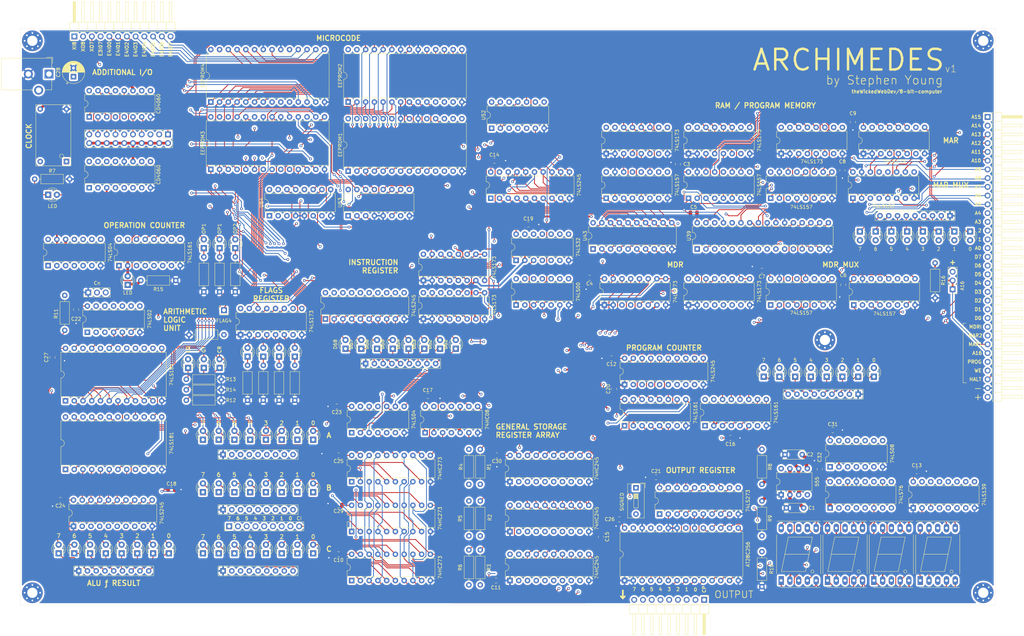
<source format=kicad_pcb>
(kicad_pcb (version 20171130) (host pcbnew "(5.1.10-1-10_14)")
  (layers (0 F.Cu signal) (1 In1.Cu signal) (2 In2.Cu signal hide) (31 B.Cu signal hide) (34 B.Paste user) (35 F.Paste user) (36 B.SilkS user) (37 F.SilkS user) (38 B.Mask user) (39 F.Mask user) (44 Edge.Cuts user))
  (net 0 "")
  (net 1 A_EQ_B)
  (net 2 A_GT_B)
  (net 3 GND)
  (net 4 VCC)
  (net 5 ALU_OUT)
  (net 6 ALU_MODE)
  (net 7 ALU_S3)
  (net 8 ALU_S2)
  (net 9 ALU_S1)
  (net 10 ALU_S0)
  (net 11 D_SEG)
  (net 12 C_SEG)
  (net 13 E_SEG)
  (net 14 B_SEG)
  (net 15 F_SEG)
  (net 16 A_SEG)
  (net 17 G_SEG)
  (net 18 DP_SEG)
  (net 19 "Net-(U2-Pad3)")
  (net 20 "Net-(U4-Pad9)")
  (net 21 "Net-(D1-Pad1)")
  (net 22 "Net-(D2-Pad1)")
  (net 23 "Net-(D3-Pad1)")
  (net 24 "Net-(D4-Pad1)")
  (net 25 "Net-(D5-Pad1)")
  (net 26 "Net-(D6-Pad1)")
  (net 27 "Net-(D7-Pad1)")
  (net 28 "Net-(D8-Pad1)")
  (net 29 "Net-(C1-Pad2)")
  (net 30 "Net-(C2-Pad1)")
  (net 31 OI)
  (net 32 "Net-(U8-Pad9)")
  (net 33 "Net-(U8-Pad6)")
  (net 34 "Net-(U8-Pad15)")
  (net 35 "Net-(U8-Pad5)")
  (net 36 "Net-(U8-Pad2)")
  (net 37 OUTPUT_SIGNED)
  (net 38 "Net-(U1-Pad1)")
  (net 39 CP)
  (net 40 /OUTPUT_SIGN_DISPLAY)
  (net 41 /OUTPUT_100s_DISPLAY)
  (net 42 /OUTPUT_10s_DISPLAY)
  (net 43 /OUTPUT_1s_DISPLAY)
  (net 44 /BUS_00)
  (net 45 /BUS_04)
  (net 46 /BUS_01)
  (net 47 /BUS_05)
  (net 48 /BUS_02)
  (net 49 /BUS_06)
  (net 50 /BUS_03)
  (net 51 /BUS_07)
  (net 52 MR)
  (net 53 PCE)
  (net 54 JP)
  (net 55 PCO)
  (net 56 /A0)
  (net 57 /B0)
  (net 58 /C0)
  (net 59 /A1)
  (net 60 /B1)
  (net 61 /C1)
  (net 62 /A2)
  (net 63 /B2)
  (net 64 /C2)
  (net 65 "Net-(D9-Pad1)")
  (net 66 /A3)
  (net 67 "Net-(D10-Pad1)")
  (net 68 /B3)
  (net 69 "Net-(D11-Pad1)")
  (net 70 /C3)
  (net 71 "Net-(D12-Pad1)")
  (net 72 /A4)
  (net 73 "Net-(D13-Pad1)")
  (net 74 /B4)
  (net 75 "Net-(D14-Pad1)")
  (net 76 /C4)
  (net 77 "Net-(D15-Pad1)")
  (net 78 /A5)
  (net 79 "Net-(D16-Pad1)")
  (net 80 /B5)
  (net 81 "Net-(D17-Pad1)")
  (net 82 /C5)
  (net 83 "Net-(D18-Pad1)")
  (net 84 /A6)
  (net 85 "Net-(D19-Pad1)")
  (net 86 /B6)
  (net 87 "Net-(D20-Pad1)")
  (net 88 /C6)
  (net 89 "Net-(D21-Pad1)")
  (net 90 /A7)
  (net 91 "Net-(D22-Pad1)")
  (net 92 /B7)
  (net 93 "Net-(D23-Pad1)")
  (net 94 /C7)
  (net 95 "Net-(D24-Pad1)")
  (net 96 "Net-(D25-Pad1)")
  (net 97 "Net-(D26-Pad1)")
  (net 98 "Net-(D27-Pad1)")
  (net 99 "Net-(D28-Pad1)")
  (net 100 "Net-(D29-Pad1)")
  (net 101 "Net-(D30-Pad1)")
  (net 102 "Net-(D31-Pad1)")
  (net 103 "Net-(D32-Pad1)")
  (net 104 AI)
  (net 105 BI)
  (net 106 CI)
  (net 107 AO)
  (net 108 BO)
  (net 109 CO)
  (net 110 "Net-(U1-Pad3)")
  (net 111 /ALU0)
  (net 112 "Net-(D33-Pad1)")
  (net 113 /ALU1)
  (net 114 "Net-(D34-Pad1)")
  (net 115 /ALU2)
  (net 116 "Net-(D35-Pad1)")
  (net 117 /ALU3)
  (net 118 "Net-(D36-Pad1)")
  (net 119 /ALU4)
  (net 120 "Net-(D37-Pad1)")
  (net 121 /ALU5)
  (net 122 "Net-(D38-Pad1)")
  (net 123 /ALU6)
  (net 124 "Net-(D39-Pad1)")
  (net 125 /ALU7)
  (net 126 "Net-(D40-Pad1)")
  (net 127 CARRY)
  (net 128 "Net-(D41-Pad1)")
  (net 129 "Net-(D42-Pad1)")
  (net 130 "Net-(D43-Pad1)")
  (net 131 /Cn)
  (net 132 "Net-(U26-Pad15)")
  (net 133 "Net-(U29-Pad11)")
  (net 134 "Net-(U29-Pad6)")
  (net 135 "Net-(U29-Pad5)")
  (net 136 "Net-(U29-Pad4)")
  (net 137 "Net-(U29-Pad3)")
  (net 138 "Net-(U29-Pad15)")
  (net 139 "Net-(D37-Pad2)")
  (net 140 "Net-(D38-Pad2)")
  (net 141 "Net-(D39-Pad2)")
  (net 142 "Net-(D40-Pad2)")
  (net 143 "Net-(D41-Pad2)")
  (net 144 "Net-(D42-Pad2)")
  (net 145 "Net-(D43-Pad2)")
  (net 146 /RAM_IO7)
  (net 147 "Net-(D44-Pad1)")
  (net 148 /RAM_IO6)
  (net 149 "Net-(D45-Pad1)")
  (net 150 /RAM_IO5)
  (net 151 "Net-(D46-Pad1)")
  (net 152 /RAM_IO4)
  (net 153 "Net-(D47-Pad1)")
  (net 154 /RAM_IO3)
  (net 155 "Net-(D48-Pad1)")
  (net 156 /RAM_IO2)
  (net 157 "Net-(D49-Pad1)")
  (net 158 /RAM_IO1)
  (net 159 "Net-(D50-Pad1)")
  (net 160 /RAM_IO0)
  (net 161 "Net-(D51-Pad1)")
  (net 162 RAM_ADR_16)
  (net 163 PROGRAM_MODE)
  (net 164 "Net-(U16-Pad16)")
  (net 165 "Net-(U16-Pad17)")
  (net 166 "Net-(U16-Pad15)")
  (net 167 "Net-(U17-Pad16)")
  (net 168 "Net-(U17-Pad15)")
  (net 169 /MAR_12)
  (net 170 /MANUAL_MEM_ADR_14)
  (net 171 /MANUAL_MEM_ADR_12)
  (net 172 /MAR_14)
  (net 173 /MAR_13)
  (net 174 /MANUAL_MEM_ADR_15)
  (net 175 /MANUAL_MEM_ADR_13)
  (net 176 /MAR_15)
  (net 177 /MAR_00)
  (net 178 /MANUAL_MEM_ADR_02)
  (net 179 /MANUAL_MEM_ADR_00)
  (net 180 /MAR_02)
  (net 181 /MAR_01)
  (net 182 /MANUAL_MEM_ADR_03)
  (net 183 /MANUAL_MEM_ADR_01)
  (net 184 /MAR_03)
  (net 185 /MAR_11)
  (net 186 /MAR_10)
  (net 187 /MAR_09)
  (net 188 /MAR_08)
  (net 189 MAR2_IN)
  (net 190 "Net-(U32-Pad7)")
  (net 191 /MANUAL_MEM_ADR_10)
  (net 192 /MANUAL_MEM_ADR_08)
  (net 193 "Net-(U32-Pad12)")
  (net 194 "Net-(U32-Pad4)")
  (net 195 /MANUAL_MEM_ADR_11)
  (net 196 /MANUAL_MEM_ADR_09)
  (net 197 "Net-(U32-Pad9)")
  (net 198 /MAR_04)
  (net 199 /MANUAL_MEM_ADR_06)
  (net 200 /MANUAL_MEM_ADR_04)
  (net 201 /MAR_06)
  (net 202 /MAR_05)
  (net 203 /MANUAL_MEM_ADR_07)
  (net 204 /MANUAL_MEM_ADR_05)
  (net 205 /MAR_07)
  (net 206 MAR1_IN)
  (net 207 /RAM_DATA_05)
  (net 208 /MANUAL_DATA_05)
  (net 209 /MANUAL_DATA_07)
  (net 210 /RAM_DATA_07)
  (net 211 /RAM_DATA_04)
  (net 212 /MANUAL_DATA_04)
  (net 213 /MANUAL_DATA_06)
  (net 214 /RAM_DATA_06)
  (net 215 /MANUAL_DATA_01)
  (net 216 /MANUAL_DATA_03)
  (net 217 /MANUAL_DATA_00)
  (net 218 /MANUAL_DATA_02)
  (net 219 MDR_IN)
  (net 220 RO)
  (net 221 /RAM_DATA_01)
  (net 222 /RAM_DATA_03)
  (net 223 /RAM_DATA_00)
  (net 224 /RAM_DATA_02)
  (net 225 "Net-(J4-Pad8)")
  (net 226 "Net-(J4-Pad7)")
  (net 227 "Net-(J4-Pad6)")
  (net 228 "Net-(J4-Pad5)")
  (net 229 "Net-(J4-Pad4)")
  (net 230 "Net-(J4-Pad3)")
  (net 231 "Net-(J4-Pad2)")
  (net 232 "Net-(J4-Pad1)")
  (net 233 "Net-(J1-Pad9)")
  (net 234 HALT)
  (net 235 "Net-(J4-Pad9)")
  (net 236 "Net-(D52-Pad1)")
  (net 237 "Net-(D44-Pad2)")
  (net 238 "Net-(D45-Pad2)")
  (net 239 "Net-(D53-Pad1)")
  (net 240 "Net-(J1-Pad10)")
  (net 241 "Net-(J1-Pad19)")
  (net 242 "Net-(J1-Pad17)")
  (net 243 "Net-(J1-Pad15)")
  (net 244 "Net-(J1-Pad13)")
  (net 245 "Net-(J1-Pad11)")
  (net 246 "Net-(J1-Pad7)")
  (net 247 "Net-(J1-Pad5)")
  (net 248 "Net-(J1-Pad3)")
  (net 249 "Net-(J1-Pad1)")
  (net 250 "Net-(J2-Pad9)")
  (net 251 "Net-(R8-Pad1)")
  (net 252 "Net-(U2-Pad6)")
  (net 253 "Net-(U2-Pad4)")
  (net 254 "Net-(U2-Pad9)")
  (net 255 "Net-(U2-Pad1)")
  (net 256 "Net-(U4-Pad10)")
  (net 257 "Net-(U8-Pad7)")
  (net 258 "Net-(U8-Pad14)")
  (net 259 "Net-(U8-Pad13)")
  (net 260 "Net-(U8-Pad4)")
  (net 261 "Net-(U8-Pad10)")
  (net 262 "Net-(U8-Pad1)")
  (net 263 "Net-(U12-Pad15)")
  (net 264 "Net-(U12-Pad14)")
  (net 265 "Net-(U12-Pad11)")
  (net 266 "Net-(U12-Pad10)")
  (net 267 "Net-(U12-Pad1)")
  (net 268 "Net-(U15-Pad4)")
  (net 269 "Net-(U17-Pad17)")
  (net 270 STEP1)
  (net 271 STEP2)
  (net 272 STEP3)
  (net 273 STEP_RESET)
  (net 274 "Net-(U30-Pad15)")
  (net 275 "Net-(U31-Pad7)")
  (net 276 "Net-(U31-Pad12)")
  (net 277 "Net-(U31-Pad4)")
  (net 278 "Net-(U31-Pad9)")
  (net 279 "Net-(U35-Pad7)")
  (net 280 "Net-(U35-Pad12)")
  (net 281 "Net-(U35-Pad4)")
  (net 282 "Net-(U35-Pad9)")
  (net 283 "Net-(U36-Pad7)")
  (net 284 "Net-(U36-Pad12)")
  (net 285 "Net-(U36-Pad4)")
  (net 286 "Net-(U36-Pad9)")
  (net 287 "Net-(U39-Pad29)")
  (net 288 "Net-(U39-Pad1)")
  (net 289 "Net-(U40-Pad14)")
  (net 290 "Net-(U40-Pad5)")
  (net 291 "Net-(U40-Pad11)")
  (net 292 "Net-(U40-Pad2)")
  (net 293 "Net-(U41-Pad14)")
  (net 294 "Net-(U41-Pad5)")
  (net 295 "Net-(U41-Pad11)")
  (net 296 "Net-(U41-Pad2)")
  (net 297 "Net-(U42-Pad1)")
  (net 298 "Net-(D54-Pad1)")
  (net 299 "Net-(D55-Pad1)")
  (net 300 "Net-(D56-Pad1)")
  (net 301 FLAG1)
  (net 302 "Net-(D57-Pad1)")
  (net 303 FLAG2)
  (net 304 "Net-(D58-Pad1)")
  (net 305 FLAG3)
  (net 306 "Net-(D59-Pad1)")
  (net 307 FLAG4)
  (net 308 "Net-(D60-Pad1)")
  (net 309 FLAG4_IN)
  (net 310 FLAG_IN)
  (net 311 INST0)
  (net 312 "Net-(D61-Pad1)")
  (net 313 INST1)
  (net 314 "Net-(D62-Pad1)")
  (net 315 INST2)
  (net 316 "Net-(D63-Pad1)")
  (net 317 INST3)
  (net 318 "Net-(D64-Pad1)")
  (net 319 INST4)
  (net 320 "Net-(D65-Pad1)")
  (net 321 INST5)
  (net 322 "Net-(D66-Pad1)")
  (net 323 INST6)
  (net 324 "Net-(D67-Pad1)")
  (net 325 INST7)
  (net 326 "Net-(D68-Pad1)")
  (net 327 IO)
  (net 328 II)
  (net 329 /E1_IO0)
  (net 330 /E1_IO2)
  (net 331 /E1_IO4)
  (net 332 /E1_IO3)
  (net 333 /E1_IO1)
  (net 334 /E1_IO5)
  (net 335 /E2_IO7)
  (net 336 /E2_IO0)
  (net 337 /E2_IO2)
  (net 338 /E2_IO4)
  (net 339 /E2_IO3)
  (net 340 /E2_IO6)
  (net 341 /E2_IO1)
  (net 342 /E2_IO5)
  (net 343 E3_I07_UNUSED)
  (net 344 E4_I07_UNUSED)
  (net 345 E4_I06_UNUSED)
  (net 346 E4_I05_UNUSED)
  (net 347 E4_I04_UNUSED)
  (net 348 E4_I03_UNUSED)
  (net 349 EXTRA_INPUT_08)
  (net 350 EXTRA_OUTPUT_08)
  (net 351 EXTRA_OUTPUT_07)
  (net 352 RW)
  (net 353 E4_I02_UNUSED)
  (net 354 E4_I01_UNUSED)
  (net 355 E4_I00_UNUSED)
  (net 356 !MR)
  (module Connector_BarrelJack:BarrelJack_CUI_PJ-102AH_Horizontal (layer F.Cu) (at 11.43 8.636 270)
    (fp_text reference J9 hide)
    (fp_text value Barrel_Jack_MountingPin hide)
    (pad 3 thru_hole circle (at 4.7 3 270) (size 2.6 2.6) (drill 1.6) (layers *.Cu *.Mask))
    (pad 2 thru_hole circle (at 0 6 270) (size 2.6 2.6) (drill 1.6) (layers *.Cu *.Mask) (net 3 GND))
    (pad 1 thru_hole rect (at 0 0 270) (size 2.6 2.6) (drill 1.6) (layers *.Cu *.Mask) (net 4 VCC))
  )
  (module Connector_PinHeader_2.54mm:PinHeader_1x12_P2.54mm_Horizontal (layer F.Cu) (at 18.796 -2.286 90)
    (fp_text reference J8 hide)
    (fp_text value Conn_01x12 hide)
    (pad 12 thru_hole oval (at 0 27.94 90) (size 1.7 1.7) (drill 1) (layers *.Cu *.Mask) (net 344 E4_I07_UNUSED))
    (pad 11 thru_hole oval (at 0 25.4 90) (size 1.7 1.7) (drill 1) (layers *.Cu *.Mask) (net 345 E4_I06_UNUSED))
    (pad 10 thru_hole oval (at 0 22.86 90) (size 1.7 1.7) (drill 1) (layers *.Cu *.Mask) (net 346 E4_I05_UNUSED))
    (pad 9 thru_hole oval (at 0 20.32 90) (size 1.7 1.7) (drill 1) (layers *.Cu *.Mask) (net 347 E4_I04_UNUSED))
    (pad 8 thru_hole oval (at 0 17.78 90) (size 1.7 1.7) (drill 1) (layers *.Cu *.Mask) (net 348 E4_I03_UNUSED))
    (pad 7 thru_hole oval (at 0 15.24 90) (size 1.7 1.7) (drill 1) (layers *.Cu *.Mask) (net 353 E4_I02_UNUSED))
    (pad 6 thru_hole oval (at 0 12.7 90) (size 1.7 1.7) (drill 1) (layers *.Cu *.Mask) (net 354 E4_I01_UNUSED))
    (pad 5 thru_hole oval (at 0 10.16 90) (size 1.7 1.7) (drill 1) (layers *.Cu *.Mask) (net 355 E4_I00_UNUSED))
    (pad 4 thru_hole oval (at 0 7.62 90) (size 1.7 1.7) (drill 1) (layers *.Cu *.Mask) (net 343 E3_I07_UNUSED))
    (pad 3 thru_hole oval (at 0 5.08 90) (size 1.7 1.7) (drill 1) (layers *.Cu *.Mask) (net 351 EXTRA_OUTPUT_07))
    (pad 2 thru_hole oval (at 0 2.54 90) (size 1.7 1.7) (drill 1) (layers *.Cu *.Mask) (net 350 EXTRA_OUTPUT_08))
    (pad 1 thru_hole rect (at 0 0 90) (size 1.7 1.7) (drill 1) (layers *.Cu *.Mask) (net 349 EXTRA_INPUT_08))
  )
  (module Package_DIP:DIP-16_W7.62mm (layer F.Cu) (at 75.438 49.784 90)
    (fp_text reference U54 (at 3.81 -2.33 90) (layer F.SilkS))
    (fp_text value 74LS138)
    (pad 16 thru_hole oval (at 7.62 0 90) (size 1.6 1.6) (drill 0.8) (layers *.Cu *.Mask) (net 4 VCC))
    (pad 8 thru_hole oval (at 0 17.78 90) (size 1.6 1.6) (drill 0.8) (layers *.Cu *.Mask) (net 3 GND))
    (pad 15 thru_hole oval (at 7.62 2.54 90) (size 1.6 1.6) (drill 0.8) (layers *.Cu *.Mask) (net 109 CO))
    (pad 7 thru_hole oval (at 0 15.24 90) (size 1.6 1.6) (drill 0.8) (layers *.Cu *.Mask) (net 350 EXTRA_OUTPUT_08))
    (pad 14 thru_hole oval (at 7.62 5.08 90) (size 1.6 1.6) (drill 0.8) (layers *.Cu *.Mask) (net 108 BO))
    (pad 6 thru_hole oval (at 0 12.7 90) (size 1.6 1.6) (drill 0.8) (layers *.Cu *.Mask) (net 339 /E2_IO3))
    (pad 13 thru_hole oval (at 7.62 7.62 90) (size 1.6 1.6) (drill 0.8) (layers *.Cu *.Mask) (net 107 AO))
    (pad 5 thru_hole oval (at 0 10.16 90) (size 1.6 1.6) (drill 0.8) (layers *.Cu *.Mask) (net 3 GND))
    (pad 12 thru_hole oval (at 7.62 10.16 90) (size 1.6 1.6) (drill 0.8) (layers *.Cu *.Mask) (net 5 ALU_OUT))
    (pad 4 thru_hole oval (at 0 7.62 90) (size 1.6 1.6) (drill 0.8) (layers *.Cu *.Mask) (net 3 GND))
    (pad 11 thru_hole oval (at 7.62 12.7 90) (size 1.6 1.6) (drill 0.8) (layers *.Cu *.Mask) (net 220 RO))
    (pad 3 thru_hole oval (at 0 5.08 90) (size 1.6 1.6) (drill 0.8) (layers *.Cu *.Mask) (net 337 /E2_IO2))
    (pad 10 thru_hole oval (at 7.62 15.24 90) (size 1.6 1.6) (drill 0.8) (layers *.Cu *.Mask) (net 55 PCO))
    (pad 2 thru_hole oval (at 0 2.54 90) (size 1.6 1.6) (drill 0.8) (layers *.Cu *.Mask) (net 341 /E2_IO1))
    (pad 9 thru_hole oval (at 7.62 17.78 90) (size 1.6 1.6) (drill 0.8) (layers *.Cu *.Mask) (net 351 EXTRA_OUTPUT_07))
    (pad 1 thru_hole rect (at 0 0 90) (size 1.6 1.6) (drill 0.8) (layers *.Cu *.Mask) (net 336 /E2_IO0))
  )
  (module Package_DIP:DIP-16_W7.62mm (layer F.Cu) (at 98.298 49.784 90)
    (fp_text reference U53 (at 3.81 -2.33 90) (layer F.SilkS))
    (fp_text value 74LS138)
    (pad 16 thru_hole oval (at 7.62 0 90) (size 1.6 1.6) (drill 0.8) (layers *.Cu *.Mask) (net 4 VCC))
    (pad 8 thru_hole oval (at 0 17.78 90) (size 1.6 1.6) (drill 0.8) (layers *.Cu *.Mask) (net 3 GND))
    (pad 15 thru_hole oval (at 7.62 2.54 90) (size 1.6 1.6) (drill 0.8) (layers *.Cu *.Mask) (net 106 CI))
    (pad 7 thru_hole oval (at 0 15.24 90) (size 1.6 1.6) (drill 0.8) (layers *.Cu *.Mask) (net 349 EXTRA_INPUT_08))
    (pad 14 thru_hole oval (at 7.62 5.08 90) (size 1.6 1.6) (drill 0.8) (layers *.Cu *.Mask) (net 105 BI))
    (pad 6 thru_hole oval (at 0 12.7 90) (size 1.6 1.6) (drill 0.8) (layers *.Cu *.Mask) (net 335 /E2_IO7))
    (pad 13 thru_hole oval (at 7.62 7.62 90) (size 1.6 1.6) (drill 0.8) (layers *.Cu *.Mask) (net 104 AI))
    (pad 5 thru_hole oval (at 0 10.16 90) (size 1.6 1.6) (drill 0.8) (layers *.Cu *.Mask) (net 3 GND))
    (pad 12 thru_hole oval (at 7.62 10.16 90) (size 1.6 1.6) (drill 0.8) (layers *.Cu *.Mask) (net 219 MDR_IN))
    (pad 4 thru_hole oval (at 0 7.62 90) (size 1.6 1.6) (drill 0.8) (layers *.Cu *.Mask) (net 3 GND))
    (pad 11 thru_hole oval (at 7.62 12.7 90) (size 1.6 1.6) (drill 0.8) (layers *.Cu *.Mask) (net 206 MAR1_IN))
    (pad 3 thru_hole oval (at 0 5.08 90) (size 1.6 1.6) (drill 0.8) (layers *.Cu *.Mask) (net 340 /E2_IO6))
    (pad 10 thru_hole oval (at 7.62 15.24 90) (size 1.6 1.6) (drill 0.8) (layers *.Cu *.Mask) (net 189 MAR2_IN))
    (pad 2 thru_hole oval (at 0 2.54 90) (size 1.6 1.6) (drill 0.8) (layers *.Cu *.Mask) (net 342 /E2_IO5))
    (pad 9 thru_hole oval (at 7.62 17.78 90) (size 1.6 1.6) (drill 0.8) (layers *.Cu *.Mask) (net 31 OI))
    (pad 1 thru_hole rect (at 0 0 90) (size 1.6 1.6) (drill 0.8) (layers *.Cu *.Mask) (net 338 /E2_IO4))
  )
  (module Package_DIP:DIP-14_W7.62mm (layer F.Cu) (at 139.954 24.384 90)
    (fp_text reference U52 (at 3.81 -2.33 90) (layer F.SilkS))
    (fp_text value 74LS04)
    (pad 14 thru_hole oval (at 7.62 0 90) (size 1.6 1.6) (drill 0.8) (layers *.Cu *.Mask) (net 4 VCC))
    (pad 7 thru_hole oval (at 0 15.24 90) (size 1.6 1.6) (drill 0.8) (layers *.Cu *.Mask) (net 3 GND))
    (pad 13 thru_hole oval (at 7.62 2.54 90) (size 1.6 1.6) (drill 0.8) (layers *.Cu *.Mask) (net 329 /E1_IO0))
    (pad 6 thru_hole oval (at 0 12.7 90) (size 1.6 1.6) (drill 0.8) (layers *.Cu *.Mask) (net 327 IO))
    (pad 12 thru_hole oval (at 7.62 5.08 90) (size 1.6 1.6) (drill 0.8) (layers *.Cu *.Mask) (net 310 FLAG_IN))
    (pad 5 thru_hole oval (at 0 10.16 90) (size 1.6 1.6) (drill 0.8) (layers *.Cu *.Mask) (net 332 /E1_IO3))
    (pad 11 thru_hole oval (at 7.62 7.62 90) (size 1.6 1.6) (drill 0.8) (layers *.Cu *.Mask) (net 333 /E1_IO1))
    (pad 4 thru_hole oval (at 0 7.62 90) (size 1.6 1.6) (drill 0.8) (layers *.Cu *.Mask))
    (pad 10 thru_hole oval (at 7.62 10.16 90) (size 1.6 1.6) (drill 0.8) (layers *.Cu *.Mask) (net 273 STEP_RESET))
    (pad 3 thru_hole oval (at 0 5.08 90) (size 1.6 1.6) (drill 0.8) (layers *.Cu *.Mask))
    (pad 9 thru_hole oval (at 7.62 12.7 90) (size 1.6 1.6) (drill 0.8) (layers *.Cu *.Mask))
    (pad 2 thru_hole oval (at 0 2.54 90) (size 1.6 1.6) (drill 0.8) (layers *.Cu *.Mask) (net 234 HALT))
    (pad 8 thru_hole oval (at 7.62 15.24 90) (size 1.6 1.6) (drill 0.8) (layers *.Cu *.Mask))
    (pad 1 thru_hole rect (at 0 0 90) (size 1.6 1.6) (drill 0.8) (layers *.Cu *.Mask) (net 334 /E1_IO5))
  )
  (module Package_DIP:DIP-28_W15.24mm (layer F.Cu) (at 58.42 16.764 90)
    (fp_text reference EEPROM4 (at 7.62 -2.33 90) (layer F.SilkS))
    (fp_text value AT28C256)
    (pad 28 thru_hole oval (at 15.24 0 90) (size 1.6 1.6) (drill 0.8) (layers *.Cu *.Mask) (net 4 VCC))
    (pad 14 thru_hole oval (at 0 33.02 90) (size 1.6 1.6) (drill 0.8) (layers *.Cu *.Mask) (net 3 GND))
    (pad 27 thru_hole oval (at 15.24 2.54 90) (size 1.6 1.6) (drill 0.8) (layers *.Cu *.Mask) (net 4 VCC))
    (pad 13 thru_hole oval (at 0 30.48 90) (size 1.6 1.6) (drill 0.8) (layers *.Cu *.Mask) (net 353 E4_I02_UNUSED))
    (pad 26 thru_hole oval (at 15.24 5.08 90) (size 1.6 1.6) (drill 0.8) (layers *.Cu *.Mask) (net 323 INST6))
    (pad 12 thru_hole oval (at 0 27.94 90) (size 1.6 1.6) (drill 0.8) (layers *.Cu *.Mask) (net 354 E4_I01_UNUSED))
    (pad 25 thru_hole oval (at 15.24 7.62 90) (size 1.6 1.6) (drill 0.8) (layers *.Cu *.Mask) (net 313 INST1))
    (pad 11 thru_hole oval (at 0 25.4 90) (size 1.6 1.6) (drill 0.8) (layers *.Cu *.Mask) (net 355 E4_I00_UNUSED))
    (pad 24 thru_hole oval (at 15.24 10.16 90) (size 1.6 1.6) (drill 0.8) (layers *.Cu *.Mask) (net 315 INST2))
    (pad 10 thru_hole oval (at 0 22.86 90) (size 1.6 1.6) (drill 0.8) (layers *.Cu *.Mask) (net 270 STEP1))
    (pad 23 thru_hole oval (at 15.24 12.7 90) (size 1.6 1.6) (drill 0.8) (layers *.Cu *.Mask) (net 319 INST4))
    (pad 9 thru_hole oval (at 0 20.32 90) (size 1.6 1.6) (drill 0.8) (layers *.Cu *.Mask) (net 271 STEP2))
    (pad 22 thru_hole oval (at 15.24 15.24 90) (size 1.6 1.6) (drill 0.8) (layers *.Cu *.Mask) (net 3 GND))
    (pad 8 thru_hole oval (at 0 17.78 90) (size 1.6 1.6) (drill 0.8) (layers *.Cu *.Mask) (net 272 STEP3))
    (pad 21 thru_hole oval (at 15.24 17.78 90) (size 1.6 1.6) (drill 0.8) (layers *.Cu *.Mask) (net 317 INST3))
    (pad 7 thru_hole oval (at 0 15.24 90) (size 1.6 1.6) (drill 0.8) (layers *.Cu *.Mask) (net 301 FLAG1))
    (pad 20 thru_hole oval (at 15.24 20.32 90) (size 1.6 1.6) (drill 0.8) (layers *.Cu *.Mask) (net 3 GND))
    (pad 6 thru_hole oval (at 0 12.7 90) (size 1.6 1.6) (drill 0.8) (layers *.Cu *.Mask) (net 303 FLAG2))
    (pad 19 thru_hole oval (at 15.24 22.86 90) (size 1.6 1.6) (drill 0.8) (layers *.Cu *.Mask) (net 344 E4_I07_UNUSED))
    (pad 5 thru_hole oval (at 0 10.16 90) (size 1.6 1.6) (drill 0.8) (layers *.Cu *.Mask) (net 305 FLAG3))
    (pad 18 thru_hole oval (at 15.24 25.4 90) (size 1.6 1.6) (drill 0.8) (layers *.Cu *.Mask) (net 345 E4_I06_UNUSED))
    (pad 4 thru_hole oval (at 0 7.62 90) (size 1.6 1.6) (drill 0.8) (layers *.Cu *.Mask) (net 307 FLAG4))
    (pad 17 thru_hole oval (at 15.24 27.94 90) (size 1.6 1.6) (drill 0.8) (layers *.Cu *.Mask) (net 346 E4_I05_UNUSED))
    (pad 3 thru_hole oval (at 0 5.08 90) (size 1.6 1.6) (drill 0.8) (layers *.Cu *.Mask) (net 311 INST0))
    (pad 16 thru_hole oval (at 15.24 30.48 90) (size 1.6 1.6) (drill 0.8) (layers *.Cu *.Mask) (net 347 E4_I04_UNUSED))
    (pad 2 thru_hole oval (at 0 2.54 90) (size 1.6 1.6) (drill 0.8) (layers *.Cu *.Mask) (net 321 INST5))
    (pad 15 thru_hole oval (at 15.24 33.02 90) (size 1.6 1.6) (drill 0.8) (layers *.Cu *.Mask) (net 348 E4_I03_UNUSED))
    (pad 1 thru_hole rect (at 0 0 90) (size 1.6 1.6) (drill 0.8) (layers *.Cu *.Mask) (net 325 INST7))
  )
  (module Package_DIP:DIP-28_W15.24mm (layer F.Cu) (at 58.42 36.322 90)
    (fp_text reference EEPROM3 (at 7.62 -2.33 90) (layer F.SilkS))
    (fp_text value AT28C256)
    (pad 28 thru_hole oval (at 15.24 0 90) (size 1.6 1.6) (drill 0.8) (layers *.Cu *.Mask) (net 4 VCC))
    (pad 14 thru_hole oval (at 0 33.02 90) (size 1.6 1.6) (drill 0.8) (layers *.Cu *.Mask) (net 3 GND))
    (pad 27 thru_hole oval (at 15.24 2.54 90) (size 1.6 1.6) (drill 0.8) (layers *.Cu *.Mask) (net 4 VCC))
    (pad 13 thru_hole oval (at 0 30.48 90) (size 1.6 1.6) (drill 0.8) (layers *.Cu *.Mask) (net 9 ALU_S1))
    (pad 26 thru_hole oval (at 15.24 5.08 90) (size 1.6 1.6) (drill 0.8) (layers *.Cu *.Mask) (net 323 INST6))
    (pad 12 thru_hole oval (at 0 27.94 90) (size 1.6 1.6) (drill 0.8) (layers *.Cu *.Mask) (net 10 ALU_S0))
    (pad 25 thru_hole oval (at 15.24 7.62 90) (size 1.6 1.6) (drill 0.8) (layers *.Cu *.Mask) (net 313 INST1))
    (pad 11 thru_hole oval (at 0 25.4 90) (size 1.6 1.6) (drill 0.8) (layers *.Cu *.Mask) (net 6 ALU_MODE))
    (pad 24 thru_hole oval (at 15.24 10.16 90) (size 1.6 1.6) (drill 0.8) (layers *.Cu *.Mask) (net 315 INST2))
    (pad 10 thru_hole oval (at 0 22.86 90) (size 1.6 1.6) (drill 0.8) (layers *.Cu *.Mask) (net 270 STEP1))
    (pad 23 thru_hole oval (at 15.24 12.7 90) (size 1.6 1.6) (drill 0.8) (layers *.Cu *.Mask) (net 319 INST4))
    (pad 9 thru_hole oval (at 0 20.32 90) (size 1.6 1.6) (drill 0.8) (layers *.Cu *.Mask) (net 271 STEP2))
    (pad 22 thru_hole oval (at 15.24 15.24 90) (size 1.6 1.6) (drill 0.8) (layers *.Cu *.Mask) (net 3 GND))
    (pad 8 thru_hole oval (at 0 17.78 90) (size 1.6 1.6) (drill 0.8) (layers *.Cu *.Mask) (net 272 STEP3))
    (pad 21 thru_hole oval (at 15.24 17.78 90) (size 1.6 1.6) (drill 0.8) (layers *.Cu *.Mask) (net 317 INST3))
    (pad 7 thru_hole oval (at 0 15.24 90) (size 1.6 1.6) (drill 0.8) (layers *.Cu *.Mask) (net 301 FLAG1))
    (pad 20 thru_hole oval (at 15.24 20.32 90) (size 1.6 1.6) (drill 0.8) (layers *.Cu *.Mask) (net 3 GND))
    (pad 6 thru_hole oval (at 0 12.7 90) (size 1.6 1.6) (drill 0.8) (layers *.Cu *.Mask) (net 303 FLAG2))
    (pad 19 thru_hole oval (at 15.24 22.86 90) (size 1.6 1.6) (drill 0.8) (layers *.Cu *.Mask) (net 343 E3_I07_UNUSED))
    (pad 5 thru_hole oval (at 0 10.16 90) (size 1.6 1.6) (drill 0.8) (layers *.Cu *.Mask) (net 305 FLAG3))
    (pad 18 thru_hole oval (at 15.24 25.4 90) (size 1.6 1.6) (drill 0.8) (layers *.Cu *.Mask) (net 352 RW))
    (pad 4 thru_hole oval (at 0 7.62 90) (size 1.6 1.6) (drill 0.8) (layers *.Cu *.Mask) (net 307 FLAG4))
    (pad 17 thru_hole oval (at 15.24 27.94 90) (size 1.6 1.6) (drill 0.8) (layers *.Cu *.Mask) (net 37 OUTPUT_SIGNED))
    (pad 3 thru_hole oval (at 0 5.08 90) (size 1.6 1.6) (drill 0.8) (layers *.Cu *.Mask) (net 311 INST0))
    (pad 16 thru_hole oval (at 15.24 30.48 90) (size 1.6 1.6) (drill 0.8) (layers *.Cu *.Mask) (net 7 ALU_S3))
    (pad 2 thru_hole oval (at 0 2.54 90) (size 1.6 1.6) (drill 0.8) (layers *.Cu *.Mask) (net 321 INST5))
    (pad 15 thru_hole oval (at 15.24 33.02 90) (size 1.6 1.6) (drill 0.8) (layers *.Cu *.Mask) (net 8 ALU_S2))
    (pad 1 thru_hole rect (at 0 0 90) (size 1.6 1.6) (drill 0.8) (layers *.Cu *.Mask) (net 325 INST7))
  )
  (module Package_DIP:DIP-28_W15.24mm (layer F.Cu) (at 98.298 16.764 90)
    (fp_text reference EEPROM2 (at 7.62 -2.33 90) (layer F.SilkS))
    (fp_text value AT28C256)
    (pad 28 thru_hole oval (at 15.24 0 90) (size 1.6 1.6) (drill 0.8) (layers *.Cu *.Mask) (net 4 VCC))
    (pad 14 thru_hole oval (at 0 33.02 90) (size 1.6 1.6) (drill 0.8) (layers *.Cu *.Mask) (net 3 GND))
    (pad 27 thru_hole oval (at 15.24 2.54 90) (size 1.6 1.6) (drill 0.8) (layers *.Cu *.Mask) (net 4 VCC))
    (pad 13 thru_hole oval (at 0 30.48 90) (size 1.6 1.6) (drill 0.8) (layers *.Cu *.Mask) (net 337 /E2_IO2))
    (pad 26 thru_hole oval (at 15.24 5.08 90) (size 1.6 1.6) (drill 0.8) (layers *.Cu *.Mask) (net 323 INST6))
    (pad 12 thru_hole oval (at 0 27.94 90) (size 1.6 1.6) (drill 0.8) (layers *.Cu *.Mask) (net 341 /E2_IO1))
    (pad 25 thru_hole oval (at 15.24 7.62 90) (size 1.6 1.6) (drill 0.8) (layers *.Cu *.Mask) (net 313 INST1))
    (pad 11 thru_hole oval (at 0 25.4 90) (size 1.6 1.6) (drill 0.8) (layers *.Cu *.Mask) (net 336 /E2_IO0))
    (pad 24 thru_hole oval (at 15.24 10.16 90) (size 1.6 1.6) (drill 0.8) (layers *.Cu *.Mask) (net 315 INST2))
    (pad 10 thru_hole oval (at 0 22.86 90) (size 1.6 1.6) (drill 0.8) (layers *.Cu *.Mask) (net 270 STEP1))
    (pad 23 thru_hole oval (at 15.24 12.7 90) (size 1.6 1.6) (drill 0.8) (layers *.Cu *.Mask) (net 319 INST4))
    (pad 9 thru_hole oval (at 0 20.32 90) (size 1.6 1.6) (drill 0.8) (layers *.Cu *.Mask) (net 271 STEP2))
    (pad 22 thru_hole oval (at 15.24 15.24 90) (size 1.6 1.6) (drill 0.8) (layers *.Cu *.Mask) (net 3 GND))
    (pad 8 thru_hole oval (at 0 17.78 90) (size 1.6 1.6) (drill 0.8) (layers *.Cu *.Mask) (net 272 STEP3))
    (pad 21 thru_hole oval (at 15.24 17.78 90) (size 1.6 1.6) (drill 0.8) (layers *.Cu *.Mask) (net 317 INST3))
    (pad 7 thru_hole oval (at 0 15.24 90) (size 1.6 1.6) (drill 0.8) (layers *.Cu *.Mask) (net 301 FLAG1))
    (pad 20 thru_hole oval (at 15.24 20.32 90) (size 1.6 1.6) (drill 0.8) (layers *.Cu *.Mask) (net 3 GND))
    (pad 6 thru_hole oval (at 0 12.7 90) (size 1.6 1.6) (drill 0.8) (layers *.Cu *.Mask) (net 303 FLAG2))
    (pad 19 thru_hole oval (at 15.24 22.86 90) (size 1.6 1.6) (drill 0.8) (layers *.Cu *.Mask) (net 335 /E2_IO7))
    (pad 5 thru_hole oval (at 0 10.16 90) (size 1.6 1.6) (drill 0.8) (layers *.Cu *.Mask) (net 305 FLAG3))
    (pad 18 thru_hole oval (at 15.24 25.4 90) (size 1.6 1.6) (drill 0.8) (layers *.Cu *.Mask) (net 340 /E2_IO6))
    (pad 4 thru_hole oval (at 0 7.62 90) (size 1.6 1.6) (drill 0.8) (layers *.Cu *.Mask) (net 307 FLAG4))
    (pad 17 thru_hole oval (at 15.24 27.94 90) (size 1.6 1.6) (drill 0.8) (layers *.Cu *.Mask) (net 342 /E2_IO5))
    (pad 3 thru_hole oval (at 0 5.08 90) (size 1.6 1.6) (drill 0.8) (layers *.Cu *.Mask) (net 311 INST0))
    (pad 16 thru_hole oval (at 15.24 30.48 90) (size 1.6 1.6) (drill 0.8) (layers *.Cu *.Mask) (net 338 /E2_IO4))
    (pad 2 thru_hole oval (at 0 2.54 90) (size 1.6 1.6) (drill 0.8) (layers *.Cu *.Mask) (net 321 INST5))
    (pad 15 thru_hole oval (at 15.24 33.02 90) (size 1.6 1.6) (drill 0.8) (layers *.Cu *.Mask) (net 339 /E2_IO3))
    (pad 1 thru_hole rect (at 0 0 90) (size 1.6 1.6) (drill 0.8) (layers *.Cu *.Mask) (net 325 INST7))
  )
  (module Package_DIP:DIP-28_W15.24mm (layer F.Cu) (at 98.298 36.83 90)
    (fp_text reference EEPROM1 (at 7.62 -2.33 90) (layer F.SilkS))
    (fp_text value AT28C256)
    (pad 28 thru_hole oval (at 15.24 0 90) (size 1.6 1.6) (drill 0.8) (layers *.Cu *.Mask) (net 4 VCC))
    (pad 14 thru_hole oval (at 0 33.02 90) (size 1.6 1.6) (drill 0.8) (layers *.Cu *.Mask) (net 3 GND))
    (pad 27 thru_hole oval (at 15.24 2.54 90) (size 1.6 1.6) (drill 0.8) (layers *.Cu *.Mask) (net 4 VCC))
    (pad 13 thru_hole oval (at 0 30.48 90) (size 1.6 1.6) (drill 0.8) (layers *.Cu *.Mask) (net 330 /E1_IO2))
    (pad 26 thru_hole oval (at 15.24 5.08 90) (size 1.6 1.6) (drill 0.8) (layers *.Cu *.Mask) (net 323 INST6))
    (pad 12 thru_hole oval (at 0 27.94 90) (size 1.6 1.6) (drill 0.8) (layers *.Cu *.Mask) (net 333 /E1_IO1))
    (pad 25 thru_hole oval (at 15.24 7.62 90) (size 1.6 1.6) (drill 0.8) (layers *.Cu *.Mask) (net 313 INST1))
    (pad 11 thru_hole oval (at 0 25.4 90) (size 1.6 1.6) (drill 0.8) (layers *.Cu *.Mask) (net 329 /E1_IO0))
    (pad 24 thru_hole oval (at 15.24 10.16 90) (size 1.6 1.6) (drill 0.8) (layers *.Cu *.Mask) (net 315 INST2))
    (pad 10 thru_hole oval (at 0 22.86 90) (size 1.6 1.6) (drill 0.8) (layers *.Cu *.Mask) (net 270 STEP1))
    (pad 23 thru_hole oval (at 15.24 12.7 90) (size 1.6 1.6) (drill 0.8) (layers *.Cu *.Mask) (net 319 INST4))
    (pad 9 thru_hole oval (at 0 20.32 90) (size 1.6 1.6) (drill 0.8) (layers *.Cu *.Mask) (net 271 STEP2))
    (pad 22 thru_hole oval (at 15.24 15.24 90) (size 1.6 1.6) (drill 0.8) (layers *.Cu *.Mask) (net 3 GND))
    (pad 8 thru_hole oval (at 0 17.78 90) (size 1.6 1.6) (drill 0.8) (layers *.Cu *.Mask) (net 272 STEP3))
    (pad 21 thru_hole oval (at 15.24 17.78 90) (size 1.6 1.6) (drill 0.8) (layers *.Cu *.Mask) (net 317 INST3))
    (pad 7 thru_hole oval (at 0 15.24 90) (size 1.6 1.6) (drill 0.8) (layers *.Cu *.Mask) (net 301 FLAG1))
    (pad 20 thru_hole oval (at 15.24 20.32 90) (size 1.6 1.6) (drill 0.8) (layers *.Cu *.Mask) (net 3 GND))
    (pad 6 thru_hole oval (at 0 12.7 90) (size 1.6 1.6) (drill 0.8) (layers *.Cu *.Mask) (net 303 FLAG2))
    (pad 19 thru_hole oval (at 15.24 22.86 90) (size 1.6 1.6) (drill 0.8) (layers *.Cu *.Mask) (net 52 MR))
    (pad 5 thru_hole oval (at 0 10.16 90) (size 1.6 1.6) (drill 0.8) (layers *.Cu *.Mask) (net 305 FLAG3))
    (pad 18 thru_hole oval (at 15.24 25.4 90) (size 1.6 1.6) (drill 0.8) (layers *.Cu *.Mask) (net 53 PCE))
    (pad 4 thru_hole oval (at 0 7.62 90) (size 1.6 1.6) (drill 0.8) (layers *.Cu *.Mask) (net 307 FLAG4))
    (pad 17 thru_hole oval (at 15.24 27.94 90) (size 1.6 1.6) (drill 0.8) (layers *.Cu *.Mask) (net 334 /E1_IO5))
    (pad 3 thru_hole oval (at 0 5.08 90) (size 1.6 1.6) (drill 0.8) (layers *.Cu *.Mask) (net 311 INST0))
    (pad 16 thru_hole oval (at 15.24 30.48 90) (size 1.6 1.6) (drill 0.8) (layers *.Cu *.Mask) (net 331 /E1_IO4))
    (pad 2 thru_hole oval (at 0 2.54 90) (size 1.6 1.6) (drill 0.8) (layers *.Cu *.Mask) (net 321 INST5))
    (pad 15 thru_hole oval (at 15.24 33.02 90) (size 1.6 1.6) (drill 0.8) (layers *.Cu *.Mask) (net 332 /E1_IO3))
    (pad 1 thru_hole rect (at 0 0 90) (size 1.6 1.6) (drill 0.8) (layers *.Cu *.Mask) (net 325 INST7))
  )
  (module Resistor_THT:R_Array_SIP9 (layer F.Cu) (at 103.378 92.71)
    (fp_text reference RN7 hide)
    (fp_text value R_Network08 hide)
    (pad 9 thru_hole oval (at 20.32 0) (size 1.6 1.6) (drill 0.8) (layers *.Cu *.Mask) (net 312 "Net-(D61-Pad1)"))
    (pad 8 thru_hole oval (at 17.78 0) (size 1.6 1.6) (drill 0.8) (layers *.Cu *.Mask) (net 314 "Net-(D62-Pad1)"))
    (pad 7 thru_hole oval (at 15.24 0) (size 1.6 1.6) (drill 0.8) (layers *.Cu *.Mask) (net 316 "Net-(D63-Pad1)"))
    (pad 6 thru_hole oval (at 12.7 0) (size 1.6 1.6) (drill 0.8) (layers *.Cu *.Mask) (net 318 "Net-(D64-Pad1)"))
    (pad 5 thru_hole oval (at 10.16 0) (size 1.6 1.6) (drill 0.8) (layers *.Cu *.Mask) (net 320 "Net-(D65-Pad1)"))
    (pad 4 thru_hole oval (at 7.62 0) (size 1.6 1.6) (drill 0.8) (layers *.Cu *.Mask) (net 322 "Net-(D66-Pad1)"))
    (pad 3 thru_hole oval (at 5.08 0) (size 1.6 1.6) (drill 0.8) (layers *.Cu *.Mask) (net 324 "Net-(D67-Pad1)"))
    (pad 2 thru_hole oval (at 2.54 0) (size 1.6 1.6) (drill 0.8) (layers *.Cu *.Mask) (net 326 "Net-(D68-Pad1)"))
    (pad 1 thru_hole rect (at 0 0) (size 1.6 1.6) (drill 0.8) (layers *.Cu *.Mask) (net 3 GND))
  )
  (module Package_DIP:DIP-16_W7.62mm (layer F.Cu) (at 120.142 79.756 90)
    (fp_text reference U51 hide)
    (fp_text value 74LS173 (at 3.81 20.574 90) (layer F.SilkS))
    (pad 16 thru_hole oval (at 7.62 0 90) (size 1.6 1.6) (drill 0.8) (layers *.Cu *.Mask) (net 4 VCC))
    (pad 8 thru_hole oval (at 0 17.78 90) (size 1.6 1.6) (drill 0.8) (layers *.Cu *.Mask) (net 3 GND))
    (pad 15 thru_hole oval (at 7.62 2.54 90) (size 1.6 1.6) (drill 0.8) (layers *.Cu *.Mask) (net 52 MR))
    (pad 7 thru_hole oval (at 0 15.24 90) (size 1.6 1.6) (drill 0.8) (layers *.Cu *.Mask) (net 39 CP))
    (pad 14 thru_hole oval (at 7.62 5.08 90) (size 1.6 1.6) (drill 0.8) (layers *.Cu *.Mask) (net 44 /BUS_00))
    (pad 6 thru_hole oval (at 0 12.7 90) (size 1.6 1.6) (drill 0.8) (layers *.Cu *.Mask) (net 317 INST3))
    (pad 13 thru_hole oval (at 7.62 7.62 90) (size 1.6 1.6) (drill 0.8) (layers *.Cu *.Mask) (net 46 /BUS_01))
    (pad 5 thru_hole oval (at 0 10.16 90) (size 1.6 1.6) (drill 0.8) (layers *.Cu *.Mask) (net 315 INST2))
    (pad 12 thru_hole oval (at 7.62 10.16 90) (size 1.6 1.6) (drill 0.8) (layers *.Cu *.Mask) (net 48 /BUS_02))
    (pad 4 thru_hole oval (at 0 7.62 90) (size 1.6 1.6) (drill 0.8) (layers *.Cu *.Mask) (net 313 INST1))
    (pad 11 thru_hole oval (at 7.62 12.7 90) (size 1.6 1.6) (drill 0.8) (layers *.Cu *.Mask) (net 50 /BUS_03))
    (pad 3 thru_hole oval (at 0 5.08 90) (size 1.6 1.6) (drill 0.8) (layers *.Cu *.Mask) (net 311 INST0))
    (pad 10 thru_hole oval (at 7.62 15.24 90) (size 1.6 1.6) (drill 0.8) (layers *.Cu *.Mask) (net 328 II))
    (pad 2 thru_hole oval (at 0 2.54 90) (size 1.6 1.6) (drill 0.8) (layers *.Cu *.Mask) (net 3 GND))
    (pad 9 thru_hole oval (at 7.62 17.78 90) (size 1.6 1.6) (drill 0.8) (layers *.Cu *.Mask) (net 328 II))
    (pad 1 thru_hole rect (at 0 0 90) (size 1.6 1.6) (drill 0.8) (layers *.Cu *.Mask) (net 3 GND))
  )
  (module Package_DIP:DIP-16_W7.62mm (layer F.Cu) (at 120.142 68.58 90)
    (fp_text reference U50 hide)
    (fp_text value 74LS173 (at 3.81 20.574 90) (layer F.SilkS))
    (pad 16 thru_hole oval (at 7.62 0 90) (size 1.6 1.6) (drill 0.8) (layers *.Cu *.Mask) (net 4 VCC))
    (pad 8 thru_hole oval (at 0 17.78 90) (size 1.6 1.6) (drill 0.8) (layers *.Cu *.Mask) (net 3 GND))
    (pad 15 thru_hole oval (at 7.62 2.54 90) (size 1.6 1.6) (drill 0.8) (layers *.Cu *.Mask) (net 52 MR))
    (pad 7 thru_hole oval (at 0 15.24 90) (size 1.6 1.6) (drill 0.8) (layers *.Cu *.Mask) (net 39 CP))
    (pad 14 thru_hole oval (at 7.62 5.08 90) (size 1.6 1.6) (drill 0.8) (layers *.Cu *.Mask) (net 45 /BUS_04))
    (pad 6 thru_hole oval (at 0 12.7 90) (size 1.6 1.6) (drill 0.8) (layers *.Cu *.Mask) (net 325 INST7))
    (pad 13 thru_hole oval (at 7.62 7.62 90) (size 1.6 1.6) (drill 0.8) (layers *.Cu *.Mask) (net 47 /BUS_05))
    (pad 5 thru_hole oval (at 0 10.16 90) (size 1.6 1.6) (drill 0.8) (layers *.Cu *.Mask) (net 323 INST6))
    (pad 12 thru_hole oval (at 7.62 10.16 90) (size 1.6 1.6) (drill 0.8) (layers *.Cu *.Mask) (net 49 /BUS_06))
    (pad 4 thru_hole oval (at 0 7.62 90) (size 1.6 1.6) (drill 0.8) (layers *.Cu *.Mask) (net 321 INST5))
    (pad 11 thru_hole oval (at 7.62 12.7 90) (size 1.6 1.6) (drill 0.8) (layers *.Cu *.Mask) (net 51 /BUS_07))
    (pad 3 thru_hole oval (at 0 5.08 90) (size 1.6 1.6) (drill 0.8) (layers *.Cu *.Mask) (net 319 INST4))
    (pad 10 thru_hole oval (at 7.62 15.24 90) (size 1.6 1.6) (drill 0.8) (layers *.Cu *.Mask) (net 328 II))
    (pad 2 thru_hole oval (at 0 2.54 90) (size 1.6 1.6) (drill 0.8) (layers *.Cu *.Mask) (net 3 GND))
    (pad 9 thru_hole oval (at 7.62 17.78 90) (size 1.6 1.6) (drill 0.8) (layers *.Cu *.Mask) (net 328 II))
    (pad 1 thru_hole rect (at 0 0 90) (size 1.6 1.6) (drill 0.8) (layers *.Cu *.Mask) (net 3 GND))
  )
  (module Package_DIP:DIP-20_W7.62mm (layer F.Cu) (at 91.694 79.756 90)
    (fp_text reference U49 hide)
    (fp_text value 74LS245 (at 3.81 25.654 90) (layer F.SilkS))
    (pad 20 thru_hole oval (at 7.62 0 90) (size 1.6 1.6) (drill 0.8) (layers *.Cu *.Mask) (net 4 VCC))
    (pad 10 thru_hole oval (at 0 22.86 90) (size 1.6 1.6) (drill 0.8) (layers *.Cu *.Mask) (net 3 GND))
    (pad 19 thru_hole oval (at 7.62 2.54 90) (size 1.6 1.6) (drill 0.8) (layers *.Cu *.Mask) (net 327 IO))
    (pad 9 thru_hole oval (at 0 20.32 90) (size 1.6 1.6) (drill 0.8) (layers *.Cu *.Mask) (net 311 INST0))
    (pad 18 thru_hole oval (at 7.62 5.08 90) (size 1.6 1.6) (drill 0.8) (layers *.Cu *.Mask) (net 51 /BUS_07))
    (pad 8 thru_hole oval (at 0 17.78 90) (size 1.6 1.6) (drill 0.8) (layers *.Cu *.Mask) (net 313 INST1))
    (pad 17 thru_hole oval (at 7.62 7.62 90) (size 1.6 1.6) (drill 0.8) (layers *.Cu *.Mask) (net 49 /BUS_06))
    (pad 7 thru_hole oval (at 0 15.24 90) (size 1.6 1.6) (drill 0.8) (layers *.Cu *.Mask) (net 315 INST2))
    (pad 16 thru_hole oval (at 7.62 10.16 90) (size 1.6 1.6) (drill 0.8) (layers *.Cu *.Mask) (net 47 /BUS_05))
    (pad 6 thru_hole oval (at 0 12.7 90) (size 1.6 1.6) (drill 0.8) (layers *.Cu *.Mask) (net 317 INST3))
    (pad 15 thru_hole oval (at 7.62 12.7 90) (size 1.6 1.6) (drill 0.8) (layers *.Cu *.Mask) (net 45 /BUS_04))
    (pad 5 thru_hole oval (at 0 10.16 90) (size 1.6 1.6) (drill 0.8) (layers *.Cu *.Mask) (net 319 INST4))
    (pad 14 thru_hole oval (at 7.62 15.24 90) (size 1.6 1.6) (drill 0.8) (layers *.Cu *.Mask) (net 50 /BUS_03))
    (pad 4 thru_hole oval (at 0 7.62 90) (size 1.6 1.6) (drill 0.8) (layers *.Cu *.Mask) (net 321 INST5))
    (pad 13 thru_hole oval (at 7.62 17.78 90) (size 1.6 1.6) (drill 0.8) (layers *.Cu *.Mask) (net 48 /BUS_02))
    (pad 3 thru_hole oval (at 0 5.08 90) (size 1.6 1.6) (drill 0.8) (layers *.Cu *.Mask) (net 323 INST6))
    (pad 12 thru_hole oval (at 7.62 20.32 90) (size 1.6 1.6) (drill 0.8) (layers *.Cu *.Mask) (net 46 /BUS_01))
    (pad 2 thru_hole oval (at 0 2.54 90) (size 1.6 1.6) (drill 0.8) (layers *.Cu *.Mask) (net 325 INST7))
    (pad 11 thru_hole oval (at 7.62 22.86 90) (size 1.6 1.6) (drill 0.8) (layers *.Cu *.Mask) (net 44 /BUS_00))
    (pad 1 thru_hole rect (at 0 0 90) (size 1.6 1.6) (drill 0.8) (layers *.Cu *.Mask) (net 4 VCC))
  )
  (module LED_THT:LED_D3.0mm (layer F.Cu) (at 97.536 88.392 90)
    (fp_text reference D68 (at 1.27 -2.96 90) (layer F.SilkS))
    (fp_text value LED)
    (pad 2 thru_hole circle (at 2.54 0 90) (size 1.8 1.8) (drill 0.9) (layers *.Cu *.Mask) (net 325 INST7))
    (pad 1 thru_hole rect (at 0 0 90) (size 1.8 1.8) (drill 0.9) (layers *.Cu *.Mask) (net 326 "Net-(D68-Pad1)"))
  )
  (module LED_THT:LED_D3.0mm (layer F.Cu) (at 102.108 88.392 90)
    (fp_text reference D67 (at 1.27 -2.96 90) (layer F.SilkS))
    (fp_text value LED)
    (pad 2 thru_hole circle (at 2.54 0 90) (size 1.8 1.8) (drill 0.9) (layers *.Cu *.Mask) (net 323 INST6))
    (pad 1 thru_hole rect (at 0 0 90) (size 1.8 1.8) (drill 0.9) (layers *.Cu *.Mask) (net 324 "Net-(D67-Pad1)"))
  )
  (module LED_THT:LED_D3.0mm (layer F.Cu) (at 106.68 88.392 90)
    (fp_text reference D66 (at 1.27 -2.96 90) (layer F.SilkS))
    (fp_text value LED)
    (pad 2 thru_hole circle (at 2.54 0 90) (size 1.8 1.8) (drill 0.9) (layers *.Cu *.Mask) (net 321 INST5))
    (pad 1 thru_hole rect (at 0 0 90) (size 1.8 1.8) (drill 0.9) (layers *.Cu *.Mask) (net 322 "Net-(D66-Pad1)"))
  )
  (module LED_THT:LED_D3.0mm (layer F.Cu) (at 111.252 88.392 90)
    (fp_text reference D65 (at 1.27 -2.96 90) (layer F.SilkS))
    (fp_text value LED)
    (pad 2 thru_hole circle (at 2.54 0 90) (size 1.8 1.8) (drill 0.9) (layers *.Cu *.Mask) (net 319 INST4))
    (pad 1 thru_hole rect (at 0 0 90) (size 1.8 1.8) (drill 0.9) (layers *.Cu *.Mask) (net 320 "Net-(D65-Pad1)"))
  )
  (module LED_THT:LED_D3.0mm (layer F.Cu) (at 115.824 88.392 90)
    (fp_text reference D64 (at 1.27 -2.96 90) (layer F.SilkS))
    (fp_text value LED)
    (pad 2 thru_hole circle (at 2.54 0 90) (size 1.8 1.8) (drill 0.9) (layers *.Cu *.Mask) (net 317 INST3))
    (pad 1 thru_hole rect (at 0 0 90) (size 1.8 1.8) (drill 0.9) (layers *.Cu *.Mask) (net 318 "Net-(D64-Pad1)"))
  )
  (module LED_THT:LED_D3.0mm (layer F.Cu) (at 120.396 88.392 90)
    (fp_text reference D63 (at 1.27 -2.96 90) (layer F.SilkS))
    (fp_text value LED)
    (pad 2 thru_hole circle (at 2.54 0 90) (size 1.8 1.8) (drill 0.9) (layers *.Cu *.Mask) (net 315 INST2))
    (pad 1 thru_hole rect (at 0 0 90) (size 1.8 1.8) (drill 0.9) (layers *.Cu *.Mask) (net 316 "Net-(D63-Pad1)"))
  )
  (module LED_THT:LED_D3.0mm (layer F.Cu) (at 124.968 88.392 90)
    (fp_text reference D62 (at 1.27 -2.96 90) (layer F.SilkS))
    (fp_text value LED)
    (pad 2 thru_hole circle (at 2.54 0 90) (size 1.8 1.8) (drill 0.9) (layers *.Cu *.Mask) (net 313 INST1))
    (pad 1 thru_hole rect (at 0 0 90) (size 1.8 1.8) (drill 0.9) (layers *.Cu *.Mask) (net 314 "Net-(D62-Pad1)"))
  )
  (module LED_THT:LED_D3.0mm (layer F.Cu) (at 129.54 88.392 90)
    (fp_text reference D61 (at 1.27 -2.96 90) (layer F.SilkS))
    (fp_text value LED)
    (pad 2 thru_hole circle (at 2.54 0 90) (size 1.8 1.8) (drill 0.9) (layers *.Cu *.Mask) (net 311 INST0))
    (pad 1 thru_hole rect (at 0 0 90) (size 1.8 1.8) (drill 0.9) (layers *.Cu *.Mask) (net 312 "Net-(D61-Pad1)"))
  )
  (module Resistor_THT:R_Axial_DIN0207_L6.3mm_D2.5mm_P10.16mm_Horizontal (layer F.Cu) (at 62.23 84.328 180)
    (fp_text reference R24 hide)
    (fp_text value R_Small_US hide)
    (pad 2 thru_hole oval (at 10.16 0 180) (size 1.6 1.6) (drill 0.8) (layers *.Cu *.Mask) (net 3 GND))
    (pad 1 thru_hole circle (at 0 0 180) (size 1.6 1.6) (drill 0.8) (layers *.Cu *.Mask) (net 309 FLAG4_IN))
  )
  (module Connector_PinHeader_2.54mm:PinHeader_1x01_P2.54mm_Vertical (layer F.Cu) (at 62.23 77.216)
    (fp_text reference J7 hide)
    (fp_text value Conn_01x01 hide)
    (fp_text user FLAG4 (at 0 3.048 180) (layer F.SilkS))
    (pad 1 thru_hole rect (at 0 0) (size 1.7 1.7) (drill 1) (layers *.Cu *.Mask) (net 309 FLAG4_IN))
  )
  (module Package_DIP:DIP-16_W7.62mm (layer F.Cu) (at 67.056 84.328 90)
    (fp_text reference U48 hide)
    (fp_text value 74LS173 (at 3.81 20.574 90) (layer F.SilkS))
    (pad 16 thru_hole oval (at 7.62 0 90) (size 1.6 1.6) (drill 0.8) (layers *.Cu *.Mask) (net 4 VCC))
    (pad 8 thru_hole oval (at 0 17.78 90) (size 1.6 1.6) (drill 0.8) (layers *.Cu *.Mask) (net 3 GND))
    (pad 15 thru_hole oval (at 7.62 2.54 90) (size 1.6 1.6) (drill 0.8) (layers *.Cu *.Mask) (net 52 MR))
    (pad 7 thru_hole oval (at 0 15.24 90) (size 1.6 1.6) (drill 0.8) (layers *.Cu *.Mask) (net 39 CP))
    (pad 14 thru_hole oval (at 7.62 5.08 90) (size 1.6 1.6) (drill 0.8) (layers *.Cu *.Mask) (net 309 FLAG4_IN))
    (pad 6 thru_hole oval (at 0 12.7 90) (size 1.6 1.6) (drill 0.8) (layers *.Cu *.Mask) (net 301 FLAG1))
    (pad 13 thru_hole oval (at 7.62 7.62 90) (size 1.6 1.6) (drill 0.8) (layers *.Cu *.Mask) (net 2 A_GT_B))
    (pad 5 thru_hole oval (at 0 10.16 90) (size 1.6 1.6) (drill 0.8) (layers *.Cu *.Mask) (net 303 FLAG2))
    (pad 12 thru_hole oval (at 7.62 10.16 90) (size 1.6 1.6) (drill 0.8) (layers *.Cu *.Mask) (net 1 A_EQ_B))
    (pad 4 thru_hole oval (at 0 7.62 90) (size 1.6 1.6) (drill 0.8) (layers *.Cu *.Mask) (net 305 FLAG3))
    (pad 11 thru_hole oval (at 7.62 12.7 90) (size 1.6 1.6) (drill 0.8) (layers *.Cu *.Mask) (net 127 CARRY))
    (pad 3 thru_hole oval (at 0 5.08 90) (size 1.6 1.6) (drill 0.8) (layers *.Cu *.Mask) (net 307 FLAG4))
    (pad 10 thru_hole oval (at 7.62 15.24 90) (size 1.6 1.6) (drill 0.8) (layers *.Cu *.Mask) (net 310 FLAG_IN))
    (pad 2 thru_hole oval (at 0 2.54 90) (size 1.6 1.6) (drill 0.8) (layers *.Cu *.Mask) (net 3 GND))
    (pad 9 thru_hole oval (at 7.62 17.78 90) (size 1.6 1.6) (drill 0.8) (layers *.Cu *.Mask) (net 310 FLAG_IN))
    (pad 1 thru_hole rect (at 0 0 90) (size 1.6 1.6) (drill 0.8) (layers *.Cu *.Mask) (net 3 GND))
  )
  (module Resistor_THT:R_Axial_DIN0207_L6.3mm_D2.5mm_P10.16mm_Horizontal (layer F.Cu) (at 69.088 103.378 90)
    (fp_text reference R23 hide)
    (fp_text value R_Small_US hide)
    (pad 2 thru_hole oval (at 10.16 0 90) (size 1.6 1.6) (drill 0.8) (layers *.Cu *.Mask) (net 308 "Net-(D60-Pad1)"))
    (pad 1 thru_hole circle (at 0 0 90) (size 1.6 1.6) (drill 0.8) (layers *.Cu *.Mask) (net 3 GND))
  )
  (module Resistor_THT:R_Axial_DIN0207_L6.3mm_D2.5mm_P10.16mm_Horizontal (layer F.Cu) (at 73.66 103.378 90)
    (fp_text reference R22 hide)
    (fp_text value R_Small_US hide)
    (pad 2 thru_hole oval (at 10.16 0 90) (size 1.6 1.6) (drill 0.8) (layers *.Cu *.Mask) (net 306 "Net-(D59-Pad1)"))
    (pad 1 thru_hole circle (at 0 0 90) (size 1.6 1.6) (drill 0.8) (layers *.Cu *.Mask) (net 3 GND))
  )
  (module Resistor_THT:R_Axial_DIN0207_L6.3mm_D2.5mm_P10.16mm_Horizontal (layer F.Cu) (at 78.232 103.378 90)
    (fp_text reference R21 hide)
    (fp_text value R_Small_US hide)
    (pad 2 thru_hole oval (at 10.16 0 90) (size 1.6 1.6) (drill 0.8) (layers *.Cu *.Mask) (net 304 "Net-(D58-Pad1)"))
    (pad 1 thru_hole circle (at 0 0 90) (size 1.6 1.6) (drill 0.8) (layers *.Cu *.Mask) (net 3 GND))
  )
  (module Resistor_THT:R_Axial_DIN0207_L6.3mm_D2.5mm_P10.16mm_Horizontal (layer F.Cu) (at 82.804 103.378 90)
    (fp_text reference R20 hide)
    (fp_text value R_Small_US hide)
    (pad 2 thru_hole oval (at 10.16 0 90) (size 1.6 1.6) (drill 0.8) (layers *.Cu *.Mask) (net 302 "Net-(D57-Pad1)"))
    (pad 1 thru_hole circle (at 0 0 90) (size 1.6 1.6) (drill 0.8) (layers *.Cu *.Mask) (net 3 GND))
  )
  (module LED_THT:LED_D3.0mm (layer F.Cu) (at 69.088 90.678 90)
    (fp_text reference D60 hide)
    (fp_text value LED hide)
    (pad 2 thru_hole circle (at 2.54 0 90) (size 1.8 1.8) (drill 0.9) (layers *.Cu *.Mask) (net 307 FLAG4))
    (pad 1 thru_hole rect (at 0 0 90) (size 1.8 1.8) (drill 0.9) (layers *.Cu *.Mask) (net 308 "Net-(D60-Pad1)"))
  )
  (module LED_THT:LED_D3.0mm (layer F.Cu) (at 73.66 90.678 90)
    (fp_text reference D59 hide)
    (fp_text value LED hide)
    (pad 2 thru_hole circle (at 2.54 0 90) (size 1.8 1.8) (drill 0.9) (layers *.Cu *.Mask) (net 305 FLAG3))
    (pad 1 thru_hole rect (at 0 0 90) (size 1.8 1.8) (drill 0.9) (layers *.Cu *.Mask) (net 306 "Net-(D59-Pad1)"))
  )
  (module LED_THT:LED_D3.0mm (layer F.Cu) (at 78.232 90.678 90)
    (fp_text reference D58 hide)
    (fp_text value LED hide)
    (pad 2 thru_hole circle (at 2.54 0 90) (size 1.8 1.8) (drill 0.9) (layers *.Cu *.Mask) (net 303 FLAG2))
    (pad 1 thru_hole rect (at 0 0 90) (size 1.8 1.8) (drill 0.9) (layers *.Cu *.Mask) (net 304 "Net-(D58-Pad1)"))
  )
  (module LED_THT:LED_D3.0mm (layer F.Cu) (at 82.804 90.678 90)
    (fp_text reference D57 hide)
    (fp_text value LED hide)
    (pad 2 thru_hole circle (at 2.54 0 90) (size 1.8 1.8) (drill 0.9) (layers *.Cu *.Mask) (net 301 FLAG1))
    (pad 1 thru_hole rect (at 0 0 90) (size 1.8 1.8) (drill 0.9) (layers *.Cu *.Mask) (net 302 "Net-(D57-Pad1)"))
  )
  (module Resistor_THT:R_Axial_DIN0207_L6.3mm_D2.5mm_P10.16mm_Horizontal (layer F.Cu) (at 56.388 71.882 90)
    (fp_text reference R19 hide)
    (fp_text value R_Small_US hide)
    (pad 2 thru_hole oval (at 10.16 0 90) (size 1.6 1.6) (drill 0.8) (layers *.Cu *.Mask) (net 300 "Net-(D56-Pad1)"))
    (pad 1 thru_hole circle (at 0 0 90) (size 1.6 1.6) (drill 0.8) (layers *.Cu *.Mask) (net 3 GND))
  )
  (module Resistor_THT:R_Axial_DIN0207_L6.3mm_D2.5mm_P10.16mm_Horizontal (layer F.Cu) (at 60.96 71.882 90)
    (fp_text reference R18 hide)
    (fp_text value R_Small_US hide)
    (pad 2 thru_hole oval (at 10.16 0 90) (size 1.6 1.6) (drill 0.8) (layers *.Cu *.Mask) (net 299 "Net-(D55-Pad1)"))
    (pad 1 thru_hole circle (at 0 0 90) (size 1.6 1.6) (drill 0.8) (layers *.Cu *.Mask) (net 3 GND))
  )
  (module Resistor_THT:R_Axial_DIN0207_L6.3mm_D2.5mm_P10.16mm_Horizontal (layer F.Cu) (at 65.532 71.882 90)
    (fp_text reference R17 hide)
    (fp_text value R_Small_US hide)
    (pad 2 thru_hole oval (at 10.16 0 90) (size 1.6 1.6) (drill 0.8) (layers *.Cu *.Mask) (net 298 "Net-(D54-Pad1)"))
    (pad 1 thru_hole circle (at 0 0 90) (size 1.6 1.6) (drill 0.8) (layers *.Cu *.Mask) (net 3 GND))
  )
  (module LED_THT:LED_D3.0mm (layer F.Cu) (at 56.388 59.182 90)
    (fp_text reference D56 hide)
    (fp_text value LED hide)
    (pad 2 thru_hole circle (at 2.54 0 90) (size 1.8 1.8) (drill 0.9) (layers *.Cu *.Mask) (net 272 STEP3))
    (pad 1 thru_hole rect (at 0 0 90) (size 1.8 1.8) (drill 0.9) (layers *.Cu *.Mask) (net 300 "Net-(D56-Pad1)"))
  )
  (module LED_THT:LED_D3.0mm (layer F.Cu) (at 60.96 59.182 90)
    (fp_text reference D55 hide)
    (fp_text value LED hide)
    (pad 2 thru_hole circle (at 2.54 0 90) (size 1.8 1.8) (drill 0.9) (layers *.Cu *.Mask) (net 271 STEP2))
    (pad 1 thru_hole rect (at 0 0 90) (size 1.8 1.8) (drill 0.9) (layers *.Cu *.Mask) (net 299 "Net-(D55-Pad1)"))
  )
  (module LED_THT:LED_D3.0mm (layer F.Cu) (at 65.532 59.182 90)
    (fp_text reference D54 hide)
    (fp_text value LED hide)
    (pad 2 thru_hole circle (at 2.54 0 90) (size 1.8 1.8) (drill 0.9) (layers *.Cu *.Mask) (net 270 STEP1))
    (pad 1 thru_hole rect (at 0 0 90) (size 1.8 1.8) (drill 0.9) (layers *.Cu *.Mask) (net 298 "Net-(D54-Pad1)"))
  )
  (module Resistor_THT:R_Axial_DIN0207_L6.3mm_D2.5mm_P10.16mm_Horizontal (layer F.Cu) (at 48.26 68.58 180)
    (fp_text reference R15 (at 5.08 -2.54) (layer F.SilkS))
    (fp_text value R_Small_US hide)
    (pad 2 thru_hole oval (at 10.16 0 180) (size 1.6 1.6) (drill 0.8) (layers *.Cu *.Mask) (net 120 "Net-(D37-Pad1)"))
    (pad 1 thru_hole circle (at 0 0 180) (size 1.6 1.6) (drill 0.8) (layers *.Cu *.Mask) (net 3 GND))
  )
  (module LED_THT:LED_D3.0mm (layer F.Cu) (at 34.29 69.85 90)
    (fp_text reference D37 hide)
    (fp_text value LED (at -2.286 0 180) (layer F.SilkS))
    (pad 2 thru_hole circle (at 2.54 0 90) (size 1.8 1.8) (drill 0.9) (layers *.Cu *.Mask) (net 139 "Net-(D37-Pad2)"))
    (pad 1 thru_hole rect (at 0 0 90) (size 1.8 1.8) (drill 0.9) (layers *.Cu *.Mask) (net 120 "Net-(D37-Pad1)"))
  )
  (module Package_DIP:DIP-16_W7.62mm (layer F.Cu) (at 31.75 64.262 90)
    (fp_text reference U29 hide)
    (fp_text value 74LS161 (at 3.81 20.574 90) (layer F.SilkS))
    (pad 16 thru_hole oval (at 7.62 0 90) (size 1.6 1.6) (drill 0.8) (layers *.Cu *.Mask) (net 4 VCC))
    (pad 8 thru_hole oval (at 0 17.78 90) (size 1.6 1.6) (drill 0.8) (layers *.Cu *.Mask) (net 3 GND))
    (pad 15 thru_hole oval (at 7.62 2.54 90) (size 1.6 1.6) (drill 0.8) (layers *.Cu *.Mask) (net 138 "Net-(U29-Pad15)"))
    (pad 7 thru_hole oval (at 0 15.24 90) (size 1.6 1.6) (drill 0.8) (layers *.Cu *.Mask) (net 4 VCC))
    (pad 14 thru_hole oval (at 7.62 5.08 90) (size 1.6 1.6) (drill 0.8) (layers *.Cu *.Mask) (net 270 STEP1))
    (pad 6 thru_hole oval (at 0 12.7 90) (size 1.6 1.6) (drill 0.8) (layers *.Cu *.Mask) (net 134 "Net-(U29-Pad6)"))
    (pad 13 thru_hole oval (at 7.62 7.62 90) (size 1.6 1.6) (drill 0.8) (layers *.Cu *.Mask) (net 271 STEP2))
    (pad 5 thru_hole oval (at 0 10.16 90) (size 1.6 1.6) (drill 0.8) (layers *.Cu *.Mask) (net 135 "Net-(U29-Pad5)"))
    (pad 12 thru_hole oval (at 7.62 10.16 90) (size 1.6 1.6) (drill 0.8) (layers *.Cu *.Mask) (net 272 STEP3))
    (pad 4 thru_hole oval (at 0 7.62 90) (size 1.6 1.6) (drill 0.8) (layers *.Cu *.Mask) (net 136 "Net-(U29-Pad4)"))
    (pad 11 thru_hole oval (at 7.62 12.7 90) (size 1.6 1.6) (drill 0.8) (layers *.Cu *.Mask) (net 133 "Net-(U29-Pad11)"))
    (pad 3 thru_hole oval (at 0 5.08 90) (size 1.6 1.6) (drill 0.8) (layers *.Cu *.Mask) (net 137 "Net-(U29-Pad3)"))
    (pad 10 thru_hole oval (at 7.62 15.24 90) (size 1.6 1.6) (drill 0.8) (layers *.Cu *.Mask) (net 4 VCC))
    (pad 2 thru_hole oval (at 0 2.54 90) (size 1.6 1.6) (drill 0.8) (layers *.Cu *.Mask) (net 139 "Net-(D37-Pad2)"))
    (pad 9 thru_hole oval (at 7.62 17.78 90) (size 1.6 1.6) (drill 0.8) (layers *.Cu *.Mask) (net 4 VCC))
    (pad 1 thru_hole rect (at 0 0 90) (size 1.6 1.6) (drill 0.8) (layers *.Cu *.Mask) (net 273 STEP_RESET))
  )
  (module Package_DIP:DIP-14_W7.62mm (layer F.Cu) (at 11.176 64.262 90)
    (fp_text reference U27 hide)
    (fp_text value 74LS04 (at 3.81 18.034 90) (layer F.SilkS))
    (pad 14 thru_hole oval (at 7.62 0 90) (size 1.6 1.6) (drill 0.8) (layers *.Cu *.Mask) (net 4 VCC))
    (pad 7 thru_hole oval (at 0 15.24 90) (size 1.6 1.6) (drill 0.8) (layers *.Cu *.Mask) (net 3 GND))
    (pad 13 thru_hole oval (at 7.62 2.54 90) (size 1.6 1.6) (drill 0.8) (layers *.Cu *.Mask) (net 39 CP))
    (pad 6 thru_hole oval (at 0 12.7 90) (size 1.6 1.6) (drill 0.8) (layers *.Cu *.Mask))
    (pad 12 thru_hole oval (at 7.62 5.08 90) (size 1.6 1.6) (drill 0.8) (layers *.Cu *.Mask) (net 139 "Net-(D37-Pad2)"))
    (pad 5 thru_hole oval (at 0 10.16 90) (size 1.6 1.6) (drill 0.8) (layers *.Cu *.Mask))
    (pad 11 thru_hole oval (at 7.62 7.62 90) (size 1.6 1.6) (drill 0.8) (layers *.Cu *.Mask))
    (pad 4 thru_hole oval (at 0 7.62 90) (size 1.6 1.6) (drill 0.8) (layers *.Cu *.Mask))
    (pad 10 thru_hole oval (at 7.62 10.16 90) (size 1.6 1.6) (drill 0.8) (layers *.Cu *.Mask))
    (pad 3 thru_hole oval (at 0 5.08 90) (size 1.6 1.6) (drill 0.8) (layers *.Cu *.Mask))
    (pad 9 thru_hole oval (at 7.62 12.7 90) (size 1.6 1.6) (drill 0.8) (layers *.Cu *.Mask))
    (pad 2 thru_hole oval (at 0 2.54 90) (size 1.6 1.6) (drill 0.8) (layers *.Cu *.Mask))
    (pad 8 thru_hole oval (at 7.62 15.24 90) (size 1.6 1.6) (drill 0.8) (layers *.Cu *.Mask))
    (pad 1 thru_hole rect (at 0 0 90) (size 1.6 1.6) (drill 0.8) (layers *.Cu *.Mask))
  )
  (module Resistor_THT:R_Axial_DIN0207_L6.3mm_D2.5mm_P10.16mm_Horizontal (layer F.Cu) (at 7.266 39.142)
    (fp_text reference R7 (at 5.08 -2.37) (layer F.SilkS))
    (fp_text value R_Small_US hide)
    (pad 2 thru_hole oval (at 10.16 0) (size 1.6 1.6) (drill 0.8) (layers *.Cu *.Mask) (net 3 GND))
    (pad 1 thru_hole circle (at 0 0) (size 1.6 1.6) (drill 0.8) (layers *.Cu *.Mask) (net 21 "Net-(D1-Pad1)"))
  )
  (module LED_THT:LED_D3.0mm (layer F.Cu) (at 11.176 43.688)
    (fp_text reference D1 hide)
    (fp_text value LED (at 1.27 3.302) (layer F.SilkS))
    (pad 2 thru_hole circle (at 2.54 0) (size 1.8 1.8) (drill 0.9) (layers *.Cu *.Mask) (net 39 CP))
    (pad 1 thru_hole rect (at 0 0) (size 1.8 1.8) (drill 0.9) (layers *.Cu *.Mask) (net 21 "Net-(D1-Pad1)"))
  )
  (module Package_DIP:DIP-16_W7.62mm (layer F.Cu) (at 23.114 41.656 90)
    (fp_text reference U8 hide)
    (fp_text value CD4060 (at 3.81 20.11 90) (layer F.SilkS))
    (pad 16 thru_hole oval (at 7.62 0 90) (size 1.6 1.6) (drill 0.8) (layers *.Cu *.Mask) (net 4 VCC))
    (pad 8 thru_hole oval (at 0 17.78 90) (size 1.6 1.6) (drill 0.8) (layers *.Cu *.Mask) (net 3 GND))
    (pad 15 thru_hole oval (at 7.62 2.54 90) (size 1.6 1.6) (drill 0.8) (layers *.Cu *.Mask) (net 34 "Net-(U8-Pad15)"))
    (pad 7 thru_hole oval (at 0 15.24 90) (size 1.6 1.6) (drill 0.8) (layers *.Cu *.Mask) (net 257 "Net-(U8-Pad7)"))
    (pad 14 thru_hole oval (at 7.62 5.08 90) (size 1.6 1.6) (drill 0.8) (layers *.Cu *.Mask) (net 258 "Net-(U8-Pad14)"))
    (pad 6 thru_hole oval (at 0 12.7 90) (size 1.6 1.6) (drill 0.8) (layers *.Cu *.Mask) (net 33 "Net-(U8-Pad6)"))
    (pad 13 thru_hole oval (at 7.62 7.62 90) (size 1.6 1.6) (drill 0.8) (layers *.Cu *.Mask) (net 259 "Net-(U8-Pad13)"))
    (pad 5 thru_hole oval (at 0 10.16 90) (size 1.6 1.6) (drill 0.8) (layers *.Cu *.Mask) (net 35 "Net-(U8-Pad5)"))
    (pad 12 thru_hole oval (at 7.62 10.16 90) (size 1.6 1.6) (drill 0.8) (layers *.Cu *.Mask) (net 3 GND))
    (pad 4 thru_hole oval (at 0 7.62 90) (size 1.6 1.6) (drill 0.8) (layers *.Cu *.Mask) (net 260 "Net-(U8-Pad4)"))
    (pad 11 thru_hole oval (at 7.62 12.7 90) (size 1.6 1.6) (drill 0.8) (layers *.Cu *.Mask) (net 240 "Net-(J1-Pad10)"))
    (pad 3 thru_hole oval (at 0 5.08 90) (size 1.6 1.6) (drill 0.8) (layers *.Cu *.Mask) (net 39 CP))
    (pad 10 thru_hole oval (at 7.62 15.24 90) (size 1.6 1.6) (drill 0.8) (layers *.Cu *.Mask) (net 261 "Net-(U8-Pad10)"))
    (pad 2 thru_hole oval (at 0 2.54 90) (size 1.6 1.6) (drill 0.8) (layers *.Cu *.Mask) (net 36 "Net-(U8-Pad2)"))
    (pad 9 thru_hole oval (at 7.62 17.78 90) (size 1.6 1.6) (drill 0.8) (layers *.Cu *.Mask) (net 32 "Net-(U8-Pad9)"))
    (pad 1 thru_hole rect (at 0 0 90) (size 1.6 1.6) (drill 0.8) (layers *.Cu *.Mask) (net 262 "Net-(U8-Pad1)"))
  )
  (module Package_DIP:DIP-16_W7.62mm (layer F.Cu) (at 23.114 21.082 90)
    (fp_text reference U4 hide)
    (fp_text value CD4060 (at 3.81 20.11 90) (layer F.SilkS))
    (pad 16 thru_hole oval (at 7.62 0 90) (size 1.6 1.6) (drill 0.8) (layers *.Cu *.Mask) (net 4 VCC))
    (pad 8 thru_hole oval (at 0 17.78 90) (size 1.6 1.6) (drill 0.8) (layers *.Cu *.Mask) (net 3 GND))
    (pad 15 thru_hole oval (at 7.62 2.54 90) (size 1.6 1.6) (drill 0.8) (layers *.Cu *.Mask) (net 244 "Net-(J1-Pad13)"))
    (pad 7 thru_hole oval (at 0 15.24 90) (size 1.6 1.6) (drill 0.8) (layers *.Cu *.Mask) (net 249 "Net-(J1-Pad1)"))
    (pad 14 thru_hole oval (at 7.62 5.08 90) (size 1.6 1.6) (drill 0.8) (layers *.Cu *.Mask) (net 233 "Net-(J1-Pad9)"))
    (pad 6 thru_hole oval (at 0 12.7 90) (size 1.6 1.6) (drill 0.8) (layers *.Cu *.Mask) (net 246 "Net-(J1-Pad7)"))
    (pad 13 thru_hole oval (at 7.62 7.62 90) (size 1.6 1.6) (drill 0.8) (layers *.Cu *.Mask) (net 245 "Net-(J1-Pad11)"))
    (pad 5 thru_hole oval (at 0 10.16 90) (size 1.6 1.6) (drill 0.8) (layers *.Cu *.Mask) (net 248 "Net-(J1-Pad3)"))
    (pad 12 thru_hole oval (at 7.62 10.16 90) (size 1.6 1.6) (drill 0.8) (layers *.Cu *.Mask) (net 234 HALT))
    (pad 4 thru_hole oval (at 0 7.62 90) (size 1.6 1.6) (drill 0.8) (layers *.Cu *.Mask) (net 247 "Net-(J1-Pad5)"))
    (pad 11 thru_hole oval (at 7.62 12.7 90) (size 1.6 1.6) (drill 0.8) (layers *.Cu *.Mask) (net 110 "Net-(U1-Pad3)"))
    (pad 3 thru_hole oval (at 0 5.08 90) (size 1.6 1.6) (drill 0.8) (layers *.Cu *.Mask) (net 241 "Net-(J1-Pad19)"))
    (pad 10 thru_hole oval (at 7.62 15.24 90) (size 1.6 1.6) (drill 0.8) (layers *.Cu *.Mask) (net 256 "Net-(U4-Pad10)"))
    (pad 2 thru_hole oval (at 0 2.54 90) (size 1.6 1.6) (drill 0.8) (layers *.Cu *.Mask) (net 242 "Net-(J1-Pad17)"))
    (pad 9 thru_hole oval (at 7.62 17.78 90) (size 1.6 1.6) (drill 0.8) (layers *.Cu *.Mask) (net 20 "Net-(U4-Pad9)"))
    (pad 1 thru_hole rect (at 0 0 90) (size 1.6 1.6) (drill 0.8) (layers *.Cu *.Mask) (net 243 "Net-(J1-Pad15)"))
  )
  (module Crystal:full-can-14pin (layer F.Cu) (at 12.7 27.686 180)
    (fp_text reference U1 hide)
    (fp_text value 4-pin-crystal-1mhz-1mhz-full-can hide)
    (pad 1 thru_hole rect (at -3.81 -6.35 180) (size 1.6 1.6) (drill 0.8) (layers *.Cu *.Mask) (net 38 "Net-(U1-Pad1)"))
    (pad 3 thru_hole oval (at 3.81 8.89 180) (size 1.6 1.6) (drill 0.8) (layers *.Cu *.Mask) (net 110 "Net-(U1-Pad3)"))
    (pad 2 thru_hole oval (at -3.81 8.89 180) (size 1.6 1.6) (drill 0.8) (layers *.Cu *.Mask) (net 3 GND))
    (pad 4 thru_hole oval (at 3.81 -6.35 180) (size 1.6 1.6) (drill 0.8) (layers *.Cu *.Mask) (net 4 VCC))
  )
  (module Connector_PinHeader_2.54mm:PinHeader_2x10_P2.54mm_Vertical (layer F.Cu) (at 45.974 26.162 270)
    (fp_text reference J1 hide)
    (fp_text value Conn_02x10_Row_Letter_Last hide)
    (pad 20 thru_hole oval (at 2.54 22.86 270) (size 1.7 1.7) (drill 1) (layers *.Cu *.Mask) (net 240 "Net-(J1-Pad10)"))
    (pad 19 thru_hole oval (at 0 22.86 270) (size 1.7 1.7) (drill 1) (layers *.Cu *.Mask) (net 241 "Net-(J1-Pad19)"))
    (pad 18 thru_hole oval (at 2.54 20.32 270) (size 1.7 1.7) (drill 1) (layers *.Cu *.Mask) (net 240 "Net-(J1-Pad10)"))
    (pad 17 thru_hole oval (at 0 20.32 270) (size 1.7 1.7) (drill 1) (layers *.Cu *.Mask) (net 242 "Net-(J1-Pad17)"))
    (pad 16 thru_hole oval (at 2.54 17.78 270) (size 1.7 1.7) (drill 1) (layers *.Cu *.Mask) (net 240 "Net-(J1-Pad10)"))
    (pad 15 thru_hole oval (at 0 17.78 270) (size 1.7 1.7) (drill 1) (layers *.Cu *.Mask) (net 243 "Net-(J1-Pad15)"))
    (pad 14 thru_hole oval (at 2.54 15.24 270) (size 1.7 1.7) (drill 1) (layers *.Cu *.Mask) (net 240 "Net-(J1-Pad10)"))
    (pad 13 thru_hole oval (at 0 15.24 270) (size 1.7 1.7) (drill 1) (layers *.Cu *.Mask) (net 244 "Net-(J1-Pad13)"))
    (pad 12 thru_hole oval (at 2.54 12.7 270) (size 1.7 1.7) (drill 1) (layers *.Cu *.Mask) (net 240 "Net-(J1-Pad10)"))
    (pad 11 thru_hole oval (at 0 12.7 270) (size 1.7 1.7) (drill 1) (layers *.Cu *.Mask) (net 245 "Net-(J1-Pad11)"))
    (pad 10 thru_hole oval (at 2.54 10.16 270) (size 1.7 1.7) (drill 1) (layers *.Cu *.Mask) (net 240 "Net-(J1-Pad10)"))
    (pad 9 thru_hole oval (at 0 10.16 270) (size 1.7 1.7) (drill 1) (layers *.Cu *.Mask) (net 233 "Net-(J1-Pad9)"))
    (pad 8 thru_hole oval (at 2.54 7.62 270) (size 1.7 1.7) (drill 1) (layers *.Cu *.Mask) (net 240 "Net-(J1-Pad10)"))
    (pad 7 thru_hole oval (at 0 7.62 270) (size 1.7 1.7) (drill 1) (layers *.Cu *.Mask) (net 246 "Net-(J1-Pad7)"))
    (pad 6 thru_hole oval (at 2.54 5.08 270) (size 1.7 1.7) (drill 1) (layers *.Cu *.Mask) (net 240 "Net-(J1-Pad10)"))
    (pad 5 thru_hole oval (at 0 5.08 270) (size 1.7 1.7) (drill 1) (layers *.Cu *.Mask) (net 247 "Net-(J1-Pad5)"))
    (pad 4 thru_hole oval (at 2.54 2.54 270) (size 1.7 1.7) (drill 1) (layers *.Cu *.Mask) (net 240 "Net-(J1-Pad10)"))
    (pad 3 thru_hole oval (at 0 2.54 270) (size 1.7 1.7) (drill 1) (layers *.Cu *.Mask) (net 248 "Net-(J1-Pad3)"))
    (pad 2 thru_hole oval (at 2.54 0 270) (size 1.7 1.7) (drill 1) (layers *.Cu *.Mask) (net 240 "Net-(J1-Pad10)"))
    (pad 1 thru_hole rect (at 0 0 270) (size 1.7 1.7) (drill 1) (layers *.Cu *.Mask) (net 249 "Net-(J1-Pad1)"))
  )
  (module Connector_PinHeader_2.54mm:PinHeader_1x33_P2.54mm_Horizontal (layer F.Cu) (at 283.972 21.082)
    (fp_text reference J6 hide)
    (fp_text value Conn_01x33 hide)
    (pad 33 thru_hole oval (at 0 81.28) (size 1.7 1.7) (drill 1) (layers *.Cu *.Mask) (net 4 VCC))
    (pad 32 thru_hole oval (at 0 78.74) (size 1.7 1.7) (drill 1) (layers *.Cu *.Mask) (net 3 GND))
    (pad 31 thru_hole oval (at 0 76.2) (size 1.7 1.7) (drill 1) (layers *.Cu *.Mask) (net 234 HALT))
    (pad 30 thru_hole oval (at 0 73.66) (size 1.7 1.7) (drill 1) (layers *.Cu *.Mask) (net 352 RW))
    (pad 29 thru_hole oval (at 0 71.12) (size 1.7 1.7) (drill 1) (layers *.Cu *.Mask) (net 163 PROGRAM_MODE))
    (pad 28 thru_hole oval (at 0 68.58) (size 1.7 1.7) (drill 1) (layers *.Cu *.Mask) (net 162 RAM_ADR_16))
    (pad 27 thru_hole oval (at 0 66.04) (size 1.7 1.7) (drill 1) (layers *.Cu *.Mask) (net 206 MAR1_IN))
    (pad 26 thru_hole oval (at 0 63.5) (size 1.7 1.7) (drill 1) (layers *.Cu *.Mask) (net 189 MAR2_IN))
    (pad 25 thru_hole oval (at 0 60.96) (size 1.7 1.7) (drill 1) (layers *.Cu *.Mask) (net 219 MDR_IN))
    (pad 24 thru_hole oval (at 0 58.42) (size 1.7 1.7) (drill 1) (layers *.Cu *.Mask) (net 217 /MANUAL_DATA_00))
    (pad 23 thru_hole oval (at 0 55.88) (size 1.7 1.7) (drill 1) (layers *.Cu *.Mask) (net 215 /MANUAL_DATA_01))
    (pad 22 thru_hole oval (at 0 53.34) (size 1.7 1.7) (drill 1) (layers *.Cu *.Mask) (net 218 /MANUAL_DATA_02))
    (pad 21 thru_hole oval (at 0 50.8) (size 1.7 1.7) (drill 1) (layers *.Cu *.Mask) (net 216 /MANUAL_DATA_03))
    (pad 20 thru_hole oval (at 0 48.26) (size 1.7 1.7) (drill 1) (layers *.Cu *.Mask) (net 212 /MANUAL_DATA_04))
    (pad 19 thru_hole oval (at 0 45.72) (size 1.7 1.7) (drill 1) (layers *.Cu *.Mask) (net 208 /MANUAL_DATA_05))
    (pad 18 thru_hole oval (at 0 43.18) (size 1.7 1.7) (drill 1) (layers *.Cu *.Mask) (net 213 /MANUAL_DATA_06))
    (pad 17 thru_hole oval (at 0 40.64) (size 1.7 1.7) (drill 1) (layers *.Cu *.Mask) (net 209 /MANUAL_DATA_07))
    (pad 16 thru_hole oval (at 0 38.1) (size 1.7 1.7) (drill 1) (layers *.Cu *.Mask) (net 179 /MANUAL_MEM_ADR_00))
    (pad 15 thru_hole oval (at 0 35.56) (size 1.7 1.7) (drill 1) (layers *.Cu *.Mask) (net 183 /MANUAL_MEM_ADR_01))
    (pad 14 thru_hole oval (at 0 33.02) (size 1.7 1.7) (drill 1) (layers *.Cu *.Mask) (net 178 /MANUAL_MEM_ADR_02))
    (pad 13 thru_hole oval (at 0 30.48) (size 1.7 1.7) (drill 1) (layers *.Cu *.Mask) (net 182 /MANUAL_MEM_ADR_03))
    (pad 12 thru_hole oval (at 0 27.94) (size 1.7 1.7) (drill 1) (layers *.Cu *.Mask) (net 200 /MANUAL_MEM_ADR_04))
    (pad 11 thru_hole oval (at 0 25.4) (size 1.7 1.7) (drill 1) (layers *.Cu *.Mask) (net 204 /MANUAL_MEM_ADR_05))
    (pad 10 thru_hole oval (at 0 22.86) (size 1.7 1.7) (drill 1) (layers *.Cu *.Mask) (net 199 /MANUAL_MEM_ADR_06))
    (pad 9 thru_hole oval (at 0 20.32) (size 1.7 1.7) (drill 1) (layers *.Cu *.Mask) (net 203 /MANUAL_MEM_ADR_07))
    (pad 8 thru_hole oval (at 0 17.78) (size 1.7 1.7) (drill 1) (layers *.Cu *.Mask) (net 192 /MANUAL_MEM_ADR_08))
    (pad 7 thru_hole oval (at 0 15.24) (size 1.7 1.7) (drill 1) (layers *.Cu *.Mask) (net 196 /MANUAL_MEM_ADR_09))
    (pad 6 thru_hole oval (at 0 12.7) (size 1.7 1.7) (drill 1) (layers *.Cu *.Mask) (net 191 /MANUAL_MEM_ADR_10))
    (pad 5 thru_hole oval (at 0 10.16) (size 1.7 1.7) (drill 1) (layers *.Cu *.Mask) (net 195 /MANUAL_MEM_ADR_11))
    (pad 4 thru_hole oval (at 0 7.62) (size 1.7 1.7) (drill 1) (layers *.Cu *.Mask) (net 171 /MANUAL_MEM_ADR_12))
    (pad 3 thru_hole oval (at 0 5.08) (size 1.7 1.7) (drill 1) (layers *.Cu *.Mask) (net 175 /MANUAL_MEM_ADR_13))
    (pad 2 thru_hole oval (at 0 2.54) (size 1.7 1.7) (drill 1) (layers *.Cu *.Mask) (net 170 /MANUAL_MEM_ADR_14))
    (pad 1 thru_hole rect (at 0 0) (size 1.7 1.7) (drill 1) (layers *.Cu *.Mask) (net 174 /MANUAL_MEM_ADR_15))
  )
  (module Connector_PinHeader_2.54mm:PinHeader_1x09_P2.54mm_Vertical (layer F.Cu) (at 63.754 139.954 90)
    (fp_text reference J2 hide)
    (fp_text value Conn_01x09 hide)
    (fp_text user CI (at 2.286 20.32 180) (layer F.SilkS))
    (pad 9 thru_hole oval (at 0 20.32 90) (size 1.7 1.7) (drill 1) (layers *.Cu *.Mask) (net 250 "Net-(J2-Pad9)"))
    (pad 8 thru_hole oval (at 0 17.78 90) (size 1.7 1.7) (drill 1) (layers *.Cu *.Mask) (net 58 /C0))
    (pad 7 thru_hole oval (at 0 15.24 90) (size 1.7 1.7) (drill 1) (layers *.Cu *.Mask) (net 61 /C1))
    (pad 6 thru_hole oval (at 0 12.7 90) (size 1.7 1.7) (drill 1) (layers *.Cu *.Mask) (net 64 /C2))
    (pad 5 thru_hole oval (at 0 10.16 90) (size 1.7 1.7) (drill 1) (layers *.Cu *.Mask) (net 70 /C3))
    (pad 4 thru_hole oval (at 0 7.62 90) (size 1.7 1.7) (drill 1) (layers *.Cu *.Mask) (net 76 /C4))
    (pad 3 thru_hole oval (at 0 5.08 90) (size 1.7 1.7) (drill 1) (layers *.Cu *.Mask) (net 82 /C5))
    (pad 2 thru_hole oval (at 0 2.54 90) (size 1.7 1.7) (drill 1) (layers *.Cu *.Mask) (net 88 /C6))
    (pad 1 thru_hole rect (at 0 0 90) (size 1.7 1.7) (drill 1) (layers *.Cu *.Mask) (net 94 /C7))
  )
  (module Connector_PinHeader_2.54mm:PinHeader_1x09_P2.54mm_Horizontal (layer F.Cu) (at 201.676 161.29 270)
    (fp_text reference J4 hide)
    (fp_text value Conn_01x09 hide)
    (pad 9 thru_hole oval (at 0 20.32 270) (size 1.7 1.7) (drill 1) (layers *.Cu *.Mask) (net 235 "Net-(J4-Pad9)"))
    (pad 8 thru_hole oval (at 0 17.78 270) (size 1.7 1.7) (drill 1) (layers *.Cu *.Mask) (net 225 "Net-(J4-Pad8)"))
    (pad 7 thru_hole oval (at 0 15.24 270) (size 1.7 1.7) (drill 1) (layers *.Cu *.Mask) (net 226 "Net-(J4-Pad7)"))
    (pad 6 thru_hole oval (at 0 12.7 270) (size 1.7 1.7) (drill 1) (layers *.Cu *.Mask) (net 227 "Net-(J4-Pad6)"))
    (pad 5 thru_hole oval (at 0 10.16 270) (size 1.7 1.7) (drill 1) (layers *.Cu *.Mask) (net 228 "Net-(J4-Pad5)"))
    (pad 4 thru_hole oval (at 0 7.62 270) (size 1.7 1.7) (drill 1) (layers *.Cu *.Mask) (net 229 "Net-(J4-Pad4)"))
    (pad 3 thru_hole oval (at 0 5.08 270) (size 1.7 1.7) (drill 1) (layers *.Cu *.Mask) (net 230 "Net-(J4-Pad3)"))
    (pad 2 thru_hole oval (at 0 2.54 270) (size 1.7 1.7) (drill 1) (layers *.Cu *.Mask) (net 231 "Net-(J4-Pad2)"))
    (pad 1 thru_hole rect (at 0 0 270) (size 1.7 1.7) (drill 1) (layers *.Cu *.Mask) (net 232 "Net-(J4-Pad1)"))
  )
  (module Capacitor_THT:CP_Radial_D6.3mm_P2.50mm (layer F.Cu) (at 18.542 9.398 90)
    (fp_text reference C28 (at 1.25 -4.4 90) (layer F.SilkS))
    (fp_text value CP1)
    (pad 2 thru_hole circle (at 2.5 0 90) (size 1.6 1.6) (drill 0.8) (layers *.Cu *.Mask) (net 3 GND))
    (pad 1 thru_hole rect (at 0 0 90) (size 1.6 1.6) (drill 0.8) (layers *.Cu *.Mask) (net 4 VCC))
  )
  (module MountingHole:MountingHole_3mm_Pad_Via (layer F.Cu) (at 236.728 85.852)
    (fp_text reference REF** hide)
    (fp_text value MountingHole_3mm_Pad_Via hide)
    (pad 1 thru_hole circle (at 1.59099 -1.59099) (size 0.8 0.8) (drill 0.5) (layers *.Cu *.Mask))
    (pad 1 thru_hole circle (at 0 -2.25) (size 0.8 0.8) (drill 0.5) (layers *.Cu *.Mask))
    (pad 1 thru_hole circle (at -1.59099 -1.59099) (size 0.8 0.8) (drill 0.5) (layers *.Cu *.Mask))
    (pad 1 thru_hole circle (at -2.25 0) (size 0.8 0.8) (drill 0.5) (layers *.Cu *.Mask))
    (pad 1 thru_hole circle (at -1.59099 1.59099) (size 0.8 0.8) (drill 0.5) (layers *.Cu *.Mask))
    (pad 1 thru_hole circle (at 0 2.25) (size 0.8 0.8) (drill 0.5) (layers *.Cu *.Mask))
    (pad 1 thru_hole circle (at 1.59099 1.59099) (size 0.8 0.8) (drill 0.5) (layers *.Cu *.Mask))
    (pad 1 thru_hole circle (at 2.25 0) (size 0.8 0.8) (drill 0.5) (layers *.Cu *.Mask))
    (pad 1 thru_hole circle (at 0 0) (size 6 6) (drill 3) (layers *.Cu *.Mask))
  )
  (module MountingHole:MountingHole_3mm_Pad_Via (layer F.Cu) (at 282.702 -1.016)
    (fp_text reference REF** hide)
    (fp_text value MountingHole_3mm_Pad_Via hide)
    (pad 1 thru_hole circle (at 0 0) (size 6 6) (drill 3) (layers *.Cu *.Mask))
    (pad 1 thru_hole circle (at 2.25 0) (size 0.8 0.8) (drill 0.5) (layers *.Cu *.Mask))
    (pad 1 thru_hole circle (at 1.59099 1.59099) (size 0.8 0.8) (drill 0.5) (layers *.Cu *.Mask))
    (pad 1 thru_hole circle (at 0 2.25) (size 0.8 0.8) (drill 0.5) (layers *.Cu *.Mask))
    (pad 1 thru_hole circle (at -1.59099 1.59099) (size 0.8 0.8) (drill 0.5) (layers *.Cu *.Mask))
    (pad 1 thru_hole circle (at -2.25 0) (size 0.8 0.8) (drill 0.5) (layers *.Cu *.Mask))
    (pad 1 thru_hole circle (at -1.59099 -1.59099) (size 0.8 0.8) (drill 0.5) (layers *.Cu *.Mask))
    (pad 1 thru_hole circle (at 0 -2.25) (size 0.8 0.8) (drill 0.5) (layers *.Cu *.Mask))
    (pad 1 thru_hole circle (at 1.59099 -1.59099) (size 0.8 0.8) (drill 0.5) (layers *.Cu *.Mask))
  )
  (module MountingHole:MountingHole_3mm_Pad_Via (layer F.Cu) (at 6.604 -1.016)
    (fp_text reference REF** hide)
    (fp_text value MountingHole_3mm_Pad_Via hide)
    (pad 1 thru_hole circle (at 1.59099 -1.59099) (size 0.8 0.8) (drill 0.5) (layers *.Cu *.Mask))
    (pad 1 thru_hole circle (at 0 -2.25) (size 0.8 0.8) (drill 0.5) (layers *.Cu *.Mask))
    (pad 1 thru_hole circle (at -1.59099 -1.59099) (size 0.8 0.8) (drill 0.5) (layers *.Cu *.Mask))
    (pad 1 thru_hole circle (at -2.25 0) (size 0.8 0.8) (drill 0.5) (layers *.Cu *.Mask))
    (pad 1 thru_hole circle (at -1.59099 1.59099) (size 0.8 0.8) (drill 0.5) (layers *.Cu *.Mask))
    (pad 1 thru_hole circle (at 0 2.25) (size 0.8 0.8) (drill 0.5) (layers *.Cu *.Mask))
    (pad 1 thru_hole circle (at 1.59099 1.59099) (size 0.8 0.8) (drill 0.5) (layers *.Cu *.Mask))
    (pad 1 thru_hole circle (at 2.25 0) (size 0.8 0.8) (drill 0.5) (layers *.Cu *.Mask))
    (pad 1 thru_hole circle (at 0 0) (size 6 6) (drill 3) (layers *.Cu *.Mask))
  )
  (module MountingHole:MountingHole_3mm_Pad_Via (layer F.Cu) (at 6.604 159.258)
    (fp_text reference REF** hide)
    (fp_text value MountingHole_3mm_Pad_Via hide)
    (pad 1 thru_hole circle (at 0 0) (size 6 6) (drill 3) (layers *.Cu *.Mask))
    (pad 1 thru_hole circle (at 2.25 0) (size 0.8 0.8) (drill 0.5) (layers *.Cu *.Mask))
    (pad 1 thru_hole circle (at 1.59099 1.59099) (size 0.8 0.8) (drill 0.5) (layers *.Cu *.Mask))
    (pad 1 thru_hole circle (at 0 2.25) (size 0.8 0.8) (drill 0.5) (layers *.Cu *.Mask))
    (pad 1 thru_hole circle (at -1.59099 1.59099) (size 0.8 0.8) (drill 0.5) (layers *.Cu *.Mask))
    (pad 1 thru_hole circle (at -2.25 0) (size 0.8 0.8) (drill 0.5) (layers *.Cu *.Mask))
    (pad 1 thru_hole circle (at -1.59099 -1.59099) (size 0.8 0.8) (drill 0.5) (layers *.Cu *.Mask))
    (pad 1 thru_hole circle (at 0 -2.25) (size 0.8 0.8) (drill 0.5) (layers *.Cu *.Mask))
    (pad 1 thru_hole circle (at 1.59099 -1.59099) (size 0.8 0.8) (drill 0.5) (layers *.Cu *.Mask))
  )
  (module Capacitor_SMD:C_0805_2012Metric (layer F.Cu) (at 194.056 34.798 90)
    (fp_text reference C3 (at 0 2.54 180) (layer F.SilkS))
    (fp_text value CP1 hide)
    (pad 2 smd roundrect (at 0.95 0 90) (size 1 1.45) (layers F.Cu F.Paste F.Mask) (net 3 GND))
    (pad 1 smd roundrect (at -0.95 0 90) (size 1 1.45) (layers F.Cu F.Paste F.Mask) (net 4 VCC))
  )
  (module Capacitor_SMD:C_0805_2012Metric (layer F.Cu) (at 244.856 22.606 270)
    (fp_text reference C9 (at -2.54 0 180) (layer F.SilkS))
    (fp_text value CP1 hide)
    (pad 2 smd roundrect (at 0.95 0 270) (size 1 1.45) (layers F.Cu F.Paste F.Mask) (net 3 GND))
    (pad 1 smd roundrect (at -0.95 0 270) (size 1 1.45) (layers F.Cu F.Paste F.Mask) (net 4 VCC))
  )
  (module Capacitor_SMD:C_0805_2012Metric (layer F.Cu) (at 241.808 36.576 270)
    (fp_text reference C8 (at -2.54 0 180) (layer F.SilkS))
    (fp_text value CP1 hide)
    (pad 2 smd roundrect (at 0.95 0 270) (size 1 1.45) (layers F.Cu F.Paste F.Mask) (net 3 GND))
    (pad 1 smd roundrect (at -0.95 0 270) (size 1 1.45) (layers F.Cu F.Paste F.Mask) (net 4 VCC))
  )
  (module Capacitor_SMD:C_0805_2012Metric (layer F.Cu) (at 218.44 65.786 180)
    (fp_text reference C7 (at 0 -1.68) (layer F.SilkS))
    (fp_text value CP1)
    (pad 2 smd roundrect (at 0.95 0 180) (size 1 1.45) (layers F.Cu F.Paste F.Mask) (net 3 GND))
    (pad 1 smd roundrect (at -0.95 0 180) (size 1 1.45) (layers F.Cu F.Paste F.Mask) (net 4 VCC))
  )
  (module Capacitor_SMD:C_0805_2012Metric (layer F.Cu) (at 242.062 69.85 270)
    (fp_text reference C6 (at -2.794 0 180) (layer F.SilkS))
    (fp_text value CP1 hide)
    (pad 2 smd roundrect (at 0.95 0 270) (size 1 1.45) (layers F.Cu F.Paste F.Mask) (net 3 GND))
    (pad 1 smd roundrect (at -0.95 0 270) (size 1 1.45) (layers F.Cu F.Paste F.Mask) (net 4 VCC))
  )
  (module Capacitor_SMD:C_0805_2012Metric (layer F.Cu) (at 198.628 49.022 180)
    (fp_text reference C5 (at 0 1.778) (layer F.SilkS))
    (fp_text value CP1 hide)
    (pad 2 smd roundrect (at 0.95 0 180) (size 1 1.45) (layers F.Cu F.Paste F.Mask) (net 3 GND))
    (pad 1 smd roundrect (at -0.95 0 180) (size 1 1.45) (layers F.Cu F.Paste F.Mask) (net 4 VCC))
  )
  (module Capacitor_SMD:C_0805_2012Metric (layer F.Cu) (at 168.402 67.818 180)
    (fp_text reference C4 (at 0 -1.68) (layer F.SilkS))
    (fp_text value CP1 hide)
    (pad 2 smd roundrect (at 0.95 0 180) (size 1 1.45) (layers F.Cu F.Paste F.Mask) (net 3 GND))
    (pad 1 smd roundrect (at -0.95 0 180) (size 1 1.45) (layers F.Cu F.Paste F.Mask) (net 4 VCC))
  )
  (module LED_THT:LED_D3.0mm (layer F.Cu) (at 250.952 96.52 90)
    (fp_text reference D45 hide)
    (fp_text value LED hide)
    (pad 2 thru_hole circle (at 2.54 0 90) (size 1.8 1.8) (drill 0.9) (layers *.Cu *.Mask) (net 238 "Net-(D45-Pad2)"))
    (pad 1 thru_hole rect (at 0 0 90) (size 1.8 1.8) (drill 0.9) (layers *.Cu *.Mask) (net 149 "Net-(D45-Pad1)"))
  )
  (module LED_THT:LED_D3.0mm (layer F.Cu) (at 246.38 96.52 90)
    (fp_text reference D44 hide)
    (fp_text value LED hide)
    (pad 2 thru_hole circle (at 2.54 0 90) (size 1.8 1.8) (drill 0.9) (layers *.Cu *.Mask) (net 237 "Net-(D44-Pad2)"))
    (pad 1 thru_hole rect (at 0 0 90) (size 1.8 1.8) (drill 0.9) (layers *.Cu *.Mask) (net 147 "Net-(D44-Pad1)"))
  )
  (module LED_THT:LED_D3.0mm (layer F.Cu) (at 241.808 96.52 90)
    (fp_text reference D43 hide)
    (fp_text value LED hide)
    (pad 2 thru_hole circle (at 2.54 0 90) (size 1.8 1.8) (drill 0.9) (layers *.Cu *.Mask) (net 145 "Net-(D43-Pad2)"))
    (pad 1 thru_hole rect (at 0 0 90) (size 1.8 1.8) (drill 0.9) (layers *.Cu *.Mask) (net 130 "Net-(D43-Pad1)"))
  )
  (module LED_THT:LED_D3.0mm (layer F.Cu) (at 237.236 96.52 90)
    (fp_text reference D42 hide)
    (fp_text value LED hide)
    (pad 2 thru_hole circle (at 2.54 0 90) (size 1.8 1.8) (drill 0.9) (layers *.Cu *.Mask) (net 144 "Net-(D42-Pad2)"))
    (pad 1 thru_hole rect (at 0 0 90) (size 1.8 1.8) (drill 0.9) (layers *.Cu *.Mask) (net 129 "Net-(D42-Pad1)"))
  )
  (module LED_THT:LED_D3.0mm (layer F.Cu) (at 232.664 96.52 90)
    (fp_text reference D41 hide)
    (fp_text value LED hide)
    (pad 2 thru_hole circle (at 2.54 0 90) (size 1.8 1.8) (drill 0.9) (layers *.Cu *.Mask) (net 143 "Net-(D41-Pad2)"))
    (pad 1 thru_hole rect (at 0 0 90) (size 1.8 1.8) (drill 0.9) (layers *.Cu *.Mask) (net 128 "Net-(D41-Pad1)"))
  )
  (module LED_THT:LED_D3.0mm (layer F.Cu) (at 228.092 96.52 90)
    (fp_text reference D40 hide)
    (fp_text value LED hide)
    (pad 2 thru_hole circle (at 2.54 0 90) (size 1.8 1.8) (drill 0.9) (layers *.Cu *.Mask) (net 142 "Net-(D40-Pad2)"))
    (pad 1 thru_hole rect (at 0 0 90) (size 1.8 1.8) (drill 0.9) (layers *.Cu *.Mask) (net 126 "Net-(D40-Pad1)"))
  )
  (module LED_THT:LED_D3.0mm (layer F.Cu) (at 223.52 96.52 90)
    (fp_text reference D39 hide)
    (fp_text value LED hide)
    (pad 2 thru_hole circle (at 2.54 0 90) (size 1.8 1.8) (drill 0.9) (layers *.Cu *.Mask) (net 141 "Net-(D39-Pad2)"))
    (pad 1 thru_hole rect (at 0 0 90) (size 1.8 1.8) (drill 0.9) (layers *.Cu *.Mask) (net 124 "Net-(D39-Pad1)"))
  )
  (module LED_THT:LED_D3.0mm (layer F.Cu) (at 218.948 96.52 90)
    (fp_text reference D38 hide)
    (fp_text value LED hide)
    (pad 2 thru_hole circle (at 2.54 0 90) (size 1.8 1.8) (drill 0.9) (layers *.Cu *.Mask) (net 140 "Net-(D38-Pad2)"))
    (pad 1 thru_hole rect (at 0 0 90) (size 1.8 1.8) (drill 0.9) (layers *.Cu *.Mask) (net 122 "Net-(D38-Pad1)"))
  )
  (module Package_DIP:DIP-20_W7.62mm (layer F.Cu) (at 139.7 44.704 90)
    (fp_text reference U47 hide)
    (fp_text value 74LS245 (at 3.81 25.654 90) (layer F.SilkS))
    (pad 20 thru_hole oval (at 7.62 0 90) (size 1.6 1.6) (drill 0.8) (layers *.Cu *.Mask) (net 4 VCC))
    (pad 10 thru_hole oval (at 0 22.86 90) (size 1.6 1.6) (drill 0.8) (layers *.Cu *.Mask) (net 3 GND))
    (pad 19 thru_hole oval (at 7.62 2.54 90) (size 1.6 1.6) (drill 0.8) (layers *.Cu *.Mask) (net 220 RO))
    (pad 9 thru_hole oval (at 0 20.32 90) (size 1.6 1.6) (drill 0.8) (layers *.Cu *.Mask) (net 146 /RAM_IO7))
    (pad 18 thru_hole oval (at 7.62 5.08 90) (size 1.6 1.6) (drill 0.8) (layers *.Cu *.Mask) (net 44 /BUS_00))
    (pad 8 thru_hole oval (at 0 17.78 90) (size 1.6 1.6) (drill 0.8) (layers *.Cu *.Mask) (net 148 /RAM_IO6))
    (pad 17 thru_hole oval (at 7.62 7.62 90) (size 1.6 1.6) (drill 0.8) (layers *.Cu *.Mask) (net 46 /BUS_01))
    (pad 7 thru_hole oval (at 0 15.24 90) (size 1.6 1.6) (drill 0.8) (layers *.Cu *.Mask) (net 150 /RAM_IO5))
    (pad 16 thru_hole oval (at 7.62 10.16 90) (size 1.6 1.6) (drill 0.8) (layers *.Cu *.Mask) (net 48 /BUS_02))
    (pad 6 thru_hole oval (at 0 12.7 90) (size 1.6 1.6) (drill 0.8) (layers *.Cu *.Mask) (net 152 /RAM_IO4))
    (pad 15 thru_hole oval (at 7.62 12.7 90) (size 1.6 1.6) (drill 0.8) (layers *.Cu *.Mask) (net 50 /BUS_03))
    (pad 5 thru_hole oval (at 0 10.16 90) (size 1.6 1.6) (drill 0.8) (layers *.Cu *.Mask) (net 154 /RAM_IO3))
    (pad 14 thru_hole oval (at 7.62 15.24 90) (size 1.6 1.6) (drill 0.8) (layers *.Cu *.Mask) (net 45 /BUS_04))
    (pad 4 thru_hole oval (at 0 7.62 90) (size 1.6 1.6) (drill 0.8) (layers *.Cu *.Mask) (net 156 /RAM_IO2))
    (pad 13 thru_hole oval (at 7.62 17.78 90) (size 1.6 1.6) (drill 0.8) (layers *.Cu *.Mask) (net 47 /BUS_05))
    (pad 3 thru_hole oval (at 0 5.08 90) (size 1.6 1.6) (drill 0.8) (layers *.Cu *.Mask) (net 158 /RAM_IO1))
    (pad 12 thru_hole oval (at 7.62 20.32 90) (size 1.6 1.6) (drill 0.8) (layers *.Cu *.Mask) (net 49 /BUS_06))
    (pad 2 thru_hole oval (at 0 2.54 90) (size 1.6 1.6) (drill 0.8) (layers *.Cu *.Mask) (net 160 /RAM_IO0))
    (pad 11 thru_hole oval (at 7.62 22.86 90) (size 1.6 1.6) (drill 0.8) (layers *.Cu *.Mask) (net 51 /BUS_07))
    (pad 1 thru_hole rect (at 0 0 90) (size 1.6 1.6) (drill 0.8) (layers *.Cu *.Mask) (net 4 VCC))
  )
  (module Package_DIP:DIP-16_W7.62mm (layer F.Cu) (at 197.104 75.692 90)
    (fp_text reference U45 hide)
    (fp_text value 74LS173 (at 3.81 20.574 90) (layer F.SilkS))
    (pad 16 thru_hole oval (at 7.62 0 90) (size 1.6 1.6) (drill 0.8) (layers *.Cu *.Mask) (net 4 VCC))
    (pad 8 thru_hole oval (at 0 17.78 90) (size 1.6 1.6) (drill 0.8) (layers *.Cu *.Mask) (net 3 GND))
    (pad 15 thru_hole oval (at 7.62 2.54 90) (size 1.6 1.6) (drill 0.8) (layers *.Cu *.Mask) (net 52 MR))
    (pad 7 thru_hole oval (at 0 15.24 90) (size 1.6 1.6) (drill 0.8) (layers *.Cu *.Mask) (net 39 CP))
    (pad 14 thru_hole oval (at 7.62 5.08 90) (size 1.6 1.6) (drill 0.8) (layers *.Cu *.Mask) (net 44 /BUS_00))
    (pad 6 thru_hole oval (at 0 12.7 90) (size 1.6 1.6) (drill 0.8) (layers *.Cu *.Mask) (net 293 "Net-(U41-Pad14)"))
    (pad 13 thru_hole oval (at 7.62 7.62 90) (size 1.6 1.6) (drill 0.8) (layers *.Cu *.Mask) (net 46 /BUS_01))
    (pad 5 thru_hole oval (at 0 10.16 90) (size 1.6 1.6) (drill 0.8) (layers *.Cu *.Mask) (net 295 "Net-(U41-Pad11)"))
    (pad 12 thru_hole oval (at 7.62 10.16 90) (size 1.6 1.6) (drill 0.8) (layers *.Cu *.Mask) (net 48 /BUS_02))
    (pad 4 thru_hole oval (at 0 7.62 90) (size 1.6 1.6) (drill 0.8) (layers *.Cu *.Mask) (net 294 "Net-(U41-Pad5)"))
    (pad 11 thru_hole oval (at 7.62 12.7 90) (size 1.6 1.6) (drill 0.8) (layers *.Cu *.Mask) (net 50 /BUS_03))
    (pad 3 thru_hole oval (at 0 5.08 90) (size 1.6 1.6) (drill 0.8) (layers *.Cu *.Mask) (net 296 "Net-(U41-Pad2)"))
    (pad 10 thru_hole oval (at 7.62 15.24 90) (size 1.6 1.6) (drill 0.8) (layers *.Cu *.Mask) (net 219 MDR_IN))
    (pad 2 thru_hole oval (at 0 2.54 90) (size 1.6 1.6) (drill 0.8) (layers *.Cu *.Mask) (net 3 GND))
    (pad 9 thru_hole oval (at 7.62 17.78 90) (size 1.6 1.6) (drill 0.8) (layers *.Cu *.Mask) (net 219 MDR_IN))
    (pad 1 thru_hole rect (at 0 0 90) (size 1.6 1.6) (drill 0.8) (layers *.Cu *.Mask) (net 3 GND))
  )
  (module Package_DIP:DIP-16_W7.62mm (layer F.Cu) (at 172.72 75.692 90)
    (fp_text reference U44 hide)
    (fp_text value 74LS173 (at 3.81 20.574 90) (layer F.SilkS))
    (pad 16 thru_hole oval (at 7.62 0 90) (size 1.6 1.6) (drill 0.8) (layers *.Cu *.Mask) (net 4 VCC))
    (pad 8 thru_hole oval (at 0 17.78 90) (size 1.6 1.6) (drill 0.8) (layers *.Cu *.Mask) (net 3 GND))
    (pad 15 thru_hole oval (at 7.62 2.54 90) (size 1.6 1.6) (drill 0.8) (layers *.Cu *.Mask) (net 52 MR))
    (pad 7 thru_hole oval (at 0 15.24 90) (size 1.6 1.6) (drill 0.8) (layers *.Cu *.Mask) (net 39 CP))
    (pad 14 thru_hole oval (at 7.62 5.08 90) (size 1.6 1.6) (drill 0.8) (layers *.Cu *.Mask) (net 45 /BUS_04))
    (pad 6 thru_hole oval (at 0 12.7 90) (size 1.6 1.6) (drill 0.8) (layers *.Cu *.Mask) (net 289 "Net-(U40-Pad14)"))
    (pad 13 thru_hole oval (at 7.62 7.62 90) (size 1.6 1.6) (drill 0.8) (layers *.Cu *.Mask) (net 47 /BUS_05))
    (pad 5 thru_hole oval (at 0 10.16 90) (size 1.6 1.6) (drill 0.8) (layers *.Cu *.Mask) (net 291 "Net-(U40-Pad11)"))
    (pad 12 thru_hole oval (at 7.62 10.16 90) (size 1.6 1.6) (drill 0.8) (layers *.Cu *.Mask) (net 49 /BUS_06))
    (pad 4 thru_hole oval (at 0 7.62 90) (size 1.6 1.6) (drill 0.8) (layers *.Cu *.Mask) (net 290 "Net-(U40-Pad5)"))
    (pad 11 thru_hole oval (at 7.62 12.7 90) (size 1.6 1.6) (drill 0.8) (layers *.Cu *.Mask) (net 51 /BUS_07))
    (pad 3 thru_hole oval (at 0 5.08 90) (size 1.6 1.6) (drill 0.8) (layers *.Cu *.Mask) (net 292 "Net-(U40-Pad2)"))
    (pad 10 thru_hole oval (at 7.62 15.24 90) (size 1.6 1.6) (drill 0.8) (layers *.Cu *.Mask) (net 219 MDR_IN))
    (pad 2 thru_hole oval (at 0 2.54 90) (size 1.6 1.6) (drill 0.8) (layers *.Cu *.Mask) (net 3 GND))
    (pad 9 thru_hole oval (at 7.62 17.78 90) (size 1.6 1.6) (drill 0.8) (layers *.Cu *.Mask) (net 219 MDR_IN))
    (pad 1 thru_hole rect (at 0 0 90) (size 1.6 1.6) (drill 0.8) (layers *.Cu *.Mask) (net 3 GND))
  )
  (module Package_DIP:DIP-20_W7.62mm (layer F.Cu) (at 169.418 59.436 90)
    (fp_text reference U43 (at 3.81 -2.33 90) (layer F.SilkS))
    (fp_text value 74LS245)
    (pad 20 thru_hole oval (at 7.62 0 90) (size 1.6 1.6) (drill 0.8) (layers *.Cu *.Mask) (net 4 VCC))
    (pad 10 thru_hole oval (at 0 22.86 90) (size 1.6 1.6) (drill 0.8) (layers *.Cu *.Mask) (net 3 GND))
    (pad 19 thru_hole oval (at 7.62 2.54 90) (size 1.6 1.6) (drill 0.8) (layers *.Cu *.Mask) (net 287 "Net-(U39-Pad29)"))
    (pad 9 thru_hole oval (at 0 20.32 90) (size 1.6 1.6) (drill 0.8) (layers *.Cu *.Mask) (net 210 /RAM_DATA_07))
    (pad 18 thru_hole oval (at 7.62 5.08 90) (size 1.6 1.6) (drill 0.8) (layers *.Cu *.Mask) (net 160 /RAM_IO0))
    (pad 8 thru_hole oval (at 0 17.78 90) (size 1.6 1.6) (drill 0.8) (layers *.Cu *.Mask) (net 214 /RAM_DATA_06))
    (pad 17 thru_hole oval (at 7.62 7.62 90) (size 1.6 1.6) (drill 0.8) (layers *.Cu *.Mask) (net 158 /RAM_IO1))
    (pad 7 thru_hole oval (at 0 15.24 90) (size 1.6 1.6) (drill 0.8) (layers *.Cu *.Mask) (net 207 /RAM_DATA_05))
    (pad 16 thru_hole oval (at 7.62 10.16 90) (size 1.6 1.6) (drill 0.8) (layers *.Cu *.Mask) (net 156 /RAM_IO2))
    (pad 6 thru_hole oval (at 0 12.7 90) (size 1.6 1.6) (drill 0.8) (layers *.Cu *.Mask) (net 211 /RAM_DATA_04))
    (pad 15 thru_hole oval (at 7.62 12.7 90) (size 1.6 1.6) (drill 0.8) (layers *.Cu *.Mask) (net 154 /RAM_IO3))
    (pad 5 thru_hole oval (at 0 10.16 90) (size 1.6 1.6) (drill 0.8) (layers *.Cu *.Mask) (net 222 /RAM_DATA_03))
    (pad 14 thru_hole oval (at 7.62 15.24 90) (size 1.6 1.6) (drill 0.8) (layers *.Cu *.Mask) (net 152 /RAM_IO4))
    (pad 4 thru_hole oval (at 0 7.62 90) (size 1.6 1.6) (drill 0.8) (layers *.Cu *.Mask) (net 224 /RAM_DATA_02))
    (pad 13 thru_hole oval (at 7.62 17.78 90) (size 1.6 1.6) (drill 0.8) (layers *.Cu *.Mask) (net 150 /RAM_IO5))
    (pad 3 thru_hole oval (at 0 5.08 90) (size 1.6 1.6) (drill 0.8) (layers *.Cu *.Mask) (net 221 /RAM_DATA_01))
    (pad 12 thru_hole oval (at 7.62 20.32 90) (size 1.6 1.6) (drill 0.8) (layers *.Cu *.Mask) (net 148 /RAM_IO6))
    (pad 2 thru_hole oval (at 0 2.54 90) (size 1.6 1.6) (drill 0.8) (layers *.Cu *.Mask) (net 223 /RAM_DATA_00))
    (pad 11 thru_hole oval (at 7.62 22.86 90) (size 1.6 1.6) (drill 0.8) (layers *.Cu *.Mask) (net 146 /RAM_IO7))
    (pad 1 thru_hole rect (at 0 0 90) (size 1.6 1.6) (drill 0.8) (layers *.Cu *.Mask) (net 4 VCC))
  )
  (module Package_DIP:DIP-16_W7.62mm (layer F.Cu) (at 245.11 75.692 90)
    (fp_text reference U41 hide)
    (fp_text value 74LS157 (at -2.54 8.89 180) (layer F.SilkS))
    (pad 16 thru_hole oval (at 7.62 0 90) (size 1.6 1.6) (drill 0.8) (layers *.Cu *.Mask) (net 4 VCC))
    (pad 8 thru_hole oval (at 0 17.78 90) (size 1.6 1.6) (drill 0.8) (layers *.Cu *.Mask) (net 3 GND))
    (pad 15 thru_hole oval (at 7.62 2.54 90) (size 1.6 1.6) (drill 0.8) (layers *.Cu *.Mask) (net 3 GND))
    (pad 7 thru_hole oval (at 0 15.24 90) (size 1.6 1.6) (drill 0.8) (layers *.Cu *.Mask) (net 221 /RAM_DATA_01))
    (pad 14 thru_hole oval (at 7.62 5.08 90) (size 1.6 1.6) (drill 0.8) (layers *.Cu *.Mask) (net 293 "Net-(U41-Pad14)"))
    (pad 6 thru_hole oval (at 0 12.7 90) (size 1.6 1.6) (drill 0.8) (layers *.Cu *.Mask) (net 215 /MANUAL_DATA_01))
    (pad 13 thru_hole oval (at 7.62 7.62 90) (size 1.6 1.6) (drill 0.8) (layers *.Cu *.Mask) (net 216 /MANUAL_DATA_03))
    (pad 5 thru_hole oval (at 0 10.16 90) (size 1.6 1.6) (drill 0.8) (layers *.Cu *.Mask) (net 294 "Net-(U41-Pad5)"))
    (pad 12 thru_hole oval (at 7.62 10.16 90) (size 1.6 1.6) (drill 0.8) (layers *.Cu *.Mask) (net 222 /RAM_DATA_03))
    (pad 4 thru_hole oval (at 0 7.62 90) (size 1.6 1.6) (drill 0.8) (layers *.Cu *.Mask) (net 223 /RAM_DATA_00))
    (pad 11 thru_hole oval (at 7.62 12.7 90) (size 1.6 1.6) (drill 0.8) (layers *.Cu *.Mask) (net 295 "Net-(U41-Pad11)"))
    (pad 3 thru_hole oval (at 0 5.08 90) (size 1.6 1.6) (drill 0.8) (layers *.Cu *.Mask) (net 217 /MANUAL_DATA_00))
    (pad 10 thru_hole oval (at 7.62 15.24 90) (size 1.6 1.6) (drill 0.8) (layers *.Cu *.Mask) (net 218 /MANUAL_DATA_02))
    (pad 2 thru_hole oval (at 0 2.54 90) (size 1.6 1.6) (drill 0.8) (layers *.Cu *.Mask) (net 296 "Net-(U41-Pad2)"))
    (pad 9 thru_hole oval (at 7.62 17.78 90) (size 1.6 1.6) (drill 0.8) (layers *.Cu *.Mask) (net 224 /RAM_DATA_02))
    (pad 1 thru_hole rect (at 0 0 90) (size 1.6 1.6) (drill 0.8) (layers *.Cu *.Mask) (net 163 PROGRAM_MODE))
  )
  (module Package_DIP:DIP-16_W7.62mm (layer F.Cu) (at 220.98 75.692 90)
    (fp_text reference U40 hide)
    (fp_text value 74LS157 (at -2.286 8.89 180) (layer F.SilkS))
    (pad 16 thru_hole oval (at 7.62 0 90) (size 1.6 1.6) (drill 0.8) (layers *.Cu *.Mask) (net 4 VCC))
    (pad 8 thru_hole oval (at 0 17.78 90) (size 1.6 1.6) (drill 0.8) (layers *.Cu *.Mask) (net 3 GND))
    (pad 15 thru_hole oval (at 7.62 2.54 90) (size 1.6 1.6) (drill 0.8) (layers *.Cu *.Mask) (net 3 GND))
    (pad 7 thru_hole oval (at 0 15.24 90) (size 1.6 1.6) (drill 0.8) (layers *.Cu *.Mask) (net 207 /RAM_DATA_05))
    (pad 14 thru_hole oval (at 7.62 5.08 90) (size 1.6 1.6) (drill 0.8) (layers *.Cu *.Mask) (net 289 "Net-(U40-Pad14)"))
    (pad 6 thru_hole oval (at 0 12.7 90) (size 1.6 1.6) (drill 0.8) (layers *.Cu *.Mask) (net 208 /MANUAL_DATA_05))
    (pad 13 thru_hole oval (at 7.62 7.62 90) (size 1.6 1.6) (drill 0.8) (layers *.Cu *.Mask) (net 209 /MANUAL_DATA_07))
    (pad 5 thru_hole oval (at 0 10.16 90) (size 1.6 1.6) (drill 0.8) (layers *.Cu *.Mask) (net 290 "Net-(U40-Pad5)"))
    (pad 12 thru_hole oval (at 7.62 10.16 90) (size 1.6 1.6) (drill 0.8) (layers *.Cu *.Mask) (net 210 /RAM_DATA_07))
    (pad 4 thru_hole oval (at 0 7.62 90) (size 1.6 1.6) (drill 0.8) (layers *.Cu *.Mask) (net 211 /RAM_DATA_04))
    (pad 11 thru_hole oval (at 7.62 12.7 90) (size 1.6 1.6) (drill 0.8) (layers *.Cu *.Mask) (net 291 "Net-(U40-Pad11)"))
    (pad 3 thru_hole oval (at 0 5.08 90) (size 1.6 1.6) (drill 0.8) (layers *.Cu *.Mask) (net 212 /MANUAL_DATA_04))
    (pad 10 thru_hole oval (at 7.62 15.24 90) (size 1.6 1.6) (drill 0.8) (layers *.Cu *.Mask) (net 213 /MANUAL_DATA_06))
    (pad 2 thru_hole oval (at 0 2.54 90) (size 1.6 1.6) (drill 0.8) (layers *.Cu *.Mask) (net 292 "Net-(U40-Pad2)"))
    (pad 9 thru_hole oval (at 7.62 17.78 90) (size 1.6 1.6) (drill 0.8) (layers *.Cu *.Mask) (net 214 /RAM_DATA_06))
    (pad 1 thru_hole rect (at 0 0 90) (size 1.6 1.6) (drill 0.8) (layers *.Cu *.Mask) (net 163 PROGRAM_MODE))
  )
  (module Package_DIP:DIP-32_W7.62mm (layer F.Cu) (at 199.644 59.436 90)
    (fp_text reference U39 (at 3.81 -2.39 90) (layer F.SilkS))
    (fp_text value IS61C1024-15N)
    (pad 32 thru_hole oval (at 7.62 0 90) (size 1.6 1.6) (drill 0.8) (layers *.Cu *.Mask) (net 4 VCC))
    (pad 16 thru_hole oval (at 0 38.1 90) (size 1.6 1.6) (drill 0.8) (layers *.Cu *.Mask) (net 3 GND))
    (pad 31 thru_hole oval (at 7.62 2.54 90) (size 1.6 1.6) (drill 0.8) (layers *.Cu *.Mask) (net 277 "Net-(U31-Pad4)"))
    (pad 15 thru_hole oval (at 0 35.56 90) (size 1.6 1.6) (drill 0.8) (layers *.Cu *.Mask) (net 156 /RAM_IO2))
    (pad 30 thru_hole oval (at 7.62 5.08 90) (size 1.6 1.6) (drill 0.8) (layers *.Cu *.Mask) (net 4 VCC))
    (pad 14 thru_hole oval (at 0 33.02 90) (size 1.6 1.6) (drill 0.8) (layers *.Cu *.Mask) (net 158 /RAM_IO1))
    (pad 29 thru_hole oval (at 7.62 7.62 90) (size 1.6 1.6) (drill 0.8) (layers *.Cu *.Mask) (net 287 "Net-(U39-Pad29)"))
    (pad 13 thru_hole oval (at 0 30.48 90) (size 1.6 1.6) (drill 0.8) (layers *.Cu *.Mask) (net 160 /RAM_IO0))
    (pad 28 thru_hole oval (at 7.62 10.16 90) (size 1.6 1.6) (drill 0.8) (layers *.Cu *.Mask) (net 278 "Net-(U31-Pad9)"))
    (pad 12 thru_hole oval (at 0 27.94 90) (size 1.6 1.6) (drill 0.8) (layers *.Cu *.Mask) (net 193 "Net-(U32-Pad12)"))
    (pad 27 thru_hole oval (at 7.62 12.7 90) (size 1.6 1.6) (drill 0.8) (layers *.Cu *.Mask) (net 280 "Net-(U35-Pad12)"))
    (pad 11 thru_hole oval (at 0 25.4 90) (size 1.6 1.6) (drill 0.8) (layers *.Cu *.Mask) (net 197 "Net-(U32-Pad9)"))
    (pad 26 thru_hole oval (at 7.62 15.24 90) (size 1.6 1.6) (drill 0.8) (layers *.Cu *.Mask) (net 282 "Net-(U35-Pad9)"))
    (pad 10 thru_hole oval (at 0 22.86 90) (size 1.6 1.6) (drill 0.8) (layers *.Cu *.Mask) (net 190 "Net-(U32-Pad7)"))
    (pad 25 thru_hole oval (at 7.62 17.78 90) (size 1.6 1.6) (drill 0.8) (layers *.Cu *.Mask) (net 281 "Net-(U35-Pad4)"))
    (pad 9 thru_hole oval (at 0 20.32 90) (size 1.6 1.6) (drill 0.8) (layers *.Cu *.Mask) (net 194 "Net-(U32-Pad4)"))
    (pad 24 thru_hole oval (at 7.62 20.32 90) (size 1.6 1.6) (drill 0.8) (layers *.Cu *.Mask) (net 3 GND))
    (pad 8 thru_hole oval (at 0 17.78 90) (size 1.6 1.6) (drill 0.8) (layers *.Cu *.Mask) (net 284 "Net-(U36-Pad12)"))
    (pad 23 thru_hole oval (at 7.62 22.86 90) (size 1.6 1.6) (drill 0.8) (layers *.Cu *.Mask) (net 279 "Net-(U35-Pad7)"))
    (pad 7 thru_hole oval (at 0 15.24 90) (size 1.6 1.6) (drill 0.8) (layers *.Cu *.Mask) (net 286 "Net-(U36-Pad9)"))
    (pad 22 thru_hole oval (at 7.62 25.4 90) (size 1.6 1.6) (drill 0.8) (layers *.Cu *.Mask) (net 3 GND))
    (pad 6 thru_hole oval (at 0 12.7 90) (size 1.6 1.6) (drill 0.8) (layers *.Cu *.Mask) (net 283 "Net-(U36-Pad7)"))
    (pad 21 thru_hole oval (at 7.62 27.94 90) (size 1.6 1.6) (drill 0.8) (layers *.Cu *.Mask) (net 146 /RAM_IO7))
    (pad 5 thru_hole oval (at 0 10.16 90) (size 1.6 1.6) (drill 0.8) (layers *.Cu *.Mask) (net 285 "Net-(U36-Pad4)"))
    (pad 20 thru_hole oval (at 7.62 30.48 90) (size 1.6 1.6) (drill 0.8) (layers *.Cu *.Mask) (net 148 /RAM_IO6))
    (pad 4 thru_hole oval (at 0 7.62 90) (size 1.6 1.6) (drill 0.8) (layers *.Cu *.Mask) (net 276 "Net-(U31-Pad12)"))
    (pad 19 thru_hole oval (at 7.62 33.02 90) (size 1.6 1.6) (drill 0.8) (layers *.Cu *.Mask) (net 150 /RAM_IO5))
    (pad 3 thru_hole oval (at 0 5.08 90) (size 1.6 1.6) (drill 0.8) (layers *.Cu *.Mask) (net 275 "Net-(U31-Pad7)"))
    (pad 18 thru_hole oval (at 7.62 35.56 90) (size 1.6 1.6) (drill 0.8) (layers *.Cu *.Mask) (net 152 /RAM_IO4))
    (pad 2 thru_hole oval (at 0 2.54 90) (size 1.6 1.6) (drill 0.8) (layers *.Cu *.Mask) (net 162 RAM_ADR_16))
    (pad 17 thru_hole oval (at 7.62 38.1 90) (size 1.6 1.6) (drill 0.8) (layers *.Cu *.Mask) (net 154 /RAM_IO3))
    (pad 1 thru_hole rect (at 0 0 90) (size 1.6 1.6) (drill 0.8) (layers *.Cu *.Mask) (net 288 "Net-(U39-Pad1)"))
  )
  (module Package_DIP:DIP-16_W7.62mm (layer F.Cu) (at 197.104 31.75 90)
    (fp_text reference U38 hide)
    (fp_text value 74LS173 (at 3.81 20.574 90) (layer F.SilkS))
    (pad 16 thru_hole oval (at 7.62 0 90) (size 1.6 1.6) (drill 0.8) (layers *.Cu *.Mask) (net 4 VCC))
    (pad 8 thru_hole oval (at 0 17.78 90) (size 1.6 1.6) (drill 0.8) (layers *.Cu *.Mask) (net 3 GND))
    (pad 15 thru_hole oval (at 7.62 2.54 90) (size 1.6 1.6) (drill 0.8) (layers *.Cu *.Mask) (net 52 MR))
    (pad 7 thru_hole oval (at 0 15.24 90) (size 1.6 1.6) (drill 0.8) (layers *.Cu *.Mask) (net 39 CP))
    (pad 14 thru_hole oval (at 7.62 5.08 90) (size 1.6 1.6) (drill 0.8) (layers *.Cu *.Mask) (net 45 /BUS_04))
    (pad 6 thru_hole oval (at 0 12.7 90) (size 1.6 1.6) (drill 0.8) (layers *.Cu *.Mask) (net 205 /MAR_07))
    (pad 13 thru_hole oval (at 7.62 7.62 90) (size 1.6 1.6) (drill 0.8) (layers *.Cu *.Mask) (net 47 /BUS_05))
    (pad 5 thru_hole oval (at 0 10.16 90) (size 1.6 1.6) (drill 0.8) (layers *.Cu *.Mask) (net 201 /MAR_06))
    (pad 12 thru_hole oval (at 7.62 10.16 90) (size 1.6 1.6) (drill 0.8) (layers *.Cu *.Mask) (net 49 /BUS_06))
    (pad 4 thru_hole oval (at 0 7.62 90) (size 1.6 1.6) (drill 0.8) (layers *.Cu *.Mask) (net 202 /MAR_05))
    (pad 11 thru_hole oval (at 7.62 12.7 90) (size 1.6 1.6) (drill 0.8) (layers *.Cu *.Mask) (net 51 /BUS_07))
    (pad 3 thru_hole oval (at 0 5.08 90) (size 1.6 1.6) (drill 0.8) (layers *.Cu *.Mask) (net 198 /MAR_04))
    (pad 10 thru_hole oval (at 7.62 15.24 90) (size 1.6 1.6) (drill 0.8) (layers *.Cu *.Mask) (net 206 MAR1_IN))
    (pad 2 thru_hole oval (at 0 2.54 90) (size 1.6 1.6) (drill 0.8) (layers *.Cu *.Mask) (net 3 GND))
    (pad 9 thru_hole oval (at 7.62 17.78 90) (size 1.6 1.6) (drill 0.8) (layers *.Cu *.Mask) (net 206 MAR1_IN))
    (pad 1 thru_hole rect (at 0 0 90) (size 1.6 1.6) (drill 0.8) (layers *.Cu *.Mask) (net 3 GND))
  )
  (module Package_DIP:DIP-16_W7.62mm (layer F.Cu) (at 173.228 31.75 90)
    (fp_text reference U37 hide)
    (fp_text value 74LS173 (at 3.81 20.574 90) (layer F.SilkS))
    (pad 16 thru_hole oval (at 7.62 0 90) (size 1.6 1.6) (drill 0.8) (layers *.Cu *.Mask) (net 4 VCC))
    (pad 8 thru_hole oval (at 0 17.78 90) (size 1.6 1.6) (drill 0.8) (layers *.Cu *.Mask) (net 3 GND))
    (pad 15 thru_hole oval (at 7.62 2.54 90) (size 1.6 1.6) (drill 0.8) (layers *.Cu *.Mask) (net 52 MR))
    (pad 7 thru_hole oval (at 0 15.24 90) (size 1.6 1.6) (drill 0.8) (layers *.Cu *.Mask) (net 39 CP))
    (pad 14 thru_hole oval (at 7.62 5.08 90) (size 1.6 1.6) (drill 0.8) (layers *.Cu *.Mask) (net 44 /BUS_00))
    (pad 6 thru_hole oval (at 0 12.7 90) (size 1.6 1.6) (drill 0.8) (layers *.Cu *.Mask) (net 184 /MAR_03))
    (pad 13 thru_hole oval (at 7.62 7.62 90) (size 1.6 1.6) (drill 0.8) (layers *.Cu *.Mask) (net 46 /BUS_01))
    (pad 5 thru_hole oval (at 0 10.16 90) (size 1.6 1.6) (drill 0.8) (layers *.Cu *.Mask) (net 180 /MAR_02))
    (pad 12 thru_hole oval (at 7.62 10.16 90) (size 1.6 1.6) (drill 0.8) (layers *.Cu *.Mask) (net 48 /BUS_02))
    (pad 4 thru_hole oval (at 0 7.62 90) (size 1.6 1.6) (drill 0.8) (layers *.Cu *.Mask) (net 181 /MAR_01))
    (pad 11 thru_hole oval (at 7.62 12.7 90) (size 1.6 1.6) (drill 0.8) (layers *.Cu *.Mask) (net 50 /BUS_03))
    (pad 3 thru_hole oval (at 0 5.08 90) (size 1.6 1.6) (drill 0.8) (layers *.Cu *.Mask) (net 177 /MAR_00))
    (pad 10 thru_hole oval (at 7.62 15.24 90) (size 1.6 1.6) (drill 0.8) (layers *.Cu *.Mask) (net 206 MAR1_IN))
    (pad 2 thru_hole oval (at 0 2.54 90) (size 1.6 1.6) (drill 0.8) (layers *.Cu *.Mask) (net 3 GND))
    (pad 9 thru_hole oval (at 7.62 17.78 90) (size 1.6 1.6) (drill 0.8) (layers *.Cu *.Mask) (net 206 MAR1_IN))
    (pad 1 thru_hole rect (at 0 0 90) (size 1.6 1.6) (drill 0.8) (layers *.Cu *.Mask) (net 3 GND))
  )
  (module Package_DIP:DIP-16_W7.62mm (layer F.Cu) (at 197.104 44.704 90)
    (fp_text reference U36 hide)
    (fp_text value 74LS157 (at 3.81 20.574 90) (layer F.SilkS))
    (pad 16 thru_hole oval (at 7.62 0 90) (size 1.6 1.6) (drill 0.8) (layers *.Cu *.Mask) (net 4 VCC))
    (pad 8 thru_hole oval (at 0 17.78 90) (size 1.6 1.6) (drill 0.8) (layers *.Cu *.Mask) (net 3 GND))
    (pad 15 thru_hole oval (at 7.62 2.54 90) (size 1.6 1.6) (drill 0.8) (layers *.Cu *.Mask) (net 3 GND))
    (pad 7 thru_hole oval (at 0 15.24 90) (size 1.6 1.6) (drill 0.8) (layers *.Cu *.Mask) (net 283 "Net-(U36-Pad7)"))
    (pad 14 thru_hole oval (at 7.62 5.08 90) (size 1.6 1.6) (drill 0.8) (layers *.Cu *.Mask) (net 198 /MAR_04))
    (pad 6 thru_hole oval (at 0 12.7 90) (size 1.6 1.6) (drill 0.8) (layers *.Cu *.Mask) (net 199 /MANUAL_MEM_ADR_06))
    (pad 13 thru_hole oval (at 7.62 7.62 90) (size 1.6 1.6) (drill 0.8) (layers *.Cu *.Mask) (net 200 /MANUAL_MEM_ADR_04))
    (pad 5 thru_hole oval (at 0 10.16 90) (size 1.6 1.6) (drill 0.8) (layers *.Cu *.Mask) (net 201 /MAR_06))
    (pad 12 thru_hole oval (at 7.62 10.16 90) (size 1.6 1.6) (drill 0.8) (layers *.Cu *.Mask) (net 284 "Net-(U36-Pad12)"))
    (pad 4 thru_hole oval (at 0 7.62 90) (size 1.6 1.6) (drill 0.8) (layers *.Cu *.Mask) (net 285 "Net-(U36-Pad4)"))
    (pad 11 thru_hole oval (at 7.62 12.7 90) (size 1.6 1.6) (drill 0.8) (layers *.Cu *.Mask) (net 202 /MAR_05))
    (pad 3 thru_hole oval (at 0 5.08 90) (size 1.6 1.6) (drill 0.8) (layers *.Cu *.Mask) (net 203 /MANUAL_MEM_ADR_07))
    (pad 10 thru_hole oval (at 7.62 15.24 90) (size 1.6 1.6) (drill 0.8) (layers *.Cu *.Mask) (net 204 /MANUAL_MEM_ADR_05))
    (pad 2 thru_hole oval (at 0 2.54 90) (size 1.6 1.6) (drill 0.8) (layers *.Cu *.Mask) (net 205 /MAR_07))
    (pad 9 thru_hole oval (at 7.62 17.78 90) (size 1.6 1.6) (drill 0.8) (layers *.Cu *.Mask) (net 286 "Net-(U36-Pad9)"))
    (pad 1 thru_hole rect (at 0 0 90) (size 1.6 1.6) (drill 0.8) (layers *.Cu *.Mask) (net 163 PROGRAM_MODE))
  )
  (module Package_DIP:DIP-16_W7.62mm (layer F.Cu) (at 220.98 44.704 90)
    (fp_text reference U35 hide)
    (fp_text value 74LS157 (at -2.54 8.89 180) (layer F.SilkS))
    (pad 16 thru_hole oval (at 7.62 0 90) (size 1.6 1.6) (drill 0.8) (layers *.Cu *.Mask) (net 4 VCC))
    (pad 8 thru_hole oval (at 0 17.78 90) (size 1.6 1.6) (drill 0.8) (layers *.Cu *.Mask) (net 3 GND))
    (pad 15 thru_hole oval (at 7.62 2.54 90) (size 1.6 1.6) (drill 0.8) (layers *.Cu *.Mask) (net 3 GND))
    (pad 7 thru_hole oval (at 0 15.24 90) (size 1.6 1.6) (drill 0.8) (layers *.Cu *.Mask) (net 279 "Net-(U35-Pad7)"))
    (pad 14 thru_hole oval (at 7.62 5.08 90) (size 1.6 1.6) (drill 0.8) (layers *.Cu *.Mask) (net 188 /MAR_08))
    (pad 6 thru_hole oval (at 0 12.7 90) (size 1.6 1.6) (drill 0.8) (layers *.Cu *.Mask) (net 191 /MANUAL_MEM_ADR_10))
    (pad 13 thru_hole oval (at 7.62 7.62 90) (size 1.6 1.6) (drill 0.8) (layers *.Cu *.Mask) (net 192 /MANUAL_MEM_ADR_08))
    (pad 5 thru_hole oval (at 0 10.16 90) (size 1.6 1.6) (drill 0.8) (layers *.Cu *.Mask) (net 186 /MAR_10))
    (pad 12 thru_hole oval (at 7.62 10.16 90) (size 1.6 1.6) (drill 0.8) (layers *.Cu *.Mask) (net 280 "Net-(U35-Pad12)"))
    (pad 4 thru_hole oval (at 0 7.62 90) (size 1.6 1.6) (drill 0.8) (layers *.Cu *.Mask) (net 281 "Net-(U35-Pad4)"))
    (pad 11 thru_hole oval (at 7.62 12.7 90) (size 1.6 1.6) (drill 0.8) (layers *.Cu *.Mask) (net 187 /MAR_09))
    (pad 3 thru_hole oval (at 0 5.08 90) (size 1.6 1.6) (drill 0.8) (layers *.Cu *.Mask) (net 195 /MANUAL_MEM_ADR_11))
    (pad 10 thru_hole oval (at 7.62 15.24 90) (size 1.6 1.6) (drill 0.8) (layers *.Cu *.Mask) (net 196 /MANUAL_MEM_ADR_09))
    (pad 2 thru_hole oval (at 0 2.54 90) (size 1.6 1.6) (drill 0.8) (layers *.Cu *.Mask) (net 185 /MAR_11))
    (pad 9 thru_hole oval (at 7.62 17.78 90) (size 1.6 1.6) (drill 0.8) (layers *.Cu *.Mask) (net 282 "Net-(U35-Pad9)"))
    (pad 1 thru_hole rect (at 0 0 90) (size 1.6 1.6) (drill 0.8) (layers *.Cu *.Mask) (net 163 PROGRAM_MODE))
  )
  (module Package_DIP:DIP-16_W7.62mm (layer F.Cu) (at 247.904 31.75 90)
    (fp_text reference U34 hide)
    (fp_text value 74LS173 (at -2.286 8.89 180) (layer F.SilkS))
    (pad 16 thru_hole oval (at 7.62 0 90) (size 1.6 1.6) (drill 0.8) (layers *.Cu *.Mask) (net 4 VCC))
    (pad 8 thru_hole oval (at 0 17.78 90) (size 1.6 1.6) (drill 0.8) (layers *.Cu *.Mask) (net 3 GND))
    (pad 15 thru_hole oval (at 7.62 2.54 90) (size 1.6 1.6) (drill 0.8) (layers *.Cu *.Mask) (net 52 MR))
    (pad 7 thru_hole oval (at 0 15.24 90) (size 1.6 1.6) (drill 0.8) (layers *.Cu *.Mask) (net 39 CP))
    (pad 14 thru_hole oval (at 7.62 5.08 90) (size 1.6 1.6) (drill 0.8) (layers *.Cu *.Mask) (net 45 /BUS_04))
    (pad 6 thru_hole oval (at 0 12.7 90) (size 1.6 1.6) (drill 0.8) (layers *.Cu *.Mask) (net 176 /MAR_15))
    (pad 13 thru_hole oval (at 7.62 7.62 90) (size 1.6 1.6) (drill 0.8) (layers *.Cu *.Mask) (net 47 /BUS_05))
    (pad 5 thru_hole oval (at 0 10.16 90) (size 1.6 1.6) (drill 0.8) (layers *.Cu *.Mask) (net 172 /MAR_14))
    (pad 12 thru_hole oval (at 7.62 10.16 90) (size 1.6 1.6) (drill 0.8) (layers *.Cu *.Mask) (net 49 /BUS_06))
    (pad 4 thru_hole oval (at 0 7.62 90) (size 1.6 1.6) (drill 0.8) (layers *.Cu *.Mask) (net 173 /MAR_13))
    (pad 11 thru_hole oval (at 7.62 12.7 90) (size 1.6 1.6) (drill 0.8) (layers *.Cu *.Mask) (net 51 /BUS_07))
    (pad 3 thru_hole oval (at 0 5.08 90) (size 1.6 1.6) (drill 0.8) (layers *.Cu *.Mask) (net 169 /MAR_12))
    (pad 10 thru_hole oval (at 7.62 15.24 90) (size 1.6 1.6) (drill 0.8) (layers *.Cu *.Mask) (net 189 MAR2_IN))
    (pad 2 thru_hole oval (at 0 2.54 90) (size 1.6 1.6) (drill 0.8) (layers *.Cu *.Mask) (net 3 GND))
    (pad 9 thru_hole oval (at 7.62 17.78 90) (size 1.6 1.6) (drill 0.8) (layers *.Cu *.Mask) (net 189 MAR2_IN))
    (pad 1 thru_hole rect (at 0 0 90) (size 1.6 1.6) (drill 0.8) (layers *.Cu *.Mask) (net 3 GND))
  )
  (module Package_DIP:DIP-16_W7.62mm (layer F.Cu) (at 224.028 31.75 90)
    (fp_text reference U33 hide)
    (fp_text value 74LS173 (at -2.286 8.89 180) (layer F.SilkS))
    (pad 16 thru_hole oval (at 7.62 0 90) (size 1.6 1.6) (drill 0.8) (layers *.Cu *.Mask) (net 4 VCC))
    (pad 8 thru_hole oval (at 0 17.78 90) (size 1.6 1.6) (drill 0.8) (layers *.Cu *.Mask) (net 3 GND))
    (pad 15 thru_hole oval (at 7.62 2.54 90) (size 1.6 1.6) (drill 0.8) (layers *.Cu *.Mask) (net 52 MR))
    (pad 7 thru_hole oval (at 0 15.24 90) (size 1.6 1.6) (drill 0.8) (layers *.Cu *.Mask) (net 39 CP))
    (pad 14 thru_hole oval (at 7.62 5.08 90) (size 1.6 1.6) (drill 0.8) (layers *.Cu *.Mask) (net 44 /BUS_00))
    (pad 6 thru_hole oval (at 0 12.7 90) (size 1.6 1.6) (drill 0.8) (layers *.Cu *.Mask) (net 185 /MAR_11))
    (pad 13 thru_hole oval (at 7.62 7.62 90) (size 1.6 1.6) (drill 0.8) (layers *.Cu *.Mask) (net 46 /BUS_01))
    (pad 5 thru_hole oval (at 0 10.16 90) (size 1.6 1.6) (drill 0.8) (layers *.Cu *.Mask) (net 186 /MAR_10))
    (pad 12 thru_hole oval (at 7.62 10.16 90) (size 1.6 1.6) (drill 0.8) (layers *.Cu *.Mask) (net 48 /BUS_02))
    (pad 4 thru_hole oval (at 0 7.62 90) (size 1.6 1.6) (drill 0.8) (layers *.Cu *.Mask) (net 187 /MAR_09))
    (pad 11 thru_hole oval (at 7.62 12.7 90) (size 1.6 1.6) (drill 0.8) (layers *.Cu *.Mask) (net 50 /BUS_03))
    (pad 3 thru_hole oval (at 0 5.08 90) (size 1.6 1.6) (drill 0.8) (layers *.Cu *.Mask) (net 188 /MAR_08))
    (pad 10 thru_hole oval (at 7.62 15.24 90) (size 1.6 1.6) (drill 0.8) (layers *.Cu *.Mask) (net 189 MAR2_IN))
    (pad 2 thru_hole oval (at 0 2.54 90) (size 1.6 1.6) (drill 0.8) (layers *.Cu *.Mask) (net 3 GND))
    (pad 9 thru_hole oval (at 7.62 17.78 90) (size 1.6 1.6) (drill 0.8) (layers *.Cu *.Mask) (net 189 MAR2_IN))
    (pad 1 thru_hole rect (at 0 0 90) (size 1.6 1.6) (drill 0.8) (layers *.Cu *.Mask) (net 3 GND))
  )
  (module Package_DIP:DIP-16_W7.62mm (layer F.Cu) (at 173.228 44.704 90)
    (fp_text reference U32 hide)
    (fp_text value 74LS157 (at 3.81 20.574 90) (layer F.SilkS))
    (pad 16 thru_hole oval (at 7.62 0 90) (size 1.6 1.6) (drill 0.8) (layers *.Cu *.Mask) (net 4 VCC))
    (pad 8 thru_hole oval (at 0 17.78 90) (size 1.6 1.6) (drill 0.8) (layers *.Cu *.Mask) (net 3 GND))
    (pad 15 thru_hole oval (at 7.62 2.54 90) (size 1.6 1.6) (drill 0.8) (layers *.Cu *.Mask) (net 3 GND))
    (pad 7 thru_hole oval (at 0 15.24 90) (size 1.6 1.6) (drill 0.8) (layers *.Cu *.Mask) (net 190 "Net-(U32-Pad7)"))
    (pad 14 thru_hole oval (at 7.62 5.08 90) (size 1.6 1.6) (drill 0.8) (layers *.Cu *.Mask) (net 177 /MAR_00))
    (pad 6 thru_hole oval (at 0 12.7 90) (size 1.6 1.6) (drill 0.8) (layers *.Cu *.Mask) (net 178 /MANUAL_MEM_ADR_02))
    (pad 13 thru_hole oval (at 7.62 7.62 90) (size 1.6 1.6) (drill 0.8) (layers *.Cu *.Mask) (net 179 /MANUAL_MEM_ADR_00))
    (pad 5 thru_hole oval (at 0 10.16 90) (size 1.6 1.6) (drill 0.8) (layers *.Cu *.Mask) (net 180 /MAR_02))
    (pad 12 thru_hole oval (at 7.62 10.16 90) (size 1.6 1.6) (drill 0.8) (layers *.Cu *.Mask) (net 193 "Net-(U32-Pad12)"))
    (pad 4 thru_hole oval (at 0 7.62 90) (size 1.6 1.6) (drill 0.8) (layers *.Cu *.Mask) (net 194 "Net-(U32-Pad4)"))
    (pad 11 thru_hole oval (at 7.62 12.7 90) (size 1.6 1.6) (drill 0.8) (layers *.Cu *.Mask) (net 181 /MAR_01))
    (pad 3 thru_hole oval (at 0 5.08 90) (size 1.6 1.6) (drill 0.8) (layers *.Cu *.Mask) (net 182 /MANUAL_MEM_ADR_03))
    (pad 10 thru_hole oval (at 7.62 15.24 90) (size 1.6 1.6) (drill 0.8) (layers *.Cu *.Mask) (net 183 /MANUAL_MEM_ADR_01))
    (pad 2 thru_hole oval (at 0 2.54 90) (size 1.6 1.6) (drill 0.8) (layers *.Cu *.Mask) (net 184 /MAR_03))
    (pad 9 thru_hole oval (at 7.62 17.78 90) (size 1.6 1.6) (drill 0.8) (layers *.Cu *.Mask) (net 197 "Net-(U32-Pad9)"))
    (pad 1 thru_hole rect (at 0 0 90) (size 1.6 1.6) (drill 0.8) (layers *.Cu *.Mask) (net 163 PROGRAM_MODE))
  )
  (module Package_DIP:DIP-16_W7.62mm (layer F.Cu) (at 244.856 44.704 90)
    (fp_text reference U31 hide)
    (fp_text value 74LS157 (at -2.286 8.89 180) (layer F.SilkS))
    (pad 16 thru_hole oval (at 7.62 0 90) (size 1.6 1.6) (drill 0.8) (layers *.Cu *.Mask) (net 4 VCC))
    (pad 8 thru_hole oval (at 0 17.78 90) (size 1.6 1.6) (drill 0.8) (layers *.Cu *.Mask) (net 3 GND))
    (pad 15 thru_hole oval (at 7.62 2.54 90) (size 1.6 1.6) (drill 0.8) (layers *.Cu *.Mask) (net 3 GND))
    (pad 7 thru_hole oval (at 0 15.24 90) (size 1.6 1.6) (drill 0.8) (layers *.Cu *.Mask) (net 275 "Net-(U31-Pad7)"))
    (pad 14 thru_hole oval (at 7.62 5.08 90) (size 1.6 1.6) (drill 0.8) (layers *.Cu *.Mask) (net 169 /MAR_12))
    (pad 6 thru_hole oval (at 0 12.7 90) (size 1.6 1.6) (drill 0.8) (layers *.Cu *.Mask) (net 170 /MANUAL_MEM_ADR_14))
    (pad 13 thru_hole oval (at 7.62 7.62 90) (size 1.6 1.6) (drill 0.8) (layers *.Cu *.Mask) (net 171 /MANUAL_MEM_ADR_12))
    (pad 5 thru_hole oval (at 0 10.16 90) (size 1.6 1.6) (drill 0.8) (layers *.Cu *.Mask) (net 172 /MAR_14))
    (pad 12 thru_hole oval (at 7.62 10.16 90) (size 1.6 1.6) (drill 0.8) (layers *.Cu *.Mask) (net 276 "Net-(U31-Pad12)"))
    (pad 4 thru_hole oval (at 0 7.62 90) (size 1.6 1.6) (drill 0.8) (layers *.Cu *.Mask) (net 277 "Net-(U31-Pad4)"))
    (pad 11 thru_hole oval (at 7.62 12.7 90) (size 1.6 1.6) (drill 0.8) (layers *.Cu *.Mask) (net 173 /MAR_13))
    (pad 3 thru_hole oval (at 0 5.08 90) (size 1.6 1.6) (drill 0.8) (layers *.Cu *.Mask) (net 174 /MANUAL_MEM_ADR_15))
    (pad 10 thru_hole oval (at 7.62 15.24 90) (size 1.6 1.6) (drill 0.8) (layers *.Cu *.Mask) (net 175 /MANUAL_MEM_ADR_13))
    (pad 2 thru_hole oval (at 0 2.54 90) (size 1.6 1.6) (drill 0.8) (layers *.Cu *.Mask) (net 176 /MAR_15))
    (pad 9 thru_hole oval (at 7.62 17.78 90) (size 1.6 1.6) (drill 0.8) (layers *.Cu *.Mask) (net 278 "Net-(U31-Pad9)"))
    (pad 1 thru_hole rect (at 0 0 90) (size 1.6 1.6) (drill 0.8) (layers *.Cu *.Mask) (net 163 PROGRAM_MODE))
  )
  (module Package_DIP:DIP-14_W7.62mm (layer F.Cu) (at 147.066 62.738 90)
    (fp_text reference U46 hide)
    (fp_text value 74LS32 (at 3.81 18.034 90) (layer F.SilkS))
    (pad 14 thru_hole oval (at 7.62 0 90) (size 1.6 1.6) (drill 0.8) (layers *.Cu *.Mask) (net 4 VCC))
    (pad 7 thru_hole oval (at 0 15.24 90) (size 1.6 1.6) (drill 0.8) (layers *.Cu *.Mask) (net 3 GND))
    (pad 13 thru_hole oval (at 7.62 2.54 90) (size 1.6 1.6) (drill 0.8) (layers *.Cu *.Mask))
    (pad 6 thru_hole oval (at 0 12.7 90) (size 1.6 1.6) (drill 0.8) (layers *.Cu *.Mask))
    (pad 12 thru_hole oval (at 7.62 5.08 90) (size 1.6 1.6) (drill 0.8) (layers *.Cu *.Mask))
    (pad 5 thru_hole oval (at 0 10.16 90) (size 1.6 1.6) (drill 0.8) (layers *.Cu *.Mask))
    (pad 11 thru_hole oval (at 7.62 7.62 90) (size 1.6 1.6) (drill 0.8) (layers *.Cu *.Mask))
    (pad 4 thru_hole oval (at 0 7.62 90) (size 1.6 1.6) (drill 0.8) (layers *.Cu *.Mask))
    (pad 10 thru_hole oval (at 7.62 10.16 90) (size 1.6 1.6) (drill 0.8) (layers *.Cu *.Mask))
    (pad 3 thru_hole oval (at 0 5.08 90) (size 1.6 1.6) (drill 0.8) (layers *.Cu *.Mask) (net 297 "Net-(U42-Pad1)"))
    (pad 9 thru_hole oval (at 7.62 12.7 90) (size 1.6 1.6) (drill 0.8) (layers *.Cu *.Mask))
    (pad 2 thru_hole oval (at 0 2.54 90) (size 1.6 1.6) (drill 0.8) (layers *.Cu *.Mask) (net 39 CP))
    (pad 8 thru_hole oval (at 7.62 15.24 90) (size 1.6 1.6) (drill 0.8) (layers *.Cu *.Mask))
    (pad 1 thru_hole rect (at 0 0 90) (size 1.6 1.6) (drill 0.8) (layers *.Cu *.Mask) (net 163 PROGRAM_MODE))
  )
  (module Package_DIP:DIP-14_W7.62mm (layer F.Cu) (at 147.066 75.692 90)
    (fp_text reference U42 hide)
    (fp_text value 74LS00 (at 3.81 18.034 90) (layer F.SilkS))
    (pad 14 thru_hole oval (at 7.62 0 90) (size 1.6 1.6) (drill 0.8) (layers *.Cu *.Mask) (net 4 VCC))
    (pad 7 thru_hole oval (at 0 15.24 90) (size 1.6 1.6) (drill 0.8) (layers *.Cu *.Mask) (net 3 GND))
    (pad 13 thru_hole oval (at 7.62 2.54 90) (size 1.6 1.6) (drill 0.8) (layers *.Cu *.Mask))
    (pad 6 thru_hole oval (at 0 12.7 90) (size 1.6 1.6) (drill 0.8) (layers *.Cu *.Mask) (net 356 !MR))
    (pad 12 thru_hole oval (at 7.62 5.08 90) (size 1.6 1.6) (drill 0.8) (layers *.Cu *.Mask))
    (pad 5 thru_hole oval (at 0 10.16 90) (size 1.6 1.6) (drill 0.8) (layers *.Cu *.Mask) (net 4 VCC))
    (pad 11 thru_hole oval (at 7.62 7.62 90) (size 1.6 1.6) (drill 0.8) (layers *.Cu *.Mask))
    (pad 4 thru_hole oval (at 0 7.62 90) (size 1.6 1.6) (drill 0.8) (layers *.Cu *.Mask) (net 52 MR))
    (pad 10 thru_hole oval (at 7.62 10.16 90) (size 1.6 1.6) (drill 0.8) (layers *.Cu *.Mask))
    (pad 3 thru_hole oval (at 0 5.08 90) (size 1.6 1.6) (drill 0.8) (layers *.Cu *.Mask) (net 287 "Net-(U39-Pad29)"))
    (pad 9 thru_hole oval (at 7.62 12.7 90) (size 1.6 1.6) (drill 0.8) (layers *.Cu *.Mask))
    (pad 2 thru_hole oval (at 0 2.54 90) (size 1.6 1.6) (drill 0.8) (layers *.Cu *.Mask) (net 352 RW))
    (pad 8 thru_hole oval (at 7.62 15.24 90) (size 1.6 1.6) (drill 0.8) (layers *.Cu *.Mask))
    (pad 1 thru_hole rect (at 0 0 90) (size 1.6 1.6) (drill 0.8) (layers *.Cu *.Mask) (net 297 "Net-(U42-Pad1)"))
  )
  (module Resistor_THT:R_Array_SIP9 (layer F.Cu) (at 273.05 49.784 180)
    (fp_text reference RN6 hide)
    (fp_text value R_Network08 hide)
    (pad 9 thru_hole oval (at 20.32 0 180) (size 1.6 1.6) (drill 0.8) (layers *.Cu *.Mask) (net 151 "Net-(D46-Pad1)"))
    (pad 8 thru_hole oval (at 17.78 0 180) (size 1.6 1.6) (drill 0.8) (layers *.Cu *.Mask) (net 153 "Net-(D47-Pad1)"))
    (pad 7 thru_hole oval (at 15.24 0 180) (size 1.6 1.6) (drill 0.8) (layers *.Cu *.Mask) (net 155 "Net-(D48-Pad1)"))
    (pad 6 thru_hole oval (at 12.7 0 180) (size 1.6 1.6) (drill 0.8) (layers *.Cu *.Mask) (net 157 "Net-(D49-Pad1)"))
    (pad 5 thru_hole oval (at 10.16 0 180) (size 1.6 1.6) (drill 0.8) (layers *.Cu *.Mask) (net 159 "Net-(D50-Pad1)"))
    (pad 4 thru_hole oval (at 7.62 0 180) (size 1.6 1.6) (drill 0.8) (layers *.Cu *.Mask) (net 161 "Net-(D51-Pad1)"))
    (pad 3 thru_hole oval (at 5.08 0 180) (size 1.6 1.6) (drill 0.8) (layers *.Cu *.Mask) (net 236 "Net-(D52-Pad1)"))
    (pad 2 thru_hole oval (at 2.54 0 180) (size 1.6 1.6) (drill 0.8) (layers *.Cu *.Mask) (net 239 "Net-(D53-Pad1)"))
    (pad 1 thru_hole rect (at 0 0 180) (size 1.6 1.6) (drill 0.8) (layers *.Cu *.Mask) (net 3 GND))
  )
  (module Resistor_THT:R_Axial_DIN0207_L6.3mm_D2.5mm_P10.16mm_Horizontal (layer F.Cu) (at 268.732 63.5 270)
    (fp_text reference R16 (at 5.08 -2.37 90) (layer F.SilkS))
    (fp_text value R_US hide)
    (pad 2 thru_hole oval (at 10.16 0 270) (size 1.6 1.6) (drill 0.8) (layers *.Cu *.Mask) (net 3 GND))
    (pad 1 thru_hole circle (at 0 0 270) (size 1.6 1.6) (drill 0.8) (layers *.Cu *.Mask) (net 162 RAM_ADR_16))
  )
  (module Connector_PinHeader_2.54mm:PinHeader_1x03_P2.54mm_Vertical (layer F.Cu) (at 273.812 71.12 180)
    (fp_text reference J5 hide)
    (fp_text value Conn_01x03 hide)
    (fp_text user A16 (at -2.794 1.016 270) (layer F.SilkS))
    (pad 3 thru_hole oval (at 0 5.08 180) (size 1.7 1.7) (drill 1) (layers *.Cu *.Mask) (net 4 VCC))
    (pad 2 thru_hole oval (at 0 2.54 180) (size 1.7 1.7) (drill 1) (layers *.Cu *.Mask) (net 162 RAM_ADR_16))
    (pad 1 thru_hole rect (at 0 0 180) (size 1.7 1.7) (drill 1) (layers *.Cu *.Mask) (net 162 RAM_ADR_16))
  )
  (module LED_THT:LED_D3.0mm (layer F.Cu) (at 278.892 54.356 270)
    (fp_text reference D53 hide)
    (fp_text value LED hide)
    (pad 2 thru_hole circle (at 2.54 0 270) (size 1.8 1.8) (drill 0.9) (layers *.Cu *.Mask) (net 160 /RAM_IO0))
    (pad 1 thru_hole rect (at 0 0 270) (size 1.8 1.8) (drill 0.9) (layers *.Cu *.Mask) (net 239 "Net-(D53-Pad1)"))
  )
  (module LED_THT:LED_D3.0mm (layer F.Cu) (at 274.32 54.356 270)
    (fp_text reference D52 hide)
    (fp_text value LED hide)
    (pad 2 thru_hole circle (at 2.54 0 270) (size 1.8 1.8) (drill 0.9) (layers *.Cu *.Mask) (net 158 /RAM_IO1))
    (pad 1 thru_hole rect (at 0 0 270) (size 1.8 1.8) (drill 0.9) (layers *.Cu *.Mask) (net 236 "Net-(D52-Pad1)"))
  )
  (module LED_THT:LED_D3.0mm (layer F.Cu) (at 269.748 54.356 270)
    (fp_text reference D51 hide)
    (fp_text value LED hide)
    (pad 2 thru_hole circle (at 2.54 0 270) (size 1.8 1.8) (drill 0.9) (layers *.Cu *.Mask) (net 156 /RAM_IO2))
    (pad 1 thru_hole rect (at 0 0 270) (size 1.8 1.8) (drill 0.9) (layers *.Cu *.Mask) (net 161 "Net-(D51-Pad1)"))
  )
  (module LED_THT:LED_D3.0mm (layer F.Cu) (at 265.176 54.356 270)
    (fp_text reference D50 hide)
    (fp_text value LED hide)
    (pad 2 thru_hole circle (at 2.54 0 270) (size 1.8 1.8) (drill 0.9) (layers *.Cu *.Mask) (net 154 /RAM_IO3))
    (pad 1 thru_hole rect (at 0 0 270) (size 1.8 1.8) (drill 0.9) (layers *.Cu *.Mask) (net 159 "Net-(D50-Pad1)"))
  )
  (module LED_THT:LED_D3.0mm (layer F.Cu) (at 260.604 54.356 270)
    (fp_text reference D49 hide)
    (fp_text value LED hide)
    (pad 2 thru_hole circle (at 2.54 0 270) (size 1.8 1.8) (drill 0.9) (layers *.Cu *.Mask) (net 152 /RAM_IO4))
    (pad 1 thru_hole rect (at 0 0 270) (size 1.8 1.8) (drill 0.9) (layers *.Cu *.Mask) (net 157 "Net-(D49-Pad1)"))
  )
  (module LED_THT:LED_D3.0mm (layer F.Cu) (at 256.032 54.356 270)
    (fp_text reference D48 hide)
    (fp_text value LED hide)
    (pad 2 thru_hole circle (at 2.54 0 270) (size 1.8 1.8) (drill 0.9) (layers *.Cu *.Mask) (net 150 /RAM_IO5))
    (pad 1 thru_hole rect (at 0 0 270) (size 1.8 1.8) (drill 0.9) (layers *.Cu *.Mask) (net 155 "Net-(D48-Pad1)"))
  )
  (module LED_THT:LED_D3.0mm (layer F.Cu) (at 251.46 54.356 270)
    (fp_text reference D47 hide)
    (fp_text value LED hide)
    (pad 2 thru_hole circle (at 2.54 0 270) (size 1.8 1.8) (drill 0.9) (layers *.Cu *.Mask) (net 148 /RAM_IO6))
    (pad 1 thru_hole rect (at 0 0 270) (size 1.8 1.8) (drill 0.9) (layers *.Cu *.Mask) (net 153 "Net-(D47-Pad1)"))
  )
  (module LED_THT:LED_D3.0mm (layer F.Cu) (at 246.888 54.356 270)
    (fp_text reference D46 hide)
    (fp_text value LED hide)
    (pad 2 thru_hole circle (at 2.54 0 270) (size 1.8 1.8) (drill 0.9) (layers *.Cu *.Mask) (net 146 /RAM_IO7))
    (pad 1 thru_hole rect (at 0 0 270) (size 1.8 1.8) (drill 0.9) (layers *.Cu *.Mask) (net 151 "Net-(D46-Pad1)"))
  )
  (module Package_DIP:DIP-14_W7.62mm (layer F.Cu) (at 238.252 122.682 90)
    (fp_text reference U13 hide)
    (fp_text value 74LS08 (at 3.81 18.034 90) (layer F.SilkS))
    (pad 14 thru_hole oval (at 7.62 0 90) (size 1.6 1.6) (drill 0.8) (layers *.Cu *.Mask) (net 4 VCC))
    (pad 7 thru_hole oval (at 0 15.24 90) (size 1.6 1.6) (drill 0.8) (layers *.Cu *.Mask) (net 3 GND))
    (pad 13 thru_hole oval (at 7.62 2.54 90) (size 1.6 1.6) (drill 0.8) (layers *.Cu *.Mask))
    (pad 6 thru_hole oval (at 0 12.7 90) (size 1.6 1.6) (drill 0.8) (layers *.Cu *.Mask))
    (pad 12 thru_hole oval (at 7.62 5.08 90) (size 1.6 1.6) (drill 0.8) (layers *.Cu *.Mask))
    (pad 5 thru_hole oval (at 0 10.16 90) (size 1.6 1.6) (drill 0.8) (layers *.Cu *.Mask))
    (pad 11 thru_hole oval (at 7.62 7.62 90) (size 1.6 1.6) (drill 0.8) (layers *.Cu *.Mask))
    (pad 4 thru_hole oval (at 0 7.62 90) (size 1.6 1.6) (drill 0.8) (layers *.Cu *.Mask))
    (pad 10 thru_hole oval (at 7.62 10.16 90) (size 1.6 1.6) (drill 0.8) (layers *.Cu *.Mask))
    (pad 3 thru_hole oval (at 0 5.08 90) (size 1.6 1.6) (drill 0.8) (layers *.Cu *.Mask) (net 232 "Net-(J4-Pad1)"))
    (pad 9 thru_hole oval (at 7.62 12.7 90) (size 1.6 1.6) (drill 0.8) (layers *.Cu *.Mask))
    (pad 2 thru_hole oval (at 0 2.54 90) (size 1.6 1.6) (drill 0.8) (layers *.Cu *.Mask) (net 39 CP))
    (pad 8 thru_hole oval (at 7.62 15.24 90) (size 1.6 1.6) (drill 0.8) (layers *.Cu *.Mask))
    (pad 1 thru_hole rect (at 0 0 90) (size 1.6 1.6) (drill 0.8) (layers *.Cu *.Mask) (net 31 OI))
  )
  (module Capacitor_SMD:C_0805_2012Metric (layer F.Cu) (at 187.706 125.73 180)
    (fp_text reference C21 (at 0 1.778) (layer F.SilkS))
    (fp_text value CP1 hide)
    (pad 2 smd roundrect (at 0.95 0 180) (size 1 1.45) (layers F.Cu F.Paste F.Mask) (net 3 GND))
    (pad 1 smd roundrect (at -0.95 0 180) (size 1 1.45) (layers F.Cu F.Paste F.Mask) (net 4 VCC))
  )
  (module Capacitor_SMD:C_0805_2012Metric (layer F.Cu) (at 175.514 100.076 90)
    (fp_text reference C20 (at 0 -1.68 90) (layer F.SilkS))
    (fp_text value CP1 hide)
    (pad 2 smd roundrect (at 0.95 0 90) (size 1 1.45) (layers F.Cu F.Paste F.Mask) (net 3 GND))
    (pad 1 smd roundrect (at -0.95 0 90) (size 1 1.45) (layers F.Cu F.Paste F.Mask) (net 4 VCC))
  )
  (module Capacitor_SMD:C_0805_2012Metric (layer F.Cu) (at 150.622 52.324)
    (fp_text reference C19 (at 0 -1.68) (layer F.SilkS))
    (fp_text value CP1 hide)
    (pad 2 smd roundrect (at 0.95 0) (size 1 1.45) (layers F.Cu F.Paste F.Mask) (net 3 GND))
    (pad 1 smd roundrect (at -0.95 0) (size 1 1.45) (layers F.Cu F.Paste F.Mask) (net 4 VCC))
  )
  (module Capacitor_SMD:C_0805_2012Metric (layer F.Cu) (at 46.99 129.286)
    (fp_text reference C18 (at 0 -1.68) (layer F.SilkS))
    (fp_text value CP1 hide)
    (pad 2 smd roundrect (at 0.95 0) (size 1 1.45) (layers F.Cu F.Paste F.Mask) (net 3 GND))
    (pad 1 smd roundrect (at -0.95 0) (size 1 1.45) (layers F.Cu F.Paste F.Mask) (net 4 VCC))
  )
  (module Capacitor_SMD:C_0805_2012Metric (layer F.Cu) (at 121.412 102.108)
    (fp_text reference C17 (at 0 -1.68) (layer F.SilkS))
    (fp_text value CP1 hide)
    (pad 2 smd roundrect (at 0.95 0) (size 1 1.45) (layers F.Cu F.Paste F.Mask) (net 3 GND))
    (pad 1 smd roundrect (at -0.95 0) (size 1 1.45) (layers F.Cu F.Paste F.Mask) (net 4 VCC))
  )
  (module Capacitor_SMD:C_0805_2012Metric (layer F.Cu) (at 209.296 114.3)
    (fp_text reference C16 (at 0 1.778) (layer F.SilkS))
    (fp_text value CP1 hide)
    (pad 2 smd roundrect (at 0.95 0) (size 1 1.45) (layers F.Cu F.Paste F.Mask) (net 3 GND))
    (pad 1 smd roundrect (at -0.95 0) (size 1 1.45) (layers F.Cu F.Paste F.Mask) (net 4 VCC))
  )
  (module Capacitor_SMD:C_0805_2012Metric (layer F.Cu) (at 171.704 143.002 90)
    (fp_text reference C15 (at 0 1.778 90) (layer F.SilkS))
    (fp_text value CP1 hide)
    (pad 2 smd roundrect (at 0.95 0 90) (size 1 1.45) (layers F.Cu F.Paste F.Mask) (net 3 GND))
    (pad 1 smd roundrect (at -0.95 0 90) (size 1 1.45) (layers F.Cu F.Paste F.Mask) (net 4 VCC))
  )
  (module Capacitor_SMD:C_0805_2012Metric (layer F.Cu) (at 140.736 33.782)
    (fp_text reference C14 (at 0 -1.68) (layer F.SilkS))
    (fp_text value CP1 hide)
    (pad 2 smd roundrect (at 0.95 0) (size 1 1.45) (layers F.Cu F.Paste F.Mask) (net 3 GND))
    (pad 1 smd roundrect (at -0.95 0) (size 1 1.45) (layers F.Cu F.Paste F.Mask) (net 4 VCC))
  )
  (module Capacitor_SMD:C_0805_2012Metric (layer F.Cu) (at 263.398 123.952)
    (fp_text reference C13 (at 0 -1.68) (layer F.SilkS))
    (fp_text value CP1 hide)
    (pad 2 smd roundrect (at 0.95 0) (size 1 1.45) (layers F.Cu F.Paste F.Mask) (net 3 GND))
    (pad 1 smd roundrect (at -0.95 0) (size 1 1.45) (layers F.Cu F.Paste F.Mask) (net 4 VCC))
  )
  (module Capacitor_SMD:C_0805_2012Metric (layer F.Cu) (at 174.752 91.186 180)
    (fp_text reference C12 (at 0 -1.68) (layer F.SilkS))
    (fp_text value CP1 hide)
    (pad 2 smd roundrect (at 0.95 0 180) (size 1 1.45) (layers F.Cu F.Paste F.Mask) (net 3 GND))
    (pad 1 smd roundrect (at -0.95 0 180) (size 1 1.45) (layers F.Cu F.Paste F.Mask) (net 4 VCC))
  )
  (module Capacitor_SMD:C_0805_2012Metric (layer F.Cu) (at 141.224 155.702)
    (fp_text reference C11 (at 0 2.032) (layer F.SilkS))
    (fp_text value CP1 hide)
    (pad 2 smd roundrect (at 0.95 0) (size 1 1.45) (layers F.Cu F.Paste F.Mask) (net 3 GND))
    (pad 1 smd roundrect (at -0.95 0) (size 1 1.45) (layers F.Cu F.Paste F.Mask) (net 4 VCC))
  )
  (module Capacitor_SMD:C_0805_2012Metric (layer F.Cu) (at 95.504 148.082 180)
    (fp_text reference C10 (at 0 -1.68) (layer F.SilkS))
    (fp_text value CP1 hide)
    (pad 2 smd roundrect (at 0.95 0 180) (size 1 1.45) (layers F.Cu F.Paste F.Mask) (net 3 GND))
    (pad 1 smd roundrect (at -0.95 0 180) (size 1 1.45) (layers F.Cu F.Paste F.Mask) (net 4 VCC))
  )
  (module Capacitor_SMD:C_0805_2012Metric (layer F.Cu) (at 235.204 123.378 90)
    (fp_text reference C32 (at 3.49 0 90) (layer F.SilkS))
    (fp_text value CP1 hide)
    (pad 2 smd roundrect (at 0.95 0 90) (size 1 1.45) (layers F.Cu F.Paste F.Mask) (net 3 GND))
    (pad 1 smd roundrect (at -0.95 0 90) (size 1 1.45) (layers F.Cu F.Paste F.Mask) (net 4 VCC))
  )
  (module Capacitor_SMD:C_0805_2012Metric (layer F.Cu) (at 239.014 112.014)
    (fp_text reference C31 (at 0 -1.68) (layer F.SilkS))
    (fp_text value CP1 hide)
    (pad 2 smd roundrect (at 0.95 0) (size 1 1.45) (layers F.Cu F.Paste F.Mask) (net 3 GND))
    (pad 1 smd roundrect (at -0.95 0) (size 1 1.45) (layers F.Cu F.Paste F.Mask) (net 4 VCC))
  )
  (module Capacitor_SMD:C_0805_2012Metric (layer F.Cu) (at 141.478 119.38 180)
    (fp_text reference C30 (at 0 -1.68) (layer F.SilkS))
    (fp_text value CP1)
    (pad 2 smd roundrect (at 0.95 0 180) (size 1 1.45) (layers F.Cu F.Paste F.Mask) (net 3 GND))
    (pad 1 smd roundrect (at -0.95 0 180) (size 1 1.45) (layers F.Cu F.Paste F.Mask) (net 4 VCC))
  )
  (module Capacitor_SMD:C_0805_2012Metric (layer F.Cu) (at 95.504 133.858 180)
    (fp_text reference C29 (at 0 -1.68) (layer F.SilkS))
    (fp_text value CP1)
    (pad 2 smd roundrect (at 0.95 0 180) (size 1 1.45) (layers F.Cu F.Paste F.Mask) (net 3 GND))
    (pad 1 smd roundrect (at -0.95 0 180) (size 1 1.45) (layers F.Cu F.Paste F.Mask) (net 4 VCC))
  )
  (module Capacitor_SMD:C_0805_2012Metric (layer F.Cu) (at 12.446 90.932 270)
    (fp_text reference C27 (at 0 1.778 90) (layer F.SilkS))
    (fp_text value CP1 hide)
    (pad 2 smd roundrect (at 0.95 0 270) (size 1 1.45) (layers F.Cu F.Paste F.Mask) (net 3 GND))
    (pad 1 smd roundrect (at -0.95 0 270) (size 1 1.45) (layers F.Cu F.Paste F.Mask) (net 4 VCC))
  )
  (module Capacitor_SMD:C_0805_2012Metric (layer F.Cu) (at 177.038 137.922 180)
    (fp_text reference C26 (at 2.794 0) (layer F.SilkS))
    (fp_text value CP1 hide)
    (pad 2 smd roundrect (at 0.95 0 180) (size 1 1.45) (layers F.Cu F.Paste F.Mask) (net 3 GND))
    (pad 1 smd roundrect (at -0.95 0 180) (size 1 1.45) (layers F.Cu F.Paste F.Mask) (net 4 VCC))
  )
  (module Capacitor_SMD:C_0805_2012Metric (layer F.Cu) (at 95.504 119.38 180)
    (fp_text reference C25 (at 0 -1.68) (layer F.SilkS))
    (fp_text value CP1 hide)
    (pad 2 smd roundrect (at 0.95 0 180) (size 1 1.45) (layers F.Cu F.Paste F.Mask) (net 3 GND))
    (pad 1 smd roundrect (at -0.95 0 180) (size 1 1.45) (layers F.Cu F.Paste F.Mask) (net 4 VCC))
  )
  (module Capacitor_SMD:C_0805_2012Metric (layer F.Cu) (at 14.732 132.334 180)
    (fp_text reference C24 (at 0 -1.68) (layer F.SilkS))
    (fp_text value CP1 hide)
    (pad 2 smd roundrect (at 0.95 0 180) (size 1 1.45) (layers F.Cu F.Paste F.Mask) (net 3 GND))
    (pad 1 smd roundrect (at -0.95 0 180) (size 1 1.45) (layers F.Cu F.Paste F.Mask) (net 4 VCC))
  )
  (module Capacitor_SMD:C_0805_2012Metric (layer F.Cu) (at 94.996 105.156 180)
    (fp_text reference C23 (at 0 -1.68) (layer F.SilkS))
    (fp_text value CP1 hide)
    (pad 2 smd roundrect (at 0.95 0 180) (size 1 1.45) (layers F.Cu F.Paste F.Mask) (net 3 GND))
    (pad 1 smd roundrect (at -0.95 0 180) (size 1 1.45) (layers F.Cu F.Paste F.Mask) (net 4 VCC))
  )
  (module Capacitor_SMD:C_0805_2012Metric (layer F.Cu) (at 19.304 77.028 270)
    (fp_text reference C22 (at 2.728 0 180) (layer F.SilkS))
    (fp_text value CP1 hide)
    (pad 2 smd roundrect (at 0.95 0 270) (size 1 1.45) (layers F.Cu F.Paste F.Mask) (net 3 GND))
    (pad 1 smd roundrect (at -0.95 0 270) (size 1 1.45) (layers F.Cu F.Paste F.Mask) (net 4 VCC))
  )
  (module Package_DIP:DIP-20_W7.62mm (layer F.Cu) (at 18.542 139.954 90)
    (fp_text reference U21 hide)
    (fp_text value 74LS245 (at 3.81 25.654 90) (layer F.SilkS))
    (pad 20 thru_hole oval (at 7.62 0 90) (size 1.6 1.6) (drill 0.8) (layers *.Cu *.Mask) (net 4 VCC))
    (pad 10 thru_hole oval (at 0 22.86 90) (size 1.6 1.6) (drill 0.8) (layers *.Cu *.Mask) (net 3 GND))
    (pad 19 thru_hole oval (at 7.62 2.54 90) (size 1.6 1.6) (drill 0.8) (layers *.Cu *.Mask) (net 5 ALU_OUT))
    (pad 9 thru_hole oval (at 0 20.32 90) (size 1.6 1.6) (drill 0.8) (layers *.Cu *.Mask) (net 44 /BUS_00))
    (pad 18 thru_hole oval (at 7.62 5.08 90) (size 1.6 1.6) (drill 0.8) (layers *.Cu *.Mask) (net 125 /ALU7))
    (pad 8 thru_hole oval (at 0 17.78 90) (size 1.6 1.6) (drill 0.8) (layers *.Cu *.Mask) (net 46 /BUS_01))
    (pad 17 thru_hole oval (at 7.62 7.62 90) (size 1.6 1.6) (drill 0.8) (layers *.Cu *.Mask) (net 123 /ALU6))
    (pad 7 thru_hole oval (at 0 15.24 90) (size 1.6 1.6) (drill 0.8) (layers *.Cu *.Mask) (net 48 /BUS_02))
    (pad 16 thru_hole oval (at 7.62 10.16 90) (size 1.6 1.6) (drill 0.8) (layers *.Cu *.Mask) (net 121 /ALU5))
    (pad 6 thru_hole oval (at 0 12.7 90) (size 1.6 1.6) (drill 0.8) (layers *.Cu *.Mask) (net 50 /BUS_03))
    (pad 15 thru_hole oval (at 7.62 12.7 90) (size 1.6 1.6) (drill 0.8) (layers *.Cu *.Mask) (net 119 /ALU4))
    (pad 5 thru_hole oval (at 0 10.16 90) (size 1.6 1.6) (drill 0.8) (layers *.Cu *.Mask) (net 45 /BUS_04))
    (pad 14 thru_hole oval (at 7.62 15.24 90) (size 1.6 1.6) (drill 0.8) (layers *.Cu *.Mask) (net 117 /ALU3))
    (pad 4 thru_hole oval (at 0 7.62 90) (size 1.6 1.6) (drill 0.8) (layers *.Cu *.Mask) (net 47 /BUS_05))
    (pad 13 thru_hole oval (at 7.62 17.78 90) (size 1.6 1.6) (drill 0.8) (layers *.Cu *.Mask) (net 115 /ALU2))
    (pad 3 thru_hole oval (at 0 5.08 90) (size 1.6 1.6) (drill 0.8) (layers *.Cu *.Mask) (net 49 /BUS_06))
    (pad 12 thru_hole oval (at 7.62 20.32 90) (size 1.6 1.6) (drill 0.8) (layers *.Cu *.Mask) (net 113 /ALU1))
    (pad 2 thru_hole oval (at 0 2.54 90) (size 1.6 1.6) (drill 0.8) (layers *.Cu *.Mask) (net 51 /BUS_07))
    (pad 11 thru_hole oval (at 7.62 22.86 90) (size 1.6 1.6) (drill 0.8) (layers *.Cu *.Mask) (net 111 /ALU0))
    (pad 1 thru_hole rect (at 0 0 90) (size 1.6 1.6) (drill 0.8) (layers *.Cu *.Mask) (net 3 GND))
  )
  (module Package_DIP:DIP-14_W7.62mm (layer F.Cu) (at 22.572 83.616 90)
    (fp_text reference U20 hide)
    (fp_text value 74LS02 (at 3.81 18.068 90) (layer F.SilkS))
    (pad 14 thru_hole oval (at 7.62 0 90) (size 1.6 1.6) (drill 0.8) (layers *.Cu *.Mask) (net 4 VCC))
    (pad 7 thru_hole oval (at 0 15.24 90) (size 1.6 1.6) (drill 0.8) (layers *.Cu *.Mask) (net 3 GND))
    (pad 13 thru_hole oval (at 7.62 2.54 90) (size 1.6 1.6) (drill 0.8) (layers *.Cu *.Mask))
    (pad 6 thru_hole oval (at 0 12.7 90) (size 1.6 1.6) (drill 0.8) (layers *.Cu *.Mask) (net 1 A_EQ_B))
    (pad 12 thru_hole oval (at 7.62 5.08 90) (size 1.6 1.6) (drill 0.8) (layers *.Cu *.Mask))
    (pad 5 thru_hole oval (at 0 10.16 90) (size 1.6 1.6) (drill 0.8) (layers *.Cu *.Mask) (net 127 CARRY))
    (pad 11 thru_hole oval (at 7.62 7.62 90) (size 1.6 1.6) (drill 0.8) (layers *.Cu *.Mask))
    (pad 4 thru_hole oval (at 0 7.62 90) (size 1.6 1.6) (drill 0.8) (layers *.Cu *.Mask) (net 2 A_GT_B))
    (pad 10 thru_hole oval (at 7.62 10.16 90) (size 1.6 1.6) (drill 0.8) (layers *.Cu *.Mask))
    (pad 3 thru_hole oval (at 0 5.08 90) (size 1.6 1.6) (drill 0.8) (layers *.Cu *.Mask))
    (pad 9 thru_hole oval (at 7.62 12.7 90) (size 1.6 1.6) (drill 0.8) (layers *.Cu *.Mask))
    (pad 2 thru_hole oval (at 0 2.54 90) (size 1.6 1.6) (drill 0.8) (layers *.Cu *.Mask))
    (pad 8 thru_hole oval (at 7.62 15.24 90) (size 1.6 1.6) (drill 0.8) (layers *.Cu *.Mask))
    (pad 1 thru_hole rect (at 0 0 90) (size 1.6 1.6) (drill 0.8) (layers *.Cu *.Mask))
  )
  (module Package_DIP:DIP-24_W15.24mm (layer F.Cu) (at 16.222 103.518 90)
    (fp_text reference U17 hide)
    (fp_text value 74LS181 (at 7.62 30.768 90) (layer F.SilkS))
    (pad 24 thru_hole oval (at 15.24 0 90) (size 1.6 1.6) (drill 0.8) (layers *.Cu *.Mask) (net 4 VCC))
    (pad 12 thru_hole oval (at 0 27.94 90) (size 1.6 1.6) (drill 0.8) (layers *.Cu *.Mask) (net 3 GND))
    (pad 23 thru_hole oval (at 15.24 2.54 90) (size 1.6 1.6) (drill 0.8) (layers *.Cu *.Mask) (net 78 /A5))
    (pad 11 thru_hole oval (at 0 25.4 90) (size 1.6 1.6) (drill 0.8) (layers *.Cu *.Mask) (net 123 /ALU6))
    (pad 22 thru_hole oval (at 15.24 5.08 90) (size 1.6 1.6) (drill 0.8) (layers *.Cu *.Mask) (net 80 /B5))
    (pad 10 thru_hole oval (at 0 22.86 90) (size 1.6 1.6) (drill 0.8) (layers *.Cu *.Mask) (net 121 /ALU5))
    (pad 21 thru_hole oval (at 15.24 7.62 90) (size 1.6 1.6) (drill 0.8) (layers *.Cu *.Mask) (net 84 /A6))
    (pad 9 thru_hole oval (at 0 20.32 90) (size 1.6 1.6) (drill 0.8) (layers *.Cu *.Mask) (net 119 /ALU4))
    (pad 20 thru_hole oval (at 15.24 10.16 90) (size 1.6 1.6) (drill 0.8) (layers *.Cu *.Mask) (net 86 /B6))
    (pad 8 thru_hole oval (at 0 17.78 90) (size 1.6 1.6) (drill 0.8) (layers *.Cu *.Mask) (net 6 ALU_MODE))
    (pad 19 thru_hole oval (at 15.24 12.7 90) (size 1.6 1.6) (drill 0.8) (layers *.Cu *.Mask) (net 90 /A7))
    (pad 7 thru_hole oval (at 0 15.24 90) (size 1.6 1.6) (drill 0.8) (layers *.Cu *.Mask) (net 164 "Net-(U16-Pad16)"))
    (pad 18 thru_hole oval (at 15.24 15.24 90) (size 1.6 1.6) (drill 0.8) (layers *.Cu *.Mask) (net 92 /B7))
    (pad 6 thru_hole oval (at 0 12.7 90) (size 1.6 1.6) (drill 0.8) (layers *.Cu *.Mask) (net 10 ALU_S0))
    (pad 17 thru_hole oval (at 15.24 17.78 90) (size 1.6 1.6) (drill 0.8) (layers *.Cu *.Mask) (net 269 "Net-(U17-Pad17)"))
    (pad 5 thru_hole oval (at 0 10.16 90) (size 1.6 1.6) (drill 0.8) (layers *.Cu *.Mask) (net 9 ALU_S1))
    (pad 16 thru_hole oval (at 15.24 20.32 90) (size 1.6 1.6) (drill 0.8) (layers *.Cu *.Mask) (net 167 "Net-(U17-Pad16)"))
    (pad 4 thru_hole oval (at 0 7.62 90) (size 1.6 1.6) (drill 0.8) (layers *.Cu *.Mask) (net 8 ALU_S2))
    (pad 15 thru_hole oval (at 15.24 22.86 90) (size 1.6 1.6) (drill 0.8) (layers *.Cu *.Mask) (net 168 "Net-(U17-Pad15)"))
    (pad 3 thru_hole oval (at 0 5.08 90) (size 1.6 1.6) (drill 0.8) (layers *.Cu *.Mask) (net 7 ALU_S3))
    (pad 14 thru_hole oval (at 15.24 25.4 90) (size 1.6 1.6) (drill 0.8) (layers *.Cu *.Mask) (net 1 A_EQ_B))
    (pad 2 thru_hole oval (at 0 2.54 90) (size 1.6 1.6) (drill 0.8) (layers *.Cu *.Mask) (net 72 /A4))
    (pad 13 thru_hole oval (at 15.24 27.94 90) (size 1.6 1.6) (drill 0.8) (layers *.Cu *.Mask) (net 125 /ALU7))
    (pad 1 thru_hole rect (at 0 0 90) (size 1.6 1.6) (drill 0.8) (layers *.Cu *.Mask) (net 74 /B4))
  )
  (module Package_DIP:DIP-24_W15.24mm (layer F.Cu) (at 16.222 123.442 90)
    (fp_text reference U16 hide)
    (fp_text value 74LS181 (at 7.62 30.768 90) (layer F.SilkS))
    (pad 24 thru_hole oval (at 15.24 0 90) (size 1.6 1.6) (drill 0.8) (layers *.Cu *.Mask) (net 4 VCC))
    (pad 12 thru_hole oval (at 0 27.94 90) (size 1.6 1.6) (drill 0.8) (layers *.Cu *.Mask) (net 3 GND))
    (pad 23 thru_hole oval (at 15.24 2.54 90) (size 1.6 1.6) (drill 0.8) (layers *.Cu *.Mask) (net 59 /A1))
    (pad 11 thru_hole oval (at 0 25.4 90) (size 1.6 1.6) (drill 0.8) (layers *.Cu *.Mask) (net 115 /ALU2))
    (pad 22 thru_hole oval (at 15.24 5.08 90) (size 1.6 1.6) (drill 0.8) (layers *.Cu *.Mask) (net 60 /B1))
    (pad 10 thru_hole oval (at 0 22.86 90) (size 1.6 1.6) (drill 0.8) (layers *.Cu *.Mask) (net 113 /ALU1))
    (pad 21 thru_hole oval (at 15.24 7.62 90) (size 1.6 1.6) (drill 0.8) (layers *.Cu *.Mask) (net 62 /A2))
    (pad 9 thru_hole oval (at 0 20.32 90) (size 1.6 1.6) (drill 0.8) (layers *.Cu *.Mask) (net 111 /ALU0))
    (pad 20 thru_hole oval (at 15.24 10.16 90) (size 1.6 1.6) (drill 0.8) (layers *.Cu *.Mask) (net 63 /B2))
    (pad 8 thru_hole oval (at 0 17.78 90) (size 1.6 1.6) (drill 0.8) (layers *.Cu *.Mask) (net 6 ALU_MODE))
    (pad 19 thru_hole oval (at 15.24 12.7 90) (size 1.6 1.6) (drill 0.8) (layers *.Cu *.Mask) (net 66 /A3))
    (pad 7 thru_hole oval (at 0 15.24 90) (size 1.6 1.6) (drill 0.8) (layers *.Cu *.Mask) (net 131 /Cn))
    (pad 18 thru_hole oval (at 15.24 15.24 90) (size 1.6 1.6) (drill 0.8) (layers *.Cu *.Mask) (net 68 /B3))
    (pad 6 thru_hole oval (at 0 12.7 90) (size 1.6 1.6) (drill 0.8) (layers *.Cu *.Mask) (net 10 ALU_S0))
    (pad 17 thru_hole oval (at 15.24 17.78 90) (size 1.6 1.6) (drill 0.8) (layers *.Cu *.Mask) (net 165 "Net-(U16-Pad17)"))
    (pad 5 thru_hole oval (at 0 10.16 90) (size 1.6 1.6) (drill 0.8) (layers *.Cu *.Mask) (net 9 ALU_S1))
    (pad 16 thru_hole oval (at 15.24 20.32 90) (size 1.6 1.6) (drill 0.8) (layers *.Cu *.Mask) (net 164 "Net-(U16-Pad16)"))
    (pad 4 thru_hole oval (at 0 7.62 90) (size 1.6 1.6) (drill 0.8) (layers *.Cu *.Mask) (net 8 ALU_S2))
    (pad 15 thru_hole oval (at 15.24 22.86 90) (size 1.6 1.6) (drill 0.8) (layers *.Cu *.Mask) (net 166 "Net-(U16-Pad15)"))
    (pad 3 thru_hole oval (at 0 5.08 90) (size 1.6 1.6) (drill 0.8) (layers *.Cu *.Mask) (net 7 ALU_S3))
    (pad 14 thru_hole oval (at 15.24 25.4 90) (size 1.6 1.6) (drill 0.8) (layers *.Cu *.Mask) (net 1 A_EQ_B))
    (pad 2 thru_hole oval (at 0 2.54 90) (size 1.6 1.6) (drill 0.8) (layers *.Cu *.Mask) (net 56 /A0))
    (pad 13 thru_hole oval (at 15.24 27.94 90) (size 1.6 1.6) (drill 0.8) (layers *.Cu *.Mask) (net 117 /ALU3))
    (pad 1 thru_hole rect (at 0 0 90) (size 1.6 1.6) (drill 0.8) (layers *.Cu *.Mask) (net 57 /B0))
  )
  (module Resistor_THT:R_Array_SIP9 (layer F.Cu) (at 20.066 152.908)
    (fp_text reference RN4 hide)
    (fp_text value R_Network08 hide)
    (pad 9 thru_hole oval (at 20.32 0) (size 1.6 1.6) (drill 0.8) (layers *.Cu *.Mask) (net 97 "Net-(D26-Pad1)"))
    (pad 8 thru_hole oval (at 17.78 0) (size 1.6 1.6) (drill 0.8) (layers *.Cu *.Mask) (net 98 "Net-(D27-Pad1)"))
    (pad 7 thru_hole oval (at 15.24 0) (size 1.6 1.6) (drill 0.8) (layers *.Cu *.Mask) (net 99 "Net-(D28-Pad1)"))
    (pad 6 thru_hole oval (at 12.7 0) (size 1.6 1.6) (drill 0.8) (layers *.Cu *.Mask) (net 100 "Net-(D29-Pad1)"))
    (pad 5 thru_hole oval (at 10.16 0) (size 1.6 1.6) (drill 0.8) (layers *.Cu *.Mask) (net 101 "Net-(D30-Pad1)"))
    (pad 4 thru_hole oval (at 7.62 0) (size 1.6 1.6) (drill 0.8) (layers *.Cu *.Mask) (net 102 "Net-(D31-Pad1)"))
    (pad 3 thru_hole oval (at 5.08 0) (size 1.6 1.6) (drill 0.8) (layers *.Cu *.Mask) (net 103 "Net-(D32-Pad1)"))
    (pad 2 thru_hole oval (at 2.54 0) (size 1.6 1.6) (drill 0.8) (layers *.Cu *.Mask) (net 112 "Net-(D33-Pad1)"))
    (pad 1 thru_hole rect (at 0 0) (size 1.6 1.6) (drill 0.8) (layers *.Cu *.Mask) (net 3 GND))
  )
  (module Resistor_THT:R_Axial_DIN0207_L6.3mm_D2.5mm_P10.16mm_Horizontal (layer F.Cu) (at 51.308 100.33)
    (fp_text reference R14 (at 12.954 0) (layer F.SilkS))
    (fp_text value R_Small_US hide)
    (pad 2 thru_hole oval (at 10.16 0) (size 1.6 1.6) (drill 0.8) (layers *.Cu *.Mask) (net 3 GND))
    (pad 1 thru_hole circle (at 0 0) (size 1.6 1.6) (drill 0.8) (layers *.Cu *.Mask) (net 118 "Net-(D36-Pad1)"))
  )
  (module Resistor_THT:R_Axial_DIN0207_L6.3mm_D2.5mm_P10.16mm_Horizontal (layer F.Cu) (at 51.308 97.282)
    (fp_text reference R13 (at 12.954 0) (layer F.SilkS))
    (fp_text value R_Small_US hide)
    (pad 2 thru_hole oval (at 10.16 0) (size 1.6 1.6) (drill 0.8) (layers *.Cu *.Mask) (net 3 GND))
    (pad 1 thru_hole circle (at 0 0) (size 1.6 1.6) (drill 0.8) (layers *.Cu *.Mask) (net 116 "Net-(D35-Pad1)"))
  )
  (module Resistor_THT:R_Axial_DIN0207_L6.3mm_D2.5mm_P10.16mm_Horizontal (layer F.Cu) (at 51.308 103.378)
    (fp_text reference R12 (at 12.954 0) (layer F.SilkS))
    (fp_text value R_Small_US hide)
    (pad 2 thru_hole oval (at 10.16 0) (size 1.6 1.6) (drill 0.8) (layers *.Cu *.Mask) (net 3 GND))
    (pad 1 thru_hole circle (at 0 0) (size 1.6 1.6) (drill 0.8) (layers *.Cu *.Mask) (net 114 "Net-(D34-Pad1)"))
  )
  (module Resistor_THT:R_Axial_DIN0207_L6.3mm_D2.5mm_P10.16mm_Horizontal (layer F.Cu) (at 16.002 72.898 270)
    (fp_text reference R11 (at 5.334 2.54 90) (layer F.SilkS))
    (fp_text value R_Small_US hide)
    (pad 2 thru_hole oval (at 10.16 0 270) (size 1.6 1.6) (drill 0.8) (layers *.Cu *.Mask) (net 5 ALU_OUT))
    (pad 1 thru_hole circle (at 0 0 270) (size 1.6 1.6) (drill 0.8) (layers *.Cu *.Mask) (net 4 VCC))
  )
  (module Connector_PinHeader_2.54mm:PinHeader_1x03_P2.54mm_Vertical (layer F.Cu) (at 22.822 72.066 90)
    (fp_text reference J3 hide)
    (fp_text value Conn_01x03 hide)
    (fp_text user Cn (at 2.724 2.578 180) (layer F.SilkS))
    (pad 3 thru_hole oval (at 0 5.08 90) (size 1.7 1.7) (drill 1) (layers *.Cu *.Mask) (net 4 VCC))
    (pad 2 thru_hole oval (at 0 2.54 90) (size 1.7 1.7) (drill 1) (layers *.Cu *.Mask) (net 131 /Cn))
    (pad 1 thru_hole rect (at 0 0 90) (size 1.7 1.7) (drill 1) (layers *.Cu *.Mask) (net 3 GND))
  )
  (module LED_THT:LED_D3.0mm (layer F.Cu) (at 56.388 93.98 90)
    (fp_text reference D36 hide)
    (fp_text value LED hide)
    (pad 2 thru_hole circle (at 2.54 0 90) (size 1.8 1.8) (drill 0.9) (layers *.Cu *.Mask) (net 2 A_GT_B))
    (pad 1 thru_hole rect (at 0 0 90) (size 1.8 1.8) (drill 0.9) (layers *.Cu *.Mask) (net 118 "Net-(D36-Pad1)"))
  )
  (module LED_THT:LED_D3.0mm (layer F.Cu) (at 51.816 93.98 90)
    (fp_text reference D35 hide)
    (fp_text value LED hide)
    (pad 2 thru_hole circle (at 2.54 0 90) (size 1.8 1.8) (drill 0.9) (layers *.Cu *.Mask) (net 1 A_EQ_B))
    (pad 1 thru_hole rect (at 0 0 90) (size 1.8 1.8) (drill 0.9) (layers *.Cu *.Mask) (net 116 "Net-(D35-Pad1)"))
  )
  (module LED_THT:LED_D3.0mm (layer F.Cu) (at 60.96 93.98 90)
    (fp_text reference D34 hide)
    (fp_text value LED hide)
    (pad 2 thru_hole circle (at 2.54 0 90) (size 1.8 1.8) (drill 0.9) (layers *.Cu *.Mask) (net 127 CARRY))
    (pad 1 thru_hole rect (at 0 0 90) (size 1.8 1.8) (drill 0.9) (layers *.Cu *.Mask) (net 114 "Net-(D34-Pad1)"))
  )
  (module LED_THT:LED_D3.0mm (layer F.Cu) (at 14.224 147.828 90)
    (fp_text reference D33 hide)
    (fp_text value LED hide)
    (pad 2 thru_hole circle (at 2.54 0 90) (size 1.8 1.8) (drill 0.9) (layers *.Cu *.Mask) (net 125 /ALU7))
    (pad 1 thru_hole rect (at 0 0 90) (size 1.8 1.8) (drill 0.9) (layers *.Cu *.Mask) (net 112 "Net-(D33-Pad1)"))
  )
  (module LED_THT:LED_D3.0mm (layer F.Cu) (at 18.796 147.828 90)
    (fp_text reference D32 hide)
    (fp_text value LED hide)
    (pad 2 thru_hole circle (at 2.54 0 90) (size 1.8 1.8) (drill 0.9) (layers *.Cu *.Mask) (net 123 /ALU6))
    (pad 1 thru_hole rect (at 0 0 90) (size 1.8 1.8) (drill 0.9) (layers *.Cu *.Mask) (net 103 "Net-(D32-Pad1)"))
  )
  (module LED_THT:LED_D3.0mm (layer F.Cu) (at 23.368 147.828 90)
    (fp_text reference D31 hide)
    (fp_text value LED hide)
    (pad 2 thru_hole circle (at 2.54 0 90) (size 1.8 1.8) (drill 0.9) (layers *.Cu *.Mask) (net 121 /ALU5))
    (pad 1 thru_hole rect (at 0 0 90) (size 1.8 1.8) (drill 0.9) (layers *.Cu *.Mask) (net 102 "Net-(D31-Pad1)"))
  )
  (module LED_THT:LED_D3.0mm (layer F.Cu) (at 27.94 147.828 90)
    (fp_text reference D30 hide)
    (fp_text value LED hide)
    (pad 2 thru_hole circle (at 2.54 0 90) (size 1.8 1.8) (drill 0.9) (layers *.Cu *.Mask) (net 119 /ALU4))
    (pad 1 thru_hole rect (at 0 0 90) (size 1.8 1.8) (drill 0.9) (layers *.Cu *.Mask) (net 101 "Net-(D30-Pad1)"))
  )
  (module LED_THT:LED_D3.0mm (layer F.Cu) (at 32.512 147.828 90)
    (fp_text reference D29 hide)
    (fp_text value LED hide)
    (pad 2 thru_hole circle (at 2.54 0 90) (size 1.8 1.8) (drill 0.9) (layers *.Cu *.Mask) (net 117 /ALU3))
    (pad 1 thru_hole rect (at 0 0 90) (size 1.8 1.8) (drill 0.9) (layers *.Cu *.Mask) (net 100 "Net-(D29-Pad1)"))
  )
  (module LED_THT:LED_D3.0mm (layer F.Cu) (at 37.084 147.828 90)
    (fp_text reference D28 hide)
    (fp_text value LED hide)
    (pad 2 thru_hole circle (at 2.54 0 90) (size 1.8 1.8) (drill 0.9) (layers *.Cu *.Mask) (net 115 /ALU2))
    (pad 1 thru_hole rect (at 0 0 90) (size 1.8 1.8) (drill 0.9) (layers *.Cu *.Mask) (net 99 "Net-(D28-Pad1)"))
  )
  (module LED_THT:LED_D3.0mm (layer F.Cu) (at 41.656 147.828 90)
    (fp_text reference D27 hide)
    (fp_text value LED hide)
    (pad 2 thru_hole circle (at 2.54 0 90) (size 1.8 1.8) (drill 0.9) (layers *.Cu *.Mask) (net 113 /ALU1))
    (pad 1 thru_hole rect (at 0 0 90) (size 1.8 1.8) (drill 0.9) (layers *.Cu *.Mask) (net 98 "Net-(D27-Pad1)"))
  )
  (module LED_THT:LED_D3.0mm (layer F.Cu) (at 46.228 147.828 90)
    (fp_text reference D26 hide)
    (fp_text value LED hide)
    (pad 2 thru_hole circle (at 2.54 0 90) (size 1.8 1.8) (drill 0.9) (layers *.Cu *.Mask) (net 111 /ALU0))
    (pad 1 thru_hole rect (at 0 0 90) (size 1.8 1.8) (drill 0.9) (layers *.Cu *.Mask) (net 97 "Net-(D26-Pad1)"))
  )
  (module LED_THT:LED_D3.0mm (layer F.Cu) (at 56.134 147.828 90)
    (fp_text reference D25 hide)
    (fp_text value LED hide)
    (pad 2 thru_hole circle (at 2.54 0 90) (size 1.8 1.8) (drill 0.9) (layers *.Cu *.Mask) (net 94 /C7))
    (pad 1 thru_hole rect (at 0 0 90) (size 1.8 1.8) (drill 0.9) (layers *.Cu *.Mask) (net 96 "Net-(D25-Pad1)"))
  )
  (module LED_THT:LED_D3.0mm (layer F.Cu) (at 56.134 130.048 90)
    (fp_text reference D24 hide)
    (fp_text value LED hide)
    (pad 2 thru_hole circle (at 2.54 0 90) (size 1.8 1.8) (drill 0.9) (layers *.Cu *.Mask) (net 92 /B7))
    (pad 1 thru_hole rect (at 0 0 90) (size 1.8 1.8) (drill 0.9) (layers *.Cu *.Mask) (net 95 "Net-(D24-Pad1)"))
  )
  (module LED_THT:LED_D3.0mm (layer F.Cu) (at 56.134 114.808 90)
    (fp_text reference D23 hide)
    (fp_text value LED hide)
    (pad 2 thru_hole circle (at 2.54 0 90) (size 1.8 1.8) (drill 0.9) (layers *.Cu *.Mask) (net 90 /A7))
    (pad 1 thru_hole rect (at 0 0 90) (size 1.8 1.8) (drill 0.9) (layers *.Cu *.Mask) (net 93 "Net-(D23-Pad1)"))
  )
  (module LED_THT:LED_D3.0mm (layer F.Cu) (at 60.706 147.828 90)
    (fp_text reference D22 hide)
    (fp_text value LED hide)
    (pad 2 thru_hole circle (at 2.54 0 90) (size 1.8 1.8) (drill 0.9) (layers *.Cu *.Mask) (net 88 /C6))
    (pad 1 thru_hole rect (at 0 0 90) (size 1.8 1.8) (drill 0.9) (layers *.Cu *.Mask) (net 91 "Net-(D22-Pad1)"))
  )
  (module LED_THT:LED_D3.0mm (layer F.Cu) (at 60.706 130.048 90)
    (fp_text reference D21 hide)
    (fp_text value LED hide)
    (pad 2 thru_hole circle (at 2.54 0 90) (size 1.8 1.8) (drill 0.9) (layers *.Cu *.Mask) (net 86 /B6))
    (pad 1 thru_hole rect (at 0 0 90) (size 1.8 1.8) (drill 0.9) (layers *.Cu *.Mask) (net 89 "Net-(D21-Pad1)"))
  )
  (module LED_THT:LED_D3.0mm (layer F.Cu) (at 60.706 114.808 90)
    (fp_text reference D20 hide)
    (fp_text value LED hide)
    (pad 2 thru_hole circle (at 2.54 0 90) (size 1.8 1.8) (drill 0.9) (layers *.Cu *.Mask) (net 84 /A6))
    (pad 1 thru_hole rect (at 0 0 90) (size 1.8 1.8) (drill 0.9) (layers *.Cu *.Mask) (net 87 "Net-(D20-Pad1)"))
  )
  (module LED_THT:LED_D3.0mm (layer F.Cu) (at 65.278 147.828 90)
    (fp_text reference D19 hide)
    (fp_text value LED hide)
    (pad 2 thru_hole circle (at 2.54 0 90) (size 1.8 1.8) (drill 0.9) (layers *.Cu *.Mask) (net 82 /C5))
    (pad 1 thru_hole rect (at 0 0 90) (size 1.8 1.8) (drill 0.9) (layers *.Cu *.Mask) (net 85 "Net-(D19-Pad1)"))
  )
  (module LED_THT:LED_D3.0mm (layer F.Cu) (at 65.278 130.048 90)
    (fp_text reference D18 hide)
    (fp_text value LED hide)
    (pad 2 thru_hole circle (at 2.54 0 90) (size 1.8 1.8) (drill 0.9) (layers *.Cu *.Mask) (net 80 /B5))
    (pad 1 thru_hole rect (at 0 0 90) (size 1.8 1.8) (drill 0.9) (layers *.Cu *.Mask) (net 83 "Net-(D18-Pad1)"))
  )
  (module LED_THT:LED_D3.0mm (layer F.Cu) (at 65.278 114.808 90)
    (fp_text reference D17 hide)
    (fp_text value LED hide)
    (pad 2 thru_hole circle (at 2.54 0 90) (size 1.8 1.8) (drill 0.9) (layers *.Cu *.Mask) (net 78 /A5))
    (pad 1 thru_hole rect (at 0 0 90) (size 1.8 1.8) (drill 0.9) (layers *.Cu *.Mask) (net 81 "Net-(D17-Pad1)"))
  )
  (module LED_THT:LED_D3.0mm (layer F.Cu) (at 69.85 147.828 90)
    (fp_text reference D16 hide)
    (fp_text value LED hide)
    (pad 2 thru_hole circle (at 2.54 0 90) (size 1.8 1.8) (drill 0.9) (layers *.Cu *.Mask) (net 76 /C4))
    (pad 1 thru_hole rect (at 0 0 90) (size 1.8 1.8) (drill 0.9) (layers *.Cu *.Mask) (net 79 "Net-(D16-Pad1)"))
  )
  (module LED_THT:LED_D3.0mm (layer F.Cu) (at 69.85 130.048 90)
    (fp_text reference D15 hide)
    (fp_text value LED hide)
    (pad 2 thru_hole circle (at 2.54 0 90) (size 1.8 1.8) (drill 0.9) (layers *.Cu *.Mask) (net 74 /B4))
    (pad 1 thru_hole rect (at 0 0 90) (size 1.8 1.8) (drill 0.9) (layers *.Cu *.Mask) (net 77 "Net-(D15-Pad1)"))
  )
  (module LED_THT:LED_D3.0mm (layer F.Cu) (at 69.85 114.808 90)
    (fp_text reference D14 hide)
    (fp_text value LED hide)
    (pad 2 thru_hole circle (at 2.54 0 90) (size 1.8 1.8) (drill 0.9) (layers *.Cu *.Mask) (net 72 /A4))
    (pad 1 thru_hole rect (at 0 0 90) (size 1.8 1.8) (drill 0.9) (layers *.Cu *.Mask) (net 75 "Net-(D14-Pad1)"))
  )
  (module LED_THT:LED_D3.0mm (layer F.Cu) (at 74.422 147.828 90)
    (fp_text reference D13 hide)
    (fp_text value LED hide)
    (pad 2 thru_hole circle (at 2.54 0 90) (size 1.8 1.8) (drill 0.9) (layers *.Cu *.Mask) (net 70 /C3))
    (pad 1 thru_hole rect (at 0 0 90) (size 1.8 1.8) (drill 0.9) (layers *.Cu *.Mask) (net 73 "Net-(D13-Pad1)"))
  )
  (module LED_THT:LED_D3.0mm (layer F.Cu) (at 74.422 130.048 90)
    (fp_text reference D12 hide)
    (fp_text value LED hide)
    (pad 2 thru_hole circle (at 2.54 0 90) (size 1.8 1.8) (drill 0.9) (layers *.Cu *.Mask) (net 68 /B3))
    (pad 1 thru_hole rect (at 0 0 90) (size 1.8 1.8) (drill 0.9) (layers *.Cu *.Mask) (net 71 "Net-(D12-Pad1)"))
  )
  (module LED_THT:LED_D3.0mm (layer F.Cu) (at 74.422 114.808 90)
    (fp_text reference D11 hide)
    (fp_text value LED hide)
    (pad 2 thru_hole circle (at 2.54 0 90) (size 1.8 1.8) (drill 0.9) (layers *.Cu *.Mask) (net 66 /A3))
    (pad 1 thru_hole rect (at 0 0 90) (size 1.8 1.8) (drill 0.9) (layers *.Cu *.Mask) (net 69 "Net-(D11-Pad1)"))
  )
  (module LED_THT:LED_D3.0mm (layer F.Cu) (at 78.994 147.828 90)
    (fp_text reference D10 hide)
    (fp_text value LED hide)
    (pad 2 thru_hole circle (at 2.54 0 90) (size 1.8 1.8) (drill 0.9) (layers *.Cu *.Mask) (net 64 /C2))
    (pad 1 thru_hole rect (at 0 0 90) (size 1.8 1.8) (drill 0.9) (layers *.Cu *.Mask) (net 67 "Net-(D10-Pad1)"))
  )
  (module LED_THT:LED_D3.0mm (layer F.Cu) (at 78.994 130.048 90)
    (fp_text reference D9 hide)
    (fp_text value LED hide)
    (pad 2 thru_hole circle (at 2.54 0 90) (size 1.8 1.8) (drill 0.9) (layers *.Cu *.Mask) (net 63 /B2))
    (pad 1 thru_hole rect (at 0 0 90) (size 1.8 1.8) (drill 0.9) (layers *.Cu *.Mask) (net 65 "Net-(D9-Pad1)"))
  )
  (module LED_THT:LED_D3.0mm (layer F.Cu) (at 78.994 114.808 90)
    (fp_text reference D8 hide)
    (fp_text value LED hide)
    (pad 2 thru_hole circle (at 2.54 0 90) (size 1.8 1.8) (drill 0.9) (layers *.Cu *.Mask) (net 62 /A2))
    (pad 1 thru_hole rect (at 0 0 90) (size 1.8 1.8) (drill 0.9) (layers *.Cu *.Mask) (net 28 "Net-(D8-Pad1)"))
  )
  (module LED_THT:LED_D3.0mm (layer F.Cu) (at 83.566 147.828 90)
    (fp_text reference D7 hide)
    (fp_text value LED hide)
    (pad 2 thru_hole circle (at 2.54 0 90) (size 1.8 1.8) (drill 0.9) (layers *.Cu *.Mask) (net 61 /C1))
    (pad 1 thru_hole rect (at 0 0 90) (size 1.8 1.8) (drill 0.9) (layers *.Cu *.Mask) (net 27 "Net-(D7-Pad1)"))
  )
  (module LED_THT:LED_D3.0mm (layer F.Cu) (at 83.566 130.048 90)
    (fp_text reference D6 hide)
    (fp_text value LED hide)
    (pad 2 thru_hole circle (at 2.54 0 90) (size 1.8 1.8) (drill 0.9) (layers *.Cu *.Mask) (net 60 /B1))
    (pad 1 thru_hole rect (at 0 0 90) (size 1.8 1.8) (drill 0.9) (layers *.Cu *.Mask) (net 26 "Net-(D6-Pad1)"))
  )
  (module LED_THT:LED_D3.0mm (layer F.Cu) (at 83.566 114.808 90)
    (fp_text reference D5 hide)
    (fp_text value LED hide)
    (pad 2 thru_hole circle (at 2.54 0 90) (size 1.8 1.8) (drill 0.9) (layers *.Cu *.Mask) (net 59 /A1))
    (pad 1 thru_hole rect (at 0 0 90) (size 1.8 1.8) (drill 0.9) (layers *.Cu *.Mask) (net 25 "Net-(D5-Pad1)"))
  )
  (module LED_THT:LED_D3.0mm (layer F.Cu) (at 88.138 147.828 90)
    (fp_text reference D4 hide)
    (fp_text value LED hide)
    (pad 2 thru_hole circle (at 2.54 0 90) (size 1.8 1.8) (drill 0.9) (layers *.Cu *.Mask) (net 58 /C0))
    (pad 1 thru_hole rect (at 0 0 90) (size 1.8 1.8) (drill 0.9) (layers *.Cu *.Mask) (net 24 "Net-(D4-Pad1)"))
  )
  (module LED_THT:LED_D3.0mm (layer F.Cu) (at 88.138 130.048 90)
    (fp_text reference D3 hide)
    (fp_text value LED hide)
    (pad 2 thru_hole circle (at 2.54 0 90) (size 1.8 1.8) (drill 0.9) (layers *.Cu *.Mask) (net 57 /B0))
    (pad 1 thru_hole rect (at 0 0 90) (size 1.8 1.8) (drill 0.9) (layers *.Cu *.Mask) (net 23 "Net-(D3-Pad1)"))
  )
  (module LED_THT:LED_D3.0mm (layer F.Cu) (at 88.138 114.808 90)
    (fp_text reference D2 hide)
    (fp_text value LED hide)
    (pad 2 thru_hole circle (at 2.54 0 90) (size 1.8 1.8) (drill 0.9) (layers *.Cu *.Mask) (net 56 /A0))
    (pad 1 thru_hole rect (at 0 0 90) (size 1.8 1.8) (drill 0.9) (layers *.Cu *.Mask) (net 22 "Net-(D2-Pad1)"))
  )
  (module Resistor_THT:R_Axial_DIN0207_L6.3mm_D2.5mm_P10.16mm_Horizontal (layer F.Cu) (at 133.35 146.812 270)
    (fp_text reference R6 (at 5.08 2.54 90) (layer F.SilkS))
    (fp_text value R_Small_US hide)
    (pad 2 thru_hole oval (at 10.16 0 270) (size 1.6 1.6) (drill 0.8) (layers *.Cu *.Mask) (net 4 VCC))
    (pad 1 thru_hole circle (at 0 0 270) (size 1.6 1.6) (drill 0.8) (layers *.Cu *.Mask) (net 109 CO))
  )
  (module Resistor_THT:R_Axial_DIN0207_L6.3mm_D2.5mm_P10.16mm_Horizontal (layer F.Cu) (at 133.35 132.588 270)
    (fp_text reference R5 (at 5.08 2.54 90) (layer F.SilkS))
    (fp_text value R_Small_US hide)
    (pad 2 thru_hole oval (at 10.16 0 270) (size 1.6 1.6) (drill 0.8) (layers *.Cu *.Mask) (net 4 VCC))
    (pad 1 thru_hole circle (at 0 0 270) (size 1.6 1.6) (drill 0.8) (layers *.Cu *.Mask) (net 108 BO))
  )
  (module Resistor_THT:R_Axial_DIN0207_L6.3mm_D2.5mm_P10.16mm_Horizontal (layer F.Cu) (at 133.35 117.602 270)
    (fp_text reference R4 (at 5.08 2.286 90) (layer F.SilkS))
    (fp_text value R_Small_US hide)
    (pad 2 thru_hole oval (at 10.16 0 270) (size 1.6 1.6) (drill 0.8) (layers *.Cu *.Mask) (net 4 VCC))
    (pad 1 thru_hole circle (at 0 0 270) (size 1.6 1.6) (drill 0.8) (layers *.Cu *.Mask) (net 107 AO))
  )
  (module Resistor_THT:R_Axial_DIN0207_L6.3mm_D2.5mm_P10.16mm_Horizontal (layer F.Cu) (at 136.652 156.972 90)
    (fp_text reference R3 (at 5.08 2.54 90) (layer F.SilkS))
    (fp_text value R_Small_US hide)
    (pad 2 thru_hole oval (at 10.16 0 90) (size 1.6 1.6) (drill 0.8) (layers *.Cu *.Mask) (net 106 CI))
    (pad 1 thru_hole circle (at 0 0 90) (size 1.6 1.6) (drill 0.8) (layers *.Cu *.Mask) (net 4 VCC))
  )
  (module Resistor_THT:R_Axial_DIN0207_L6.3mm_D2.5mm_P10.16mm_Horizontal (layer F.Cu) (at 136.652 142.748 90)
    (fp_text reference R2 (at 5.334 2.794 90) (layer F.SilkS))
    (fp_text value R_Small_US hide)
    (pad 2 thru_hole oval (at 10.16 0 90) (size 1.6 1.6) (drill 0.8) (layers *.Cu *.Mask) (net 105 BI))
    (pad 1 thru_hole circle (at 0 0 90) (size 1.6 1.6) (drill 0.8) (layers *.Cu *.Mask) (net 4 VCC))
  )
  (module Resistor_THT:R_Axial_DIN0207_L6.3mm_D2.5mm_P10.16mm_Horizontal (layer F.Cu) (at 136.652 127.762 90)
    (fp_text reference R1 (at 5.08 2.54 90) (layer F.SilkS))
    (fp_text value R_Small_US hide)
    (pad 2 thru_hole oval (at 10.16 0 90) (size 1.6 1.6) (drill 0.8) (layers *.Cu *.Mask) (net 104 AI))
    (pad 1 thru_hole circle (at 0 0 90) (size 1.6 1.6) (drill 0.8) (layers *.Cu *.Mask) (net 4 VCC))
  )
  (module Package_DIP:DIP-20_W7.62mm (layer F.Cu) (at 145.288 155.702 90)
    (fp_text reference U11 hide)
    (fp_text value 74HC245 (at 3.81 25.19 90) (layer F.SilkS))
    (pad 20 thru_hole oval (at 7.62 0 90) (size 1.6 1.6) (drill 0.8) (layers *.Cu *.Mask) (net 4 VCC))
    (pad 10 thru_hole oval (at 0 22.86 90) (size 1.6 1.6) (drill 0.8) (layers *.Cu *.Mask) (net 3 GND))
    (pad 19 thru_hole oval (at 7.62 2.54 90) (size 1.6 1.6) (drill 0.8) (layers *.Cu *.Mask) (net 109 CO))
    (pad 9 thru_hole oval (at 0 20.32 90) (size 1.6 1.6) (drill 0.8) (layers *.Cu *.Mask) (net 58 /C0))
    (pad 18 thru_hole oval (at 7.62 5.08 90) (size 1.6 1.6) (drill 0.8) (layers *.Cu *.Mask) (net 51 /BUS_07))
    (pad 8 thru_hole oval (at 0 17.78 90) (size 1.6 1.6) (drill 0.8) (layers *.Cu *.Mask) (net 61 /C1))
    (pad 17 thru_hole oval (at 7.62 7.62 90) (size 1.6 1.6) (drill 0.8) (layers *.Cu *.Mask) (net 49 /BUS_06))
    (pad 7 thru_hole oval (at 0 15.24 90) (size 1.6 1.6) (drill 0.8) (layers *.Cu *.Mask) (net 64 /C2))
    (pad 16 thru_hole oval (at 7.62 10.16 90) (size 1.6 1.6) (drill 0.8) (layers *.Cu *.Mask) (net 47 /BUS_05))
    (pad 6 thru_hole oval (at 0 12.7 90) (size 1.6 1.6) (drill 0.8) (layers *.Cu *.Mask) (net 70 /C3))
    (pad 15 thru_hole oval (at 7.62 12.7 90) (size 1.6 1.6) (drill 0.8) (layers *.Cu *.Mask) (net 45 /BUS_04))
    (pad 5 thru_hole oval (at 0 10.16 90) (size 1.6 1.6) (drill 0.8) (layers *.Cu *.Mask) (net 76 /C4))
    (pad 14 thru_hole oval (at 7.62 15.24 90) (size 1.6 1.6) (drill 0.8) (layers *.Cu *.Mask) (net 50 /BUS_03))
    (pad 4 thru_hole oval (at 0 7.62 90) (size 1.6 1.6) (drill 0.8) (layers *.Cu *.Mask) (net 82 /C5))
    (pad 13 thru_hole oval (at 7.62 17.78 90) (size 1.6 1.6) (drill 0.8) (layers *.Cu *.Mask) (net 48 /BUS_02))
    (pad 3 thru_hole oval (at 0 5.08 90) (size 1.6 1.6) (drill 0.8) (layers *.Cu *.Mask) (net 88 /C6))
    (pad 12 thru_hole oval (at 7.62 20.32 90) (size 1.6 1.6) (drill 0.8) (layers *.Cu *.Mask) (net 46 /BUS_01))
    (pad 2 thru_hole oval (at 0 2.54 90) (size 1.6 1.6) (drill 0.8) (layers *.Cu *.Mask) (net 94 /C7))
    (pad 11 thru_hole oval (at 7.62 22.86 90) (size 1.6 1.6) (drill 0.8) (layers *.Cu *.Mask) (net 44 /BUS_00))
    (pad 1 thru_hole rect (at 0 0 90) (size 1.6 1.6) (drill 0.8) (layers *.Cu *.Mask) (net 3 GND))
  )
  (module Package_DIP:DIP-20_W7.62mm (layer F.Cu) (at 145.288 141.478 90)
    (fp_text reference U10 hide)
    (fp_text value 74HC245 (at 3.81 25.19 90) (layer F.SilkS))
    (pad 20 thru_hole oval (at 7.62 0 90) (size 1.6 1.6) (drill 0.8) (layers *.Cu *.Mask) (net 4 VCC))
    (pad 10 thru_hole oval (at 0 22.86 90) (size 1.6 1.6) (drill 0.8) (layers *.Cu *.Mask) (net 3 GND))
    (pad 19 thru_hole oval (at 7.62 2.54 90) (size 1.6 1.6) (drill 0.8) (layers *.Cu *.Mask) (net 108 BO))
    (pad 9 thru_hole oval (at 0 20.32 90) (size 1.6 1.6) (drill 0.8) (layers *.Cu *.Mask) (net 57 /B0))
    (pad 18 thru_hole oval (at 7.62 5.08 90) (size 1.6 1.6) (drill 0.8) (layers *.Cu *.Mask) (net 51 /BUS_07))
    (pad 8 thru_hole oval (at 0 17.78 90) (size 1.6 1.6) (drill 0.8) (layers *.Cu *.Mask) (net 60 /B1))
    (pad 17 thru_hole oval (at 7.62 7.62 90) (size 1.6 1.6) (drill 0.8) (layers *.Cu *.Mask) (net 49 /BUS_06))
    (pad 7 thru_hole oval (at 0 15.24 90) (size 1.6 1.6) (drill 0.8) (layers *.Cu *.Mask) (net 63 /B2))
    (pad 16 thru_hole oval (at 7.62 10.16 90) (size 1.6 1.6) (drill 0.8) (layers *.Cu *.Mask) (net 47 /BUS_05))
    (pad 6 thru_hole oval (at 0 12.7 90) (size 1.6 1.6) (drill 0.8) (layers *.Cu *.Mask) (net 68 /B3))
    (pad 15 thru_hole oval (at 7.62 12.7 90) (size 1.6 1.6) (drill 0.8) (layers *.Cu *.Mask) (net 45 /BUS_04))
    (pad 5 thru_hole oval (at 0 10.16 90) (size 1.6 1.6) (drill 0.8) (layers *.Cu *.Mask) (net 74 /B4))
    (pad 14 thru_hole oval (at 7.62 15.24 90) (size 1.6 1.6) (drill 0.8) (layers *.Cu *.Mask) (net 50 /BUS_03))
    (pad 4 thru_hole oval (at 0 7.62 90) (size 1.6 1.6) (drill 0.8) (layers *.Cu *.Mask) (net 80 /B5))
    (pad 13 thru_hole oval (at 7.62 17.78 90) (size 1.6 1.6) (drill 0.8) (layers *.Cu *.Mask) (net 48 /BUS_02))
    (pad 3 thru_hole oval (at 0 5.08 90) (size 1.6 1.6) (drill 0.8) (layers *.Cu *.Mask) (net 86 /B6))
    (pad 12 thru_hole oval (at 7.62 20.32 90) (size 1.6 1.6) (drill 0.8) (layers *.Cu *.Mask) (net 46 /BUS_01))
    (pad 2 thru_hole oval (at 0 2.54 90) (size 1.6 1.6) (drill 0.8) (layers *.Cu *.Mask) (net 92 /B7))
    (pad 11 thru_hole oval (at 7.62 22.86 90) (size 1.6 1.6) (drill 0.8) (layers *.Cu *.Mask) (net 44 /BUS_00))
    (pad 1 thru_hole rect (at 0 0 90) (size 1.6 1.6) (drill 0.8) (layers *.Cu *.Mask) (net 3 GND))
  )
  (module Package_DIP:DIP-20_W7.62mm (layer F.Cu) (at 145.288 127 90)
    (fp_text reference U9 hide)
    (fp_text value 74HC245 (at 3.81 25.19 90) (layer F.SilkS))
    (pad 20 thru_hole oval (at 7.62 0 90) (size 1.6 1.6) (drill 0.8) (layers *.Cu *.Mask) (net 4 VCC))
    (pad 10 thru_hole oval (at 0 22.86 90) (size 1.6 1.6) (drill 0.8) (layers *.Cu *.Mask) (net 3 GND))
    (pad 19 thru_hole oval (at 7.62 2.54 90) (size 1.6 1.6) (drill 0.8) (layers *.Cu *.Mask) (net 107 AO))
    (pad 9 thru_hole oval (at 0 20.32 90) (size 1.6 1.6) (drill 0.8) (layers *.Cu *.Mask) (net 56 /A0))
    (pad 18 thru_hole oval (at 7.62 5.08 90) (size 1.6 1.6) (drill 0.8) (layers *.Cu *.Mask) (net 51 /BUS_07))
    (pad 8 thru_hole oval (at 0 17.78 90) (size 1.6 1.6) (drill 0.8) (layers *.Cu *.Mask) (net 59 /A1))
    (pad 17 thru_hole oval (at 7.62 7.62 90) (size 1.6 1.6) (drill 0.8) (layers *.Cu *.Mask) (net 49 /BUS_06))
    (pad 7 thru_hole oval (at 0 15.24 90) (size 1.6 1.6) (drill 0.8) (layers *.Cu *.Mask) (net 62 /A2))
    (pad 16 thru_hole oval (at 7.62 10.16 90) (size 1.6 1.6) (drill 0.8) (layers *.Cu *.Mask) (net 47 /BUS_05))
    (pad 6 thru_hole oval (at 0 12.7 90) (size 1.6 1.6) (drill 0.8) (layers *.Cu *.Mask) (net 66 /A3))
    (pad 15 thru_hole oval (at 7.62 12.7 90) (size 1.6 1.6) (drill 0.8) (layers *.Cu *.Mask) (net 45 /BUS_04))
    (pad 5 thru_hole oval (at 0 10.16 90) (size 1.6 1.6) (drill 0.8) (layers *.Cu *.Mask) (net 72 /A4))
    (pad 14 thru_hole oval (at 7.62 15.24 90) (size 1.6 1.6) (drill 0.8) (layers *.Cu *.Mask) (net 50 /BUS_03))
    (pad 4 thru_hole oval (at 0 7.62 90) (size 1.6 1.6) (drill 0.8) (layers *.Cu *.Mask) (net 78 /A5))
    (pad 13 thru_hole oval (at 7.62 17.78 90) (size 1.6 1.6) (drill 0.8) (layers *.Cu *.Mask) (net 48 /BUS_02))
    (pad 3 thru_hole oval (at 0 5.08 90) (size 1.6 1.6) (drill 0.8) (layers *.Cu *.Mask) (net 84 /A6))
    (pad 12 thru_hole oval (at 7.62 20.32 90) (size 1.6 1.6) (drill 0.8) (layers *.Cu *.Mask) (net 46 /BUS_01))
    (pad 2 thru_hole oval (at 0 2.54 90) (size 1.6 1.6) (drill 0.8) (layers *.Cu *.Mask) (net 90 /A7))
    (pad 11 thru_hole oval (at 7.62 22.86 90) (size 1.6 1.6) (drill 0.8) (layers *.Cu *.Mask) (net 44 /BUS_00))
    (pad 1 thru_hole rect (at 0 0 90) (size 1.6 1.6) (drill 0.8) (layers *.Cu *.Mask) (net 3 GND))
  )
  (module Package_DIP:DIP-20_W7.62mm (layer F.Cu) (at 99.314 155.702 90)
    (fp_text reference U7 hide)
    (fp_text value 74HC273 (at 3.81 25.654 90) (layer F.SilkS))
    (pad 20 thru_hole oval (at 7.62 0 90) (size 1.6 1.6) (drill 0.8) (layers *.Cu *.Mask) (net 4 VCC))
    (pad 10 thru_hole oval (at 0 22.86 90) (size 1.6 1.6) (drill 0.8) (layers *.Cu *.Mask) (net 3 GND))
    (pad 19 thru_hole oval (at 7.62 2.54 90) (size 1.6 1.6) (drill 0.8) (layers *.Cu *.Mask) (net 58 /C0))
    (pad 9 thru_hole oval (at 0 20.32 90) (size 1.6 1.6) (drill 0.8) (layers *.Cu *.Mask) (net 76 /C4))
    (pad 18 thru_hole oval (at 7.62 5.08 90) (size 1.6 1.6) (drill 0.8) (layers *.Cu *.Mask) (net 44 /BUS_00))
    (pad 8 thru_hole oval (at 0 17.78 90) (size 1.6 1.6) (drill 0.8) (layers *.Cu *.Mask) (net 45 /BUS_04))
    (pad 17 thru_hole oval (at 7.62 7.62 90) (size 1.6 1.6) (drill 0.8) (layers *.Cu *.Mask) (net 46 /BUS_01))
    (pad 7 thru_hole oval (at 0 15.24 90) (size 1.6 1.6) (drill 0.8) (layers *.Cu *.Mask) (net 47 /BUS_05))
    (pad 16 thru_hole oval (at 7.62 10.16 90) (size 1.6 1.6) (drill 0.8) (layers *.Cu *.Mask) (net 61 /C1))
    (pad 6 thru_hole oval (at 0 12.7 90) (size 1.6 1.6) (drill 0.8) (layers *.Cu *.Mask) (net 82 /C5))
    (pad 15 thru_hole oval (at 7.62 12.7 90) (size 1.6 1.6) (drill 0.8) (layers *.Cu *.Mask) (net 64 /C2))
    (pad 5 thru_hole oval (at 0 10.16 90) (size 1.6 1.6) (drill 0.8) (layers *.Cu *.Mask) (net 88 /C6))
    (pad 14 thru_hole oval (at 7.62 15.24 90) (size 1.6 1.6) (drill 0.8) (layers *.Cu *.Mask) (net 48 /BUS_02))
    (pad 4 thru_hole oval (at 0 7.62 90) (size 1.6 1.6) (drill 0.8) (layers *.Cu *.Mask) (net 49 /BUS_06))
    (pad 13 thru_hole oval (at 7.62 17.78 90) (size 1.6 1.6) (drill 0.8) (layers *.Cu *.Mask) (net 50 /BUS_03))
    (pad 3 thru_hole oval (at 0 5.08 90) (size 1.6 1.6) (drill 0.8) (layers *.Cu *.Mask) (net 51 /BUS_07))
    (pad 12 thru_hole oval (at 7.62 20.32 90) (size 1.6 1.6) (drill 0.8) (layers *.Cu *.Mask) (net 70 /C3))
    (pad 2 thru_hole oval (at 0 2.54 90) (size 1.6 1.6) (drill 0.8) (layers *.Cu *.Mask) (net 94 /C7))
    (pad 11 thru_hole oval (at 7.62 22.86 90) (size 1.6 1.6) (drill 0.8) (layers *.Cu *.Mask) (net 250 "Net-(J2-Pad9)"))
    (pad 1 thru_hole rect (at 0 0 90) (size 1.6 1.6) (drill 0.8) (layers *.Cu *.Mask) (net 356 !MR))
  )
  (module Package_DIP:DIP-20_W7.62mm (layer F.Cu) (at 99.314 141.478 90)
    (fp_text reference U6 hide)
    (fp_text value 74HC273 (at 3.81 25.654 90) (layer F.SilkS))
    (pad 20 thru_hole oval (at 7.62 0 90) (size 1.6 1.6) (drill 0.8) (layers *.Cu *.Mask) (net 4 VCC))
    (pad 10 thru_hole oval (at 0 22.86 90) (size 1.6 1.6) (drill 0.8) (layers *.Cu *.Mask) (net 3 GND))
    (pad 19 thru_hole oval (at 7.62 2.54 90) (size 1.6 1.6) (drill 0.8) (layers *.Cu *.Mask) (net 57 /B0))
    (pad 9 thru_hole oval (at 0 20.32 90) (size 1.6 1.6) (drill 0.8) (layers *.Cu *.Mask) (net 74 /B4))
    (pad 18 thru_hole oval (at 7.62 5.08 90) (size 1.6 1.6) (drill 0.8) (layers *.Cu *.Mask) (net 44 /BUS_00))
    (pad 8 thru_hole oval (at 0 17.78 90) (size 1.6 1.6) (drill 0.8) (layers *.Cu *.Mask) (net 45 /BUS_04))
    (pad 17 thru_hole oval (at 7.62 7.62 90) (size 1.6 1.6) (drill 0.8) (layers *.Cu *.Mask) (net 46 /BUS_01))
    (pad 7 thru_hole oval (at 0 15.24 90) (size 1.6 1.6) (drill 0.8) (layers *.Cu *.Mask) (net 47 /BUS_05))
    (pad 16 thru_hole oval (at 7.62 10.16 90) (size 1.6 1.6) (drill 0.8) (layers *.Cu *.Mask) (net 60 /B1))
    (pad 6 thru_hole oval (at 0 12.7 90) (size 1.6 1.6) (drill 0.8) (layers *.Cu *.Mask) (net 80 /B5))
    (pad 15 thru_hole oval (at 7.62 12.7 90) (size 1.6 1.6) (drill 0.8) (layers *.Cu *.Mask) (net 63 /B2))
    (pad 5 thru_hole oval (at 0 10.16 90) (size 1.6 1.6) (drill 0.8) (layers *.Cu *.Mask) (net 86 /B6))
    (pad 14 thru_hole oval (at 7.62 15.24 90) (size 1.6 1.6) (drill 0.8) (layers *.Cu *.Mask) (net 48 /BUS_02))
    (pad 4 thru_hole oval (at 0 7.62 90) (size 1.6 1.6) (drill 0.8) (layers *.Cu *.Mask) (net 49 /BUS_06))
    (pad 13 thru_hole oval (at 7.62 17.78 90) (size 1.6 1.6) (drill 0.8) (layers *.Cu *.Mask) (net 50 /BUS_03))
    (pad 3 thru_hole oval (at 0 5.08 90) (size 1.6 1.6) (drill 0.8) (layers *.Cu *.Mask) (net 51 /BUS_07))
    (pad 12 thru_hole oval (at 7.62 20.32 90) (size 1.6 1.6) (drill 0.8) (layers *.Cu *.Mask) (net 68 /B3))
    (pad 2 thru_hole oval (at 0 2.54 90) (size 1.6 1.6) (drill 0.8) (layers *.Cu *.Mask) (net 92 /B7))
    (pad 11 thru_hole oval (at 7.62 22.86 90) (size 1.6 1.6) (drill 0.8) (layers *.Cu *.Mask) (net 252 "Net-(U2-Pad6)"))
    (pad 1 thru_hole rect (at 0 0 90) (size 1.6 1.6) (drill 0.8) (layers *.Cu *.Mask) (net 356 !MR))
  )
  (module Package_DIP:DIP-20_W7.62mm (layer F.Cu) (at 99.314 127 90)
    (fp_text reference U5 hide)
    (fp_text value 74HC273 (at 3.81 25.654 90) (layer F.SilkS))
    (pad 20 thru_hole oval (at 7.62 0 90) (size 1.6 1.6) (drill 0.8) (layers *.Cu *.Mask) (net 4 VCC))
    (pad 10 thru_hole oval (at 0 22.86 90) (size 1.6 1.6) (drill 0.8) (layers *.Cu *.Mask) (net 3 GND))
    (pad 19 thru_hole oval (at 7.62 2.54 90) (size 1.6 1.6) (drill 0.8) (layers *.Cu *.Mask) (net 56 /A0))
    (pad 9 thru_hole oval (at 0 20.32 90) (size 1.6 1.6) (drill 0.8) (layers *.Cu *.Mask) (net 72 /A4))
    (pad 18 thru_hole oval (at 7.62 5.08 90) (size 1.6 1.6) (drill 0.8) (layers *.Cu *.Mask) (net 44 /BUS_00))
    (pad 8 thru_hole oval (at 0 17.78 90) (size 1.6 1.6) (drill 0.8) (layers *.Cu *.Mask) (net 45 /BUS_04))
    (pad 17 thru_hole oval (at 7.62 7.62 90) (size 1.6 1.6) (drill 0.8) (layers *.Cu *.Mask) (net 46 /BUS_01))
    (pad 7 thru_hole oval (at 0 15.24 90) (size 1.6 1.6) (drill 0.8) (layers *.Cu *.Mask) (net 47 /BUS_05))
    (pad 16 thru_hole oval (at 7.62 10.16 90) (size 1.6 1.6) (drill 0.8) (layers *.Cu *.Mask) (net 59 /A1))
    (pad 6 thru_hole oval (at 0 12.7 90) (size 1.6 1.6) (drill 0.8) (layers *.Cu *.Mask) (net 78 /A5))
    (pad 15 thru_hole oval (at 7.62 12.7 90) (size 1.6 1.6) (drill 0.8) (layers *.Cu *.Mask) (net 62 /A2))
    (pad 5 thru_hole oval (at 0 10.16 90) (size 1.6 1.6) (drill 0.8) (layers *.Cu *.Mask) (net 84 /A6))
    (pad 14 thru_hole oval (at 7.62 15.24 90) (size 1.6 1.6) (drill 0.8) (layers *.Cu *.Mask) (net 48 /BUS_02))
    (pad 4 thru_hole oval (at 0 7.62 90) (size 1.6 1.6) (drill 0.8) (layers *.Cu *.Mask) (net 49 /BUS_06))
    (pad 13 thru_hole oval (at 7.62 17.78 90) (size 1.6 1.6) (drill 0.8) (layers *.Cu *.Mask) (net 50 /BUS_03))
    (pad 3 thru_hole oval (at 0 5.08 90) (size 1.6 1.6) (drill 0.8) (layers *.Cu *.Mask) (net 51 /BUS_07))
    (pad 12 thru_hole oval (at 7.62 20.32 90) (size 1.6 1.6) (drill 0.8) (layers *.Cu *.Mask) (net 66 /A3))
    (pad 2 thru_hole oval (at 0 2.54 90) (size 1.6 1.6) (drill 0.8) (layers *.Cu *.Mask) (net 90 /A7))
    (pad 11 thru_hole oval (at 7.62 22.86 90) (size 1.6 1.6) (drill 0.8) (layers *.Cu *.Mask) (net 19 "Net-(U2-Pad3)"))
    (pad 1 thru_hole rect (at 0 0 90) (size 1.6 1.6) (drill 0.8) (layers *.Cu *.Mask) (net 356 !MR))
  )
  (module Package_DIP:DIP-14_W7.62mm (layer F.Cu) (at 99.314 112.776 90)
    (fp_text reference U3 hide)
    (fp_text value 74LS04 (at 3.81 18.034 90) (layer F.SilkS))
    (pad 14 thru_hole oval (at 7.62 0 90) (size 1.6 1.6) (drill 0.8) (layers *.Cu *.Mask) (net 4 VCC))
    (pad 7 thru_hole oval (at 0 15.24 90) (size 1.6 1.6) (drill 0.8) (layers *.Cu *.Mask) (net 3 GND))
    (pad 13 thru_hole oval (at 7.62 2.54 90) (size 1.6 1.6) (drill 0.8) (layers *.Cu *.Mask) (net 167 "Net-(U17-Pad16)"))
    (pad 6 thru_hole oval (at 0 12.7 90) (size 1.6 1.6) (drill 0.8) (layers *.Cu *.Mask) (net 253 "Net-(U2-Pad4)"))
    (pad 12 thru_hole oval (at 7.62 5.08 90) (size 1.6 1.6) (drill 0.8) (layers *.Cu *.Mask) (net 127 CARRY))
    (pad 5 thru_hole oval (at 0 10.16 90) (size 1.6 1.6) (drill 0.8) (layers *.Cu *.Mask) (net 105 BI))
    (pad 11 thru_hole oval (at 7.62 7.62 90) (size 1.6 1.6) (drill 0.8) (layers *.Cu *.Mask) (net 106 CI))
    (pad 4 thru_hole oval (at 0 7.62 90) (size 1.6 1.6) (drill 0.8) (layers *.Cu *.Mask) (net 54 JP))
    (pad 10 thru_hole oval (at 7.62 10.16 90) (size 1.6 1.6) (drill 0.8) (layers *.Cu *.Mask) (net 254 "Net-(U2-Pad9)"))
    (pad 3 thru_hole oval (at 0 5.08 90) (size 1.6 1.6) (drill 0.8) (layers *.Cu *.Mask) (net 331 /E1_IO4))
    (pad 9 thru_hole oval (at 7.62 12.7 90) (size 1.6 1.6) (drill 0.8) (layers *.Cu *.Mask) (net 330 /E1_IO2))
    (pad 2 thru_hole oval (at 0 2.54 90) (size 1.6 1.6) (drill 0.8) (layers *.Cu *.Mask) (net 255 "Net-(U2-Pad1)"))
    (pad 8 thru_hole oval (at 7.62 15.24 90) (size 1.6 1.6) (drill 0.8) (layers *.Cu *.Mask) (net 328 II))
    (pad 1 thru_hole rect (at 0 0 90) (size 1.6 1.6) (drill 0.8) (layers *.Cu *.Mask) (net 104 AI))
  )
  (module Package_DIP:DIP-14_W7.62mm (layer F.Cu) (at 120.65 112.776 90)
    (fp_text reference U2 hide)
    (fp_text value 74HC08 (at 3.81 18.034 90) (layer F.SilkS))
    (pad 14 thru_hole oval (at 7.62 0 90) (size 1.6 1.6) (drill 0.8) (layers *.Cu *.Mask) (net 4 VCC))
    (pad 7 thru_hole oval (at 0 15.24 90) (size 1.6 1.6) (drill 0.8) (layers *.Cu *.Mask) (net 3 GND))
    (pad 13 thru_hole oval (at 7.62 2.54 90) (size 1.6 1.6) (drill 0.8) (layers *.Cu *.Mask))
    (pad 6 thru_hole oval (at 0 12.7 90) (size 1.6 1.6) (drill 0.8) (layers *.Cu *.Mask) (net 252 "Net-(U2-Pad6)"))
    (pad 12 thru_hole oval (at 7.62 5.08 90) (size 1.6 1.6) (drill 0.8) (layers *.Cu *.Mask))
    (pad 5 thru_hole oval (at 0 10.16 90) (size 1.6 1.6) (drill 0.8) (layers *.Cu *.Mask) (net 39 CP))
    (pad 11 thru_hole oval (at 7.62 7.62 90) (size 1.6 1.6) (drill 0.8) (layers *.Cu *.Mask))
    (pad 4 thru_hole oval (at 0 7.62 90) (size 1.6 1.6) (drill 0.8) (layers *.Cu *.Mask) (net 253 "Net-(U2-Pad4)"))
    (pad 10 thru_hole oval (at 7.62 10.16 90) (size 1.6 1.6) (drill 0.8) (layers *.Cu *.Mask) (net 39 CP))
    (pad 3 thru_hole oval (at 0 5.08 90) (size 1.6 1.6) (drill 0.8) (layers *.Cu *.Mask) (net 19 "Net-(U2-Pad3)"))
    (pad 9 thru_hole oval (at 7.62 12.7 90) (size 1.6 1.6) (drill 0.8) (layers *.Cu *.Mask) (net 254 "Net-(U2-Pad9)"))
    (pad 2 thru_hole oval (at 0 2.54 90) (size 1.6 1.6) (drill 0.8) (layers *.Cu *.Mask) (net 39 CP))
    (pad 8 thru_hole oval (at 7.62 15.24 90) (size 1.6 1.6) (drill 0.8) (layers *.Cu *.Mask) (net 250 "Net-(J2-Pad9)"))
    (pad 1 thru_hole rect (at 0 0 90) (size 1.6 1.6) (drill 0.8) (layers *.Cu *.Mask) (net 255 "Net-(U2-Pad1)"))
  )
  (module Resistor_THT:R_Array_SIP9 (layer F.Cu) (at 61.976 152.908)
    (fp_text reference RN3 hide)
    (fp_text value R_Network08 hide)
    (pad 9 thru_hole oval (at 20.32 0) (size 1.6 1.6) (drill 0.8) (layers *.Cu *.Mask) (net 24 "Net-(D4-Pad1)"))
    (pad 8 thru_hole oval (at 17.78 0) (size 1.6 1.6) (drill 0.8) (layers *.Cu *.Mask) (net 27 "Net-(D7-Pad1)"))
    (pad 7 thru_hole oval (at 15.24 0) (size 1.6 1.6) (drill 0.8) (layers *.Cu *.Mask) (net 67 "Net-(D10-Pad1)"))
    (pad 6 thru_hole oval (at 12.7 0) (size 1.6 1.6) (drill 0.8) (layers *.Cu *.Mask) (net 73 "Net-(D13-Pad1)"))
    (pad 5 thru_hole oval (at 10.16 0) (size 1.6 1.6) (drill 0.8) (layers *.Cu *.Mask) (net 79 "Net-(D16-Pad1)"))
    (pad 4 thru_hole oval (at 7.62 0) (size 1.6 1.6) (drill 0.8) (layers *.Cu *.Mask) (net 85 "Net-(D19-Pad1)"))
    (pad 3 thru_hole oval (at 5.08 0) (size 1.6 1.6) (drill 0.8) (layers *.Cu *.Mask) (net 91 "Net-(D22-Pad1)"))
    (pad 2 thru_hole oval (at 2.54 0) (size 1.6 1.6) (drill 0.8) (layers *.Cu *.Mask) (net 96 "Net-(D25-Pad1)"))
    (pad 1 thru_hole rect (at 0 0) (size 1.6 1.6) (drill 0.8) (layers *.Cu *.Mask) (net 3 GND))
  )
  (module Resistor_THT:R_Array_SIP9 (layer F.Cu) (at 61.976 135.128)
    (fp_text reference RN2 hide)
    (fp_text value R_Network08 hide)
    (pad 9 thru_hole oval (at 20.32 0) (size 1.6 1.6) (drill 0.8) (layers *.Cu *.Mask) (net 23 "Net-(D3-Pad1)"))
    (pad 8 thru_hole oval (at 17.78 0) (size 1.6 1.6) (drill 0.8) (layers *.Cu *.Mask) (net 26 "Net-(D6-Pad1)"))
    (pad 7 thru_hole oval (at 15.24 0) (size 1.6 1.6) (drill 0.8) (layers *.Cu *.Mask) (net 65 "Net-(D9-Pad1)"))
    (pad 6 thru_hole oval (at 12.7 0) (size 1.6 1.6) (drill 0.8) (layers *.Cu *.Mask) (net 71 "Net-(D12-Pad1)"))
    (pad 5 thru_hole oval (at 10.16 0) (size 1.6 1.6) (drill 0.8) (layers *.Cu *.Mask) (net 77 "Net-(D15-Pad1)"))
    (pad 4 thru_hole oval (at 7.62 0) (size 1.6 1.6) (drill 0.8) (layers *.Cu *.Mask) (net 83 "Net-(D18-Pad1)"))
    (pad 3 thru_hole oval (at 5.08 0) (size 1.6 1.6) (drill 0.8) (layers *.Cu *.Mask) (net 89 "Net-(D21-Pad1)"))
    (pad 2 thru_hole oval (at 2.54 0) (size 1.6 1.6) (drill 0.8) (layers *.Cu *.Mask) (net 95 "Net-(D24-Pad1)"))
    (pad 1 thru_hole rect (at 0 0) (size 1.6 1.6) (drill 0.8) (layers *.Cu *.Mask) (net 3 GND))
  )
  (module Resistor_THT:R_Array_SIP9 (layer F.Cu) (at 61.976 119.126)
    (fp_text reference RN1 hide)
    (fp_text value R_Network08 hide)
    (pad 9 thru_hole oval (at 20.32 0) (size 1.6 1.6) (drill 0.8) (layers *.Cu *.Mask) (net 22 "Net-(D2-Pad1)"))
    (pad 8 thru_hole oval (at 17.78 0) (size 1.6 1.6) (drill 0.8) (layers *.Cu *.Mask) (net 25 "Net-(D5-Pad1)"))
    (pad 7 thru_hole oval (at 15.24 0) (size 1.6 1.6) (drill 0.8) (layers *.Cu *.Mask) (net 28 "Net-(D8-Pad1)"))
    (pad 6 thru_hole oval (at 12.7 0) (size 1.6 1.6) (drill 0.8) (layers *.Cu *.Mask) (net 69 "Net-(D11-Pad1)"))
    (pad 5 thru_hole oval (at 10.16 0) (size 1.6 1.6) (drill 0.8) (layers *.Cu *.Mask) (net 75 "Net-(D14-Pad1)"))
    (pad 4 thru_hole oval (at 7.62 0) (size 1.6 1.6) (drill 0.8) (layers *.Cu *.Mask) (net 81 "Net-(D17-Pad1)"))
    (pad 3 thru_hole oval (at 5.08 0) (size 1.6 1.6) (drill 0.8) (layers *.Cu *.Mask) (net 87 "Net-(D20-Pad1)"))
    (pad 2 thru_hole oval (at 2.54 0) (size 1.6 1.6) (drill 0.8) (layers *.Cu *.Mask) (net 93 "Net-(D23-Pad1)"))
    (pad 1 thru_hole rect (at 0 0) (size 1.6 1.6) (drill 0.8) (layers *.Cu *.Mask) (net 3 GND))
  )
  (module MountingHole:MountingHole_3mm_Pad_Via (layer F.Cu) (at 282.702 159.258)
    (fp_text reference REF** hide)
    (fp_text value MountingHole_3mm_Pad_Via hide)
    (pad 1 thru_hole circle (at 1.59099 -1.59099) (size 0.8 0.8) (drill 0.5) (layers *.Cu *.Mask))
    (pad 1 thru_hole circle (at 0 -2.25) (size 0.8 0.8) (drill 0.5) (layers *.Cu *.Mask))
    (pad 1 thru_hole circle (at -1.59099 -1.59099) (size 0.8 0.8) (drill 0.5) (layers *.Cu *.Mask))
    (pad 1 thru_hole circle (at -2.25 0) (size 0.8 0.8) (drill 0.5) (layers *.Cu *.Mask))
    (pad 1 thru_hole circle (at -1.59099 1.59099) (size 0.8 0.8) (drill 0.5) (layers *.Cu *.Mask))
    (pad 1 thru_hole circle (at 0 2.25) (size 0.8 0.8) (drill 0.5) (layers *.Cu *.Mask))
    (pad 1 thru_hole circle (at 1.59099 1.59099) (size 0.8 0.8) (drill 0.5) (layers *.Cu *.Mask))
    (pad 1 thru_hole circle (at 2.25 0) (size 0.8 0.8) (drill 0.5) (layers *.Cu *.Mask))
    (pad 1 thru_hole circle (at 0 0) (size 6 6) (drill 3) (layers *.Cu *.Mask))
  )
  (module Package_DIP:DIP-28_W15.24mm (layer F.Cu) (at 178.562 155.702 90)
    (fp_text reference U19 hide)
    (fp_text value AT28C256 (at 7.62 35.814 90) (layer F.SilkS))
    (pad 28 thru_hole oval (at 15.24 0 90) (size 1.6 1.6) (drill 0.8) (layers *.Cu *.Mask) (net 4 VCC))
    (pad 14 thru_hole oval (at 0 33.02 90) (size 1.6 1.6) (drill 0.8) (layers *.Cu *.Mask) (net 3 GND))
    (pad 27 thru_hole oval (at 15.24 2.54 90) (size 1.6 1.6) (drill 0.8) (layers *.Cu *.Mask) (net 4 VCC))
    (pad 13 thru_hole oval (at 0 30.48 90) (size 1.6 1.6) (drill 0.8) (layers *.Cu *.Mask) (net 13 E_SEG))
    (pad 26 thru_hole oval (at 15.24 5.08 90) (size 1.6 1.6) (drill 0.8) (layers *.Cu *.Mask) (net 3 GND))
    (pad 12 thru_hole oval (at 0 27.94 90) (size 1.6 1.6) (drill 0.8) (layers *.Cu *.Mask) (net 15 F_SEG))
    (pad 25 thru_hole oval (at 15.24 7.62 90) (size 1.6 1.6) (drill 0.8) (layers *.Cu *.Mask) (net 264 "Net-(U12-Pad14)"))
    (pad 11 thru_hole oval (at 0 25.4 90) (size 1.6 1.6) (drill 0.8) (layers *.Cu *.Mask) (net 17 G_SEG))
    (pad 24 thru_hole oval (at 15.24 10.16 90) (size 1.6 1.6) (drill 0.8) (layers *.Cu *.Mask) (net 266 "Net-(U12-Pad10)"))
    (pad 10 thru_hole oval (at 0 22.86 90) (size 1.6 1.6) (drill 0.8) (layers *.Cu *.Mask) (net 231 "Net-(J4-Pad2)"))
    (pad 23 thru_hole oval (at 15.24 12.7 90) (size 1.6 1.6) (drill 0.8) (layers *.Cu *.Mask) (net 3 GND))
    (pad 9 thru_hole oval (at 0 20.32 90) (size 1.6 1.6) (drill 0.8) (layers *.Cu *.Mask) (net 230 "Net-(J4-Pad3)"))
    (pad 22 thru_hole oval (at 15.24 15.24 90) (size 1.6 1.6) (drill 0.8) (layers *.Cu *.Mask) (net 3 GND))
    (pad 8 thru_hole oval (at 0 17.78 90) (size 1.6 1.6) (drill 0.8) (layers *.Cu *.Mask) (net 229 "Net-(J4-Pad4)"))
    (pad 21 thru_hole oval (at 15.24 17.78 90) (size 1.6 1.6) (drill 0.8) (layers *.Cu *.Mask) (net 37 OUTPUT_SIGNED))
    (pad 7 thru_hole oval (at 0 15.24 90) (size 1.6 1.6) (drill 0.8) (layers *.Cu *.Mask) (net 228 "Net-(J4-Pad5)"))
    (pad 20 thru_hole oval (at 15.24 20.32 90) (size 1.6 1.6) (drill 0.8) (layers *.Cu *.Mask) (net 3 GND))
    (pad 6 thru_hole oval (at 0 12.7 90) (size 1.6 1.6) (drill 0.8) (layers *.Cu *.Mask) (net 227 "Net-(J4-Pad6)"))
    (pad 19 thru_hole oval (at 15.24 22.86 90) (size 1.6 1.6) (drill 0.8) (layers *.Cu *.Mask) (net 18 DP_SEG))
    (pad 5 thru_hole oval (at 0 10.16 90) (size 1.6 1.6) (drill 0.8) (layers *.Cu *.Mask) (net 226 "Net-(J4-Pad7)"))
    (pad 18 thru_hole oval (at 15.24 25.4 90) (size 1.6 1.6) (drill 0.8) (layers *.Cu *.Mask) (net 16 A_SEG))
    (pad 4 thru_hole oval (at 0 7.62 90) (size 1.6 1.6) (drill 0.8) (layers *.Cu *.Mask) (net 225 "Net-(J4-Pad8)"))
    (pad 17 thru_hole oval (at 15.24 27.94 90) (size 1.6 1.6) (drill 0.8) (layers *.Cu *.Mask) (net 14 B_SEG))
    (pad 3 thru_hole oval (at 0 5.08 90) (size 1.6 1.6) (drill 0.8) (layers *.Cu *.Mask) (net 235 "Net-(J4-Pad9)"))
    (pad 16 thru_hole oval (at 15.24 30.48 90) (size 1.6 1.6) (drill 0.8) (layers *.Cu *.Mask) (net 12 C_SEG))
    (pad 2 thru_hole oval (at 0 2.54 90) (size 1.6 1.6) (drill 0.8) (layers *.Cu *.Mask) (net 3 GND))
    (pad 15 thru_hole oval (at 15.24 33.02 90) (size 1.6 1.6) (drill 0.8) (layers *.Cu *.Mask) (net 11 D_SEG))
    (pad 1 thru_hole rect (at 0 0 90) (size 1.6 1.6) (drill 0.8) (layers *.Cu *.Mask) (net 3 GND))
  )
  (module Package_DIP:DIP-16_W7.62mm (layer F.Cu) (at 201.93 110.744 90)
    (fp_text reference U30 hide)
    (fp_text value 74LS161 (at 3.81 20.574 90) (layer F.SilkS))
    (pad 16 thru_hole oval (at 7.62 0 90) (size 1.6 1.6) (drill 0.8) (layers *.Cu *.Mask) (net 4 VCC))
    (pad 8 thru_hole oval (at 0 17.78 90) (size 1.6 1.6) (drill 0.8) (layers *.Cu *.Mask) (net 3 GND))
    (pad 15 thru_hole oval (at 7.62 2.54 90) (size 1.6 1.6) (drill 0.8) (layers *.Cu *.Mask) (net 274 "Net-(U30-Pad15)"))
    (pad 7 thru_hole oval (at 0 15.24 90) (size 1.6 1.6) (drill 0.8) (layers *.Cu *.Mask) (net 4 VCC))
    (pad 14 thru_hole oval (at 7.62 5.08 90) (size 1.6 1.6) (drill 0.8) (layers *.Cu *.Mask) (net 143 "Net-(D41-Pad2)"))
    (pad 6 thru_hole oval (at 0 12.7 90) (size 1.6 1.6) (drill 0.8) (layers *.Cu *.Mask) (net 51 /BUS_07))
    (pad 13 thru_hole oval (at 7.62 7.62 90) (size 1.6 1.6) (drill 0.8) (layers *.Cu *.Mask) (net 142 "Net-(D40-Pad2)"))
    (pad 5 thru_hole oval (at 0 10.16 90) (size 1.6 1.6) (drill 0.8) (layers *.Cu *.Mask) (net 49 /BUS_06))
    (pad 12 thru_hole oval (at 7.62 10.16 90) (size 1.6 1.6) (drill 0.8) (layers *.Cu *.Mask) (net 141 "Net-(D39-Pad2)"))
    (pad 4 thru_hole oval (at 0 7.62 90) (size 1.6 1.6) (drill 0.8) (layers *.Cu *.Mask) (net 47 /BUS_05))
    (pad 11 thru_hole oval (at 7.62 12.7 90) (size 1.6 1.6) (drill 0.8) (layers *.Cu *.Mask) (net 140 "Net-(D38-Pad2)"))
    (pad 3 thru_hole oval (at 0 5.08 90) (size 1.6 1.6) (drill 0.8) (layers *.Cu *.Mask) (net 45 /BUS_04))
    (pad 10 thru_hole oval (at 7.62 15.24 90) (size 1.6 1.6) (drill 0.8) (layers *.Cu *.Mask) (net 132 "Net-(U26-Pad15)"))
    (pad 2 thru_hole oval (at 0 2.54 90) (size 1.6 1.6) (drill 0.8) (layers *.Cu *.Mask) (net 39 CP))
    (pad 9 thru_hole oval (at 7.62 17.78 90) (size 1.6 1.6) (drill 0.8) (layers *.Cu *.Mask) (net 54 JP))
    (pad 1 thru_hole rect (at 0 0 90) (size 1.6 1.6) (drill 0.8) (layers *.Cu *.Mask) (net 356 !MR))
  )
  (module Package_DIP:DIP-20_W7.62mm (layer F.Cu) (at 178.562 98.806 90)
    (fp_text reference U28 hide)
    (fp_text value 74LS245 (at 3.81 25.654 90) (layer F.SilkS))
    (pad 20 thru_hole oval (at 7.62 0 90) (size 1.6 1.6) (drill 0.8) (layers *.Cu *.Mask) (net 4 VCC))
    (pad 10 thru_hole oval (at 0 22.86 90) (size 1.6 1.6) (drill 0.8) (layers *.Cu *.Mask) (net 3 GND))
    (pad 19 thru_hole oval (at 7.62 2.54 90) (size 1.6 1.6) (drill 0.8) (layers *.Cu *.Mask) (net 55 PCO))
    (pad 9 thru_hole oval (at 0 20.32 90) (size 1.6 1.6) (drill 0.8) (layers *.Cu *.Mask) (net 51 /BUS_07))
    (pad 18 thru_hole oval (at 7.62 5.08 90) (size 1.6 1.6) (drill 0.8) (layers *.Cu *.Mask) (net 238 "Net-(D45-Pad2)"))
    (pad 8 thru_hole oval (at 0 17.78 90) (size 1.6 1.6) (drill 0.8) (layers *.Cu *.Mask) (net 49 /BUS_06))
    (pad 17 thru_hole oval (at 7.62 7.62 90) (size 1.6 1.6) (drill 0.8) (layers *.Cu *.Mask) (net 237 "Net-(D44-Pad2)"))
    (pad 7 thru_hole oval (at 0 15.24 90) (size 1.6 1.6) (drill 0.8) (layers *.Cu *.Mask) (net 47 /BUS_05))
    (pad 16 thru_hole oval (at 7.62 10.16 90) (size 1.6 1.6) (drill 0.8) (layers *.Cu *.Mask) (net 145 "Net-(D43-Pad2)"))
    (pad 6 thru_hole oval (at 0 12.7 90) (size 1.6 1.6) (drill 0.8) (layers *.Cu *.Mask) (net 45 /BUS_04))
    (pad 15 thru_hole oval (at 7.62 12.7 90) (size 1.6 1.6) (drill 0.8) (layers *.Cu *.Mask) (net 144 "Net-(D42-Pad2)"))
    (pad 5 thru_hole oval (at 0 10.16 90) (size 1.6 1.6) (drill 0.8) (layers *.Cu *.Mask) (net 50 /BUS_03))
    (pad 14 thru_hole oval (at 7.62 15.24 90) (size 1.6 1.6) (drill 0.8) (layers *.Cu *.Mask) (net 143 "Net-(D41-Pad2)"))
    (pad 4 thru_hole oval (at 0 7.62 90) (size 1.6 1.6) (drill 0.8) (layers *.Cu *.Mask) (net 48 /BUS_02))
    (pad 13 thru_hole oval (at 7.62 17.78 90) (size 1.6 1.6) (drill 0.8) (layers *.Cu *.Mask) (net 142 "Net-(D40-Pad2)"))
    (pad 3 thru_hole oval (at 0 5.08 90) (size 1.6 1.6) (drill 0.8) (layers *.Cu *.Mask) (net 46 /BUS_01))
    (pad 12 thru_hole oval (at 7.62 20.32 90) (size 1.6 1.6) (drill 0.8) (layers *.Cu *.Mask) (net 141 "Net-(D39-Pad2)"))
    (pad 2 thru_hole oval (at 0 2.54 90) (size 1.6 1.6) (drill 0.8) (layers *.Cu *.Mask) (net 44 /BUS_00))
    (pad 11 thru_hole oval (at 7.62 22.86 90) (size 1.6 1.6) (drill 0.8) (layers *.Cu *.Mask) (net 140 "Net-(D38-Pad2)"))
    (pad 1 thru_hole rect (at 0 0 90) (size 1.6 1.6) (drill 0.8) (layers *.Cu *.Mask) (net 3 GND))
  )
  (module Package_DIP:DIP-16_W7.62mm (layer F.Cu) (at 178.562 110.744 90)
    (fp_text reference U26 hide)
    (fp_text value 74LS161 (at 3.81 20.574 90) (layer F.SilkS))
    (pad 16 thru_hole oval (at 7.62 0 90) (size 1.6 1.6) (drill 0.8) (layers *.Cu *.Mask) (net 4 VCC))
    (pad 8 thru_hole oval (at 0 17.78 90) (size 1.6 1.6) (drill 0.8) (layers *.Cu *.Mask) (net 3 GND))
    (pad 15 thru_hole oval (at 7.62 2.54 90) (size 1.6 1.6) (drill 0.8) (layers *.Cu *.Mask) (net 132 "Net-(U26-Pad15)"))
    (pad 7 thru_hole oval (at 0 15.24 90) (size 1.6 1.6) (drill 0.8) (layers *.Cu *.Mask) (net 53 PCE))
    (pad 14 thru_hole oval (at 7.62 5.08 90) (size 1.6 1.6) (drill 0.8) (layers *.Cu *.Mask) (net 238 "Net-(D45-Pad2)"))
    (pad 6 thru_hole oval (at 0 12.7 90) (size 1.6 1.6) (drill 0.8) (layers *.Cu *.Mask) (net 50 /BUS_03))
    (pad 13 thru_hole oval (at 7.62 7.62 90) (size 1.6 1.6) (drill 0.8) (layers *.Cu *.Mask) (net 237 "Net-(D44-Pad2)"))
    (pad 5 thru_hole oval (at 0 10.16 90) (size 1.6 1.6) (drill 0.8) (layers *.Cu *.Mask) (net 48 /BUS_02))
    (pad 12 thru_hole oval (at 7.62 10.16 90) (size 1.6 1.6) (drill 0.8) (layers *.Cu *.Mask) (net 145 "Net-(D43-Pad2)"))
    (pad 4 thru_hole oval (at 0 7.62 90) (size 1.6 1.6) (drill 0.8) (layers *.Cu *.Mask) (net 46 /BUS_01))
    (pad 11 thru_hole oval (at 7.62 12.7 90) (size 1.6 1.6) (drill 0.8) (layers *.Cu *.Mask) (net 144 "Net-(D42-Pad2)"))
    (pad 3 thru_hole oval (at 0 5.08 90) (size 1.6 1.6) (drill 0.8) (layers *.Cu *.Mask) (net 44 /BUS_00))
    (pad 10 thru_hole oval (at 7.62 15.24 90) (size 1.6 1.6) (drill 0.8) (layers *.Cu *.Mask) (net 53 PCE))
    (pad 2 thru_hole oval (at 0 2.54 90) (size 1.6 1.6) (drill 0.8) (layers *.Cu *.Mask) (net 39 CP))
    (pad 9 thru_hole oval (at 7.62 17.78 90) (size 1.6 1.6) (drill 0.8) (layers *.Cu *.Mask) (net 54 JP))
    (pad 1 thru_hole rect (at 0 0 90) (size 1.6 1.6) (drill 0.8) (layers *.Cu *.Mask) (net 356 !MR))
  )
  (module Display_7Segment:7SegmentLED_LTS6760_LTS6780 (layer F.Cu) (at 264.414 155.702 90)
    (fp_text reference U25 hide)
    (fp_text value HDSP-7503 hide)
    (pad 1 thru_hole rect (at 0 0) (size 1.524 2.524) (drill 0.8) (layers *.Cu *.Mask) (net 13 E_SEG))
    (pad 2 thru_hole oval (at 0 2.54) (size 1.524 2.524) (drill 0.8) (layers *.Cu *.Mask) (net 11 D_SEG))
    (pad 3 thru_hole oval (at 0 5.08) (size 1.524 2.524) (drill 0.8) (layers *.Cu *.Mask) (net 43 /OUTPUT_1s_DISPLAY))
    (pad 4 thru_hole oval (at 0 7.62) (size 1.524 2.524) (drill 0.8) (layers *.Cu *.Mask) (net 12 C_SEG))
    (pad 5 thru_hole oval (at 0 10.16) (size 1.524 2.524) (drill 0.8) (layers *.Cu *.Mask) (net 18 DP_SEG))
    (pad 6 thru_hole oval (at 15.24 10.16) (size 1.524 2.524) (drill 0.8) (layers *.Cu *.Mask) (net 14 B_SEG))
    (pad 7 thru_hole oval (at 15.24 7.62) (size 1.524 2.524) (drill 0.8) (layers *.Cu *.Mask) (net 16 A_SEG))
    (pad 8 thru_hole oval (at 15.24 5.08) (size 1.524 2.524) (drill 0.8) (layers *.Cu *.Mask) (net 43 /OUTPUT_1s_DISPLAY))
    (pad 9 thru_hole oval (at 15.24 2.54) (size 1.524 2.524) (drill 0.8) (layers *.Cu *.Mask) (net 15 F_SEG))
    (pad 10 thru_hole oval (at 15.24 0) (size 1.524 2.524) (drill 0.8) (layers *.Cu *.Mask) (net 17 G_SEG))
  )
  (module Display_7Segment:7SegmentLED_LTS6760_LTS6780 (layer F.Cu) (at 237.49 155.702 90)
    (fp_text reference U24 hide)
    (fp_text value HDSP-7503 hide)
    (pad 1 thru_hole rect (at 0 0) (size 1.524 2.524) (drill 0.8) (layers *.Cu *.Mask) (net 13 E_SEG))
    (pad 2 thru_hole oval (at 0 2.54) (size 1.524 2.524) (drill 0.8) (layers *.Cu *.Mask) (net 11 D_SEG))
    (pad 3 thru_hole oval (at 0 5.08) (size 1.524 2.524) (drill 0.8) (layers *.Cu *.Mask) (net 41 /OUTPUT_100s_DISPLAY))
    (pad 4 thru_hole oval (at 0 7.62) (size 1.524 2.524) (drill 0.8) (layers *.Cu *.Mask) (net 12 C_SEG))
    (pad 5 thru_hole oval (at 0 10.16) (size 1.524 2.524) (drill 0.8) (layers *.Cu *.Mask) (net 18 DP_SEG))
    (pad 6 thru_hole oval (at 15.24 10.16) (size 1.524 2.524) (drill 0.8) (layers *.Cu *.Mask) (net 14 B_SEG))
    (pad 7 thru_hole oval (at 15.24 7.62) (size 1.524 2.524) (drill 0.8) (layers *.Cu *.Mask) (net 16 A_SEG))
    (pad 8 thru_hole oval (at 15.24 5.08) (size 1.524 2.524) (drill 0.8) (layers *.Cu *.Mask) (net 41 /OUTPUT_100s_DISPLAY))
    (pad 9 thru_hole oval (at 15.24 2.54) (size 1.524 2.524) (drill 0.8) (layers *.Cu *.Mask) (net 15 F_SEG))
    (pad 10 thru_hole oval (at 15.24 0) (size 1.524 2.524) (drill 0.8) (layers *.Cu *.Mask) (net 17 G_SEG))
  )
  (module Display_7Segment:7SegmentLED_LTS6760_LTS6780 (layer F.Cu) (at 250.952 155.702 90)
    (fp_text reference U23 hide)
    (fp_text value HDSP-7503 hide)
    (pad 1 thru_hole rect (at 0 0) (size 1.524 2.524) (drill 0.8) (layers *.Cu *.Mask) (net 13 E_SEG))
    (pad 2 thru_hole oval (at 0 2.54) (size 1.524 2.524) (drill 0.8) (layers *.Cu *.Mask) (net 11 D_SEG))
    (pad 3 thru_hole oval (at 0 5.08) (size 1.524 2.524) (drill 0.8) (layers *.Cu *.Mask) (net 42 /OUTPUT_10s_DISPLAY))
    (pad 4 thru_hole oval (at 0 7.62) (size 1.524 2.524) (drill 0.8) (layers *.Cu *.Mask) (net 12 C_SEG))
    (pad 5 thru_hole oval (at 0 10.16) (size 1.524 2.524) (drill 0.8) (layers *.Cu *.Mask) (net 18 DP_SEG))
    (pad 6 thru_hole oval (at 15.24 10.16) (size 1.524 2.524) (drill 0.8) (layers *.Cu *.Mask) (net 14 B_SEG))
    (pad 7 thru_hole oval (at 15.24 7.62) (size 1.524 2.524) (drill 0.8) (layers *.Cu *.Mask) (net 16 A_SEG))
    (pad 8 thru_hole oval (at 15.24 5.08) (size 1.524 2.524) (drill 0.8) (layers *.Cu *.Mask) (net 42 /OUTPUT_10s_DISPLAY))
    (pad 9 thru_hole oval (at 15.24 2.54) (size 1.524 2.524) (drill 0.8) (layers *.Cu *.Mask) (net 15 F_SEG))
    (pad 10 thru_hole oval (at 15.24 0) (size 1.524 2.524) (drill 0.8) (layers *.Cu *.Mask) (net 17 G_SEG))
  )
  (module Display_7Segment:7SegmentLED_LTS6760_LTS6780 (layer F.Cu) (at 224.028 155.702 90)
    (fp_text reference U22 hide)
    (fp_text value HDSP-7503 hide)
    (pad 1 thru_hole rect (at 0 0) (size 1.524 2.524) (drill 0.8) (layers *.Cu *.Mask) (net 13 E_SEG))
    (pad 2 thru_hole oval (at 0 2.54) (size 1.524 2.524) (drill 0.8) (layers *.Cu *.Mask) (net 11 D_SEG))
    (pad 3 thru_hole oval (at 0 5.08) (size 1.524 2.524) (drill 0.8) (layers *.Cu *.Mask) (net 40 /OUTPUT_SIGN_DISPLAY))
    (pad 4 thru_hole oval (at 0 7.62) (size 1.524 2.524) (drill 0.8) (layers *.Cu *.Mask) (net 12 C_SEG))
    (pad 5 thru_hole oval (at 0 10.16) (size 1.524 2.524) (drill 0.8) (layers *.Cu *.Mask) (net 18 DP_SEG))
    (pad 6 thru_hole oval (at 15.24 10.16) (size 1.524 2.524) (drill 0.8) (layers *.Cu *.Mask) (net 14 B_SEG))
    (pad 7 thru_hole oval (at 15.24 7.62) (size 1.524 2.524) (drill 0.8) (layers *.Cu *.Mask) (net 16 A_SEG))
    (pad 8 thru_hole oval (at 15.24 5.08) (size 1.524 2.524) (drill 0.8) (layers *.Cu *.Mask) (net 40 /OUTPUT_SIGN_DISPLAY))
    (pad 9 thru_hole oval (at 15.24 2.54) (size 1.524 2.524) (drill 0.8) (layers *.Cu *.Mask) (net 15 F_SEG))
    (pad 10 thru_hole oval (at 15.24 0) (size 1.524 2.524) (drill 0.8) (layers *.Cu *.Mask) (net 17 G_SEG))
  )
  (module Package_DIP:DIP-20_W7.62mm (layer F.Cu) (at 188.722 136.398 90)
    (fp_text reference U18 hide)
    (fp_text value 74LS273 (at 3.81 25.654 90) (layer F.SilkS))
    (pad 20 thru_hole oval (at 7.62 0 90) (size 1.6 1.6) (drill 0.8) (layers *.Cu *.Mask) (net 4 VCC))
    (pad 10 thru_hole oval (at 0 22.86 90) (size 1.6 1.6) (drill 0.8) (layers *.Cu *.Mask) (net 3 GND))
    (pad 19 thru_hole oval (at 7.62 2.54 90) (size 1.6 1.6) (drill 0.8) (layers *.Cu *.Mask) (net 231 "Net-(J4-Pad2)"))
    (pad 9 thru_hole oval (at 0 20.32 90) (size 1.6 1.6) (drill 0.8) (layers *.Cu *.Mask) (net 227 "Net-(J4-Pad6)"))
    (pad 18 thru_hole oval (at 7.62 5.08 90) (size 1.6 1.6) (drill 0.8) (layers *.Cu *.Mask) (net 44 /BUS_00))
    (pad 8 thru_hole oval (at 0 17.78 90) (size 1.6 1.6) (drill 0.8) (layers *.Cu *.Mask) (net 45 /BUS_04))
    (pad 17 thru_hole oval (at 7.62 7.62 90) (size 1.6 1.6) (drill 0.8) (layers *.Cu *.Mask) (net 46 /BUS_01))
    (pad 7 thru_hole oval (at 0 15.24 90) (size 1.6 1.6) (drill 0.8) (layers *.Cu *.Mask) (net 47 /BUS_05))
    (pad 16 thru_hole oval (at 7.62 10.16 90) (size 1.6 1.6) (drill 0.8) (layers *.Cu *.Mask) (net 230 "Net-(J4-Pad3)"))
    (pad 6 thru_hole oval (at 0 12.7 90) (size 1.6 1.6) (drill 0.8) (layers *.Cu *.Mask) (net 226 "Net-(J4-Pad7)"))
    (pad 15 thru_hole oval (at 7.62 12.7 90) (size 1.6 1.6) (drill 0.8) (layers *.Cu *.Mask) (net 229 "Net-(J4-Pad4)"))
    (pad 5 thru_hole oval (at 0 10.16 90) (size 1.6 1.6) (drill 0.8) (layers *.Cu *.Mask) (net 225 "Net-(J4-Pad8)"))
    (pad 14 thru_hole oval (at 7.62 15.24 90) (size 1.6 1.6) (drill 0.8) (layers *.Cu *.Mask) (net 48 /BUS_02))
    (pad 4 thru_hole oval (at 0 7.62 90) (size 1.6 1.6) (drill 0.8) (layers *.Cu *.Mask) (net 49 /BUS_06))
    (pad 13 thru_hole oval (at 7.62 17.78 90) (size 1.6 1.6) (drill 0.8) (layers *.Cu *.Mask) (net 50 /BUS_03))
    (pad 3 thru_hole oval (at 0 5.08 90) (size 1.6 1.6) (drill 0.8) (layers *.Cu *.Mask) (net 51 /BUS_07))
    (pad 12 thru_hole oval (at 7.62 20.32 90) (size 1.6 1.6) (drill 0.8) (layers *.Cu *.Mask) (net 228 "Net-(J4-Pad5)"))
    (pad 2 thru_hole oval (at 0 2.54 90) (size 1.6 1.6) (drill 0.8) (layers *.Cu *.Mask) (net 235 "Net-(J4-Pad9)"))
    (pad 11 thru_hole oval (at 7.62 22.86 90) (size 1.6 1.6) (drill 0.8) (layers *.Cu *.Mask) (net 232 "Net-(J4-Pad1)"))
    (pad 1 thru_hole rect (at 0 0 90) (size 1.6 1.6) (drill 0.8) (layers *.Cu *.Mask) (net 356 !MR))
  )
  (module Package_DIP:DIP-8_W7.62mm (layer F.Cu) (at 224.028 130.81 90)
    (fp_text reference U15 hide)
    (fp_text value NE55P hide)
    (fp_text user 555 (at 3.81 10.414 90) (layer F.SilkS))
    (pad 8 thru_hole oval (at 7.62 0 90) (size 1.6 1.6) (drill 0.8) (layers *.Cu *.Mask) (net 4 VCC))
    (pad 4 thru_hole oval (at 0 7.62 90) (size 1.6 1.6) (drill 0.8) (layers *.Cu *.Mask) (net 268 "Net-(U15-Pad4)"))
    (pad 7 thru_hole oval (at 7.62 2.54 90) (size 1.6 1.6) (drill 0.8) (layers *.Cu *.Mask) (net 251 "Net-(R8-Pad1)"))
    (pad 3 thru_hole oval (at 0 5.08 90) (size 1.6 1.6) (drill 0.8) (layers *.Cu *.Mask) (net 267 "Net-(U12-Pad1)"))
    (pad 6 thru_hole oval (at 7.62 5.08 90) (size 1.6 1.6) (drill 0.8) (layers *.Cu *.Mask) (net 29 "Net-(C1-Pad2)"))
    (pad 2 thru_hole oval (at 0 2.54 90) (size 1.6 1.6) (drill 0.8) (layers *.Cu *.Mask) (net 29 "Net-(C1-Pad2)"))
    (pad 5 thru_hole oval (at 7.62 7.62 90) (size 1.6 1.6) (drill 0.8) (layers *.Cu *.Mask) (net 30 "Net-(C2-Pad1)"))
    (pad 1 thru_hole rect (at 0 0 90) (size 1.6 1.6) (drill 0.8) (layers *.Cu *.Mask) (net 3 GND))
  )
  (module Package_DIP:DIP-16_W7.62mm (layer F.Cu) (at 262.382 134.62 90)
    (fp_text reference U14 hide)
    (fp_text value 74LS139 (at 3.81 20.574 90) (layer F.SilkS))
    (pad 16 thru_hole oval (at 7.62 0 90) (size 1.6 1.6) (drill 0.8) (layers *.Cu *.Mask) (net 4 VCC))
    (pad 8 thru_hole oval (at 0 17.78 90) (size 1.6 1.6) (drill 0.8) (layers *.Cu *.Mask) (net 3 GND))
    (pad 15 thru_hole oval (at 7.62 2.54 90) (size 1.6 1.6) (drill 0.8) (layers *.Cu *.Mask))
    (pad 7 thru_hole oval (at 0 15.24 90) (size 1.6 1.6) (drill 0.8) (layers *.Cu *.Mask) (net 40 /OUTPUT_SIGN_DISPLAY))
    (pad 14 thru_hole oval (at 7.62 5.08 90) (size 1.6 1.6) (drill 0.8) (layers *.Cu *.Mask))
    (pad 6 thru_hole oval (at 0 12.7 90) (size 1.6 1.6) (drill 0.8) (layers *.Cu *.Mask) (net 41 /OUTPUT_100s_DISPLAY))
    (pad 13 thru_hole oval (at 7.62 7.62 90) (size 1.6 1.6) (drill 0.8) (layers *.Cu *.Mask))
    (pad 5 thru_hole oval (at 0 10.16 90) (size 1.6 1.6) (drill 0.8) (layers *.Cu *.Mask) (net 42 /OUTPUT_10s_DISPLAY))
    (pad 12 thru_hole oval (at 7.62 10.16 90) (size 1.6 1.6) (drill 0.8) (layers *.Cu *.Mask))
    (pad 4 thru_hole oval (at 0 7.62 90) (size 1.6 1.6) (drill 0.8) (layers *.Cu *.Mask) (net 43 /OUTPUT_1s_DISPLAY))
    (pad 11 thru_hole oval (at 7.62 12.7 90) (size 1.6 1.6) (drill 0.8) (layers *.Cu *.Mask))
    (pad 3 thru_hole oval (at 0 5.08 90) (size 1.6 1.6) (drill 0.8) (layers *.Cu *.Mask) (net 266 "Net-(U12-Pad10)"))
    (pad 10 thru_hole oval (at 7.62 15.24 90) (size 1.6 1.6) (drill 0.8) (layers *.Cu *.Mask))
    (pad 2 thru_hole oval (at 0 2.54 90) (size 1.6 1.6) (drill 0.8) (layers *.Cu *.Mask) (net 264 "Net-(U12-Pad14)"))
    (pad 9 thru_hole oval (at 7.62 17.78 90) (size 1.6 1.6) (drill 0.8) (layers *.Cu *.Mask))
    (pad 1 thru_hole rect (at 0 0 90) (size 1.6 1.6) (drill 0.8) (layers *.Cu *.Mask) (net 3 GND))
  )
  (module Package_DIP:DIP-16_W7.62mm (layer F.Cu) (at 238.252 134.62 90)
    (fp_text reference U12 hide)
    (fp_text value 74LS76 (at 3.81 20.574 90) (layer F.SilkS))
    (pad 16 thru_hole oval (at 7.62 0 90) (size 1.6 1.6) (drill 0.8) (layers *.Cu *.Mask) (net 4 VCC))
    (pad 8 thru_hole oval (at 0 17.78 90) (size 1.6 1.6) (drill 0.8) (layers *.Cu *.Mask) (net 4 VCC))
    (pad 15 thru_hole oval (at 7.62 2.54 90) (size 1.6 1.6) (drill 0.8) (layers *.Cu *.Mask) (net 263 "Net-(U12-Pad15)"))
    (pad 7 thru_hole oval (at 0 15.24 90) (size 1.6 1.6) (drill 0.8) (layers *.Cu *.Mask) (net 4 VCC))
    (pad 14 thru_hole oval (at 7.62 5.08 90) (size 1.6 1.6) (drill 0.8) (layers *.Cu *.Mask) (net 264 "Net-(U12-Pad14)"))
    (pad 6 thru_hole oval (at 0 12.7 90) (size 1.6 1.6) (drill 0.8) (layers *.Cu *.Mask) (net 264 "Net-(U12-Pad14)"))
    (pad 13 thru_hole oval (at 7.62 7.62 90) (size 1.6 1.6) (drill 0.8) (layers *.Cu *.Mask) (net 3 GND))
    (pad 5 thru_hole oval (at 0 10.16 90) (size 1.6 1.6) (drill 0.8) (layers *.Cu *.Mask) (net 4 VCC))
    (pad 12 thru_hole oval (at 7.62 10.16 90) (size 1.6 1.6) (drill 0.8) (layers *.Cu *.Mask) (net 4 VCC))
    (pad 4 thru_hole oval (at 0 7.62 90) (size 1.6 1.6) (drill 0.8) (layers *.Cu *.Mask) (net 4 VCC))
    (pad 11 thru_hole oval (at 7.62 12.7 90) (size 1.6 1.6) (drill 0.8) (layers *.Cu *.Mask) (net 265 "Net-(U12-Pad11)"))
    (pad 3 thru_hole oval (at 0 5.08 90) (size 1.6 1.6) (drill 0.8) (layers *.Cu *.Mask) (net 4 VCC))
    (pad 10 thru_hole oval (at 7.62 15.24 90) (size 1.6 1.6) (drill 0.8) (layers *.Cu *.Mask) (net 266 "Net-(U12-Pad10)"))
    (pad 2 thru_hole oval (at 0 2.54 90) (size 1.6 1.6) (drill 0.8) (layers *.Cu *.Mask) (net 4 VCC))
    (pad 9 thru_hole oval (at 7.62 17.78 90) (size 1.6 1.6) (drill 0.8) (layers *.Cu *.Mask) (net 4 VCC))
    (pad 1 thru_hole rect (at 0 0 90) (size 1.6 1.6) (drill 0.8) (layers *.Cu *.Mask) (net 267 "Net-(U12-Pad1)"))
  )
  (module Button_Switch_THT:SW_DIP_SPSTx01_Slide_9.78x4.72mm_W7.62mm_P2.54mm (layer F.Cu) (at 181.864 128.778 270)
    (fp_text reference SW1 hide)
    (fp_text value SW_SPST hide)
    (fp_text user SIGNED (at 4.064 4.064 270) (layer F.SilkS))
    (pad 2 thru_hole oval (at 7.62 0 270) (size 1.6 1.6) (drill 0.8) (layers *.Cu *.Mask) (net 37 OUTPUT_SIGNED))
    (pad 1 thru_hole rect (at 0 0 270) (size 1.6 1.6) (drill 0.8) (layers *.Cu *.Mask) (net 4 VCC))
  )
  (module Resistor_THT:R_Array_SIP9 (layer F.Cu) (at 246.38 101.6 180)
    (fp_text reference RN5 hide)
    (fp_text value R_Network08 hide)
    (pad 9 thru_hole oval (at 20.32 0 180) (size 1.6 1.6) (drill 0.8) (layers *.Cu *.Mask) (net 122 "Net-(D38-Pad1)"))
    (pad 8 thru_hole oval (at 17.78 0 180) (size 1.6 1.6) (drill 0.8) (layers *.Cu *.Mask) (net 124 "Net-(D39-Pad1)"))
    (pad 7 thru_hole oval (at 15.24 0 180) (size 1.6 1.6) (drill 0.8) (layers *.Cu *.Mask) (net 126 "Net-(D40-Pad1)"))
    (pad 6 thru_hole oval (at 12.7 0 180) (size 1.6 1.6) (drill 0.8) (layers *.Cu *.Mask) (net 128 "Net-(D41-Pad1)"))
    (pad 5 thru_hole oval (at 10.16 0 180) (size 1.6 1.6) (drill 0.8) (layers *.Cu *.Mask) (net 129 "Net-(D42-Pad1)"))
    (pad 4 thru_hole oval (at 7.62 0 180) (size 1.6 1.6) (drill 0.8) (layers *.Cu *.Mask) (net 130 "Net-(D43-Pad1)"))
    (pad 3 thru_hole oval (at 5.08 0 180) (size 1.6 1.6) (drill 0.8) (layers *.Cu *.Mask) (net 147 "Net-(D44-Pad1)"))
    (pad 2 thru_hole oval (at 2.54 0 180) (size 1.6 1.6) (drill 0.8) (layers *.Cu *.Mask) (net 149 "Net-(D45-Pad1)"))
    (pad 1 thru_hole rect (at 0 0 180) (size 1.6 1.6) (drill 0.8) (layers *.Cu *.Mask) (net 3 GND))
  )
  (module Resistor_THT:R_Axial_DIN0207_L6.3mm_D2.5mm_P10.16mm_Horizontal (layer F.Cu) (at 218.44 157.48 90)
    (fp_text reference R10 (at 5.08 2.794 90) (layer F.SilkS))
    (fp_text value R_US hide)
    (pad 2 thru_hole oval (at 10.16 0 90) (size 1.6 1.6) (drill 0.8) (layers *.Cu *.Mask) (net 37 OUTPUT_SIGNED))
    (pad 1 thru_hole circle (at 0 0 90) (size 1.6 1.6) (drill 0.8) (layers *.Cu *.Mask) (net 3 GND))
  )
  (module Resistor_THT:R_Axial_DIN0207_L6.3mm_D2.5mm_P10.16mm_Horizontal (layer F.Cu) (at 218.44 132.588 270)
    (fp_text reference R9 (at 5.08 -2.37 90) (layer F.SilkS))
    (fp_text value R_US hide)
    (pad 2 thru_hole oval (at 10.16 0 270) (size 1.6 1.6) (drill 0.8) (layers *.Cu *.Mask) (net 4 VCC))
    (pad 1 thru_hole circle (at 0 0 270) (size 1.6 1.6) (drill 0.8) (layers *.Cu *.Mask) (net 251 "Net-(R8-Pad1)"))
  )
  (module Resistor_THT:R_Axial_DIN0207_L6.3mm_D2.5mm_P10.16mm_Horizontal (layer F.Cu) (at 218.44 117.602 270)
    (fp_text reference R8 (at 5.08 -2.37 90) (layer F.SilkS))
    (fp_text value R_US hide)
    (pad 2 thru_hole oval (at 10.16 0 270) (size 1.6 1.6) (drill 0.8) (layers *.Cu *.Mask) (net 29 "Net-(C1-Pad2)"))
    (pad 1 thru_hole circle (at 0 0 270) (size 1.6 1.6) (drill 0.8) (layers *.Cu *.Mask) (net 251 "Net-(R8-Pad1)"))
  )
  (module Capacitor_THT:C_Disc_D6.0mm_W2.5mm_P5.00mm (layer F.Cu) (at 230.124 119.126 180)
    (fp_text reference C2 (at -2.286 0) (layer F.SilkS))
    (fp_text value C hide)
    (pad 2 thru_hole circle (at 5 0 180) (size 1.6 1.6) (drill 0.8) (layers *.Cu *.Mask) (net 3 GND))
    (pad 1 thru_hole circle (at 0 0 180) (size 1.6 1.6) (drill 0.8) (layers *.Cu *.Mask) (net 30 "Net-(C2-Pad1)"))
  )
  (module Capacitor_THT:C_Disc_D6.0mm_W2.5mm_P5.00mm (layer F.Cu) (at 225.552 134.62)
    (fp_text reference C1 (at 7.366 0) (layer F.SilkS))
    (fp_text value CP hide)
    (pad 2 thru_hole circle (at 5 0) (size 1.6 1.6) (drill 0.8) (layers *.Cu *.Mask) (net 29 "Net-(C1-Pad2)"))
    (pad 1 thru_hole circle (at 0 0) (size 1.6 1.6) (drill 0.8) (layers *.Cu *.Mask) (net 3 GND))
  )
  (gr_text theWickedWebDev/8-bit-computer (at 244.348 13.716) (layer F.SilkS) (effects (font (size 1 1) (thickness 0.2)) (justify left)))
  (gr_text "ADDITIONAL I/O" (at 32.766 8.128) (layer F.SilkS) (effects (font (size 1.5 1.5) (thickness 0.3))))
  (gr_text E4IO7 (at 46.736 3.81 90) (layer F.SilkS) (effects (font (size 1 1) (thickness 0.2)) (justify left)))
  (gr_text E4IO6 (at 44.196 3.81 90) (layer F.SilkS) (effects (font (size 1 1) (thickness 0.2)) (justify left)))
  (gr_text E4IO5 (at 41.656 3.81 90) (layer F.SilkS) (effects (font (size 1 1) (thickness 0.2)) (justify left)))
  (gr_text E4IO4 (at 39.116 3.81 90) (layer F.SilkS) (effects (font (size 1 1) (thickness 0.2)) (justify left)))
  (gr_text E4IO3 (at 36.576 3.81 90) (layer F.SilkS) (effects (font (size 1 1) (thickness 0.2)) (justify left)))
  (gr_text E4IO2 (at 34.036 3.81 90) (layer F.SilkS) (effects (font (size 1 1) (thickness 0.2)) (justify left)))
  (gr_text E4I01 (at 31.496 3.556 90) (layer F.SilkS) (effects (font (size 1 1) (thickness 0.2)) (justify left)))
  (gr_text E4I00 (at 28.956 3.556 90) (layer F.SilkS) (effects (font (size 1 1) (thickness 0.2)) (justify left)))
  (gr_text E3I07 (at 26.416 3.556 90) (layer F.SilkS) (effects (font (size 1 1) (thickness 0.2)) (justify left)))
  (gr_text XO7 (at 23.876 2.286 90) (layer F.SilkS) (effects (font (size 1 1) (thickness 0.2)) (justify left)))
  (gr_text XO8 (at 21.336 2.286 90) (layer F.SilkS) (effects (font (size 1 1) (thickness 0.2)) (justify left)))
  (gr_text XI8 (at 18.796 1.778 90) (layer F.SilkS) (effects (font (size 1 1) (thickness 0.2)) (justify left)))
  (gr_text MICROCODE (at 95.504 -1.778) (layer F.SilkS) (effects (font (size 1.5 1.5) (thickness 0.3))))
  (gr_text v1 (at 273.304 7.112) (layer F.SilkS) (effects (font (size 2 2))))
  (gr_text "by Stephen Young" (at 254 10.414) (layer F.SilkS) (effects (font (size 2.5 2.5) (thickness 0.2))))
  (gr_text ARCHIMEDES (at 243.586 4.572) (layer F.SilkS) (effects (font (size 6 6) (thickness 0.7))))
  (gr_line (start 3.048 -4.572) (end 3.048 4.826) (layer Edge.Cuts) (width 0.05))
  (gr_line (start 286.258 -4.572) (end 286.258 23.876) (layer Edge.Cuts) (width 0.05))
  (gr_line (start 3.048 -4.572) (end 286.258 -4.572) (layer Edge.Cuts) (width 0.05))
  (gr_line (start 286.258 162.814) (end 285.496 162.814) (layer Edge.Cuts) (width 0.05))
  (gr_line (start 286.258 23.876) (end 286.258 162.814) (layer Edge.Cuts) (width 0.05))
  (gr_text "INSTRUCTION\nREGISTER" (at 113.03 64.516) (layer F.SilkS) (effects (font (size 1.5 1.5) (thickness 0.3)) (justify right)))
  (gr_text OP2 (at 65.532 55.118 90) (layer F.SilkS) (effects (font (size 1 1)) (justify left)))
  (gr_text OP1 (at 60.96 55.118 90) (layer F.SilkS) (effects (font (size 1 1)) (justify left)))
  (gr_text OP1 (at 56.388 55.118 90) (layer F.SilkS) (effects (font (size 1 1)) (justify left)))
  (gr_text "FLAGS\nREGISTER" (at 75.946 72.644) (layer F.SilkS) (effects (font (size 1.5 1.5) (thickness 0.3))))
  (gr_text "OPERATION COUNTER" (at 39.116 52.578) (layer F.SilkS) (effects (font (size 1.5 1.5) (thickness 0.3))))
  (gr_text CLOCK (at 5.588 26.67 90) (layer F.SilkS) (effects (font (size 1.5 1.5) (thickness 0.3))))
  (gr_line (start 277.622 98.298) (end 277.876 98.298) (layer F.SilkS) (width 0.12))
  (gr_line (start 276.86 98.298) (end 277.622 98.298) (layer F.SilkS) (width 0.12))
  (gr_line (start 276.86 81.026) (end 276.86 98.298) (layer F.SilkS) (width 0.12))
  (gr_line (start 277.622 81.026) (end 276.86 81.026) (layer F.SilkS) (width 0.12))
  (gr_text + (at 281.178 102.362) (layer F.SilkS) (effects (font (size 2 2) (thickness 0.2))))
  (gr_text - (at 281.178 99.822) (layer F.SilkS) (effects (font (size 2 2) (thickness 0.2))))
  (gr_text HALT (at 280.416 97.282) (layer F.SilkS) (effects (font (size 1 1) (thickness 0.2))))
  (gr_text WE (at 281.178 94.742) (layer F.SilkS) (effects (font (size 1 1) (thickness 0.2))))
  (gr_text PROG (at 280.162 92.202) (layer F.SilkS) (effects (font (size 1 1) (thickness 0.2))))
  (gr_text A16 (at 280.924 89.662) (layer F.SilkS) (effects (font (size 1 1) (thickness 0.2))))
  (gr_text MAR1 (at 280.416 87.122) (layer F.SilkS) (effects (font (size 1 1) (thickness 0.2))))
  (gr_text MAR2 (at 280.416 84.582) (layer F.SilkS) (effects (font (size 1 1) (thickness 0.2))))
  (gr_text MDRI (at 280.416 82.042) (layer F.SilkS) (effects (font (size 1 1) (thickness 0.2))))
  (gr_text 7 (at 63.754 137.668) (layer F.SilkS) (effects (font (size 1 1) (thickness 0.2))))
  (gr_text 6 (at 66.294 137.668) (layer F.SilkS) (effects (font (size 1 1) (thickness 0.2))))
  (gr_text 5 (at 68.834 137.668) (layer F.SilkS) (effects (font (size 1 1) (thickness 0.2))))
  (gr_text 4 (at 71.374 137.668) (layer F.SilkS) (effects (font (size 1 1) (thickness 0.2))))
  (gr_text 3 (at 73.914 137.668) (layer F.SilkS) (effects (font (size 1 1) (thickness 0.2))))
  (gr_text 2 (at 76.454 137.668) (layer F.SilkS) (effects (font (size 1 1) (thickness 0.2))))
  (gr_text 1 (at 78.994 137.668) (layer F.SilkS) (effects (font (size 1 1) (thickness 0.2))))
  (gr_text 0 (at 81.534 137.668) (layer F.SilkS) (effects (font (size 1 1) (thickness 0.2))))
  (gr_text ↓ (at 178.054 159.512) (layer F.SilkS) (effects (font (size 3 3) (thickness 0.5))))
  (gr_text OUTPUT (at 210.312 159.766) (layer F.SilkS) (effects (font (size 2 2) (thickness 0.2))))
  (gr_text 7 (at 181.356 158.242) (layer F.SilkS) (effects (font (size 1 1) (thickness 0.2))))
  (gr_text 6 (at 183.896 158.242) (layer F.SilkS) (effects (font (size 1 1) (thickness 0.2))))
  (gr_text 5 (at 186.436 158.242) (layer F.SilkS) (effects (font (size 1 1) (thickness 0.2))))
  (gr_text 4 (at 188.976 158.242) (layer F.SilkS) (effects (font (size 1 1) (thickness 0.2))))
  (gr_text 3 (at 191.516 158.242) (layer F.SilkS) (effects (font (size 1 1) (thickness 0.2))))
  (gr_text 2 (at 194.056 158.242) (layer F.SilkS) (effects (font (size 1 1) (thickness 0.2))))
  (gr_text 1 (at 196.596 158.242) (layer F.SilkS) (effects (font (size 1 1) (thickness 0.2))))
  (gr_text 0 (at 199.136 158.242 180) (layer F.SilkS) (effects (font (size 1 1) (thickness 0.2))))
  (gr_text CP (at 201.676 158.242 90) (layer F.SilkS) (effects (font (size 1 1) (thickness 0.2))))
  (gr_text A14 (at 279.146 23.622) (layer F.SilkS) (effects (font (size 1 1) (thickness 0.2)) (justify left)))
  (gr_text A13 (at 279.146 26.162) (layer F.SilkS) (effects (font (size 1 1) (thickness 0.2)) (justify left)))
  (gr_text A12 (at 279.146 28.702) (layer F.SilkS) (effects (font (size 1 1) (thickness 0.2)) (justify left)))
  (gr_text A11 (at 279.146 31.242) (layer F.SilkS) (effects (font (size 1 1) (thickness 0.2)) (justify left)))
  (gr_text A10 (at 279.146 33.782) (layer F.SilkS) (effects (font (size 1 1) (thickness 0.2)) (justify left)))
  (gr_text A9 (at 281.178 36.322) (layer F.SilkS) (effects (font (size 1 1) (thickness 0.2))))
  (gr_text A3 (at 281.178 51.562) (layer F.SilkS) (effects (font (size 1 1) (thickness 0.2))))
  (gr_text A4 (at 281.178 49.022) (layer F.SilkS) (effects (font (size 1 1) (thickness 0.2))))
  (gr_text A5 (at 281.178 46.482) (layer F.SilkS) (effects (font (size 1 1) (thickness 0.2))))
  (gr_text A6 (at 281.178 43.942) (layer F.SilkS) (effects (font (size 1 1) (thickness 0.2))))
  (gr_text D1 (at 281.178 76.962) (layer F.SilkS) (effects (font (size 1 1) (thickness 0.2))))
  (gr_text D2 (at 281.178 74.422) (layer F.SilkS) (effects (font (size 1 1) (thickness 0.2))))
  (gr_text D3 (at 281.178 71.882) (layer F.SilkS) (effects (font (size 1 1) (thickness 0.2))))
  (gr_text D4 (at 281.178 69.342) (layer F.SilkS) (effects (font (size 1 1) (thickness 0.2))))
  (gr_text D5 (at 281.178 66.802) (layer F.SilkS) (effects (font (size 1 1) (thickness 0.2))))
  (gr_text D6 (at 281.178 64.262) (layer F.SilkS) (effects (font (size 1 1) (thickness 0.2))))
  (gr_text 2 (at 281.686 54.102) (layer F.SilkS) (effects (font (size 1 1) (thickness 0.2))))
  (gr_text 1 (at 281.686 56.642) (layer F.SilkS) (effects (font (size 1 1) (thickness 0.2))))
  (gr_text A15 (at 279.146 21.082) (layer F.SilkS) (effects (font (size 1 1) (thickness 0.2)) (justify left)))
  (gr_text A8 (at 281.178 38.862) (layer F.SilkS) (effects (font (size 1 1) (thickness 0.2))))
  (gr_text A7 (at 281.178 41.402) (layer F.SilkS) (effects (font (size 1 1) (thickness 0.2))))
  (gr_text A0 (at 281.178 59.182) (layer F.SilkS) (effects (font (size 1 1) (thickness 0.2))))
  (gr_text D7 (at 281.178 61.722) (layer F.SilkS) (effects (font (size 1 1) (thickness 0.2))))
  (gr_text D0 (at 281.178 79.502) (layer F.SilkS) (effects (font (size 1 1) (thickness 0.2))))
  (gr_text "MDR MUX" (at 241.3 64.008) (layer F.SilkS) (effects (font (size 1.5 1.5) (thickness 0.3))))
  (gr_text "MAR MUX" (at 273.304 40.894) (layer F.SilkS) (effects (font (size 1.5 1.5) (thickness 0.3))))
  (gr_text 0 (at 278.892 59.436) (layer F.SilkS) (effects (font (size 1 1))))
  (gr_text 1 (at 274.32 59.436) (layer F.SilkS) (effects (font (size 1 1))))
  (gr_text 2 (at 269.748 59.436) (layer F.SilkS) (effects (font (size 1 1))))
  (gr_text 3 (at 265.176 59.436) (layer F.SilkS) (effects (font (size 1 1))))
  (gr_text 4 (at 260.604 59.436) (layer F.SilkS) (effects (font (size 1 1))))
  (gr_text 5 (at 256.032 59.436) (layer F.SilkS) (effects (font (size 1 1))))
  (gr_text 6 (at 251.46 59.436) (layer F.SilkS) (effects (font (size 1 1))))
  (gr_text 7 (at 246.888 59.436) (layer F.SilkS) (effects (font (size 1 1))))
  (gr_text 0 (at 250.952 91.694) (layer F.SilkS) (effects (font (size 1 1))))
  (gr_text 1 (at 246.38 91.694) (layer F.SilkS) (effects (font (size 1 1))))
  (gr_text 2 (at 241.808 91.694) (layer F.SilkS) (effects (font (size 1 1))))
  (gr_text 3 (at 237.236 91.694) (layer F.SilkS) (effects (font (size 1 1))))
  (gr_text 4 (at 232.664 91.694) (layer F.SilkS) (effects (font (size 1 1))))
  (gr_text 5 (at 228.092 91.694) (layer F.SilkS) (effects (font (size 1 1))))
  (gr_text 6 (at 223.52 91.694) (layer F.SilkS) (effects (font (size 1 1))))
  (gr_text 7 (at 218.948 91.694) (layer F.SilkS) (effects (font (size 1 1))))
  (gr_text MDR (at 193.294 64.008) (layer F.SilkS) (effects (font (size 1.5 1.5) (thickness 0.3))))
  (gr_text MAR (at 273.304 27.94) (layer F.SilkS) (effects (font (size 1.5 1.5) (thickness 0.3))))
  (gr_line (start 3.048 162.814) (end 285.496 162.814) (layer Edge.Cuts) (width 0.05))
  (gr_line (start 3.048 8.128) (end 3.048 162.814) (layer Edge.Cuts) (width 0.05))
  (gr_line (start 3.048 4.826) (end 3.048 8.128) (layer Edge.Cuts) (width 0.05))
  (gr_text "PROGRAM COUNTER" (at 189.992 88.138) (layer F.SilkS) (effects (font (size 1.5 1.5) (thickness 0.3))))
  (gr_text "RAM / PROGRAM MEMORY" (at 219.456 17.78) (layer F.SilkS) (effects (font (size 1.5 1.5) (thickness 0.3))))
  (gr_text + (at 273.812 63.246) (layer F.SilkS) (effects (font (size 1.5 1.5) (thickness 0.3))))
  (gr_text "ARITHMETIC\nLOGIC\nUNIT" (at 44.45 80.01) (layer F.SilkS) (effects (font (size 1.5 1.5) (thickness 0.3)) (justify left)))
  (gr_text 4 (at 27.94 142.748) (layer F.SilkS) (effects (font (size 1.2 1.2) (thickness 0.2))))
  (gr_text 7 (at 14.224 142.748) (layer F.SilkS) (effects (font (size 1.2 1.2) (thickness 0.2))))
  (gr_text 6 (at 18.796 142.748) (layer F.SilkS) (effects (font (size 1.2 1.2) (thickness 0.2))))
  (gr_text 2 (at 37.084 142.748) (layer F.SilkS) (effects (font (size 1.2 1.2) (thickness 0.2))))
  (gr_text 5 (at 23.368 142.748) (layer F.SilkS) (effects (font (size 1.2 1.2) (thickness 0.2))))
  (gr_text 3 (at 32.512 142.748) (layer F.SilkS) (effects (font (size 1.2 1.2) (thickness 0.2))))
  (gr_text 0 (at 46.228 142.748) (layer F.SilkS) (effects (font (size 1.2 1.2) (thickness 0.2))))
  (gr_text 1 (at 41.656 142.748) (layer F.SilkS) (effects (font (size 1.2 1.2) (thickness 0.2))))
  (gr_text 2 (at 78.994 143.002) (layer F.SilkS) (effects (font (size 1.2 1.2) (thickness 0.2))))
  (gr_text 7 (at 56.134 143.002) (layer F.SilkS) (effects (font (size 1.2 1.2) (thickness 0.2))))
  (gr_text 1 (at 83.566 143.002) (layer F.SilkS) (effects (font (size 1.2 1.2) (thickness 0.2))))
  (gr_text 0 (at 88.138 143.002) (layer F.SilkS) (effects (font (size 1.2 1.2) (thickness 0.2))))
  (gr_text 4 (at 69.85 143.002) (layer F.SilkS) (effects (font (size 1.2 1.2) (thickness 0.2))))
  (gr_text 3 (at 74.422 143.002) (layer F.SilkS) (effects (font (size 1.2 1.2) (thickness 0.2))))
  (gr_text 5 (at 65.278 143.002) (layer F.SilkS) (effects (font (size 1.2 1.2) (thickness 0.2))))
  (gr_text 6 (at 60.706 143.002) (layer F.SilkS) (effects (font (size 1.2 1.2) (thickness 0.2))))
  (gr_text 3 (at 74.422 124.968) (layer F.SilkS) (effects (font (size 1.2 1.2) (thickness 0.2))))
  (gr_text 4 (at 69.85 124.968) (layer F.SilkS) (effects (font (size 1.2 1.2) (thickness 0.2))))
  (gr_text 1 (at 83.566 124.968) (layer F.SilkS) (effects (font (size 1.2 1.2) (thickness 0.2))))
  (gr_text 7 (at 56.134 124.968) (layer F.SilkS) (effects (font (size 1.2 1.2) (thickness 0.2))))
  (gr_text 2 (at 78.994 124.968) (layer F.SilkS) (effects (font (size 1.2 1.2) (thickness 0.2))))
  (gr_text 6 (at 60.706 124.968) (layer F.SilkS) (effects (font (size 1.2 1.2) (thickness 0.2))))
  (gr_text 0 (at 88.138 124.968) (layer F.SilkS) (effects (font (size 1.2 1.2) (thickness 0.2))))
  (gr_text 5 (at 65.278 124.968) (layer F.SilkS) (effects (font (size 1.2 1.2) (thickness 0.2))))
  (gr_text 0 (at 88.138 109.982) (layer F.SilkS) (effects (font (size 1.2 1.2) (thickness 0.2))))
  (gr_text 1 (at 83.566 109.982) (layer F.SilkS) (effects (font (size 1.2 1.2) (thickness 0.2))))
  (gr_text 2 (at 78.994 109.982) (layer F.SilkS) (effects (font (size 1.2 1.2) (thickness 0.2))))
  (gr_text 3 (at 74.422 109.982) (layer F.SilkS) (effects (font (size 1.2 1.2) (thickness 0.2))))
  (gr_text 4 (at 69.85 109.982) (layer F.SilkS) (effects (font (size 1.2 1.2) (thickness 0.2))))
  (gr_text 5 (at 65.278 109.982) (layer F.SilkS) (effects (font (size 1.2 1.2) (thickness 0.2))))
  (gr_text 6 (at 60.706 109.982) (layer F.SilkS) (effects (font (size 1.2 1.2) (thickness 0.2))))
  (gr_text 7 (at 56.134 109.982) (layer F.SilkS) (effects (font (size 1.2 1.2) (thickness 0.2))))
  (gr_text CR (at 60.96 88.646 90) (layer F.SilkS) (effects (font (size 1 1) (thickness 0.2))))
  (gr_text GT (at 56.388 88.646 90) (layer F.SilkS) (effects (font (size 1 1) (thickness 0.2))))
  (gr_text EQ (at 51.816 88.646 90) (layer F.SilkS) (effects (font (size 1 1) (thickness 0.2))))
  (gr_text "ALU ƒ RESULT" (at 30.226 156.464) (layer F.SilkS) (effects (font (size 1.5 1.5) (thickness 0.3))))
  (gr_text C (at 92.71 146.558) (layer F.SilkS) (effects (font (size 1.5 1.5) (thickness 0.3))))
  (gr_text B (at 92.71 128.778) (layer F.SilkS) (effects (font (size 1.5 1.5) (thickness 0.3))))
  (gr_text A (at 92.71 113.538) (layer F.SilkS) (effects (font (size 1.5 1.5) (thickness 0.3))))
  (gr_text "GENERAL STORAGE\nREGISTER ARRAY" (at 140.97 112.268) (layer F.SilkS) (effects (font (size 1.5 1.5) (thickness 0.3)) (justify left)))
  (gr_text "OUTPUT REGISTER" (at 200.66 123.698) (layer F.SilkS) (effects (font (size 1.5 1.5) (thickness 0.3))))
  (segment (start 36.649988 82.238012) (end 35.272 83.616) (width 0.25) (layer F.Cu) (net 1))
  (segment (start 71.685988 82.238012) (end 36.649988 82.238012) (width 0.25) (layer F.Cu) (net 1))
  (segment (start 77.216 76.708) (end 71.685988 82.238012) (width 0.25) (layer F.Cu) (net 1))
  (segment (start 41.622 108.202) (end 42.926 106.898) (width 0.25) (layer F.Cu) (net 1))
  (segment (start 42.926 100.359844) (end 41.77274 99.206584) (width 0.25) (layer F.Cu) (net 1))
  (via (at 41.77274 99.206584) (size 0.8) (drill 0.4) (layers F.Cu B.Cu) (net 1))
  (segment (start 42.926 106.898) (end 42.926 100.359844) (width 0.25) (layer F.Cu) (net 1))
  (segment (start 56.388 91.44) (end 56.388 90.17) (width 0.25) (layer F.Cu) (net 2))
  (segment (start 56.388 90.17) (end 54.356 88.138) (width 0.25) (layer F.Cu) (net 2))
  (segment (start 54.356 88.138) (end 48.38841 88.138) (width 0.25) (layer F.Cu) (net 2))
  (segment (start 48.38841 88.138) (end 45.59441 85.344) (width 0.25) (layer F.Cu) (net 2))
  (segment (start 45.59441 85.344) (end 30.988 85.344) (width 0.25) (layer F.Cu) (net 2))
  (segment (start 30.192 84.548) (end 30.192 83.616) (width 0.25) (layer F.Cu) (net 2))
  (segment (start 30.988 85.344) (end 30.192 84.548) (width 0.25) (layer F.Cu) (net 2))
  (segment (start 36.405599 81.845991) (end 31.962009 81.845991) (width 0.25) (layer F.Cu) (net 2))
  (segment (start 30.991999 82.816001) (end 30.192 83.616) (width 0.25) (layer F.Cu) (net 2))
  (segment (start 31.962009 81.845991) (end 30.991999 82.816001) (width 0.25) (layer F.Cu) (net 2))
  (segment (start 69.780509 81.603491) (end 36.648099 81.603491) (width 0.25) (layer F.Cu) (net 2))
  (segment (start 74.676 76.708) (end 69.780509 81.603491) (width 0.25) (layer F.Cu) (net 2))
  (segment (start 36.648099 81.603491) (end 36.405599 81.845991) (width 0.25) (layer F.Cu) (net 2))
  (segment (start 12.446 91.882) (end 15.936 91.882) (width 0.25) (layer F.Cu) (net 3))
  (via (at 15.936 91.882) (size 0.8) (drill 0.4) (layers F.Cu B.Cu) (net 3))
  (segment (start 13.782 132.334) (end 12.954 132.334) (width 0.25) (layer F.Cu) (net 3))
  (segment (start 12.954 132.334) (end 12.446 132.842) (width 0.25) (layer F.Cu) (net 3))
  (via (at 12.446 134.112) (size 0.8) (drill 0.4) (layers F.Cu B.Cu) (net 3))
  (segment (start 12.446 132.842) (end 12.446 134.112) (width 0.25) (layer F.Cu) (net 3))
  (segment (start 94.554 119.38) (end 91.186 119.38) (width 0.25) (layer F.Cu) (net 3))
  (segment (start 91.186 119.38) (end 90.678 118.872) (width 0.25) (layer F.Cu) (net 3))
  (via (at 90.678 118.872) (size 0.8) (drill 0.4) (layers F.Cu B.Cu) (net 3))
  (segment (start 94.046 105.156) (end 92.71 105.156) (width 0.25) (layer F.Cu) (net 3))
  (via (at 92.456 105.156) (size 0.8) (drill 0.4) (layers F.Cu B.Cu) (net 3))
  (segment (start 92.71 105.156) (end 92.456 105.156) (width 0.25) (layer F.Cu) (net 3))
  (segment (start 94.554 133.858) (end 92.964 133.858) (width 0.25) (layer F.Cu) (net 3))
  (segment (start 92.964 133.858) (end 92.456 133.35) (width 0.25) (layer F.Cu) (net 3))
  (via (at 92.456 133.35) (size 0.8) (drill 0.4) (layers F.Cu B.Cu) (net 3))
  (segment (start 94.554 148.082) (end 93.726 148.082) (width 0.25) (layer F.Cu) (net 3))
  (via (at 92.71 149.098) (size 0.8) (drill 0.4) (layers F.Cu B.Cu) (net 3))
  (segment (start 93.726 148.082) (end 92.71 149.098) (width 0.25) (layer F.Cu) (net 3))
  (segment (start 140.528 119.38) (end 140.528 121.732) (width 0.25) (layer F.Cu) (net 3))
  (via (at 141.478 122.682) (size 0.8) (drill 0.4) (layers F.Cu B.Cu) (net 3))
  (segment (start 140.528 121.732) (end 141.478 122.682) (width 0.25) (layer F.Cu) (net 3))
  (segment (start 168.148 141.478) (end 169.418 141.478) (width 0.25) (layer F.Cu) (net 3))
  (segment (start 169.992 142.052) (end 171.704 142.052) (width 0.25) (layer F.Cu) (net 3))
  (segment (start 169.418 141.478) (end 169.992 142.052) (width 0.25) (layer F.Cu) (net 3))
  (segment (start 142.174 155.702) (end 145.288 155.702) (width 0.25) (layer F.Cu) (net 3))
  (segment (start 173.802 91.186) (end 172.212 91.186) (width 0.25) (layer F.Cu) (net 3))
  (via (at 171.958 91.186) (size 0.8) (drill 0.4) (layers F.Cu B.Cu) (net 3))
  (segment (start 172.212 91.186) (end 171.958 91.186) (width 0.25) (layer F.Cu) (net 3))
  (segment (start 178.242 99.126) (end 178.562 98.806) (width 0.25) (layer F.Cu) (net 3))
  (segment (start 175.514 99.126) (end 178.242 99.126) (width 0.25) (layer F.Cu) (net 3))
  (segment (start 210.246 114.3) (end 211.836 114.3) (width 0.25) (layer F.Cu) (net 3))
  (via (at 212.09 114.3) (size 0.8) (drill 0.4) (layers F.Cu B.Cu) (net 3))
  (segment (start 211.836 114.3) (end 212.09 114.3) (width 0.25) (layer F.Cu) (net 3))
  (segment (start 186.756 125.73) (end 184.658 125.73) (width 0.25) (layer F.Cu) (net 3))
  (via (at 184.658 125.73) (size 0.8) (drill 0.4) (layers F.Cu B.Cu) (net 3))
  (segment (start 176.088 137.922) (end 176.088 139.888) (width 0.25) (layer F.Cu) (net 3))
  (via (at 176.088 139.888) (size 0.8) (drill 0.4) (layers F.Cu B.Cu) (net 3))
  (segment (start 235.204 122.428) (end 233.68 120.904) (width 0.25) (layer F.Cu) (net 3))
  (via (at 233.68 120.904) (size 0.8) (drill 0.4) (layers F.Cu B.Cu) (net 3))
  (segment (start 239.964 112.014) (end 241.808 112.014) (width 0.25) (layer F.Cu) (net 3))
  (via (at 241.808 112.014) (size 0.8) (drill 0.4) (layers F.Cu B.Cu) (net 3))
  (segment (start 264.348 123.952) (end 266.192 123.952) (width 0.25) (layer F.Cu) (net 3))
  (via (at 266.192 123.952) (size 0.8) (drill 0.4) (layers F.Cu B.Cu) (net 3))
  (segment (start 47.94 129.286) (end 49.784 129.286) (width 0.25) (layer F.Cu) (net 3))
  (via (at 49.784 129.286) (size 0.8) (drill 0.4) (layers F.Cu B.Cu) (net 3))
  (segment (start 151.572 52.324) (end 153.416 52.324) (width 0.25) (layer F.Cu) (net 3))
  (via (at 153.67 52.324) (size 0.8) (drill 0.4) (layers F.Cu B.Cu) (net 3))
  (segment (start 153.416 52.324) (end 153.67 52.324) (width 0.25) (layer F.Cu) (net 3))
  (segment (start 141.686 33.782) (end 144.018 33.782) (width 0.25) (layer F.Cu) (net 3))
  (via (at 144.018 33.782) (size 0.8) (drill 0.4) (layers F.Cu B.Cu) (net 3))
  (segment (start 244.856 23.556) (end 244.856 24.892) (width 0.25) (layer F.Cu) (net 3))
  (via (at 244.856 24.892) (size 0.8) (drill 0.4) (layers F.Cu B.Cu) (net 3))
  (segment (start 241.808 37.526) (end 241.808 38.862) (width 0.25) (layer F.Cu) (net 3))
  (via (at 241.808 38.862) (size 0.8) (drill 0.4) (layers F.Cu B.Cu) (net 3))
  (segment (start 217.49 65.786) (end 216.22 64.516) (width 0.25) (layer F.Cu) (net 3))
  (via (at 215.646 64.516) (size 0.8) (drill 0.4) (layers F.Cu B.Cu) (net 3))
  (segment (start 216.22 64.516) (end 215.646 64.516) (width 0.25) (layer F.Cu) (net 3))
  (segment (start 242.062 70.8) (end 242.062 71.374) (width 0.25) (layer F.Cu) (net 3))
  (via (at 241.046 73.406) (size 0.8) (drill 0.4) (layers F.Cu B.Cu) (net 3))
  (segment (start 241.046 72.39) (end 241.046 73.406) (width 0.25) (layer F.Cu) (net 3))
  (segment (start 242.062 71.374) (end 241.046 72.39) (width 0.25) (layer F.Cu) (net 3))
  (segment (start 197.678 49.022) (end 196.85 49.022) (width 0.25) (layer F.Cu) (net 3))
  (segment (start 196.85 49.022) (end 195.834 48.006) (width 0.25) (layer F.Cu) (net 3))
  (via (at 195.834 48.006) (size 0.8) (drill 0.4) (layers F.Cu B.Cu) (net 3))
  (segment (start 167.452 67.818) (end 167.452 71.054) (width 0.25) (layer F.Cu) (net 3))
  (via (at 167.386 71.12) (size 0.8) (drill 0.4) (layers F.Cu B.Cu) (net 3))
  (segment (start 167.452 71.054) (end 167.386 71.12) (width 0.25) (layer F.Cu) (net 3))
  (segment (start 194.056 33.848) (end 192.466 33.848) (width 0.25) (layer F.Cu) (net 3))
  (via (at 192.024 34.29) (size 0.8) (drill 0.4) (layers F.Cu B.Cu) (net 3))
  (segment (start 192.466 33.848) (end 192.024 34.29) (width 0.25) (layer F.Cu) (net 3))
  (segment (start 19.304 77.978) (end 19.304 81.026) (width 0.25) (layer F.Cu) (net 3))
  (via (at 19.304 81.026) (size 0.8) (drill 0.4) (layers F.Cu B.Cu) (net 3))
  (via (at 124.974591 102.833014) (size 0.8) (drill 0.4) (layers F.Cu B.Cu) (net 3))
  (segment (start 122.362 102.108) (end 124.46 102.108) (width 0.25) (layer F.Cu) (net 3))
  (segment (start 124.974591 102.622591) (end 124.974591 102.833014) (width 0.25) (layer F.Cu) (net 3))
  (segment (start 124.46 102.108) (end 124.974591 102.622591) (width 0.25) (layer F.Cu) (net 3))
  (segment (start 14.15 88.278) (end 12.446 89.982) (width 0.25) (layer F.Cu) (net 4))
  (segment (start 16.222 88.278) (end 14.15 88.278) (width 0.25) (layer F.Cu) (net 4))
  (segment (start 15.682 132.334) (end 18.542 132.334) (width 0.25) (layer F.Cu) (net 4))
  (segment (start 96.454 119.38) (end 99.314 119.38) (width 0.25) (layer F.Cu) (net 4))
  (segment (start 99.314 105.156) (end 95.946 105.156) (width 0.25) (layer F.Cu) (net 4))
  (segment (start 96.708 133.858) (end 99.314 133.858) (width 0.25) (layer F.Cu) (net 4))
  (segment (start 96.454 148.082) (end 99.314 148.082) (width 0.25) (layer F.Cu) (net 4))
  (segment (start 142.428 119.38) (end 145.288 119.38) (width 0.25) (layer F.Cu) (net 4))
  (segment (start 171.704 143.952) (end 147.762 143.952) (width 0.25) (layer F.Cu) (net 4))
  (segment (start 147.762 143.952) (end 146.558 142.748) (width 0.25) (layer F.Cu) (net 4))
  (segment (start 146.558 142.748) (end 146.558 137.922) (width 0.25) (layer F.Cu) (net 4))
  (segment (start 145.288 136.652) (end 145.288 133.858) (width 0.25) (layer F.Cu) (net 4))
  (segment (start 146.558 137.922) (end 145.288 136.652) (width 0.25) (layer F.Cu) (net 4))
  (segment (start 140.274 155.702) (end 139.192 154.62) (width 0.25) (layer F.Cu) (net 4))
  (via (at 139.192 153.67) (size 0.8) (drill 0.4) (layers F.Cu B.Cu) (net 4))
  (segment (start 139.192 154.62) (end 139.192 153.67) (width 0.25) (layer F.Cu) (net 4))
  (segment (start 139.192 153.67) (end 140.97 153.67) (width 0.25) (layer B.Cu) (net 4))
  (segment (start 175.702 91.186) (end 178.562 91.186) (width 0.25) (layer F.Cu) (net 4))
  (segment (start 175.514 101.026) (end 175.514 101.854) (width 0.25) (layer F.Cu) (net 4))
  (segment (start 176.784 103.124) (end 178.562 103.124) (width 0.25) (layer F.Cu) (net 4))
  (segment (start 175.514 101.854) (end 176.784 103.124) (width 0.25) (layer F.Cu) (net 4))
  (segment (start 208.346 114.3) (end 206.756 114.3) (width 0.25) (layer F.Cu) (net 4))
  (via (at 206.756 114.3) (size 0.8) (drill 0.4) (layers F.Cu B.Cu) (net 4))
  (segment (start 188.722 125.796) (end 188.656 125.73) (width 0.25) (layer F.Cu) (net 4))
  (segment (start 188.722 128.778) (end 188.722 125.796) (width 0.25) (layer F.Cu) (net 4))
  (segment (start 177.988 139.888) (end 178.562 140.462) (width 0.25) (layer F.Cu) (net 4))
  (segment (start 177.988 137.922) (end 177.988 139.888) (width 0.25) (layer F.Cu) (net 4))
  (segment (start 238.064 114.874) (end 238.252 115.062) (width 0.25) (layer F.Cu) (net 4))
  (segment (start 238.064 112.014) (end 238.064 114.874) (width 0.25) (layer F.Cu) (net 4))
  (segment (start 262.448 126.934) (end 262.382 127) (width 0.25) (layer F.Cu) (net 4))
  (segment (start 262.448 123.952) (end 262.448 126.934) (width 0.25) (layer F.Cu) (net 4))
  (segment (start 237.876 127) (end 238.252 127) (width 0.25) (layer F.Cu) (net 4))
  (segment (start 235.204 124.328) (end 237.876 127) (width 0.25) (layer F.Cu) (net 4))
  (segment (start 120.462 104.968) (end 120.65 105.156) (width 0.25) (layer F.Cu) (net 4))
  (segment (start 120.462 102.108) (end 120.462 104.968) (width 0.25) (layer F.Cu) (net 4))
  (segment (start 46.04 129.286) (end 44.958 129.286) (width 0.25) (layer F.Cu) (net 4))
  (segment (start 44.45 129.794) (end 44.196 129.794) (width 0.25) (layer F.Cu) (net 4))
  (via (at 44.196 129.794) (size 0.8) (drill 0.4) (layers F.Cu B.Cu) (net 4))
  (segment (start 44.958 129.286) (end 44.45 129.794) (width 0.25) (layer F.Cu) (net 4))
  (segment (start 47.498 129.794) (end 44.196 129.794) (width 0.25) (layer B.Cu) (net 4))
  (segment (start 149.672 52.324) (end 148.59 52.324) (width 0.25) (layer F.Cu) (net 4))
  (segment (start 148.59 52.324) (end 147.066 53.848) (width 0.25) (layer F.Cu) (net 4))
  (segment (start 139.786 36.998) (end 139.7 37.084) (width 0.25) (layer F.Cu) (net 4))
  (segment (start 139.786 33.782) (end 139.786 36.998) (width 0.25) (layer F.Cu) (net 4))
  (segment (start 244.856 21.656) (end 246.954 21.656) (width 0.25) (layer F.Cu) (net 4))
  (segment (start 247.904 22.606) (end 247.904 24.13) (width 0.25) (layer F.Cu) (net 4))
  (segment (start 246.954 21.656) (end 247.904 22.606) (width 0.25) (layer F.Cu) (net 4))
  (segment (start 243.398 35.626) (end 244.856 37.084) (width 0.25) (layer F.Cu) (net 4))
  (segment (start 241.808 35.626) (end 243.398 35.626) (width 0.25) (layer F.Cu) (net 4))
  (segment (start 220.98 67.376) (end 220.98 68.072) (width 0.25) (layer F.Cu) (net 4))
  (segment (start 219.39 65.786) (end 220.98 67.376) (width 0.25) (layer F.Cu) (net 4))
  (segment (start 199.578 51.75) (end 199.644 51.816) (width 0.25) (layer F.Cu) (net 4))
  (segment (start 199.578 49.022) (end 199.578 51.75) (width 0.25) (layer F.Cu) (net 4))
  (segment (start 169.606 68.072) (end 169.352 67.818) (width 0.25) (layer F.Cu) (net 4))
  (segment (start 172.72 68.072) (end 169.606 68.072) (width 0.25) (layer F.Cu) (net 4))
  (segment (start 194.056 35.748) (end 195.392 37.084) (width 0.25) (layer F.Cu) (net 4))
  (segment (start 195.392 37.084) (end 197.104 37.084) (width 0.25) (layer F.Cu) (net 4))
  (segment (start 19.386 75.996) (end 19.304 76.078) (width 0.25) (layer F.Cu) (net 4))
  (segment (start 22.572 75.996) (end 19.386 75.996) (width 0.25) (layer F.Cu) (net 4))
  (segment (start 245.11 68.072) (end 244.282 68.9) (width 0.25) (layer F.Cu) (net 4))
  (segment (start 244.282 68.9) (end 242.062 68.9) (width 0.25) (layer F.Cu) (net 4))
  (segment (start 147.066 53.848) (end 147.066 55.118) (width 0.25) (layer F.Cu) (net 4))
  (segment (start 10.668 88.9) (end 16.51 83.058) (width 0.25) (layer F.Cu) (net 5))
  (segment (start 10.668 98.298) (end 10.668 88.9) (width 0.25) (layer F.Cu) (net 5))
  (segment (start 9.45599 126.1704) (end 9.45599 99.51001) (width 0.25) (layer F.Cu) (net 5))
  (segment (start 13.355627 130.070037) (end 9.45599 126.1704) (width 0.25) (layer F.Cu) (net 5))
  (segment (start 20.088038 130.070038) (end 13.355627 130.070037) (width 0.25) (layer F.Cu) (net 5))
  (segment (start 9.45599 99.51001) (end 10.668 98.298) (width 0.25) (layer F.Cu) (net 5))
  (segment (start 21.082 131.064) (end 20.088038 130.070038) (width 0.25) (layer F.Cu) (net 5))
  (segment (start 21.082 132.334) (end 21.082 131.064) (width 0.25) (layer F.Cu) (net 5))
  (segment (start 34.002 103.518) (end 34.002 102.074) (width 0.25) (layer F.Cu) (net 6))
  (segment (start 34.002 102.074) (end 31.611981 99.683981) (width 0.25) (layer F.Cu) (net 6))
  (segment (start 14.610378 99.683983) (end 12.677963 101.616401) (width 0.25) (layer F.Cu) (net 6))
  (segment (start 31.611981 99.683981) (end 14.610378 99.683983) (width 0.25) (layer F.Cu) (net 6))
  (segment (start 12.677964 124.951601) (end 14.922373 127.19601) (width 0.25) (layer F.Cu) (net 6))
  (segment (start 12.677963 101.616401) (end 12.677964 124.951601) (width 0.25) (layer F.Cu) (net 6))
  (segment (start 14.922373 127.19601) (end 32.06199 127.19601) (width 0.25) (layer F.Cu) (net 6))
  (segment (start 34.002 125.256) (end 34.002 123.442) (width 0.25) (layer F.Cu) (net 6))
  (segment (start 32.06199 127.19601) (end 34.002 125.256) (width 0.25) (layer F.Cu) (net 6))
  (segment (start 38.33196 101.622044) (end 51.054003 88.9) (width 0.25) (layer B.Cu) (net 6))
  (segment (start 35.897956 101.622044) (end 38.33196 101.622044) (width 0.25) (layer B.Cu) (net 6))
  (segment (start 58.928 84.582) (end 58.928 80.264) (width 0.25) (layer B.Cu) (net 6))
  (segment (start 51.054003 88.9) (end 54.61 88.9) (width 0.25) (layer B.Cu) (net 6))
  (segment (start 34.002 103.518) (end 35.897956 101.622044) (width 0.25) (layer B.Cu) (net 6))
  (segment (start 54.61 88.9) (end 58.928 84.582) (width 0.25) (layer B.Cu) (net 6))
  (segment (start 58.928 80.264) (end 58.928 80.264) (width 0.25) (layer B.Cu) (net 6))
  (via (at 58.928 80.264) (size 0.8) (drill 0.4) (layers F.Cu B.Cu) (net 6))
  (segment (start 71.628 70.104) (end 71.627999 41.27359) (width 0.25) (layer F.Cu) (net 6))
  (segment (start 71.627999 41.27359) (end 73.9816 38.919989) (width 0.25) (layer F.Cu) (net 6))
  (segment (start 83.82 37.45337) (end 83.82 36.322) (width 0.25) (layer F.Cu) (net 6))
  (segment (start 62.738998 74.422) (end 67.31 74.422) (width 0.25) (layer F.Cu) (net 6))
  (segment (start 58.928 78.232998) (end 62.738998 74.422) (width 0.25) (layer F.Cu) (net 6))
  (segment (start 58.928 80.264) (end 58.928 78.232998) (width 0.25) (layer F.Cu) (net 6))
  (segment (start 82.353381 38.919989) (end 83.82 37.45337) (width 0.25) (layer F.Cu) (net 6))
  (segment (start 73.9816 38.919989) (end 82.353381 38.919989) (width 0.25) (layer F.Cu) (net 6))
  (segment (start 67.31 74.422) (end 71.628 70.104) (width 0.25) (layer F.Cu) (net 6))
  (segment (start 21.302 103.518) (end 21.302 102.328) (width 0.25) (layer F.Cu) (net 7))
  (segment (start 21.302 102.328) (end 20.574 101.6) (width 0.25) (layer F.Cu) (net 7))
  (segment (start 20.574 101.6) (end 15.24 101.6) (width 0.25) (layer F.Cu) (net 7))
  (segment (start 15.24 101.6) (end 14.478 102.362) (width 0.25) (layer F.Cu) (net 7))
  (segment (start 14.478 102.362) (end 14.478 124.206) (width 0.25) (layer F.Cu) (net 7))
  (segment (start 14.478 124.206) (end 15.494 125.222) (width 0.25) (layer F.Cu) (net 7))
  (segment (start 15.494 125.222) (end 20.574 125.222) (width 0.25) (layer F.Cu) (net 7))
  (segment (start 21.302 124.494) (end 21.302 123.442) (width 0.25) (layer F.Cu) (net 7))
  (segment (start 20.574 125.222) (end 21.302 124.494) (width 0.25) (layer F.Cu) (net 7))
  (segment (start 54.864 86.10036) (end 54.864 80.264) (width 0.25) (layer B.Cu) (net 7))
  (segment (start 50.48237 86.92599) (end 54.03837 86.92599) (width 0.25) (layer B.Cu) (net 7))
  (segment (start 37.58636 99.822) (end 50.48237 86.92599) (width 0.25) (layer B.Cu) (net 7))
  (segment (start 24.998 99.822) (end 37.58636 99.822) (width 0.25) (layer B.Cu) (net 7))
  (segment (start 54.03837 86.92599) (end 54.864 86.10036) (width 0.25) (layer B.Cu) (net 7))
  (segment (start 21.302 103.518) (end 24.998 99.822) (width 0.25) (layer B.Cu) (net 7))
  (segment (start 54.864 80.264) (end 54.864 80.264) (width 0.25) (layer B.Cu) (net 7))
  (via (at 54.864 80.264) (size 0.8) (drill 0.4) (layers F.Cu B.Cu) (net 7))
  (via (at 55.88 19.05) (size 0.8) (drill 0.4) (layers F.Cu B.Cu) (net 7))
  (segment (start 86.868 19.05) (end 88.9 21.082) (width 0.25) (layer B.Cu) (net 7))
  (segment (start 55.88 19.05) (end 86.868 19.05) (width 0.25) (layer B.Cu) (net 7))
  (segment (start 62.23 47.244) (end 55.118 40.132) (width 0.25) (layer F.Cu) (net 7))
  (segment (start 55.118 19.812) (end 55.88 19.05) (width 0.25) (layer F.Cu) (net 7))
  (segment (start 62.23 50.292) (end 62.23 47.244) (width 0.25) (layer F.Cu) (net 7))
  (segment (start 55.118 40.132) (end 55.118 19.812) (width 0.25) (layer F.Cu) (net 7))
  (segment (start 54.864 79.643002) (end 67.564 66.943002) (width 0.25) (layer F.Cu) (net 7))
  (segment (start 67.564 55.626) (end 62.23 50.292) (width 0.25) (layer F.Cu) (net 7))
  (segment (start 67.564 66.943002) (end 67.564 55.626) (width 0.25) (layer F.Cu) (net 7))
  (segment (start 54.864 80.264) (end 54.864 79.643002) (width 0.25) (layer F.Cu) (net 7))
  (segment (start 23.842 103.518) (end 23.842 102.074) (width 0.25) (layer F.Cu) (net 8))
  (segment (start 23.842 102.074) (end 22.86 101.092) (width 0.25) (layer F.Cu) (net 8))
  (segment (start 15.11159 101.092) (end 14.02799 102.1756) (width 0.25) (layer F.Cu) (net 8))
  (segment (start 22.86 101.092) (end 15.11159 101.092) (width 0.25) (layer F.Cu) (net 8))
  (segment (start 14.027991 124.392401) (end 15.36559 125.73) (width 0.25) (layer F.Cu) (net 8))
  (segment (start 14.02799 102.1756) (end 14.027991 124.392401) (width 0.25) (layer F.Cu) (net 8))
  (segment (start 15.36559 125.73) (end 22.606 125.73) (width 0.25) (layer F.Cu) (net 8))
  (segment (start 23.842 124.494) (end 23.842 123.442) (width 0.25) (layer F.Cu) (net 8))
  (segment (start 22.606 125.73) (end 23.842 124.494) (width 0.25) (layer F.Cu) (net 8))
  (segment (start 50.66877 87.376001) (end 54.22477 87.376001) (width 0.25) (layer B.Cu) (net 8))
  (segment (start 54.22477 87.376001) (end 55.88 85.72077) (width 0.25) (layer B.Cu) (net 8))
  (segment (start 27.087989 100.272011) (end 37.77276 100.272011) (width 0.25) (layer B.Cu) (net 8))
  (segment (start 37.77276 100.272011) (end 50.66877 87.376001) (width 0.25) (layer B.Cu) (net 8))
  (segment (start 55.88 85.72077) (end 55.88 80.264) (width 0.25) (layer B.Cu) (net 8))
  (segment (start 23.842 103.518) (end 27.087989 100.272011) (width 0.25) (layer B.Cu) (net 8))
  (segment (start 55.88 80.264) (end 55.88 80.264) (width 0.25) (layer B.Cu) (net 8))
  (via (at 55.88 80.264) (size 0.8) (drill 0.4) (layers F.Cu B.Cu) (net 8))
  (segment (start 55.88 79.371768) (end 70.277967 64.973801) (width 0.25) (layer F.Cu) (net 8))
  (segment (start 77.238044 37.569956) (end 77.47 37.338) (width 0.25) (layer F.Cu) (net 8))
  (segment (start 90.640001 21.881999) (end 91.44 21.082) (width 0.25) (layer F.Cu) (net 8))
  (segment (start 70.277967 40.5888) (end 73.296811 37.569956) (width 0.25) (layer F.Cu) (net 8))
  (segment (start 55.88 80.264) (end 55.88 79.371768) (width 0.25) (layer F.Cu) (net 8))
  (segment (start 73.296811 37.569956) (end 77.238044 37.569956) (width 0.25) (layer F.Cu) (net 8))
  (segment (start 77.47 35.052) (end 90.640001 21.881999) (width 0.25) (layer F.Cu) (net 8))
  (segment (start 70.277967 64.973801) (end 70.277967 40.5888) (width 0.25) (layer F.Cu) (net 8))
  (segment (start 77.47 37.338) (end 77.47 35.052) (width 0.25) (layer F.Cu) (net 8))
  (segment (start 26.382 123.442) (end 26.382 124.934) (width 0.25) (layer F.Cu) (net 9))
  (segment (start 26.382 124.934) (end 25.078 126.238) (width 0.25) (layer F.Cu) (net 9))
  (segment (start 15.23718 126.238) (end 13.577982 124.5788) (width 0.25) (layer F.Cu) (net 9))
  (segment (start 25.078 126.238) (end 15.23718 126.238) (width 0.25) (layer F.Cu) (net 9))
  (segment (start 13.577981 101.989199) (end 14.98318 100.584) (width 0.25) (layer F.Cu) (net 9))
  (segment (start 13.577982 124.5788) (end 13.577981 101.989199) (width 0.25) (layer F.Cu) (net 9))
  (segment (start 14.98318 100.584) (end 24.892 100.584) (width 0.25) (layer F.Cu) (net 9))
  (segment (start 26.382 102.074) (end 26.382 103.518) (width 0.25) (layer F.Cu) (net 9))
  (segment (start 24.892 100.584) (end 26.382 102.074) (width 0.25) (layer F.Cu) (net 9))
  (segment (start 37.95916 100.722022) (end 50.797181 87.884) (width 0.25) (layer B.Cu) (net 9))
  (segment (start 56.896 85.34118) (end 56.896 80.264) (width 0.25) (layer B.Cu) (net 9))
  (segment (start 50.797181 87.884) (end 54.35318 87.884) (width 0.25) (layer B.Cu) (net 9))
  (segment (start 54.35318 87.884) (end 56.896 85.34118) (width 0.25) (layer B.Cu) (net 9))
  (segment (start 29.177978 100.722022) (end 37.95916 100.722022) (width 0.25) (layer B.Cu) (net 9))
  (segment (start 26.382 103.518) (end 29.177978 100.722022) (width 0.25) (layer B.Cu) (net 9))
  (segment (start 56.896 80.264) (end 56.896 80.264) (width 0.25) (layer B.Cu) (net 9))
  (via (at 56.896 80.264) (size 0.8) (drill 0.4) (layers F.Cu B.Cu) (net 9))
  (segment (start 86.868 34.29) (end 88.100001 35.522001) (width 0.25) (layer F.Cu) (net 9))
  (segment (start 56.896 80.264) (end 56.896 78.992176) (width 0.25) (layer F.Cu) (net 9))
  (segment (start 56.896 78.992176) (end 62.366198 73.521978) (width 0.25) (layer F.Cu) (net 9))
  (segment (start 73.483211 38.019967) (end 79.074033 38.019967) (width 0.25) (layer F.Cu) (net 9))
  (segment (start 80.01 37.084) (end 80.01 35.814) (width 0.25) (layer F.Cu) (net 9))
  (segment (start 62.366198 73.521978) (end 66.811612 73.521978) (width 0.25) (layer F.Cu) (net 9))
  (segment (start 88.100001 35.522001) (end 88.9 36.322) (width 0.25) (layer F.Cu) (net 9))
  (segment (start 79.074033 38.019967) (end 80.01 37.084) (width 0.25) (layer F.Cu) (net 9))
  (segment (start 66.811612 73.521978) (end 70.727978 69.605612) (width 0.25) (layer F.Cu) (net 9))
  (segment (start 80.01 35.814) (end 81.534 34.29) (width 0.25) (layer F.Cu) (net 9))
  (segment (start 70.727978 40.7752) (end 73.483211 38.019967) (width 0.25) (layer F.Cu) (net 9))
  (segment (start 81.534 34.29) (end 86.868 34.29) (width 0.25) (layer F.Cu) (net 9))
  (segment (start 70.727978 69.605612) (end 70.727978 40.7752) (width 0.25) (layer F.Cu) (net 9))
  (segment (start 28.922 103.518) (end 28.922 101.82) (width 0.25) (layer F.Cu) (net 10))
  (segment (start 28.922 101.82) (end 27.23599 100.13399) (width 0.25) (layer F.Cu) (net 10))
  (segment (start 14.796779 100.133991) (end 13.127972 101.8028) (width 0.25) (layer F.Cu) (net 10))
  (segment (start 27.23599 100.13399) (end 14.796779 100.133991) (width 0.25) (layer F.Cu) (net 10))
  (segment (start 13.127973 124.7652) (end 15.108773 126.746) (width 0.25) (layer F.Cu) (net 10))
  (segment (start 13.127972 101.8028) (end 13.127973 124.7652) (width 0.25) (layer F.Cu) (net 10))
  (segment (start 15.108773 126.746) (end 27.178 126.746) (width 0.25) (layer F.Cu) (net 10))
  (segment (start 28.922 125.002) (end 28.922 123.442) (width 0.25) (layer F.Cu) (net 10))
  (segment (start 27.178 126.746) (end 28.922 125.002) (width 0.25) (layer F.Cu) (net 10))
  (segment (start 50.925592 88.392) (end 54.48159 88.392) (width 0.25) (layer B.Cu) (net 10))
  (segment (start 57.912 84.96159) (end 57.912 80.264) (width 0.25) (layer B.Cu) (net 10))
  (segment (start 38.14556 101.172033) (end 50.925592 88.392) (width 0.25) (layer B.Cu) (net 10))
  (segment (start 28.922 103.518) (end 31.267967 101.172033) (width 0.25) (layer B.Cu) (net 10))
  (segment (start 54.48159 88.392) (end 57.912 84.96159) (width 0.25) (layer B.Cu) (net 10))
  (segment (start 31.267967 101.172033) (end 38.14556 101.172033) (width 0.25) (layer B.Cu) (net 10))
  (segment (start 57.912 80.264) (end 57.912 80.264) (width 0.25) (layer B.Cu) (net 10))
  (via (at 57.912 80.264) (size 0.8) (drill 0.4) (layers F.Cu B.Cu) (net 10))
  (segment (start 62.552598 73.971989) (end 66.998011 73.971989) (width 0.25) (layer F.Cu) (net 10))
  (segment (start 57.912 78.612588) (end 62.552598 73.971989) (width 0.25) (layer F.Cu) (net 10))
  (segment (start 57.912 80.264) (end 57.912 78.612588) (width 0.25) (layer F.Cu) (net 10))
  (segment (start 71.177989 69.792011) (end 71.177989 41.087189) (width 0.25) (layer F.Cu) (net 10))
  (segment (start 82.55 37.592) (end 82.55 35.306) (width 0.25) (layer F.Cu) (net 10))
  (segment (start 83.058 34.798) (end 84.836 34.798) (width 0.25) (layer F.Cu) (net 10))
  (segment (start 84.836 34.798) (end 85.560001 35.522001) (width 0.25) (layer F.Cu) (net 10))
  (segment (start 85.560001 35.522001) (end 86.36 36.322) (width 0.25) (layer F.Cu) (net 10))
  (segment (start 82.55 35.306) (end 83.058 34.798) (width 0.25) (layer F.Cu) (net 10))
  (segment (start 73.7952 38.469978) (end 81.672022 38.469978) (width 0.25) (layer F.Cu) (net 10))
  (segment (start 71.177989 41.087189) (end 73.7952 38.469978) (width 0.25) (layer F.Cu) (net 10))
  (segment (start 66.998011 73.971989) (end 71.177989 69.792011) (width 0.25) (layer F.Cu) (net 10))
  (segment (start 81.672022 38.469978) (end 82.55 37.592) (width 0.25) (layer F.Cu) (net 10))
  (segment (start 265.938 152.908) (end 266.954 153.924) (width 0.25) (layer F.Cu) (net 11))
  (segment (start 254.762 152.908) (end 265.938 152.908) (width 0.25) (layer F.Cu) (net 11))
  (segment (start 253.492 155.702) (end 253.492 154.178) (width 0.25) (layer F.Cu) (net 11))
  (segment (start 253.492 154.178) (end 254.762 152.908) (width 0.25) (layer F.Cu) (net 11))
  (segment (start 266.954 153.924) (end 266.954 155.702) (width 0.25) (layer F.Cu) (net 11))
  (segment (start 253.492 153.924) (end 253.492 155.702) (width 0.25) (layer F.Cu) (net 11))
  (segment (start 252.476 152.908) (end 253.492 153.924) (width 0.25) (layer F.Cu) (net 11))
  (segment (start 241.046 152.908) (end 252.476 152.908) (width 0.25) (layer F.Cu) (net 11))
  (segment (start 240.03 153.924) (end 241.046 152.908) (width 0.25) (layer F.Cu) (net 11))
  (segment (start 240.03 155.702) (end 240.03 153.924) (width 0.25) (layer F.Cu) (net 11))
  (segment (start 240.03 153.67) (end 240.03 155.702) (width 0.25) (layer F.Cu) (net 11))
  (segment (start 228.092 152.908) (end 239.268 152.908) (width 0.25) (layer F.Cu) (net 11))
  (segment (start 226.568 154.432) (end 228.092 152.908) (width 0.25) (layer F.Cu) (net 11))
  (segment (start 239.268 152.908) (end 240.03 153.67) (width 0.25) (layer F.Cu) (net 11))
  (segment (start 226.568 155.702) (end 226.568 154.432) (width 0.25) (layer F.Cu) (net 11))
  (segment (start 211.582 140.462) (end 215.392 144.272) (width 0.25) (layer F.Cu) (net 11))
  (segment (start 215.392 144.272) (end 221.996 144.272) (width 0.25) (layer F.Cu) (net 11))
  (segment (start 226.568 148.844) (end 226.568 155.702) (width 0.25) (layer F.Cu) (net 11))
  (segment (start 221.996 144.272) (end 226.568 148.844) (width 0.25) (layer F.Cu) (net 11))
  (segment (start 263.398 158.242) (end 271.006 158.242) (width 0.25) (layer F.Cu) (net 12))
  (segment (start 258.572 155.702) (end 260.465978 153.808022) (width 0.25) (layer F.Cu) (net 12))
  (segment (start 262.012022 153.808022) (end 262.89 154.686) (width 0.25) (layer F.Cu) (net 12))
  (segment (start 272.034 157.214) (end 272.034 155.702) (width 0.25) (layer F.Cu) (net 12))
  (segment (start 260.465978 153.808022) (end 262.012022 153.808022) (width 0.25) (layer F.Cu) (net 12))
  (segment (start 262.89 154.686) (end 262.89 157.734) (width 0.25) (layer F.Cu) (net 12))
  (segment (start 262.89 157.734) (end 263.398 158.242) (width 0.25) (layer F.Cu) (net 12))
  (segment (start 271.006 158.242) (end 272.034 157.214) (width 0.25) (layer F.Cu) (net 12))
  (segment (start 244.024011 158.299989) (end 245.11 157.214) (width 0.25) (layer F.Cu) (net 12))
  (segment (start 235.712 154.178) (end 235.712 157.226) (width 0.25) (layer F.Cu) (net 12))
  (segment (start 233.541978 153.808022) (end 235.342022 153.808022) (width 0.25) (layer F.Cu) (net 12))
  (segment (start 236.785989 158.299989) (end 244.024011 158.299989) (width 0.25) (layer F.Cu) (net 12))
  (segment (start 235.342022 153.808022) (end 235.712 154.178) (width 0.25) (layer F.Cu) (net 12))
  (segment (start 235.712 157.226) (end 236.785989 158.299989) (width 0.25) (layer F.Cu) (net 12))
  (segment (start 231.648 155.702) (end 233.541978 153.808022) (width 0.25) (layer F.Cu) (net 12))
  (segment (start 245.11 157.214) (end 245.11 155.702) (width 0.25) (layer F.Cu) (net 12))
  (segment (start 247.003978 153.808022) (end 248.550022 153.808022) (width 0.25) (layer F.Cu) (net 12))
  (segment (start 249.174 156.718) (end 250.755989 158.299989) (width 0.25) (layer F.Cu) (net 12))
  (segment (start 250.755989 158.299989) (end 257.486011 158.299989) (width 0.25) (layer F.Cu) (net 12))
  (segment (start 258.572 157.214) (end 258.572 155.702) (width 0.25) (layer F.Cu) (net 12))
  (segment (start 248.550022 153.808022) (end 249.174 154.432) (width 0.25) (layer F.Cu) (net 12))
  (segment (start 245.11 155.702) (end 247.003978 153.808022) (width 0.25) (layer F.Cu) (net 12))
  (segment (start 249.174 154.432) (end 249.174 156.718) (width 0.25) (layer F.Cu) (net 12))
  (segment (start 257.486011 158.299989) (end 258.572 157.214) (width 0.25) (layer F.Cu) (net 12))
  (via (at 231.394 151.13) (size 0.8) (drill 0.4) (layers F.Cu B.Cu) (net 12))
  (segment (start 210.173978 139.330022) (end 213.752022 139.330022) (width 0.25) (layer F.Cu) (net 12))
  (segment (start 209.042 140.462) (end 210.173978 139.330022) (width 0.25) (layer F.Cu) (net 12))
  (segment (start 213.752022 139.330022) (end 215.392 140.97) (width 0.25) (layer F.Cu) (net 12))
  (segment (start 229.87 151.13) (end 230.828315 151.13) (width 0.25) (layer F.Cu) (net 12))
  (segment (start 215.392 140.97) (end 219.71 140.97) (width 0.25) (layer F.Cu) (net 12))
  (segment (start 219.71 140.97) (end 229.87 151.13) (width 0.25) (layer F.Cu) (net 12))
  (segment (start 230.828315 151.13) (end 231.394 151.13) (width 0.25) (layer F.Cu) (net 12))
  (segment (start 224.028 157.214) (end 224.802 157.988) (width 0.25) (layer F.Cu) (net 13))
  (segment (start 226.822 157.988) (end 227.838 156.972) (width 0.25) (layer F.Cu) (net 13))
  (segment (start 236.658011 153.358011) (end 237.49 154.19) (width 0.25) (layer F.Cu) (net 13))
  (segment (start 224.028 155.702) (end 224.028 157.214) (width 0.25) (layer F.Cu) (net 13))
  (segment (start 227.838 154.934736) (end 229.414725 153.358011) (width 0.25) (layer F.Cu) (net 13))
  (segment (start 227.838 156.972) (end 227.838 154.934736) (width 0.25) (layer F.Cu) (net 13))
  (segment (start 224.802 157.988) (end 226.822 157.988) (width 0.25) (layer F.Cu) (net 13))
  (segment (start 237.49 154.19) (end 237.49 155.702) (width 0.25) (layer F.Cu) (net 13))
  (segment (start 229.414725 153.358011) (end 236.658011 153.358011) (width 0.25) (layer F.Cu) (net 13))
  (segment (start 263.582011 153.358011) (end 264.414 154.19) (width 0.25) (layer F.Cu) (net 13))
  (segment (start 256.678022 157.849978) (end 257.302 157.226) (width 0.25) (layer F.Cu) (net 13))
  (segment (start 250.952 155.702) (end 253.099978 157.849978) (width 0.25) (layer F.Cu) (net 13))
  (segment (start 253.099978 157.849978) (end 256.678022 157.849978) (width 0.25) (layer F.Cu) (net 13))
  (segment (start 257.302 153.67) (end 257.613989 153.358011) (width 0.25) (layer F.Cu) (net 13))
  (segment (start 257.613989 153.358011) (end 263.582011 153.358011) (width 0.25) (layer F.Cu) (net 13))
  (segment (start 257.302 157.226) (end 257.302 153.67) (width 0.25) (layer F.Cu) (net 13))
  (segment (start 264.414 154.19) (end 264.414 155.702) (width 0.25) (layer F.Cu) (net 13))
  (segment (start 250.120011 153.358011) (end 250.952 154.19) (width 0.25) (layer F.Cu) (net 13))
  (segment (start 244.913989 153.358011) (end 250.120011 153.358011) (width 0.25) (layer F.Cu) (net 13))
  (segment (start 243.84 154.432) (end 244.913989 153.358011) (width 0.25) (layer F.Cu) (net 13))
  (segment (start 243.84 157.226) (end 243.84 154.432) (width 0.25) (layer F.Cu) (net 13))
  (segment (start 243.216022 157.849978) (end 243.84 157.226) (width 0.25) (layer F.Cu) (net 13))
  (segment (start 250.952 154.19) (end 250.952 155.702) (width 0.25) (layer F.Cu) (net 13))
  (segment (start 239.637978 157.849978) (end 243.216022 157.849978) (width 0.25) (layer F.Cu) (net 13))
  (segment (start 237.49 155.702) (end 239.637978 157.849978) (width 0.25) (layer F.Cu) (net 13))
  (segment (start 209.042 155.702) (end 211.074 153.67) (width 0.25) (layer F.Cu) (net 13))
  (segment (start 211.074 153.67) (end 218.694 153.67) (width 0.25) (layer F.Cu) (net 13))
  (via (at 218.694 153.67) (size 0.8) (drill 0.4) (layers F.Cu B.Cu) (net 13))
  (segment (start 240.9108 137.529978) (end 241.302821 137.921999) (width 0.25) (layer F.Cu) (net 14))
  (segment (start 235.608022 137.529978) (end 240.9108 137.529978) (width 0.25) (layer F.Cu) (net 14))
  (segment (start 247.65 138.95) (end 247.65 140.462) (width 0.25) (layer F.Cu) (net 14))
  (segment (start 246.622 137.922) (end 247.65 138.95) (width 0.25) (layer F.Cu) (net 14))
  (segment (start 241.302821 137.921999) (end 246.622 137.922) (width 0.25) (layer F.Cu) (net 14))
  (segment (start 234.188 138.95) (end 235.608022 137.529978) (width 0.25) (layer F.Cu) (net 14))
  (segment (start 234.188 140.462) (end 234.188 138.95) (width 0.25) (layer F.Cu) (net 14))
  (segment (start 247.65 138.95) (end 249.070022 137.529978) (width 0.25) (layer F.Cu) (net 14))
  (segment (start 249.070022 137.529978) (end 254.3728 137.529978) (width 0.25) (layer F.Cu) (net 14))
  (segment (start 254.3728 137.529978) (end 254.568811 137.725989) (width 0.25) (layer F.Cu) (net 14))
  (segment (start 254.568811 137.725989) (end 259.887989 137.725989) (width 0.25) (layer F.Cu) (net 14))
  (segment (start 259.887989 137.725989) (end 261.112 138.95) (width 0.25) (layer F.Cu) (net 14))
  (segment (start 261.112 138.95) (end 262.336011 137.725989) (width 0.25) (layer F.Cu) (net 14))
  (segment (start 262.336011 137.725989) (end 273.349989 137.725989) (width 0.25) (layer F.Cu) (net 14))
  (segment (start 274.574 138.95) (end 274.574 140.462) (width 0.25) (layer F.Cu) (net 14))
  (segment (start 261.112 140.462) (end 261.112 138.95) (width 0.25) (layer F.Cu) (net 14))
  (segment (start 273.349989 137.725989) (end 274.574 138.95) (width 0.25) (layer F.Cu) (net 14))
  (via (at 234.188 146.812) (size 0.8) (drill 0.4) (layers F.Cu B.Cu) (net 14))
  (segment (start 219.838411 140.462001) (end 227.71241 148.336) (width 0.25) (layer F.Cu) (net 14))
  (segment (start 206.502 140.462) (end 208.083989 138.880011) (width 0.25) (layer F.Cu) (net 14))
  (segment (start 215.646 140.462) (end 219.838411 140.462001) (width 0.25) (layer F.Cu) (net 14))
  (segment (start 232.664 148.336) (end 234.188 146.812) (width 0.25) (layer F.Cu) (net 14))
  (segment (start 227.71241 148.336) (end 232.664 148.336) (width 0.25) (layer F.Cu) (net 14))
  (segment (start 208.083989 138.880011) (end 214.064011 138.880011) (width 0.25) (layer F.Cu) (net 14))
  (segment (start 214.064011 138.880011) (end 215.646 140.462) (width 0.25) (layer F.Cu) (net 14))
  (segment (start 240.03 142.24) (end 240.03 140.462) (width 0.25) (layer F.Cu) (net 15))
  (segment (start 239.014 143.256) (end 240.03 142.24) (width 0.25) (layer F.Cu) (net 15))
  (segment (start 227.584 143.256) (end 239.014 143.256) (width 0.25) (layer F.Cu) (net 15))
  (segment (start 226.568 142.24) (end 227.584 143.256) (width 0.25) (layer F.Cu) (net 15))
  (segment (start 226.568 140.462) (end 226.568 142.24) (width 0.25) (layer F.Cu) (net 15))
  (segment (start 253.492 142.494) (end 253.492 140.462) (width 0.25) (layer F.Cu) (net 15))
  (segment (start 240.03 141.986) (end 241.3 143.256) (width 0.25) (layer F.Cu) (net 15))
  (segment (start 252.73 143.256) (end 253.492 142.494) (width 0.25) (layer F.Cu) (net 15))
  (segment (start 241.3 143.256) (end 252.73 143.256) (width 0.25) (layer F.Cu) (net 15))
  (segment (start 240.03 140.462) (end 240.03 141.986) (width 0.25) (layer F.Cu) (net 15))
  (segment (start 255.27 143.256) (end 266.192 143.256) (width 0.25) (layer F.Cu) (net 15))
  (segment (start 253.492 141.478) (end 255.27 143.256) (width 0.25) (layer F.Cu) (net 15))
  (segment (start 266.192 143.256) (end 266.954 142.494) (width 0.25) (layer F.Cu) (net 15))
  (segment (start 253.492 140.462) (end 253.492 141.478) (width 0.25) (layer F.Cu) (net 15))
  (segment (start 266.954 142.494) (end 266.954 140.462) (width 0.25) (layer F.Cu) (net 15))
  (via (at 220.726 150.622) (size 0.8) (drill 0.4) (layers F.Cu B.Cu) (net 15))
  (segment (start 220.726 150.622) (end 218.694 152.654) (width 0.25) (layer F.Cu) (net 15))
  (segment (start 218.694 152.654) (end 209.55 152.654) (width 0.25) (layer F.Cu) (net 15))
  (segment (start 209.55 152.654) (end 206.502 155.702) (width 0.25) (layer F.Cu) (net 15))
  (segment (start 235.458 140.345589) (end 237.8236 137.979989) (width 0.25) (layer F.Cu) (net 16))
  (segment (start 241.116421 138.37201) (end 244.53201 138.37201) (width 0.25) (layer F.Cu) (net 16))
  (segment (start 245.11 138.95) (end 245.11 140.462) (width 0.25) (layer F.Cu) (net 16))
  (segment (start 231.648 140.462) (end 233.541978 142.355978) (width 0.25) (layer F.Cu) (net 16))
  (segment (start 237.8236 137.979989) (end 240.7244 137.979989) (width 0.25) (layer F.Cu) (net 16))
  (segment (start 235.088022 142.355978) (end 235.458 141.986) (width 0.25) (layer F.Cu) (net 16))
  (segment (start 240.7244 137.979989) (end 241.116421 138.37201) (width 0.25) (layer F.Cu) (net 16))
  (segment (start 235.458 141.986) (end 235.458 140.345589) (width 0.25) (layer F.Cu) (net 16))
  (segment (start 244.53201 138.37201) (end 245.11 138.95) (width 0.25) (layer F.Cu) (net 16))
  (segment (start 233.541978 142.355978) (end 235.088022 142.355978) (width 0.25) (layer F.Cu) (net 16))
  (segment (start 245.11 140.462) (end 247.003978 142.355978) (width 0.25) (layer F.Cu) (net 16))
  (segment (start 249.428 139.837589) (end 251.2856 137.979989) (width 0.25) (layer F.Cu) (net 16))
  (segment (start 248.550022 142.355978) (end 249.428 141.478) (width 0.25) (layer F.Cu) (net 16))
  (segment (start 258.572 138.95) (end 258.572 140.462) (width 0.25) (layer F.Cu) (net 16))
  (segment (start 249.428 141.478) (end 249.428 139.837589) (width 0.25) (layer F.Cu) (net 16))
  (segment (start 257.798 138.176) (end 258.572 138.95) (width 0.25) (layer F.Cu) (net 16))
  (segment (start 254.382411 138.176) (end 257.798 138.176) (width 0.25) (layer F.Cu) (net 16))
  (segment (start 251.2856 137.979989) (end 254.1864 137.979989) (width 0.25) (layer F.Cu) (net 16))
  (segment (start 254.1864 137.979989) (end 254.382411 138.176) (width 0.25) (layer F.Cu) (net 16))
  (segment (start 247.003978 142.355978) (end 248.550022 142.355978) (width 0.25) (layer F.Cu) (net 16))
  (segment (start 271.26 138.176) (end 272.034 138.95) (width 0.25) (layer F.Cu) (net 16))
  (segment (start 260.465978 142.355978) (end 262.266022 142.355978) (width 0.25) (layer F.Cu) (net 16))
  (segment (start 263.906 138.176) (end 271.26 138.176) (width 0.25) (layer F.Cu) (net 16))
  (segment (start 262.636 139.446) (end 263.906 138.176) (width 0.25) (layer F.Cu) (net 16))
  (segment (start 262.636 141.986) (end 262.636 139.446) (width 0.25) (layer F.Cu) (net 16))
  (segment (start 258.572 140.462) (end 260.465978 142.355978) (width 0.25) (layer F.Cu) (net 16))
  (segment (start 272.034 138.95) (end 272.034 140.462) (width 0.25) (layer F.Cu) (net 16))
  (segment (start 262.266022 142.355978) (end 262.636 141.986) (width 0.25) (layer F.Cu) (net 16))
  (via (at 231.648 146.05) (size 0.8) (drill 0.4) (layers F.Cu B.Cu) (net 16))
  (segment (start 227.07882 147.066) (end 231.14 147.066) (width 0.25) (layer F.Cu) (net 16))
  (segment (start 205.994 138.43) (end 214.376 138.43) (width 0.25) (layer F.Cu) (net 16))
  (segment (start 231.648 146.558) (end 231.648 146.05) (width 0.25) (layer F.Cu) (net 16))
  (segment (start 220.024811 140.011991) (end 227.07882 147.066) (width 0.25) (layer F.Cu) (net 16))
  (segment (start 231.14 147.066) (end 231.648 146.558) (width 0.25) (layer F.Cu) (net 16))
  (segment (start 215.95799 140.01199) (end 220.024811 140.011991) (width 0.25) (layer F.Cu) (net 16))
  (segment (start 203.962 140.462) (end 205.994 138.43) (width 0.25) (layer F.Cu) (net 16))
  (segment (start 214.376 138.43) (end 215.95799 140.01199) (width 0.25) (layer F.Cu) (net 16))
  (segment (start 250.952 140.462) (end 250.952 140.208) (width 0.25) (layer F.Cu) (net 17))
  (segment (start 250.120011 142.805989) (end 250.952 141.974) (width 0.25) (layer F.Cu) (net 17))
  (segment (start 240.538 138.43) (end 241.3 139.192) (width 0.25) (layer F.Cu) (net 17))
  (segment (start 238.01 138.43) (end 240.538 138.43) (width 0.25) (layer F.Cu) (net 17))
  (segment (start 237.49 138.95) (end 238.01 138.43) (width 0.25) (layer F.Cu) (net 17))
  (segment (start 241.3 141.986) (end 242.119989 142.805989) (width 0.25) (layer F.Cu) (net 17))
  (segment (start 250.952 141.974) (end 250.952 140.462) (width 0.25) (layer F.Cu) (net 17))
  (segment (start 241.3 139.192) (end 241.3 141.986) (width 0.25) (layer F.Cu) (net 17))
  (segment (start 237.49 140.462) (end 237.49 138.95) (width 0.25) (layer F.Cu) (net 17))
  (segment (start 242.119989 142.805989) (end 250.120011 142.805989) (width 0.25) (layer F.Cu) (net 17))
  (segment (start 263.582011 142.805989) (end 264.414 141.974) (width 0.25) (layer F.Cu) (net 17))
  (segment (start 254.762 141.732) (end 255.835989 142.805989) (width 0.25) (layer F.Cu) (net 17))
  (segment (start 254.762 139.192) (end 254.762 141.732) (width 0.25) (layer F.Cu) (net 17))
  (segment (start 251.472 138.43) (end 254 138.43) (width 0.25) (layer F.Cu) (net 17))
  (segment (start 250.952 140.462) (end 250.952 138.95) (width 0.25) (layer F.Cu) (net 17))
  (segment (start 250.952 138.95) (end 251.472 138.43) (width 0.25) (layer F.Cu) (net 17))
  (segment (start 255.835989 142.805989) (end 263.582011 142.805989) (width 0.25) (layer F.Cu) (net 17))
  (segment (start 254 138.43) (end 254.762 139.192) (width 0.25) (layer F.Cu) (net 17))
  (segment (start 264.414 141.974) (end 264.414 140.462) (width 0.25) (layer F.Cu) (net 17))
  (segment (start 236.658011 142.805989) (end 237.49 141.974) (width 0.25) (layer F.Cu) (net 17))
  (segment (start 228.657989 142.805989) (end 236.658011 142.805989) (width 0.25) (layer F.Cu) (net 17))
  (segment (start 237.49 141.974) (end 237.49 140.462) (width 0.25) (layer F.Cu) (net 17))
  (segment (start 227.838 141.986) (end 228.657989 142.805989) (width 0.25) (layer F.Cu) (net 17))
  (segment (start 227.838 139.192) (end 227.838 141.986) (width 0.25) (layer F.Cu) (net 17))
  (segment (start 227.33 138.684) (end 227.838 139.192) (width 0.25) (layer F.Cu) (net 17))
  (segment (start 225.044 138.684) (end 227.33 138.684) (width 0.25) (layer F.Cu) (net 17))
  (segment (start 224.028 139.7) (end 225.044 138.684) (width 0.25) (layer F.Cu) (net 17))
  (segment (start 224.028 140.462) (end 224.028 139.7) (width 0.25) (layer F.Cu) (net 17))
  (via (at 217.932008 151.384) (size 0.8) (drill 0.4) (layers F.Cu B.Cu) (net 17))
  (segment (start 208.28 151.384) (end 217.932008 151.384) (width 0.25) (layer F.Cu) (net 17))
  (segment (start 203.962 155.702) (end 208.28 151.384) (width 0.25) (layer F.Cu) (net 17))
  (segment (start 247.65 157.226) (end 247.65 155.702) (width 0.25) (layer F.Cu) (net 18))
  (segment (start 246.126 158.75) (end 247.65 157.226) (width 0.25) (layer F.Cu) (net 18))
  (segment (start 234.188 156.972) (end 235.966 158.75) (width 0.25) (layer F.Cu) (net 18))
  (segment (start 234.188 155.702) (end 234.188 156.972) (width 0.25) (layer F.Cu) (net 18))
  (segment (start 235.966 158.75) (end 246.126 158.75) (width 0.25) (layer F.Cu) (net 18))
  (segment (start 247.65 156.464) (end 249.936 158.75) (width 0.25) (layer F.Cu) (net 18))
  (segment (start 249.936 158.75) (end 259.842 158.75) (width 0.25) (layer F.Cu) (net 18))
  (segment (start 261.112 157.48) (end 261.112 155.702) (width 0.25) (layer F.Cu) (net 18))
  (segment (start 259.842 158.75) (end 261.112 157.48) (width 0.25) (layer F.Cu) (net 18))
  (segment (start 247.65 155.702) (end 247.65 156.464) (width 0.25) (layer F.Cu) (net 18))
  (segment (start 274.574 157.734) (end 274.574 155.702) (width 0.25) (layer F.Cu) (net 18))
  (segment (start 262.636 158.75) (end 273.558 158.75) (width 0.25) (layer F.Cu) (net 18))
  (segment (start 261.112 157.226) (end 262.636 158.75) (width 0.25) (layer F.Cu) (net 18))
  (segment (start 273.558 158.75) (end 274.574 157.734) (width 0.25) (layer F.Cu) (net 18))
  (segment (start 261.112 155.702) (end 261.112 157.226) (width 0.25) (layer F.Cu) (net 18))
  (segment (start 232.41 158.75) (end 234.188 156.972) (width 0.25) (layer F.Cu) (net 18))
  (segment (start 223.774 158.75) (end 232.41 158.75) (width 0.25) (layer F.Cu) (net 18))
  (segment (start 222.25 157.226) (end 223.774 158.75) (width 0.25) (layer F.Cu) (net 18))
  (segment (start 222.25 148.336) (end 222.25 157.226) (width 0.25) (layer F.Cu) (net 18))
  (segment (start 219.456 145.542) (end 222.25 148.336) (width 0.25) (layer F.Cu) (net 18))
  (segment (start 215.138 145.542) (end 219.456 145.542) (width 0.25) (layer F.Cu) (net 18))
  (segment (start 211.582 141.986) (end 215.138 145.542) (width 0.25) (layer F.Cu) (net 18))
  (segment (start 202.946 141.986) (end 211.582 141.986) (width 0.25) (layer F.Cu) (net 18))
  (segment (start 201.422 140.462) (end 202.946 141.986) (width 0.25) (layer F.Cu) (net 18))
  (segment (start 229.108 123.19) (end 229.108 124.968) (width 1) (layer F.Cu) (net 29))
  (segment (start 226.568 127.508) (end 226.568 130.81) (width 1) (layer F.Cu) (net 29))
  (segment (start 229.108 124.968) (end 226.568 127.508) (width 1) (layer F.Cu) (net 29))
  (segment (start 226.568 130.81) (end 226.568 132.08) (width 1) (layer F.Cu) (net 29))
  (segment (start 226.568 132.08) (end 227.838 133.35) (width 1) (layer F.Cu) (net 29))
  (segment (start 229.282 133.35) (end 230.552 134.62) (width 1) (layer F.Cu) (net 29))
  (segment (start 227.838 133.35) (end 229.282 133.35) (width 1) (layer F.Cu) (net 29))
  (segment (start 218.44 127.762) (end 221.488 124.714) (width 1) (layer F.Cu) (net 29))
  (segment (start 221.488 124.714) (end 221.488 122.936) (width 1) (layer F.Cu) (net 29))
  (segment (start 227.052001 121.134001) (end 229.108 123.19) (width 1) (layer F.Cu) (net 29))
  (segment (start 223.289999 121.134001) (end 227.052001 121.134001) (width 1) (layer F.Cu) (net 29))
  (segment (start 221.488 122.936) (end 223.289999 121.134001) (width 1) (layer F.Cu) (net 29))
  (segment (start 231.394 122.936) (end 231.394 120.396) (width 1) (layer F.Cu) (net 30))
  (segment (start 231.394 120.396) (end 230.124 119.126) (width 1) (layer F.Cu) (net 30))
  (segment (start 231.648 123.19) (end 231.394 122.936) (width 1) (layer F.Cu) (net 30))
  (via (at 176.276 107.95) (size 0.8) (drill 0.4) (layers F.Cu B.Cu) (net 31))
  (segment (start 214.63 101.092) (end 214.63 103.124) (width 0.25) (layer F.Cu) (net 140))
  (segment (start 212.598 99.06) (end 214.63 101.092) (width 0.25) (layer F.Cu) (net 140))
  (segment (start 201.98799 95.05399) (end 202.878401 95.053991) (width 0.25) (layer F.Cu) (net 140))
  (segment (start 202.878401 95.053991) (end 206.88441 99.06) (width 0.25) (layer F.Cu) (net 140))
  (segment (start 206.88441 99.06) (end 212.598 99.06) (width 0.25) (layer F.Cu) (net 140))
  (segment (start 201.422 94.488) (end 201.98799 95.05399) (width 0.25) (layer F.Cu) (net 140))
  (segment (start 201.422 91.186) (end 201.422 94.488) (width 0.25) (layer F.Cu) (net 140))
  (segment (start 198.882 91.186) (end 198.882 93.98) (width 0.25) (layer F.Cu) (net 141))
  (segment (start 198.882 93.98) (end 200.406 95.504) (width 0.25) (layer F.Cu) (net 141))
  (segment (start 200.406 95.504) (end 202.692 95.504) (width 0.25) (layer F.Cu) (net 141))
  (segment (start 202.692 95.504) (end 206.756 99.568) (width 0.25) (layer F.Cu) (net 141))
  (segment (start 206.756 99.568) (end 210.312 99.568) (width 0.25) (layer F.Cu) (net 141))
  (segment (start 212.09 101.346) (end 212.09 103.124) (width 0.25) (layer F.Cu) (net 141))
  (segment (start 210.312 99.568) (end 212.09 101.346) (width 0.25) (layer F.Cu) (net 141))
  (segment (start 196.342 91.186) (end 196.342 93.98) (width 0.25) (layer F.Cu) (net 142))
  (segment (start 196.342 93.98) (end 198.374 96.012) (width 0.25) (layer F.Cu) (net 142))
  (segment (start 198.374 96.012) (end 202.438 96.012) (width 0.25) (layer F.Cu) (net 142))
  (segment (start 202.438 96.012) (end 206.502 100.076) (width 0.25) (layer F.Cu) (net 142))
  (segment (start 206.502 100.076) (end 207.772 100.076) (width 0.25) (layer F.Cu) (net 142))
  (segment (start 209.55 101.854) (end 209.55 103.124) (width 0.25) (layer F.Cu) (net 142))
  (segment (start 207.772 100.076) (end 209.55 101.854) (width 0.25) (layer F.Cu) (net 142))
  (segment (start 193.802 91.186) (end 193.802 93.472) (width 0.25) (layer F.Cu) (net 143))
  (segment (start 193.802 93.472) (end 196.85 96.52) (width 0.25) (layer F.Cu) (net 143))
  (segment (start 196.85 96.52) (end 202.184 96.52) (width 0.25) (layer F.Cu) (net 143))
  (segment (start 207.01 101.346) (end 207.01 103.124) (width 0.25) (layer F.Cu) (net 143))
  (segment (start 202.184 96.52) (end 207.01 101.346) (width 0.25) (layer F.Cu) (net 143))
  (segment (start 191.262 103.124) (end 191.262 101.346) (width 0.25) (layer F.Cu) (net 144))
  (segment (start 190.136999 100.220999) (end 190.136999 95.105001) (width 0.25) (layer F.Cu) (net 144))
  (segment (start 191.262 101.346) (end 190.136999 100.220999) (width 0.25) (layer F.Cu) (net 144))
  (segment (start 191.262 93.98) (end 191.262 91.186) (width 0.25) (layer F.Cu) (net 144))
  (segment (start 190.136999 95.105001) (end 191.262 93.98) (width 0.25) (layer F.Cu) (net 144))
  (segment (start 187.307001 101.709001) (end 187.307001 95.140999) (width 0.25) (layer F.Cu) (net 145))
  (segment (start 188.722 103.124) (end 187.307001 101.709001) (width 0.25) (layer F.Cu) (net 145))
  (segment (start 188.722 93.726) (end 188.722 91.186) (width 0.25) (layer F.Cu) (net 145))
  (segment (start 187.307001 95.140999) (end 188.722 93.726) (width 0.25) (layer F.Cu) (net 145))
  (segment (start 186.182 103.124) (end 184.912 101.854) (width 0.25) (layer F.Cu) (net 237))
  (segment (start 184.912 101.854) (end 184.912 94.996) (width 0.25) (layer F.Cu) (net 237))
  (segment (start 186.182 93.726) (end 186.182 91.186) (width 0.25) (layer F.Cu) (net 237))
  (segment (start 184.912 94.996) (end 186.182 93.726) (width 0.25) (layer F.Cu) (net 237))
  (segment (start 182.227001 101.709001) (end 182.227001 94.886999) (width 0.25) (layer F.Cu) (net 238))
  (segment (start 183.642 103.124) (end 182.227001 101.709001) (width 0.25) (layer F.Cu) (net 238))
  (segment (start 183.642 93.472) (end 183.642 91.186) (width 0.25) (layer F.Cu) (net 238))
  (segment (start 182.227001 94.886999) (end 183.642 93.472) (width 0.25) (layer F.Cu) (net 238))
  (segment (start 226.568 123.19) (end 226.568 124.46) (width 1) (layer F.Cu) (net 251))
  (segment (start 226.568 124.46) (end 218.44 132.588) (width 1) (layer F.Cu) (net 251))
  (segment (start 147.066 74.168) (end 147.066 75.692) (width 0.25) (layer F.Cu) (net 297))
  (segment (start 150.876 70.358) (end 147.066 74.168) (width 0.25) (layer F.Cu) (net 297))
  (segment (start 150.876 64.008) (end 150.876 70.358) (width 0.25) (layer F.Cu) (net 297))
  (segment (start 152.146 62.738) (end 150.876 64.008) (width 0.25) (layer F.Cu) (net 297))
  (segment (start 120.65 112.776) (end 120.65 112.014) (width 0.25) (layer F.Cu) (net 255))
  (segment (start 120.65 112.014) (end 118.618 109.982) (width 0.25) (layer F.Cu) (net 255))
  (segment (start 104.648 109.982) (end 101.854 112.776) (width 0.25) (layer F.Cu) (net 255))
  (segment (start 118.618 109.982) (end 104.648 109.982) (width 0.25) (layer F.Cu) (net 255))
  (segment (start 264.16 136.652) (end 251.714 136.652) (width 0.25) (layer F.Cu) (net 264))
  (segment (start 250.952 135.89) (end 250.952 134.62) (width 0.25) (layer F.Cu) (net 264))
  (segment (start 251.714 136.652) (end 250.952 135.89) (width 0.25) (layer F.Cu) (net 264))
  (segment (start 264.922 135.89) (end 264.16 136.652) (width 0.25) (layer F.Cu) (net 264))
  (segment (start 264.922 134.62) (end 264.922 135.89) (width 0.25) (layer F.Cu) (net 264))
  (segment (start 250.952 132.588) (end 250.952 134.62) (width 0.25) (layer F.Cu) (net 264))
  (segment (start 245.618 130.81) (end 249.174 130.81) (width 0.25) (layer F.Cu) (net 264))
  (segment (start 249.174 130.81) (end 250.952 132.588) (width 0.25) (layer F.Cu) (net 264))
  (segment (start 243.332 128.524) (end 245.618 130.81) (width 0.25) (layer F.Cu) (net 264))
  (segment (start 243.332 127) (end 243.332 128.524) (width 0.25) (layer F.Cu) (net 264))
  (segment (start 243.332 127) (end 243.332 126.238) (width 0.25) (layer F.Cu) (net 264))
  (segment (start 243.332 127) (end 243.332 128.27) (width 0.25) (layer F.Cu) (net 264))
  (segment (start 267.462 134.62) (end 267.462 132.588) (width 0.25) (layer F.Cu) (net 266))
  (segment (start 267.462 132.588) (end 266.192 131.318) (width 0.25) (layer F.Cu) (net 266))
  (segment (start 266.192 131.318) (end 256.286 131.318) (width 0.25) (layer F.Cu) (net 266))
  (segment (start 253.492 128.524) (end 253.492 127) (width 0.25) (layer F.Cu) (net 266))
  (segment (start 256.286 131.318) (end 253.492 128.524) (width 0.25) (layer F.Cu) (net 266))
  (segment (start 229.108 130.81) (end 229.108 130.048) (width 1) (layer F.Cu) (net 267))
  (segment (start 229.108 130.048) (end 230.378 128.778) (width 1) (layer F.Cu) (net 267))
  (segment (start 230.378 128.778) (end 233.426 128.778) (width 1) (layer F.Cu) (net 267))
  (segment (start 238.252 133.604) (end 238.252 134.62) (width 1) (layer F.Cu) (net 267))
  (segment (start 233.426 128.778) (end 238.252 133.604) (width 1) (layer F.Cu) (net 267))
  (segment (start 204.47 110.744) (end 207.772 107.442) (width 0.5) (layer F.Cu) (net 39))
  (segment (start 207.772 107.442) (end 221.031188 107.442) (width 0.5) (layer F.Cu) (net 39))
  (segment (start 221.031188 107.442) (end 230.429188 116.84) (width 0.5) (layer F.Cu) (net 39))
  (segment (start 230.429188 116.84) (end 236.982 116.84) (width 0.5) (layer F.Cu) (net 39))
  (segment (start 240.792 120.65) (end 240.792 122.682) (width 0.5) (layer F.Cu) (net 39))
  (segment (start 236.982 116.84) (end 240.792 120.65) (width 0.5) (layer F.Cu) (net 39))
  (segment (start 181.102 110.744) (end 181.102 109.728) (width 0.5) (layer F.Cu) (net 39))
  (segment (start 181.102 109.728) (end 182.372 108.458) (width 0.5) (layer F.Cu) (net 39))
  (segment (start 182.372 108.458) (end 203.454 108.458) (width 0.5) (layer F.Cu) (net 39))
  (segment (start 204.47 109.474) (end 204.47 110.744) (width 0.5) (layer F.Cu) (net 39))
  (segment (start 203.454 108.458) (end 204.47 109.474) (width 0.5) (layer F.Cu) (net 39))
  (via (at 173.736 105.918) (size 0.8) (drill 0.4) (layers F.Cu B.Cu) (net 39))
  (segment (start 130.81 105.156) (end 130.81 112.776) (width 0.5) (layer F.Cu) (net 39))
  (segment (start 123.19 112.776) (end 123.19 111.76) (width 0.5) (layer F.Cu) (net 39))
  (segment (start 123.19 111.76) (end 124.206 110.744) (width 0.5) (layer F.Cu) (net 39))
  (segment (start 124.206 110.744) (end 129.286 110.744) (width 0.5) (layer F.Cu) (net 39))
  (segment (start 130.81 112.268) (end 130.81 112.776) (width 0.5) (layer F.Cu) (net 39))
  (segment (start 129.286 110.744) (end 130.81 112.268) (width 0.5) (layer F.Cu) (net 39))
  (segment (start 170.247011 94.503823) (end 169.723188 93.98) (width 0.5) (layer F.Cu) (net 39))
  (segment (start 173.736 105.918) (end 170.247011 102.429011) (width 0.5) (layer F.Cu) (net 39))
  (segment (start 169.723188 93.98) (end 164.846 93.98) (width 0.5) (layer F.Cu) (net 39))
  (segment (start 170.247011 102.429011) (end 170.247011 94.503823) (width 0.5) (layer F.Cu) (net 39))
  (via (at 168.91 50.001) (size 0.8) (drill 0.4) (layers F.Cu B.Cu) (net 39))
  (segment (start 168.91 50.001) (end 149.389 50.001) (width 0.5) (layer F.Cu) (net 39))
  (segment (start 149.389 50.001) (end 145.542 53.848) (width 0.5) (layer F.Cu) (net 39))
  (segment (start 145.542 53.848) (end 145.542 56.896) (width 0.5) (layer F.Cu) (net 39))
  (segment (start 149.606 60.96) (end 149.606 62.738) (width 0.5) (layer F.Cu) (net 39))
  (segment (start 145.542 56.896) (end 149.606 60.96) (width 0.5) (layer F.Cu) (net 39))
  (segment (start 28.194 42.672) (end 28.194 41.656) (width 0.25) (layer F.Cu) (net 39))
  (segment (start 27.178 43.688) (end 28.194 42.672) (width 0.25) (layer F.Cu) (net 39))
  (segment (start 13.716 43.688) (end 27.178 43.688) (width 0.25) (layer F.Cu) (net 39))
  (segment (start 205.86559 137.922) (end 207.518 137.922) (width 0.25) (layer F.Cu) (net 227))
  (segment (start 205.10359 138.684) (end 205.86559 137.922) (width 0.25) (layer F.Cu) (net 227))
  (segment (start 207.518 137.922) (end 209.042 136.398) (width 0.25) (layer F.Cu) (net 227))
  (segment (start 200.152 139.446) (end 200.914 138.684) (width 0.25) (layer F.Cu) (net 227))
  (segment (start 200.914 138.684) (end 205.10359 138.684) (width 0.25) (layer F.Cu) (net 227))
  (segment (start 200.152 143.256) (end 200.152 139.446) (width 0.25) (layer F.Cu) (net 227))
  (segment (start 191.262 152.146) (end 200.152 143.256) (width 0.25) (layer F.Cu) (net 227))
  (segment (start 191.262 155.702) (end 191.262 152.146) (width 0.25) (layer F.Cu) (net 227))
  (segment (start 193.802 123.698) (end 193.802 128.778) (width 0.25) (layer F.Cu) (net 44))
  (segment (start 189.738 119.634) (end 193.802 123.698) (width 0.25) (layer F.Cu) (net 44))
  (segment (start 183.642 110.744) (end 189.738 116.84) (width 0.25) (layer F.Cu) (net 44))
  (segment (start 189.738 116.84) (end 189.738 119.634) (width 0.25) (layer F.Cu) (net 44))
  (segment (start 168.148 119.38) (end 170.688 121.92) (width 0.25) (layer F.Cu) (net 44))
  (segment (start 170.688 121.92) (end 170.688 129.54) (width 0.25) (layer F.Cu) (net 44))
  (segment (start 168.148 132.08) (end 168.148 133.858) (width 0.25) (layer F.Cu) (net 44))
  (segment (start 170.688 129.54) (end 168.148 132.08) (width 0.25) (layer F.Cu) (net 44))
  (segment (start 165.41199 129.08999) (end 167.386 131.064) (width 0.25) (layer F.Cu) (net 44))
  (segment (start 143.061142 129.08999) (end 165.41199 129.08999) (width 0.25) (layer F.Cu) (net 44))
  (segment (start 143.003151 153.046019) (end 139.954 149.996868) (width 0.25) (layer F.Cu) (net 44))
  (segment (start 167.386 131.064) (end 167.386 133.096) (width 0.25) (layer F.Cu) (net 44))
  (segment (start 139.954 149.996868) (end 139.954 132.197132) (width 0.25) (layer F.Cu) (net 44))
  (segment (start 164.45398 153.04602) (end 143.003151 153.046019) (width 0.25) (layer F.Cu) (net 44))
  (segment (start 139.954 132.197132) (end 143.061142 129.08999) (width 0.25) (layer F.Cu) (net 44))
  (segment (start 168.148 149.352) (end 164.45398 153.04602) (width 0.25) (layer F.Cu) (net 44))
  (segment (start 167.386 133.096) (end 168.148 133.858) (width 0.25) (layer F.Cu) (net 44))
  (segment (start 168.148 148.082) (end 168.148 149.352) (width 0.25) (layer F.Cu) (net 44))
  (segment (start 104.394 148.082) (end 103.124 146.812) (width 0.25) (layer B.Cu) (net 44))
  (segment (start 103.124 135.128) (end 104.394 133.858) (width 0.25) (layer B.Cu) (net 44))
  (segment (start 103.124 146.812) (end 103.124 135.128) (width 0.25) (layer B.Cu) (net 44))
  (segment (start 103.124 132.588) (end 104.394 133.858) (width 0.25) (layer B.Cu) (net 44))
  (segment (start 103.124 120.65) (end 103.124 132.588) (width 0.25) (layer B.Cu) (net 44))
  (segment (start 104.394 119.38) (end 103.124 120.65) (width 0.25) (layer B.Cu) (net 44))
  (segment (start 169.672 156.972) (end 166.427989 160.216011) (width 0.25) (layer F.Cu) (net 44))
  (segment (start 166.427989 160.216011) (end 132.4016 160.216011) (width 0.25) (layer F.Cu) (net 44))
  (segment (start 168.148 148.082) (end 169.672 149.606) (width 0.25) (layer F.Cu) (net 44))
  (segment (start 106.22999 149.91799) (end 104.394 148.082) (width 0.25) (layer F.Cu) (net 44))
  (segment (start 169.672 149.606) (end 169.672 156.972) (width 0.25) (layer F.Cu) (net 44))
  (segment (start 132.4016 160.216011) (end 123.765601 151.580011) (width 0.25) (layer F.Cu) (net 44))
  (segment (start 123.765601 151.580011) (end 109.7956 151.580011) (width 0.25) (layer F.Cu) (net 44))
  (segment (start 109.7956 151.580011) (end 108.13358 149.917991) (width 0.25) (layer F.Cu) (net 44))
  (segment (start 108.13358 149.917991) (end 106.22999 149.91799) (width 0.25) (layer F.Cu) (net 44))
  (segment (start 144.78 40.64) (end 144.78 37.084) (width 0.25) (layer F.Cu) (net 44))
  (segment (start 147.066 42.926) (end 144.78 40.64) (width 0.25) (layer F.Cu) (net 44))
  (segment (start 167.894 42.926) (end 147.066 42.926) (width 0.25) (layer F.Cu) (net 44))
  (segment (start 172.212 22.352) (end 171.196 23.368) (width 0.25) (layer F.Cu) (net 44))
  (segment (start 171.196 23.368) (end 171.196 39.624) (width 0.25) (layer F.Cu) (net 44))
  (segment (start 177.8 22.352) (end 172.212 22.352) (width 0.25) (layer F.Cu) (net 44))
  (segment (start 171.196 39.624) (end 167.894 42.926) (width 0.25) (layer F.Cu) (net 44))
  (segment (start 178.308 22.86) (end 177.8 22.352) (width 0.25) (layer F.Cu) (net 44))
  (segment (start 178.308 24.13) (end 178.308 22.86) (width 0.25) (layer F.Cu) (net 44))
  (segment (start 228.308001 23.330001) (end 229.108 24.13) (width 0.25) (layer F.Cu) (net 44))
  (segment (start 219.964 23.88164) (end 221.55163 22.29401) (width 0.25) (layer F.Cu) (net 44))
  (segment (start 227.27201 22.29401) (end 228.308001 23.330001) (width 0.25) (layer F.Cu) (net 44))
  (segment (start 178.308 24.13) (end 183.191989 29.013989) (width 0.25) (layer F.Cu) (net 44))
  (segment (start 183.191989 29.013989) (end 186.1144 29.013989) (width 0.25) (layer F.Cu) (net 44))
  (segment (start 186.564411 29.464) (end 217.17282 29.464) (width 0.25) (layer F.Cu) (net 44))
  (segment (start 217.17282 29.464) (end 219.964 26.67282) (width 0.25) (layer F.Cu) (net 44))
  (segment (start 219.964 26.67282) (end 219.964 23.88164) (width 0.25) (layer F.Cu) (net 44))
  (segment (start 221.55163 22.29401) (end 227.27201 22.29401) (width 0.25) (layer F.Cu) (net 44))
  (segment (start 186.1144 29.013989) (end 186.564411 29.464) (width 0.25) (layer F.Cu) (net 44))
  (via (at 165.862 87.376) (size 0.8) (drill 0.4) (layers F.Cu B.Cu) (net 44))
  (segment (start 166.878 86.36) (end 165.862 87.376) (width 0.25) (layer F.Cu) (net 44))
  (segment (start 186.516028 78.659972) (end 178.816 86.36) (width 0.25) (layer F.Cu) (net 44))
  (segment (start 191.850028 78.659972) (end 186.516028 78.659972) (width 0.25) (layer F.Cu) (net 44))
  (segment (start 193.917982 76.592018) (end 191.850028 78.659972) (width 0.25) (layer F.Cu) (net 44))
  (segment (start 199.840009 71.685991) (end 195.773189 71.685991) (width 0.25) (layer F.Cu) (net 44))
  (segment (start 193.917982 73.5412) (end 193.917982 76.592018) (width 0.25) (layer F.Cu) (net 44))
  (segment (start 202.184 68.072) (end 202.184 69.342) (width 0.25) (layer F.Cu) (net 44))
  (segment (start 195.773189 71.685991) (end 193.917982 73.5412) (width 0.25) (layer F.Cu) (net 44))
  (segment (start 178.816 86.36) (end 166.878 86.36) (width 0.25) (layer F.Cu) (net 44))
  (segment (start 202.184 69.342) (end 199.840009 71.685991) (width 0.25) (layer F.Cu) (net 44))
  (segment (start 207.01 110.744) (end 209.55 108.204) (width 0.25) (layer F.Cu) (net 45))
  (segment (start 209.55 108.204) (end 220.980002 108.204) (width 0.25) (layer F.Cu) (net 45))
  (segment (start 220.980002 108.204) (end 222.504 109.727998) (width 0.25) (layer F.Cu) (net 45))
  (segment (start 222.504 111.760002) (end 215.472033 118.791969) (width 0.25) (layer F.Cu) (net 45))
  (segment (start 215.472033 129.45997) (end 210.23197 134.700033) (width 0.25) (layer F.Cu) (net 45))
  (segment (start 215.472033 118.791969) (end 215.472033 129.45997) (width 0.25) (layer F.Cu) (net 45))
  (segment (start 222.504 109.727998) (end 222.504 111.760002) (width 0.25) (layer F.Cu) (net 45))
  (segment (start 210.23197 134.700033) (end 208.199967 134.700033) (width 0.25) (layer F.Cu) (net 45))
  (segment (start 208.199967 134.700033) (end 206.502 136.398) (width 0.25) (layer F.Cu) (net 45))
  (segment (start 160.608028 116.759972) (end 157.988 119.38) (width 0.25) (layer F.Cu) (net 45))
  (segment (start 169.102202 116.759972) (end 160.608028 116.759972) (width 0.25) (layer F.Cu) (net 45))
  (segment (start 172.546028 134.4172) (end 172.546027 120.203797) (width 0.25) (layer F.Cu) (net 45))
  (segment (start 170.173211 136.790019) (end 172.546028 134.4172) (width 0.25) (layer F.Cu) (net 45))
  (segment (start 160.92002 136.79002) (end 170.173211 136.790019) (width 0.25) (layer F.Cu) (net 45))
  (segment (start 172.546027 120.203797) (end 169.102202 116.759972) (width 0.25) (layer F.Cu) (net 45))
  (segment (start 157.988 133.858) (end 160.92002 136.79002) (width 0.25) (layer F.Cu) (net 45))
  (segment (start 157.988 148.082) (end 157.988 149.352) (width 0.25) (layer F.Cu) (net 45))
  (segment (start 157.988 149.352) (end 156.129972 151.210028) (width 0.25) (layer F.Cu) (net 45))
  (segment (start 143.7128 151.210028) (end 141.847982 149.34521) (width 0.25) (layer F.Cu) (net 45))
  (segment (start 156.129972 151.210028) (end 143.7128 151.210028) (width 0.25) (layer F.Cu) (net 45))
  (segment (start 141.847981 132.848789) (end 143.7128 130.983972) (width 0.25) (layer F.Cu) (net 45))
  (segment (start 141.847982 149.34521) (end 141.847981 132.848789) (width 0.25) (layer F.Cu) (net 45))
  (segment (start 143.7128 130.983972) (end 156.891972 130.983972) (width 0.25) (layer F.Cu) (net 45))
  (segment (start 157.988 132.08) (end 157.988 133.858) (width 0.25) (layer F.Cu) (net 45))
  (segment (start 156.891972 130.983972) (end 157.988 132.08) (width 0.25) (layer F.Cu) (net 45))
  (segment (start 115.968999 128.125001) (end 115.968999 137.304999) (width 0.25) (layer B.Cu) (net 45))
  (segment (start 117.094 127) (end 115.968999 128.125001) (width 0.25) (layer B.Cu) (net 45))
  (segment (start 117.094 138.43) (end 117.094 141.478) (width 0.25) (layer B.Cu) (net 45))
  (segment (start 115.968999 137.304999) (end 117.094 138.43) (width 0.25) (layer B.Cu) (net 45))
  (segment (start 115.968999 142.603001) (end 115.968999 150.258999) (width 0.25) (layer B.Cu) (net 45))
  (segment (start 117.094 141.478) (end 115.968999 142.603001) (width 0.25) (layer B.Cu) (net 45))
  (segment (start 117.094 151.384) (end 117.094 155.702) (width 0.25) (layer B.Cu) (net 45))
  (segment (start 115.968999 150.258999) (end 117.094 151.384) (width 0.25) (layer B.Cu) (net 45))
  (segment (start 157.988 148.082) (end 159.766 146.304) (width 0.25) (layer F.Cu) (net 45))
  (segment (start 159.766 146.304) (end 169.164 146.304) (width 0.25) (layer F.Cu) (net 45))
  (segment (start 169.164 146.304) (end 170.434 147.574) (width 0.25) (layer F.Cu) (net 45))
  (segment (start 170.434 147.574) (end 170.434 156.972) (width 0.25) (layer F.Cu) (net 45))
  (segment (start 170.434 156.972) (end 166.624 160.782) (width 0.25) (layer F.Cu) (net 45))
  (segment (start 166.624 160.782) (end 130.81 160.782) (width 0.25) (layer F.Cu) (net 45))
  (segment (start 130.81 160.782) (end 128.27 158.242) (width 0.25) (layer F.Cu) (net 45))
  (segment (start 119.634 158.242) (end 117.094 155.702) (width 0.25) (layer F.Cu) (net 45))
  (segment (start 128.27 158.242) (end 119.634 158.242) (width 0.25) (layer F.Cu) (net 45))
  (segment (start 252.984 24.13) (end 249.174 20.32) (width 0.25) (layer F.Cu) (net 45))
  (segment (start 205.717956 27.663956) (end 202.184 24.13) (width 0.25) (layer F.Cu) (net 45))
  (segment (start 249.174 20.32) (end 220.98 20.32) (width 0.25) (layer F.Cu) (net 45))
  (segment (start 218.128004 23.171993) (end 218.128004 25.840405) (width 0.25) (layer F.Cu) (net 45))
  (segment (start 220.98 20.32) (end 218.128004 23.171993) (width 0.25) (layer F.Cu) (net 45))
  (segment (start 216.304453 27.663956) (end 205.717956 27.663956) (width 0.25) (layer F.Cu) (net 45))
  (segment (start 218.128004 25.840405) (end 216.304453 27.663956) (width 0.25) (layer F.Cu) (net 45))
  (segment (start 202.184 24.13) (end 198.374 20.32) (width 0.25) (layer F.Cu) (net 45))
  (segment (start 198.374 20.32) (end 171.698362 20.32) (width 0.25) (layer F.Cu) (net 45))
  (segment (start 171.698362 20.32) (end 169.395964 22.6224) (width 0.25) (layer F.Cu) (net 45))
  (segment (start 169.395964 22.6224) (end 169.395964 38.752806) (width 0.25) (layer F.Cu) (net 45))
  (segment (start 169.395964 38.752806) (end 167.0808 41.06797) (width 0.25) (layer F.Cu) (net 45))
  (segment (start 167.0808 41.06797) (end 155.87597 41.06797) (width 0.25) (layer F.Cu) (net 45))
  (segment (start 155.87597 41.06797) (end 154.94 40.132) (width 0.25) (layer F.Cu) (net 45))
  (segment (start 177.8 68.072) (end 177.8 69.85) (width 0.25) (layer F.Cu) (net 45))
  (segment (start 177.8 69.85) (end 173.99 73.66) (width 0.25) (layer F.Cu) (net 45))
  (segment (start 173.99 73.66) (end 173.99 77.978) (width 0.25) (layer F.Cu) (net 45))
  (segment (start 173.99 77.978) (end 173.99 81.28) (width 0.25) (layer F.Cu) (net 45))
  (segment (start 173.99 81.28) (end 171.45 83.82) (width 0.25) (layer F.Cu) (net 45))
  (via (at 171.45 83.82) (size 0.8) (drill 0.4) (layers F.Cu B.Cu) (net 45))
  (segment (start 196.342 125.60159) (end 190.361978 119.621568) (width 0.25) (layer F.Cu) (net 46))
  (segment (start 196.342 128.778) (end 196.342 125.60159) (width 0.25) (layer F.Cu) (net 46))
  (segment (start 190.361978 119.621568) (end 190.361978 114.923978) (width 0.25) (layer F.Cu) (net 46))
  (segment (start 190.361978 114.923978) (end 186.981999 111.543999) (width 0.25) (layer F.Cu) (net 46))
  (segment (start 186.981999 111.543999) (end 186.182 110.744) (width 0.25) (layer F.Cu) (net 46))
  (segment (start 165.608 119.38) (end 166.878 118.11) (width 0.25) (layer F.Cu) (net 46))
  (segment (start 168.543002 118.11) (end 171.196 120.762998) (width 0.25) (layer F.Cu) (net 46))
  (segment (start 166.878 118.11) (end 168.543002 118.11) (width 0.25) (layer F.Cu) (net 46))
  (segment (start 171.196 120.762998) (end 171.196 133.858) (width 0.25) (layer F.Cu) (net 46))
  (segment (start 171.196 133.858) (end 169.672 135.382) (width 0.25) (layer F.Cu) (net 46))
  (segment (start 169.672 135.382) (end 166.116 135.382) (width 0.25) (layer F.Cu) (net 46))
  (segment (start 165.608 134.874) (end 165.608 133.858) (width 0.25) (layer F.Cu) (net 46))
  (segment (start 166.116 135.382) (end 165.608 134.874) (width 0.25) (layer F.Cu) (net 46))
  (segment (start 143.189552 152.59601) (end 162.61799 152.59601) (width 0.25) (layer F.Cu) (net 46))
  (segment (start 140.462 149.868458) (end 143.189552 152.59601) (width 0.25) (layer F.Cu) (net 46))
  (segment (start 140.462 132.325542) (end 140.462 149.868458) (width 0.25) (layer F.Cu) (net 46))
  (segment (start 143.247542 129.54) (end 140.462 132.325542) (width 0.25) (layer F.Cu) (net 46))
  (segment (start 162.814 129.54) (end 143.247542 129.54) (width 0.25) (layer F.Cu) (net 46))
  (segment (start 162.61799 152.59601) (end 165.608 149.606) (width 0.25) (layer F.Cu) (net 46))
  (segment (start 165.608 132.334) (end 162.814 129.54) (width 0.25) (layer F.Cu) (net 46))
  (segment (start 165.608 149.606) (end 165.608 148.082) (width 0.25) (layer F.Cu) (net 46))
  (segment (start 165.608 133.858) (end 165.608 132.334) (width 0.25) (layer F.Cu) (net 46))
  (segment (start 106.934 133.858) (end 106.934 132.72663) (width 0.25) (layer B.Cu) (net 46))
  (segment (start 106.934 132.72663) (end 105.808999 131.601629) (width 0.25) (layer B.Cu) (net 46))
  (segment (start 105.808999 131.601629) (end 105.808999 120.505001) (width 0.25) (layer B.Cu) (net 46))
  (segment (start 105.808999 120.505001) (end 106.934 119.38) (width 0.25) (layer B.Cu) (net 46))
  (segment (start 106.934 134.98937) (end 105.808999 136.114371) (width 0.25) (layer B.Cu) (net 46))
  (segment (start 106.934 146.95063) (end 106.934 148.082) (width 0.25) (layer B.Cu) (net 46))
  (segment (start 106.934 133.858) (end 106.934 134.98937) (width 0.25) (layer B.Cu) (net 46))
  (segment (start 105.808999 136.114371) (end 105.808999 145.825629) (width 0.25) (layer B.Cu) (net 46))
  (segment (start 105.808999 145.825629) (end 106.934 146.95063) (width 0.25) (layer B.Cu) (net 46))
  (via (at 165.1 159.004) (size 0.8) (drill 0.4) (layers F.Cu B.Cu) (net 46))
  (segment (start 164.338 159.766) (end 165.1 159.004) (width 0.25) (layer F.Cu) (net 46))
  (segment (start 109.982 151.13) (end 123.952 151.13) (width 0.25) (layer F.Cu) (net 46))
  (segment (start 106.934 148.082) (end 109.982 151.13) (width 0.25) (layer F.Cu) (net 46))
  (segment (start 132.588 159.766) (end 164.338 159.766) (width 0.25) (layer F.Cu) (net 46))
  (segment (start 123.952 151.13) (end 132.588 159.766) (width 0.25) (layer F.Cu) (net 46))
  (segment (start 147.32 37.084) (end 147.32 41.71399) (width 0.25) (layer F.Cu) (net 46))
  (segment (start 147.32 41.71399) (end 148.02401 42.418) (width 0.25) (layer F.Cu) (net 46))
  (segment (start 148.02401 42.418) (end 167.64 42.418) (width 0.25) (layer F.Cu) (net 46))
  (segment (start 167.64 42.418) (end 170.74599 39.31201) (width 0.25) (layer F.Cu) (net 46))
  (segment (start 170.745991 23.181599) (end 172.0256 21.90199) (width 0.25) (layer F.Cu) (net 46))
  (segment (start 170.74599 39.31201) (end 170.745991 23.181599) (width 0.25) (layer F.Cu) (net 46))
  (segment (start 172.0256 21.90199) (end 180.14399 21.90199) (width 0.25) (layer F.Cu) (net 46))
  (segment (start 180.848 22.606) (end 180.848 24.13) (width 0.25) (layer F.Cu) (net 46))
  (segment (start 180.14399 21.90199) (end 180.848 22.606) (width 0.25) (layer F.Cu) (net 46))
  (segment (start 181.647999 24.929999) (end 180.848 24.13) (width 0.25) (layer F.Cu) (net 46))
  (segment (start 231.648 24.13) (end 229.361999 21.843999) (width 0.25) (layer F.Cu) (net 46))
  (segment (start 229.361999 21.843999) (end 221.36523 21.843999) (width 0.25) (layer F.Cu) (net 46))
  (segment (start 186.3008 28.563978) (end 185.281978 28.563978) (width 0.25) (layer F.Cu) (net 46))
  (segment (start 186.750811 29.013989) (end 186.3008 28.563978) (width 0.25) (layer F.Cu) (net 46))
  (segment (start 221.36523 21.843999) (end 219.478037 23.731193) (width 0.25) (layer F.Cu) (net 46))
  (segment (start 185.281978 28.563978) (end 181.647999 24.929999) (width 0.25) (layer F.Cu) (net 46))
  (segment (start 219.478037 23.731193) (end 219.478037 26.522373) (width 0.25) (layer F.Cu) (net 46))
  (segment (start 219.478037 26.522373) (end 216.986421 29.013989) (width 0.25) (layer F.Cu) (net 46))
  (segment (start 216.986421 29.013989) (end 186.750811 29.013989) (width 0.25) (layer F.Cu) (net 46))
  (via (at 166.88266 87.38066) (size 0.8) (drill 0.4) (layers F.Cu B.Cu) (net 46))
  (segment (start 167.39532 86.868) (end 166.88266 87.38066) (width 0.25) (layer F.Cu) (net 46))
  (segment (start 179.06718 86.868) (end 167.39532 86.868) (width 0.25) (layer F.Cu) (net 46))
  (segment (start 194.36799 76.90119) (end 192.159198 79.109982) (width 0.25) (layer F.Cu) (net 46))
  (segment (start 195.95959 72.136) (end 194.367991 73.727599) (width 0.25) (layer F.Cu) (net 46))
  (segment (start 194.367991 73.727599) (end 194.36799 76.90119) (width 0.25) (layer F.Cu) (net 46))
  (segment (start 200.66 72.136) (end 195.95959 72.136) (width 0.25) (layer F.Cu) (net 46))
  (segment (start 204.724 68.072) (end 200.66 72.136) (width 0.25) (layer F.Cu) (net 46))
  (segment (start 192.159198 79.109982) (end 186.8252 79.109982) (width 0.25) (layer F.Cu) (net 46))
  (segment (start 186.8252 79.109982) (end 179.06718 86.868) (width 0.25) (layer F.Cu) (net 46))
  (segment (start 215.022022 118.605569) (end 215.022022 129.27357) (width 0.25) (layer F.Cu) (net 47))
  (segment (start 206.109978 134.250022) (end 203.962 136.398) (width 0.25) (layer F.Cu) (net 47))
  (segment (start 222.053989 109.914398) (end 222.053989 111.573602) (width 0.25) (layer F.Cu) (net 47))
  (segment (start 222.053989 111.573602) (end 215.022022 118.605569) (width 0.25) (layer F.Cu) (net 47))
  (segment (start 215.022022 129.27357) (end 210.04557 134.250022) (width 0.25) (layer F.Cu) (net 47))
  (segment (start 210.04557 134.250022) (end 206.109978 134.250022) (width 0.25) (layer F.Cu) (net 47))
  (segment (start 209.55 110.744) (end 211.639989 108.654011) (width 0.25) (layer F.Cu) (net 47))
  (segment (start 211.639989 108.654011) (end 220.793602 108.654011) (width 0.25) (layer F.Cu) (net 47))
  (segment (start 220.793602 108.654011) (end 222.053989 109.914398) (width 0.25) (layer F.Cu) (net 47))
  (segment (start 158.830028 137.240028) (end 155.448 133.858) (width 0.25) (layer F.Cu) (net 47))
  (segment (start 170.35961 137.240028) (end 158.830028 137.240028) (width 0.25) (layer F.Cu) (net 47))
  (segment (start 172.996037 134.6036) (end 170.35961 137.240028) (width 0.25) (layer F.Cu) (net 47))
  (segment (start 172.996036 119.910036) (end 172.996037 134.6036) (width 0.25) (layer F.Cu) (net 47))
  (segment (start 169.395962 116.309962) (end 172.996036 119.910036) (width 0.25) (layer F.Cu) (net 47))
  (segment (start 158.518038 116.309962) (end 169.395962 116.309962) (width 0.25) (layer F.Cu) (net 47))
  (segment (start 155.448 119.38) (end 158.518038 116.309962) (width 0.25) (layer F.Cu) (net 47))
  (segment (start 155.448 133.858) (end 155.448 132.334) (width 0.25) (layer F.Cu) (net 47))
  (segment (start 155.448 132.334) (end 154.54798 131.43398) (width 0.25) (layer F.Cu) (net 47))
  (segment (start 154.54798 131.43398) (end 143.899199 131.433981) (width 0.25) (layer F.Cu) (net 47))
  (segment (start 143.899199 131.433981) (end 142.29799 133.03519) (width 0.25) (layer F.Cu) (net 47))
  (segment (start 142.297991 149.158811) (end 143.8992 150.760018) (width 0.25) (layer F.Cu) (net 47))
  (segment (start 142.29799 133.03519) (end 142.297991 149.158811) (width 0.25) (layer F.Cu) (net 47))
  (segment (start 143.8992 150.760018) (end 154.039982 150.760018) (width 0.25) (layer F.Cu) (net 47))
  (segment (start 155.448 149.352) (end 155.448 148.082) (width 0.25) (layer F.Cu) (net 47))
  (segment (start 154.039982 150.760018) (end 155.448 149.352) (width 0.25) (layer F.Cu) (net 47))
  (segment (start 114.554 127) (end 113.284 128.27) (width 0.25) (layer B.Cu) (net 47))
  (segment (start 113.284 140.208) (end 114.554 141.478) (width 0.25) (layer B.Cu) (net 47))
  (segment (start 113.284 128.27) (end 113.284 140.208) (width 0.25) (layer B.Cu) (net 47))
  (segment (start 113.428999 154.576999) (end 114.554 155.702) (width 0.25) (layer B.Cu) (net 47))
  (segment (start 113.428999 142.603001) (end 113.428999 154.576999) (width 0.25) (layer B.Cu) (net 47))
  (segment (start 114.554 141.478) (end 113.428999 142.603001) (width 0.25) (layer B.Cu) (net 47))
  (segment (start 114.554 155.702) (end 117.602 158.75) (width 0.25) (layer F.Cu) (net 47))
  (segment (start 128.14159 158.75) (end 130.6236 161.23201) (width 0.25) (layer F.Cu) (net 47))
  (segment (start 117.602 158.75) (end 128.14159 158.75) (width 0.25) (layer F.Cu) (net 47))
  (segment (start 130.6236 161.23201) (end 166.93599 161.23201) (width 0.25) (layer F.Cu) (net 47))
  (segment (start 166.93599 161.23201) (end 170.942 157.226) (width 0.25) (layer F.Cu) (net 47))
  (segment (start 170.942 147.44559) (end 169.3504 145.85399) (width 0.25) (layer F.Cu) (net 47))
  (segment (start 170.942 157.226) (end 170.942 147.44559) (width 0.25) (layer F.Cu) (net 47))
  (segment (start 157.67601 145.85399) (end 155.448 148.082) (width 0.25) (layer F.Cu) (net 47))
  (segment (start 169.3504 145.85399) (end 157.67601 145.85399) (width 0.25) (layer F.Cu) (net 47))
  (segment (start 251.206 19.812) (end 255.524 24.13) (width 0.25) (layer F.Cu) (net 47))
  (segment (start 217.678 22.86) (end 220.726 19.812) (width 0.25) (layer F.Cu) (net 47))
  (segment (start 220.726 19.812) (end 251.206 19.812) (width 0.25) (layer F.Cu) (net 47))
  (segment (start 204.724 25.4) (end 206.502 27.178) (width 0.25) (layer F.Cu) (net 47))
  (segment (start 216.154 27.178) (end 217.678 25.654) (width 0.25) (layer F.Cu) (net 47))
  (segment (start 217.678 25.654) (end 217.678 22.86) (width 0.25) (layer F.Cu) (net 47))
  (segment (start 206.502 27.178) (end 216.154 27.178) (width 0.25) (layer F.Cu) (net 47))
  (segment (start 204.724 24.13) (end 204.724 25.4) (width 0.25) (layer F.Cu) (net 47))
  (segment (start 157.48 37.084) (end 157.48 39.878) (width 0.25) (layer F.Cu) (net 47))
  (segment (start 157.48 39.878) (end 158.21996 40.61796) (width 0.25) (layer F.Cu) (net 47))
  (segment (start 158.21996 40.61796) (end 166.8944 40.61796) (width 0.25) (layer F.Cu) (net 47))
  (segment (start 166.8944 40.61796) (end 168.91 38.60236) (width 0.25) (layer F.Cu) (net 47))
  (segment (start 168.91 22.471953) (end 171.569953 19.812) (width 0.25) (layer F.Cu) (net 47))
  (segment (start 168.91 38.60236) (end 168.91 22.471953) (width 0.25) (layer F.Cu) (net 47))
  (segment (start 200.406 19.812) (end 204.724 24.13) (width 0.25) (layer F.Cu) (net 47))
  (segment (start 171.569953 19.812) (end 200.406 19.812) (width 0.25) (layer F.Cu) (net 47))
  (via (at 172.974 83.82) (size 0.8) (drill 0.4) (layers F.Cu B.Cu) (net 47))
  (segment (start 180.34 69.85) (end 180.34 68.072) (width 0.25) (layer F.Cu) (net 47))
  (segment (start 176.53 73.66) (end 180.34 69.85) (width 0.25) (layer F.Cu) (net 47))
  (segment (start 176.53 80.264) (end 176.53 73.66) (width 0.25) (layer F.Cu) (net 47))
  (segment (start 172.974 83.82) (end 176.53 80.264) (width 0.25) (layer F.Cu) (net 47))
  (segment (start 198.882 138.176) (end 200.66 138.176) (width 0.25) (layer F.Cu) (net 226))
  (segment (start 188.722 155.702) (end 188.722 153.416) (width 0.25) (layer F.Cu) (net 226))
  (segment (start 197.612 139.446) (end 198.882 138.176) (width 0.25) (layer F.Cu) (net 226))
  (segment (start 188.722 153.416) (end 197.612 144.526) (width 0.25) (layer F.Cu) (net 226))
  (segment (start 201.422 137.414) (end 201.422 136.398) (width 0.25) (layer F.Cu) (net 226))
  (segment (start 200.66 138.176) (end 201.422 137.414) (width 0.25) (layer F.Cu) (net 226))
  (segment (start 197.612 144.526) (end 197.612 139.446) (width 0.25) (layer F.Cu) (net 226))
  (segment (start 198.882 137.414) (end 198.882 136.398) (width 0.25) (layer F.Cu) (net 225))
  (segment (start 195.834 138.684) (end 197.612 138.684) (width 0.25) (layer F.Cu) (net 225))
  (segment (start 195.072 139.446) (end 195.834 138.684) (width 0.25) (layer F.Cu) (net 225))
  (segment (start 186.182 155.702) (end 186.182 154.686) (width 0.25) (layer F.Cu) (net 225))
  (segment (start 195.072 145.796) (end 195.072 139.446) (width 0.25) (layer F.Cu) (net 225))
  (segment (start 197.612 138.684) (end 198.882 137.414) (width 0.25) (layer F.Cu) (net 225))
  (segment (start 186.182 154.686) (end 195.072 145.796) (width 0.25) (layer F.Cu) (net 225))
  (segment (start 197.1716 125.672011) (end 200.856011 125.672011) (width 0.25) (layer F.Cu) (net 48))
  (segment (start 190.811989 112.833989) (end 190.811989 119.3124) (width 0.25) (layer F.Cu) (net 48))
  (segment (start 188.722 110.744) (end 190.811989 112.833989) (width 0.25) (layer F.Cu) (net 48))
  (segment (start 190.811989 119.3124) (end 197.1716 125.672011) (width 0.25) (layer F.Cu) (net 48))
  (segment (start 200.856011 125.672011) (end 203.962 128.778) (width 0.25) (layer F.Cu) (net 48))
  (segment (start 163.068 133.858) (end 165.1 135.89) (width 0.25) (layer F.Cu) (net 48))
  (segment (start 169.80041 135.89) (end 171.64601 134.0444) (width 0.25) (layer F.Cu) (net 48))
  (segment (start 165.1 135.89) (end 169.80041 135.89) (width 0.25) (layer F.Cu) (net 48))
  (segment (start 171.64601 134.0444) (end 171.646009 120.576597) (width 0.25) (layer F.Cu) (net 48))
  (segment (start 168.729402 117.65999) (end 164.78801 117.65999) (width 0.25) (layer F.Cu) (net 48))
  (segment (start 164.78801 117.65999) (end 163.068 119.38) (width 0.25) (layer F.Cu) (net 48))
  (segment (start 171.646009 120.576597) (end 168.729402 117.65999) (width 0.25) (layer F.Cu) (net 48))
  (segment (start 163.068 148.082) (end 163.068 149.606) (width 0.25) (layer F.Cu) (net 48))
  (segment (start 163.068 149.606) (end 160.528 152.146) (width 0.25) (layer F.Cu) (net 48))
  (segment (start 143.375952 152.146) (end 140.947964 149.718012) (width 0.25) (layer F.Cu) (net 48))
  (segment (start 160.528 152.146) (end 143.375952 152.146) (width 0.25) (layer F.Cu) (net 48))
  (segment (start 140.947964 149.718012) (end 140.947963 132.475989) (width 0.25) (layer F.Cu) (net 48))
  (segment (start 140.947963 132.475989) (end 143.375952 130.048) (width 0.25) (layer F.Cu) (net 48))
  (segment (start 143.375952 130.048) (end 161.036 130.048) (width 0.25) (layer F.Cu) (net 48))
  (segment (start 163.068 132.08) (end 163.068 133.858) (width 0.25) (layer F.Cu) (net 48))
  (segment (start 161.036 130.048) (end 163.068 132.08) (width 0.25) (layer F.Cu) (net 48))
  (segment (start 114.554 143.143002) (end 115.824 141.873002) (width 0.25) (layer B.Cu) (net 48))
  (segment (start 114.554 148.082) (end 114.554 143.143002) (width 0.25) (layer B.Cu) (net 48))
  (segment (start 115.824 141.873002) (end 115.824 138.938) (width 0.25) (layer B.Cu) (net 48))
  (segment (start 114.554 137.668) (end 114.554 133.858) (width 0.25) (layer B.Cu) (net 48))
  (segment (start 115.824 138.938) (end 114.554 137.668) (width 0.25) (layer B.Cu) (net 48))
  (segment (start 114.554 122.174) (end 114.554 119.38) (width 0.25) (layer B.Cu) (net 48))
  (segment (start 115.824 123.444) (end 114.554 122.174) (width 0.25) (layer B.Cu) (net 48))
  (segment (start 115.824 127.508) (end 115.824 123.444) (width 0.25) (layer B.Cu) (net 48))
  (segment (start 114.554 128.778) (end 115.824 127.508) (width 0.25) (layer B.Cu) (net 48))
  (segment (start 114.554 133.858) (end 114.554 128.778) (width 0.25) (layer B.Cu) (net 48))
  (via (at 162.306 157.988) (size 0.8) (drill 0.4) (layers F.Cu B.Cu) (net 48))
  (segment (start 114.554 149.352) (end 114.554 148.082) (width 0.25) (layer F.Cu) (net 48))
  (segment (start 115.88199 150.67999) (end 114.554 149.352) (width 0.25) (layer F.Cu) (net 48))
  (segment (start 162.306 157.988) (end 160.97801 159.31599) (width 0.25) (layer F.Cu) (net 48))
  (segment (start 124.1384 150.67999) (end 115.88199 150.67999) (width 0.25) (layer F.Cu) (net 48))
  (segment (start 132.7744 159.31599) (end 124.1384 150.67999) (width 0.25) (layer F.Cu) (net 48))
  (segment (start 160.97801 159.31599) (end 132.7744 159.31599) (width 0.25) (layer F.Cu) (net 48))
  (segment (start 219.028026 26.213201) (end 219.028026 23.544793) (width 0.25) (layer F.Cu) (net 48))
  (segment (start 231.394 21.336) (end 233.388001 23.330001) (width 0.25) (layer F.Cu) (net 48))
  (segment (start 221.23682 21.336) (end 231.394 21.336) (width 0.25) (layer F.Cu) (net 48))
  (segment (start 187.821978 28.563978) (end 216.677249 28.563978) (width 0.25) (layer F.Cu) (net 48))
  (segment (start 216.677249 28.563978) (end 219.028026 26.213201) (width 0.25) (layer F.Cu) (net 48))
  (segment (start 183.388 24.13) (end 187.821978 28.563978) (width 0.25) (layer F.Cu) (net 48))
  (segment (start 233.388001 23.330001) (end 234.188 24.13) (width 0.25) (layer F.Cu) (net 48))
  (segment (start 219.028026 23.544793) (end 221.23682 21.336) (width 0.25) (layer F.Cu) (net 48))
  (segment (start 183.388 24.13) (end 183.388 22.352) (width 0.25) (layer F.Cu) (net 48))
  (segment (start 183.388 22.352) (end 182.372 21.336) (width 0.25) (layer F.Cu) (net 48))
  (segment (start 171.955182 21.336) (end 170.295982 22.9952) (width 0.25) (layer F.Cu) (net 48))
  (segment (start 182.372 21.336) (end 171.955182 21.336) (width 0.25) (layer F.Cu) (net 48))
  (segment (start 170.295982 22.9952) (end 170.295982 39.125608) (width 0.25) (layer F.Cu) (net 48))
  (segment (start 170.295982 39.125608) (end 167.4536 41.96799) (width 0.25) (layer F.Cu) (net 48))
  (segment (start 167.4536 41.96799) (end 151.18799 41.96799) (width 0.25) (layer F.Cu) (net 48))
  (segment (start 149.86 40.64) (end 149.86 37.084) (width 0.25) (layer F.Cu) (net 48))
  (segment (start 151.18799 41.96799) (end 149.86 40.64) (width 0.25) (layer F.Cu) (net 48))
  (segment (start 207.264 68.072) (end 207.264 70.866) (width 0.25) (layer F.Cu) (net 48))
  (segment (start 207.264 70.866) (end 205.486 72.644) (width 0.25) (layer F.Cu) (net 48))
  (segment (start 205.486 72.644) (end 196.088 72.644) (width 0.25) (layer F.Cu) (net 48))
  (segment (start 196.088 72.644) (end 194.818 73.914) (width 0.25) (layer F.Cu) (net 48))
  (segment (start 194.818 73.914) (end 194.818 77.08759) (width 0.25) (layer F.Cu) (net 48))
  (segment (start 194.818 77.08759) (end 192.3456 79.55999) (width 0.25) (layer F.Cu) (net 48))
  (segment (start 192.3456 79.55999) (end 187.011599 79.559991) (width 0.25) (layer F.Cu) (net 48))
  (segment (start 187.011599 79.559991) (end 179.19559 87.376) (width 0.25) (layer F.Cu) (net 48))
  (segment (start 179.19559 87.376) (end 168.402 87.376) (width 0.25) (layer F.Cu) (net 48))
  (via (at 167.64 88.392) (size 0.8) (drill 0.4) (layers F.Cu B.Cu) (net 48))
  (segment (start 167.64 88.138) (end 167.64 88.392) (width 0.25) (layer F.Cu) (net 48))
  (segment (start 168.402 87.376) (end 167.64 88.138) (width 0.25) (layer F.Cu) (net 48))
  (segment (start 221.603978 111.387202) (end 214.572011 118.419169) (width 0.25) (layer F.Cu) (net 49))
  (segment (start 198.939989 133.800011) (end 196.342 136.398) (width 0.25) (layer F.Cu) (net 49))
  (segment (start 214.572011 129.08717) (end 209.85917 133.800011) (width 0.25) (layer F.Cu) (net 49))
  (segment (start 213.729978 109.104022) (end 220.607202 109.104022) (width 0.25) (layer F.Cu) (net 49))
  (segment (start 220.607202 109.104022) (end 221.603978 110.100798) (width 0.25) (layer F.Cu) (net 49))
  (segment (start 214.572011 118.419169) (end 214.572011 129.08717) (width 0.25) (layer F.Cu) (net 49))
  (segment (start 209.85917 133.800011) (end 198.939989 133.800011) (width 0.25) (layer F.Cu) (net 49))
  (segment (start 221.603978 110.100798) (end 221.603978 111.387202) (width 0.25) (layer F.Cu) (net 49))
  (segment (start 212.09 110.744) (end 213.729978 109.104022) (width 0.25) (layer F.Cu) (net 49))
  (segment (start 152.908 133.858) (end 156.740038 137.690038) (width 0.25) (layer F.Cu) (net 49))
  (segment (start 170.546011 137.690037) (end 173.482 134.754048) (width 0.25) (layer F.Cu) (net 49))
  (segment (start 156.740038 137.690038) (end 170.546011 137.690037) (width 0.25) (layer F.Cu) (net 49))
  (segment (start 173.446045 132.298045) (end 173.446045 119.723635) (width 0.25) (layer F.Cu) (net 49))
  (segment (start 173.482 132.334) (end 173.446045 132.298045) (width 0.25) (layer F.Cu) (net 49))
  (segment (start 173.482 134.754048) (end 173.482 132.334) (width 0.25) (layer F.Cu) (net 49))
  (segment (start 173.446045 119.723635) (end 169.54641 115.824) (width 0.25) (layer F.Cu) (net 49))
  (segment (start 156.464 115.824) (end 152.908 119.38) (width 0.25) (layer F.Cu) (net 49))
  (segment (start 169.54641 115.824) (end 156.464 115.824) (width 0.25) (layer F.Cu) (net 49))
  (segment (start 152.908 148.082) (end 152.908 149.352) (width 0.25) (layer F.Cu) (net 49))
  (segment (start 152.908 149.352) (end 151.94999 150.31001) (width 0.25) (layer F.Cu) (net 49))
  (segment (start 144.085599 150.310009) (end 142.748 148.97241) (width 0.25) (layer F.Cu) (net 49))
  (segment (start 151.94999 150.31001) (end 144.085599 150.310009) (width 0.25) (layer F.Cu) (net 49))
  (segment (start 142.748 133.22159) (end 144.0856 131.88399) (width 0.25) (layer F.Cu) (net 49))
  (segment (start 142.748 148.97241) (end 142.748 133.22159) (width 0.25) (layer F.Cu) (net 49))
  (segment (start 144.0856 131.88399) (end 151.94999 131.88399) (width 0.25) (layer F.Cu) (net 49))
  (segment (start 152.908 132.842) (end 152.908 133.858) (width 0.25) (layer F.Cu) (net 49))
  (segment (start 151.94999 131.88399) (end 152.908 132.842) (width 0.25) (layer F.Cu) (net 49))
  (segment (start 108.204 142.748) (end 106.934 141.478) (width 0.25) (layer B.Cu) (net 49))
  (segment (start 108.204 154.432) (end 108.204 142.748) (width 0.25) (layer B.Cu) (net 49))
  (segment (start 106.934 155.702) (end 108.204 154.432) (width 0.25) (layer B.Cu) (net 49))
  (segment (start 106.934 141.478) (end 106.934 139.954) (width 0.25) (layer B.Cu) (net 49))
  (segment (start 106.934 139.954) (end 108.204 138.684) (width 0.25) (layer B.Cu) (net 49))
  (segment (start 108.204 128.27) (end 106.934 127) (width 0.25) (layer B.Cu) (net 49))
  (segment (start 108.204 138.684) (end 108.204 128.27) (width 0.25) (layer B.Cu) (net 49))
  (segment (start 152.908 148.082) (end 155.58602 145.40398) (width 0.25) (layer F.Cu) (net 49))
  (segment (start 155.58602 145.40398) (end 169.536801 145.403981) (width 0.25) (layer F.Cu) (net 49))
  (segment (start 169.536801 145.403981) (end 171.39201 147.25919) (width 0.25) (layer F.Cu) (net 49))
  (segment (start 171.39201 147.25919) (end 171.392009 157.412401) (width 0.25) (layer F.Cu) (net 49))
  (segment (start 171.392009 157.412401) (end 167.12239 161.68202) (width 0.25) (layer F.Cu) (net 49))
  (segment (start 167.12239 161.68202) (end 128.66202 161.68202) (width 0.25) (layer F.Cu) (net 49))
  (segment (start 128.66202 161.68202) (end 126.238 159.258) (width 0.25) (layer F.Cu) (net 49))
  (segment (start 110.49 159.258) (end 106.934 155.702) (width 0.25) (layer F.Cu) (net 49))
  (segment (start 126.238 159.258) (end 110.49 159.258) (width 0.25) (layer F.Cu) (net 49))
  (segment (start 258.064 24.13) (end 253.238 19.304) (width 0.25) (layer F.Cu) (net 49))
  (segment (start 253.238 19.304) (end 220.472 19.304) (width 0.25) (layer F.Cu) (net 49))
  (segment (start 220.472 19.304) (end 217.17 22.606) (width 0.25) (layer F.Cu) (net 49))
  (segment (start 217.17 22.606) (end 217.17 25.4) (width 0.25) (layer F.Cu) (net 49))
  (segment (start 217.17 25.4) (end 215.9 26.67) (width 0.25) (layer F.Cu) (net 49))
  (segment (start 215.9 26.67) (end 208.28 26.67) (width 0.25) (layer F.Cu) (net 49))
  (segment (start 207.264 25.654) (end 207.264 24.13) (width 0.25) (layer F.Cu) (net 49))
  (segment (start 208.28 26.67) (end 207.264 25.654) (width 0.25) (layer F.Cu) (net 49))
  (segment (start 207.264 24.13) (end 202.49599 19.36199) (width 0.25) (layer F.Cu) (net 49))
  (segment (start 171.383552 19.361991) (end 168.45999 22.285553) (width 0.25) (layer F.Cu) (net 49))
  (segment (start 202.49599 19.36199) (end 171.383552 19.361991) (width 0.25) (layer F.Cu) (net 49))
  (segment (start 168.45999 22.285553) (end 168.45999 38.41596) (width 0.25) (layer F.Cu) (net 49))
  (segment (start 168.45999 38.41596) (end 166.74395 40.132) (width 0.25) (layer F.Cu) (net 49))
  (segment (start 166.74395 40.132) (end 160.782 40.132) (width 0.25) (layer F.Cu) (net 49))
  (segment (start 160.02 39.37) (end 160.02 37.084) (width 0.25) (layer F.Cu) (net 49))
  (segment (start 160.782 40.132) (end 160.02 39.37) (width 0.25) (layer F.Cu) (net 49))
  (via (at 174.244 84.074) (size 0.8) (drill 0.4) (layers F.Cu B.Cu) (net 49))
  (segment (start 179.07 74.168) (end 182.88 70.358) (width 0.25) (layer F.Cu) (net 49))
  (segment (start 179.07 79.248) (end 179.07 74.168) (width 0.25) (layer F.Cu) (net 49))
  (segment (start 182.88 70.358) (end 182.88 68.072) (width 0.25) (layer F.Cu) (net 49))
  (segment (start 174.244 84.074) (end 179.07 79.248) (width 0.25) (layer F.Cu) (net 49))
  (segment (start 191.262 119.126) (end 191.262 110.744) (width 0.25) (layer F.Cu) (net 50))
  (segment (start 197.358 125.222) (end 191.262 119.126) (width 0.25) (layer F.Cu) (net 50))
  (segment (start 203.454 125.222) (end 197.358 125.222) (width 0.25) (layer F.Cu) (net 50))
  (segment (start 206.502 128.778) (end 206.502 128.27) (width 0.25) (layer F.Cu) (net 50))
  (segment (start 206.502 128.27) (end 203.454 125.222) (width 0.25) (layer F.Cu) (net 50))
  (segment (start 160.528 119.38) (end 162.69802 117.20998) (width 0.25) (layer F.Cu) (net 50))
  (segment (start 162.69802 117.20998) (end 168.915803 117.209981) (width 0.25) (layer F.Cu) (net 50))
  (segment (start 168.915803 117.209981) (end 172.096018 120.390198) (width 0.25) (layer F.Cu) (net 50))
  (segment (start 172.096019 134.230801) (end 169.98681 136.34001) (width 0.25) (layer F.Cu) (net 50))
  (segment (start 172.096018 120.390198) (end 172.096019 134.230801) (width 0.25) (layer F.Cu) (net 50))
  (segment (start 163.01001 136.34001) (end 160.528 133.858) (width 0.25) (layer F.Cu) (net 50))
  (segment (start 169.98681 136.34001) (end 163.01001 136.34001) (width 0.25) (layer F.Cu) (net 50))
  (segment (start 160.528 133.858) (end 160.528 132.08) (width 0.25) (layer F.Cu) (net 50))
  (segment (start 160.528 132.08) (end 158.981962 130.533962) (width 0.25) (layer F.Cu) (net 50))
  (segment (start 143.5264 130.533962) (end 141.397972 132.66239) (width 0.25) (layer F.Cu) (net 50))
  (segment (start 158.981962 130.533962) (end 143.5264 130.533962) (width 0.25) (layer F.Cu) (net 50))
  (segment (start 141.397973 149.531611) (end 143.5264 151.660038) (width 0.25) (layer F.Cu) (net 50))
  (segment (start 141.397972 132.66239) (end 141.397973 149.531611) (width 0.25) (layer F.Cu) (net 50))
  (segment (start 143.5264 151.660038) (end 158.727962 151.660038) (width 0.25) (layer F.Cu) (net 50))
  (segment (start 160.528 149.86) (end 160.528 148.082) (width 0.25) (layer F.Cu) (net 50))
  (segment (start 158.727962 151.660038) (end 160.528 149.86) (width 0.25) (layer F.Cu) (net 50))
  (segment (start 121.048999 134.729001) (end 120.142 135.636) (width 0.25) (layer B.Cu) (net 50))
  (segment (start 117.856 135.636) (end 117.094 134.874) (width 0.25) (layer B.Cu) (net 50))
  (segment (start 120.142 135.636) (end 117.856 135.636) (width 0.25) (layer B.Cu) (net 50))
  (segment (start 117.094 134.874) (end 117.094 133.858) (width 0.25) (layer B.Cu) (net 50))
  (segment (start 121.048999 123.334999) (end 121.048999 134.729001) (width 0.25) (layer B.Cu) (net 50))
  (segment (start 117.094 119.38) (end 121.048999 123.334999) (width 0.25) (layer B.Cu) (net 50))
  (segment (start 117.094 149.098) (end 117.094 148.082) (width 0.25) (layer B.Cu) (net 50))
  (segment (start 117.602 149.606) (end 117.094 149.098) (width 0.25) (layer B.Cu) (net 50))
  (segment (start 120.904 148.59) (end 119.888 149.606) (width 0.25) (layer B.Cu) (net 50))
  (segment (start 119.888 149.606) (end 117.602 149.606) (width 0.25) (layer B.Cu) (net 50))
  (segment (start 120.904 139.954) (end 120.904 148.59) (width 0.25) (layer B.Cu) (net 50))
  (segment (start 117.094 136.144) (end 120.904 139.954) (width 0.25) (layer B.Cu) (net 50))
  (segment (start 117.094 133.858) (end 117.094 136.144) (width 0.25) (layer B.Cu) (net 50))
  (segment (start 117.094 148.082) (end 117.094 149.606) (width 0.25) (layer F.Cu) (net 50))
  (segment (start 117.094 149.606) (end 117.71798 150.22998) (width 0.25) (layer F.Cu) (net 50))
  (segment (start 117.71798 150.22998) (end 124.324801 150.229981) (width 0.25) (layer F.Cu) (net 50))
  (segment (start 124.324801 150.229981) (end 132.9608 158.86598) (width 0.25) (layer F.Cu) (net 50))
  (segment (start 132.9608 158.86598) (end 158.63402 158.86598) (width 0.25) (layer F.Cu) (net 50))
  (via (at 159.512 157.988) (size 0.8) (drill 0.4) (layers F.Cu B.Cu) (net 50))
  (segment (start 158.63402 158.86598) (end 159.512 157.988) (width 0.25) (layer F.Cu) (net 50))
  (segment (start 218.578015 26.026803) (end 216.490853 28.113967) (width 0.25) (layer F.Cu) (net 50))
  (segment (start 233.426 20.828) (end 221.108408 20.828) (width 0.25) (layer F.Cu) (net 50))
  (segment (start 236.728 24.13) (end 233.426 20.828) (width 0.25) (layer F.Cu) (net 50))
  (segment (start 218.578015 23.358393) (end 218.578015 26.026803) (width 0.25) (layer F.Cu) (net 50))
  (segment (start 216.490853 28.113967) (end 189.911967 28.113967) (width 0.25) (layer F.Cu) (net 50))
  (segment (start 189.911967 28.113967) (end 185.928 24.13) (width 0.25) (layer F.Cu) (net 50))
  (segment (start 221.108408 20.828) (end 218.578015 23.358393) (width 0.25) (layer F.Cu) (net 50))
  (segment (start 152.4 37.084) (end 152.4 40.386) (width 0.25) (layer F.Cu) (net 50))
  (segment (start 152.4 40.386) (end 153.53198 41.51798) (width 0.25) (layer F.Cu) (net 50))
  (segment (start 153.53198 41.51798) (end 167.2672 41.51798) (width 0.25) (layer F.Cu) (net 50))
  (segment (start 167.2672 41.51798) (end 169.845972 38.939208) (width 0.25) (layer F.Cu) (net 50))
  (segment (start 169.845973 22.808799) (end 171.826772 20.828) (width 0.25) (layer F.Cu) (net 50))
  (segment (start 169.845972 38.939208) (end 169.845973 22.808799) (width 0.25) (layer F.Cu) (net 50))
  (segment (start 171.826772 20.828) (end 184.658 20.828) (width 0.25) (layer F.Cu) (net 50))
  (segment (start 185.928 22.098) (end 185.928 24.13) (width 0.25) (layer F.Cu) (net 50))
  (segment (start 184.658 20.828) (end 185.928 22.098) (width 0.25) (layer F.Cu) (net 50))
  (via (at 168.656 88.392) (size 0.8) (drill 0.4) (layers F.Cu B.Cu) (net 50))
  (segment (start 168.656 88.392) (end 169.164 87.884) (width 0.25) (layer F.Cu) (net 50))
  (segment (start 169.164 87.884) (end 179.324 87.884) (width 0.25) (layer F.Cu) (net 50))
  (segment (start 179.324 87.884) (end 187.198 80.01) (width 0.25) (layer F.Cu) (net 50))
  (segment (start 187.198 80.01) (end 192.532 80.01) (width 0.25) (layer F.Cu) (net 50))
  (segment (start 192.532 80.01) (end 195.326 77.216) (width 0.25) (layer F.Cu) (net 50))
  (segment (start 195.326 77.216) (end 195.326 74.168) (width 0.25) (layer F.Cu) (net 50))
  (segment (start 195.326 74.168) (end 196.342 73.152) (width 0.25) (layer F.Cu) (net 50))
  (segment (start 196.342 73.152) (end 207.518 73.152) (width 0.25) (layer F.Cu) (net 50))
  (segment (start 209.804 70.866) (end 209.804 68.072) (width 0.25) (layer F.Cu) (net 50))
  (segment (start 207.518 73.152) (end 209.804 70.866) (width 0.25) (layer F.Cu) (net 50))
  (segment (start 194.601999 135.598001) (end 193.802 136.398) (width 0.25) (layer F.Cu) (net 51))
  (segment (start 209.67277 133.35) (end 196.85 133.35) (width 0.25) (layer F.Cu) (net 51))
  (segment (start 214.63 110.744) (end 214.122 111.252) (width 0.25) (layer F.Cu) (net 51))
  (segment (start 196.85 133.35) (end 194.601999 135.598001) (width 0.25) (layer F.Cu) (net 51))
  (segment (start 214.122 128.90077) (end 209.67277 133.35) (width 0.25) (layer F.Cu) (net 51))
  (segment (start 214.122 111.252) (end 214.122 128.90077) (width 0.25) (layer F.Cu) (net 51))
  (segment (start 150.368 119.38) (end 154.432 115.316) (width 0.25) (layer F.Cu) (net 51))
  (segment (start 154.432 115.316) (end 169.67482 115.316) (width 0.25) (layer F.Cu) (net 51))
  (segment (start 169.67482 115.316) (end 173.99 119.63118) (width 0.25) (layer F.Cu) (net 51))
  (segment (start 173.99 119.63118) (end 173.99 134.882458) (width 0.25) (layer F.Cu) (net 51))
  (segment (start 173.99 134.882458) (end 170.696458 138.176) (width 0.25) (layer F.Cu) (net 51))
  (segment (start 154.686 138.176) (end 150.368 133.858) (width 0.25) (layer F.Cu) (net 51))
  (segment (start 170.696458 138.176) (end 154.686 138.176) (width 0.25) (layer F.Cu) (net 51))
  (segment (start 150.368 133.858) (end 150.368 132.842) (width 0.25) (layer F.Cu) (net 51))
  (segment (start 150.368 132.842) (end 149.86 132.334) (width 0.25) (layer F.Cu) (net 51))
  (segment (start 149.86 132.334) (end 144.272 132.334) (width 0.25) (layer F.Cu) (net 51))
  (segment (start 144.272 132.334) (end 143.256 133.35) (width 0.25) (layer F.Cu) (net 51))
  (segment (start 143.256 133.35) (end 143.256 148.844) (width 0.25) (layer F.Cu) (net 51))
  (segment (start 143.256 148.844) (end 144.272 149.86) (width 0.25) (layer F.Cu) (net 51))
  (segment (start 144.272 149.86) (end 149.606 149.86) (width 0.25) (layer F.Cu) (net 51))
  (segment (start 150.368 149.098) (end 150.368 148.082) (width 0.25) (layer F.Cu) (net 51))
  (segment (start 149.606 149.86) (end 150.368 149.098) (width 0.25) (layer F.Cu) (net 51))
  (segment (start 105.664 134.874) (end 104.394 136.144) (width 0.25) (layer B.Cu) (net 51))
  (segment (start 104.394 136.144) (end 104.394 141.478) (width 0.25) (layer B.Cu) (net 51))
  (segment (start 105.664 132.644499) (end 105.664 134.874) (width 0.25) (layer B.Cu) (net 51))
  (segment (start 104.394 131.374499) (end 105.664 132.644499) (width 0.25) (layer B.Cu) (net 51))
  (segment (start 104.394 127) (end 104.394 131.374499) (width 0.25) (layer B.Cu) (net 51))
  (segment (start 105.664 146.995499) (end 105.664 154.432) (width 0.25) (layer B.Cu) (net 51))
  (segment (start 104.394 145.725499) (end 105.664 146.995499) (width 0.25) (layer B.Cu) (net 51))
  (segment (start 105.664 154.432) (end 104.394 155.702) (width 0.25) (layer B.Cu) (net 51))
  (segment (start 104.394 141.478) (end 104.394 145.725499) (width 0.25) (layer B.Cu) (net 51))
  (segment (start 104.394 155.702) (end 108.458 159.766) (width 0.25) (layer F.Cu) (net 51))
  (segment (start 126.10959 159.766) (end 128.47562 162.13203) (width 0.25) (layer F.Cu) (net 51))
  (segment (start 108.458 159.766) (end 126.10959 159.766) (width 0.25) (layer F.Cu) (net 51))
  (segment (start 128.47562 162.13203) (end 167.308791 162.132029) (width 0.25) (layer F.Cu) (net 51))
  (segment (start 167.308791 162.132029) (end 171.842018 157.5988) (width 0.25) (layer F.Cu) (net 51))
  (segment (start 171.842018 157.5988) (end 171.842019 147.072789) (width 0.25) (layer F.Cu) (net 51))
  (segment (start 171.842019 147.072789) (end 169.7232 144.953972) (width 0.25) (layer F.Cu) (net 51))
  (segment (start 153.496028 144.953972) (end 150.368 148.082) (width 0.25) (layer F.Cu) (net 51))
  (segment (start 169.7232 144.953972) (end 153.496028 144.953972) (width 0.25) (layer F.Cu) (net 51))
  (segment (start 260.604 24.13) (end 255.27 18.796) (width 0.25) (layer F.Cu) (net 51))
  (segment (start 255.27 18.796) (end 220.218 18.796) (width 0.25) (layer F.Cu) (net 51))
  (segment (start 220.218 18.796) (end 216.662 22.352) (width 0.25) (layer F.Cu) (net 51))
  (segment (start 216.662 22.352) (end 216.662 25.146) (width 0.25) (layer F.Cu) (net 51))
  (segment (start 216.662 25.146) (end 215.646 26.162) (width 0.25) (layer F.Cu) (net 51))
  (segment (start 215.646 26.162) (end 210.566 26.162) (width 0.25) (layer F.Cu) (net 51))
  (segment (start 209.804 25.4) (end 209.804 24.13) (width 0.25) (layer F.Cu) (net 51))
  (segment (start 210.566 26.162) (end 209.804 25.4) (width 0.25) (layer F.Cu) (net 51))
  (segment (start 162.56 37.084) (end 162.56 39.116) (width 0.25) (layer F.Cu) (net 51))
  (segment (start 162.56 39.116) (end 163.12599 39.68199) (width 0.25) (layer F.Cu) (net 51))
  (segment (start 163.12599 39.68199) (end 166.55755 39.68199) (width 0.25) (layer F.Cu) (net 51))
  (segment (start 166.55755 39.68199) (end 168.00998 38.22956) (width 0.25) (layer F.Cu) (net 51))
  (segment (start 168.009981 22.099152) (end 171.197153 18.911982) (width 0.25) (layer F.Cu) (net 51))
  (segment (start 168.00998 38.22956) (end 168.009981 22.099152) (width 0.25) (layer F.Cu) (net 51))
  (segment (start 204.585982 18.911982) (end 209.804 24.13) (width 0.25) (layer F.Cu) (net 51))
  (segment (start 171.197153 18.911982) (end 204.585982 18.911982) (width 0.25) (layer F.Cu) (net 51))
  (via (at 175.768 83.82) (size 0.8) (drill 0.4) (layers F.Cu B.Cu) (net 51))
  (segment (start 185.42 69.85) (end 185.42 68.072) (width 0.25) (layer F.Cu) (net 51))
  (segment (start 181.61 73.66) (end 185.42 69.85) (width 0.25) (layer F.Cu) (net 51))
  (segment (start 181.61 77.978) (end 181.61 73.66) (width 0.25) (layer F.Cu) (net 51))
  (segment (start 175.768 83.82) (end 181.61 77.978) (width 0.25) (layer F.Cu) (net 51))
  (segment (start 183.642 155.702) (end 183.642 154.178) (width 0.25) (layer F.Cu) (net 235))
  (segment (start 183.642 154.178) (end 192.532 145.288) (width 0.25) (layer F.Cu) (net 235))
  (segment (start 192.532 145.288) (end 192.532 139.192) (width 0.25) (layer F.Cu) (net 235))
  (segment (start 191.262 137.922) (end 191.262 136.398) (width 0.25) (layer F.Cu) (net 235))
  (segment (start 192.532 139.192) (end 191.262 137.922) (width 0.25) (layer F.Cu) (net 235))
  (via (at 91.947996 110.236) (size 0.8) (drill 0.4) (layers F.Cu B.Cu) (net 356))
  (segment (start 99.314 136.652) (end 93.726 131.064) (width 0.25) (layer B.Cu) (net 356))
  (segment (start 99.314 141.478) (end 99.314 136.652) (width 0.25) (layer B.Cu) (net 356))
  (via (at 93.726 131.064) (size 0.8) (drill 0.4) (layers F.Cu B.Cu) (net 356))
  (segment (start 93.725996 108.458) (end 91.947996 110.236) (width 0.25) (layer F.Cu) (net 356))
  (segment (start 106.68 108.458) (end 93.725996 108.458) (width 0.25) (layer F.Cu) (net 356))
  (segment (start 108.204 106.934) (end 106.68 108.458) (width 0.25) (layer F.Cu) (net 356))
  (segment (start 108.204 104.394) (end 108.204 106.934) (width 0.25) (layer F.Cu) (net 356))
  (segment (start 199.644 68.072) (end 199.644 67.056) (width 0.25) (layer F.Cu) (net 52))
  (segment (start 199.644 67.056) (end 198.628 66.04) (width 0.25) (layer F.Cu) (net 52))
  (segment (start 198.628 66.04) (end 176.276 66.04) (width 0.25) (layer F.Cu) (net 52))
  (segment (start 175.26 67.056) (end 175.26 68.072) (width 0.25) (layer F.Cu) (net 52))
  (segment (start 176.276 66.04) (end 175.26 67.056) (width 0.25) (layer F.Cu) (net 52))
  (via (at 172.212 62.992) (size 0.8) (drill 0.4) (layers F.Cu B.Cu) (net 52))
  (segment (start 175.26 67.564) (end 175.26 68.072) (width 0.25) (layer F.Cu) (net 52))
  (segment (start 172.212 64.516) (end 175.26 67.564) (width 0.25) (layer F.Cu) (net 52))
  (segment (start 172.212 62.992) (end 172.212 64.516) (width 0.25) (layer F.Cu) (net 52))
  (segment (start 217.17 103.124) (end 217.17 104.14) (width 0.25) (layer F.Cu) (net 132))
  (segment (start 217.17 104.14) (end 216.154 105.156) (width 0.25) (layer F.Cu) (net 132))
  (segment (start 216.154 105.156) (end 200.914 105.156) (width 0.25) (layer F.Cu) (net 132))
  (segment (start 200.914 105.156) (end 199.644 103.886) (width 0.25) (layer F.Cu) (net 132))
  (segment (start 199.644 103.886) (end 199.644 102.616) (width 0.25) (layer F.Cu) (net 132))
  (segment (start 199.644 102.616) (end 198.374 101.346) (width 0.25) (layer F.Cu) (net 132))
  (segment (start 198.374 101.346) (end 193.294 101.346) (width 0.25) (layer F.Cu) (net 132))
  (segment (start 193.294 101.346) (end 192.532 102.108) (width 0.25) (layer F.Cu) (net 132))
  (segment (start 192.532 102.108) (end 192.532 104.14) (width 0.25) (layer F.Cu) (net 132))
  (segment (start 192.532 104.14) (end 191.516 105.156) (width 0.25) (layer F.Cu) (net 132))
  (segment (start 191.516 105.156) (end 181.864 105.156) (width 0.25) (layer F.Cu) (net 132))
  (segment (start 181.102 104.394) (end 181.102 103.124) (width 0.25) (layer F.Cu) (net 132))
  (segment (start 181.864 105.156) (end 181.102 104.394) (width 0.25) (layer F.Cu) (net 132))
  (segment (start 219.71 104.394) (end 219.71 103.124) (width 0.25) (layer F.Cu) (net 54))
  (segment (start 218.186 105.918) (end 219.71 104.394) (width 0.25) (layer F.Cu) (net 54))
  (segment (start 199.136 105.918) (end 218.186 105.918) (width 0.25) (layer F.Cu) (net 54))
  (segment (start 196.342 103.124) (end 199.136 105.918) (width 0.25) (layer F.Cu) (net 54))
  (segment (start 177.824566 133.197023) (end 184.362801 133.197023) (width 0.25) (layer F.Cu) (net 229))
  (segment (start 190.444832 131.375989) (end 190.952832 130.867989) (width 0.25) (layer F.Cu) (net 229))
  (segment (start 174.301989 154.74117) (end 174.301989 136.7196) (width 0.25) (layer F.Cu) (net 229))
  (segment (start 196.342 155.702) (end 194.194022 157.849978) (width 0.25) (layer F.Cu) (net 229))
  (segment (start 194.194022 157.849978) (end 177.410797 157.849978) (width 0.25) (layer F.Cu) (net 229))
  (segment (start 177.410797 157.849978) (end 174.301989 154.74117) (width 0.25) (layer F.Cu) (net 229))
  (segment (start 190.952832 130.867989) (end 199.332011 130.867989) (width 0.25) (layer F.Cu) (net 229))
  (segment (start 199.332011 130.867989) (end 201.422 128.778) (width 0.25) (layer F.Cu) (net 229))
  (segment (start 174.301989 136.7196) (end 177.824566 133.197023) (width 0.25) (layer F.Cu) (net 229))
  (segment (start 184.362801 133.197023) (end 186.183835 131.375989) (width 0.25) (layer F.Cu) (net 229))
  (segment (start 186.183835 131.375989) (end 190.444832 131.375989) (width 0.25) (layer F.Cu) (net 229))
  (segment (start 99.314 116.84) (end 101.854 119.38) (width 0.25) (layer F.Cu) (net 56))
  (segment (start 90.424 112.268) (end 94.996 116.84) (width 0.25) (layer F.Cu) (net 56))
  (segment (start 88.138 112.268) (end 90.424 112.268) (width 0.25) (layer F.Cu) (net 56))
  (segment (start 94.996 116.84) (end 99.314 116.84) (width 0.25) (layer F.Cu) (net 56))
  (via (at 51.054 112.268) (size 0.8) (drill 0.4) (layers F.Cu B.Cu) (net 56))
  (segment (start 49.784 121.158) (end 21.046 121.158) (width 0.25) (layer F.Cu) (net 56))
  (segment (start 21.046 121.158) (end 18.762 123.442) (width 0.25) (layer F.Cu) (net 56))
  (segment (start 51.054 119.888) (end 49.784 121.158) (width 0.25) (layer F.Cu) (net 56))
  (segment (start 51.054 112.268) (end 51.054 119.888) (width 0.25) (layer F.Cu) (net 56))
  (segment (start 92.005002 127.508) (end 96.069003 131.572001) (width 0.25) (layer F.Cu) (net 57))
  (segment (start 96.069003 131.572001) (end 99.568001 131.572001) (width 0.25) (layer F.Cu) (net 57))
  (segment (start 88.138 127.508) (end 92.005002 127.508) (width 0.25) (layer F.Cu) (net 57))
  (segment (start 99.568001 131.572001) (end 101.854 133.858) (width 0.25) (layer F.Cu) (net 57))
  (segment (start 88.138 145.288) (end 98.363765 145.288) (width 0.25) (layer F.Cu) (net 58))
  (segment (start 101.157765 148.082) (end 101.854 148.082) (width 0.25) (layer F.Cu) (net 58))
  (segment (start 98.363765 145.288) (end 101.157765 148.082) (width 0.25) (layer F.Cu) (net 58))
  (segment (start 83.566 112.268) (end 84.836 110.998) (width 0.25) (layer F.Cu) (net 59))
  (segment (start 84.836 110.998) (end 89.79041 110.998) (width 0.25) (layer F.Cu) (net 59))
  (segment (start 95.182399 116.389989) (end 106.483989 116.389989) (width 0.25) (layer F.Cu) (net 59))
  (segment (start 89.79041 110.998) (end 95.182399 116.389989) (width 0.25) (layer F.Cu) (net 59))
  (segment (start 108.674001 118.580001) (end 109.474 119.38) (width 0.25) (layer F.Cu) (net 59))
  (segment (start 106.483989 116.389989) (end 108.674001 118.580001) (width 0.25) (layer F.Cu) (net 59))
  (via (at 53.848 110.489994) (size 0.8) (drill 0.4) (layers F.Cu B.Cu) (net 59))
  (segment (start 53.848 110.489994) (end 49.022006 110.489994) (width 0.25) (layer F.Cu) (net 59))
  (segment (start 49.022006 110.489994) (end 47.498 112.014) (width 0.25) (layer F.Cu) (net 59))
  (segment (start 22.574 112.014) (end 18.762 108.202) (width 0.25) (layer F.Cu) (net 59))
  (segment (start 47.498 112.014) (end 22.574 112.014) (width 0.25) (layer F.Cu) (net 59))
  (segment (start 91.371416 126.238003) (end 96.255403 131.12199) (width 0.25) (layer F.Cu) (net 60))
  (segment (start 83.566 127.508) (end 84.835997 126.238003) (width 0.25) (layer F.Cu) (net 60))
  (segment (start 106.73799 131.12199) (end 109.474 133.858) (width 0.25) (layer F.Cu) (net 60))
  (segment (start 84.835997 126.238003) (end 91.371416 126.238003) (width 0.25) (layer F.Cu) (net 60))
  (segment (start 96.255403 131.12199) (end 106.73799 131.12199) (width 0.25) (layer F.Cu) (net 60))
  (segment (start 83.566 145.288) (end 84.836 144.018) (width 0.25) (layer F.Cu) (net 61))
  (segment (start 84.836 144.018) (end 92.964 144.018) (width 0.25) (layer F.Cu) (net 61))
  (segment (start 99.609199 145.897023) (end 107.289023 145.897023) (width 0.25) (layer F.Cu) (net 61))
  (segment (start 93.726002 144.780002) (end 98.492178 144.780002) (width 0.25) (layer F.Cu) (net 61))
  (segment (start 107.289023 145.897023) (end 109.474 148.082) (width 0.25) (layer F.Cu) (net 61))
  (segment (start 98.492178 144.780002) (end 99.609199 145.897023) (width 0.25) (layer F.Cu) (net 61))
  (segment (start 92.964 144.018) (end 93.726002 144.780002) (width 0.25) (layer F.Cu) (net 61))
  (segment (start 108.573978 115.939978) (end 111.214001 118.580001) (width 0.25) (layer F.Cu) (net 62))
  (segment (start 78.994 112.268) (end 80.771999 110.490001) (width 0.25) (layer F.Cu) (net 62))
  (segment (start 80.771999 110.490001) (end 89.918821 110.490001) (width 0.25) (layer F.Cu) (net 62))
  (segment (start 95.368798 115.939978) (end 108.573978 115.939978) (width 0.25) (layer F.Cu) (net 62))
  (segment (start 89.918821 110.490001) (end 95.368798 115.939978) (width 0.25) (layer F.Cu) (net 62))
  (segment (start 111.214001 118.580001) (end 112.014 119.38) (width 0.25) (layer F.Cu) (net 62))
  (segment (start 27.146 111.506) (end 23.842 108.202) (width 0.25) (layer F.Cu) (net 62))
  (segment (start 72.898 113.538) (end 72.136 112.776) (width 0.25) (layer F.Cu) (net 62))
  (segment (start 72.136 112.776) (end 72.136 111.252) (width 0.25) (layer F.Cu) (net 62))
  (segment (start 49.079989 109.670011) (end 47.244 111.506) (width 0.25) (layer F.Cu) (net 62))
  (segment (start 70.554011 109.670011) (end 49.079989 109.670011) (width 0.25) (layer F.Cu) (net 62))
  (segment (start 47.244 111.506) (end 27.146 111.506) (width 0.25) (layer F.Cu) (net 62))
  (segment (start 72.136 111.252) (end 70.554011 109.670011) (width 0.25) (layer F.Cu) (net 62))
  (segment (start 77.724 113.538) (end 72.898 113.538) (width 0.25) (layer F.Cu) (net 62))
  (segment (start 78.994 112.268) (end 77.724 113.538) (width 0.25) (layer F.Cu) (net 62))
  (segment (start 78.994 127.508) (end 80.714008 125.787992) (width 0.25) (layer F.Cu) (net 63))
  (segment (start 96.383815 130.613991) (end 108.769991 130.613991) (width 0.25) (layer F.Cu) (net 63))
  (segment (start 91.557816 125.787992) (end 96.383815 130.613991) (width 0.25) (layer F.Cu) (net 63))
  (segment (start 80.714008 125.787992) (end 91.557816 125.787992) (width 0.25) (layer F.Cu) (net 63))
  (segment (start 108.769991 130.613991) (end 112.014 133.858) (width 0.25) (layer F.Cu) (net 63))
  (segment (start 94.03799 144.32999) (end 98.678577 144.32999) (width 0.25) (layer F.Cu) (net 64))
  (segment (start 98.678577 144.32999) (end 99.795599 145.447012) (width 0.25) (layer F.Cu) (net 64))
  (segment (start 78.994 145.288) (end 80.772 143.51) (width 0.25) (layer F.Cu) (net 64))
  (segment (start 109.379012 145.447012) (end 112.014 148.082) (width 0.25) (layer F.Cu) (net 64))
  (segment (start 80.772 143.51) (end 93.218 143.51) (width 0.25) (layer F.Cu) (net 64))
  (segment (start 99.795599 145.447012) (end 109.379012 145.447012) (width 0.25) (layer F.Cu) (net 64))
  (segment (start 93.218 143.51) (end 94.03799 144.32999) (width 0.25) (layer F.Cu) (net 64))
  (segment (start 76.65001 110.03999) (end 90.105221 110.03999) (width 0.25) (layer F.Cu) (net 66))
  (segment (start 90.105221 110.03999) (end 95.555197 115.489967) (width 0.25) (layer F.Cu) (net 66))
  (segment (start 115.743967 115.489967) (end 118.834001 118.580001) (width 0.25) (layer F.Cu) (net 66))
  (segment (start 95.555197 115.489967) (end 115.743967 115.489967) (width 0.25) (layer F.Cu) (net 66))
  (segment (start 74.422 112.268) (end 76.65001 110.03999) (width 0.25) (layer F.Cu) (net 66))
  (segment (start 118.834001 118.580001) (end 119.634 119.38) (width 0.25) (layer F.Cu) (net 66))
  (segment (start 48.768 109.22) (end 46.99 110.998) (width 0.25) (layer F.Cu) (net 66))
  (segment (start 74.422 110.744) (end 72.898 109.22) (width 0.25) (layer F.Cu) (net 66))
  (segment (start 72.898 109.22) (end 48.768 109.22) (width 0.25) (layer F.Cu) (net 66))
  (segment (start 31.718 110.998) (end 28.922 108.202) (width 0.25) (layer F.Cu) (net 66))
  (segment (start 46.99 110.998) (end 31.718 110.998) (width 0.25) (layer F.Cu) (net 66))
  (segment (start 74.422 112.268) (end 74.422 110.744) (width 0.25) (layer F.Cu) (net 66))
  (segment (start 74.422 127.508) (end 76.592019 125.337981) (width 0.25) (layer F.Cu) (net 68))
  (segment (start 96.570214 130.16398) (end 115.93998 130.16398) (width 0.25) (layer F.Cu) (net 68))
  (segment (start 91.744215 125.337981) (end 96.570214 130.16398) (width 0.25) (layer F.Cu) (net 68))
  (segment (start 76.592019 125.337981) (end 91.744215 125.337981) (width 0.25) (layer F.Cu) (net 68))
  (segment (start 115.93998 130.16398) (end 119.634 133.858) (width 0.25) (layer F.Cu) (net 68))
  (segment (start 98.864978 143.87998) (end 99.219999 144.235001) (width 0.25) (layer F.Cu) (net 70))
  (segment (start 94.34998 143.87998) (end 98.864978 143.87998) (width 0.25) (layer F.Cu) (net 70))
  (segment (start 93.472 143.002) (end 94.34998 143.87998) (width 0.25) (layer F.Cu) (net 70))
  (segment (start 76.708 143.002) (end 93.472 143.002) (width 0.25) (layer F.Cu) (net 70))
  (segment (start 115.787001 144.235001) (end 118.834001 147.282001) (width 0.25) (layer F.Cu) (net 70))
  (segment (start 74.422 145.288) (end 76.708 143.002) (width 0.25) (layer F.Cu) (net 70))
  (segment (start 118.834001 147.282001) (end 119.634 148.082) (width 0.25) (layer F.Cu) (net 70))
  (segment (start 99.219999 144.235001) (end 115.787001 144.235001) (width 0.25) (layer F.Cu) (net 70))
  (segment (start 32.766 107.442) (end 31.242 105.918) (width 0.25) (layer F.Cu) (net 72))
  (segment (start 69.85 108.966) (end 69.342 108.458) (width 0.25) (layer B.Cu) (net 72))
  (segment (start 69.85 112.268) (end 69.85 108.966) (width 0.25) (layer B.Cu) (net 72))
  (segment (start 48.768 108.458) (end 46.736 110.49) (width 0.25) (layer F.Cu) (net 72))
  (segment (start 31.242 105.918) (end 21.162 105.918) (width 0.25) (layer F.Cu) (net 72))
  (segment (start 46.736 110.49) (end 33.528 110.49) (width 0.25) (layer F.Cu) (net 72))
  (via (at 69.342 108.458) (size 0.8) (drill 0.4) (layers F.Cu B.Cu) (net 72))
  (segment (start 33.528 110.49) (end 32.766 109.728) (width 0.25) (layer F.Cu) (net 72))
  (segment (start 32.766 109.728) (end 32.766 107.442) (width 0.25) (layer F.Cu) (net 72))
  (segment (start 69.342 108.458) (end 48.768 108.458) (width 0.25) (layer F.Cu) (net 72))
  (segment (start 21.162 105.918) (end 18.762 103.518) (width 0.25) (layer F.Cu) (net 72))
  (segment (start 114.046 121.412) (end 118.834001 126.200001) (width 0.25) (layer F.Cu) (net 72))
  (segment (start 90.932 121.412) (end 114.046 121.412) (width 0.25) (layer F.Cu) (net 72))
  (segment (start 85.771967 116.251967) (end 90.932 121.412) (width 0.25) (layer F.Cu) (net 72))
  (segment (start 72.136 115.316) (end 73.071967 116.251967) (width 0.25) (layer F.Cu) (net 72))
  (segment (start 72.136 114.554) (end 72.136 115.316) (width 0.25) (layer F.Cu) (net 72))
  (segment (start 69.85 112.268) (end 72.136 114.554) (width 0.25) (layer F.Cu) (net 72))
  (segment (start 118.834001 126.200001) (end 119.634 127) (width 0.25) (layer F.Cu) (net 72))
  (segment (start 73.071967 116.251967) (end 85.771967 116.251967) (width 0.25) (layer F.Cu) (net 72))
  (segment (start 87.884 131.572) (end 92.202 135.89) (width 0.25) (layer F.Cu) (net 74))
  (segment (start 72.644 131.572) (end 87.884 131.572) (width 0.25) (layer F.Cu) (net 74))
  (segment (start 114.046 135.89) (end 119.634 141.478) (width 0.25) (layer F.Cu) (net 74))
  (segment (start 72.136 131.064) (end 72.644 131.572) (width 0.25) (layer F.Cu) (net 74))
  (segment (start 72.136 129.794) (end 72.136 131.064) (width 0.25) (layer F.Cu) (net 74))
  (segment (start 92.202 135.89) (end 114.046 135.89) (width 0.25) (layer F.Cu) (net 74))
  (segment (start 69.85 127.508) (end 72.136 129.794) (width 0.25) (layer F.Cu) (net 74))
  (segment (start 74.168 150.368) (end 107.947179 150.368001) (width 0.25) (layer F.Cu) (net 76))
  (segment (start 115.962022 152.030022) (end 119.634 155.702) (width 0.25) (layer F.Cu) (net 76))
  (segment (start 69.85 145.288) (end 72.136 147.574) (width 0.25) (layer F.Cu) (net 76))
  (segment (start 72.136 147.574) (end 72.136 148.336) (width 0.25) (layer F.Cu) (net 76))
  (segment (start 107.947179 150.368001) (end 109.6092 152.030022) (width 0.25) (layer F.Cu) (net 76))
  (segment (start 72.136 148.336) (end 74.168 150.368) (width 0.25) (layer F.Cu) (net 76))
  (segment (start 109.6092 152.030022) (end 115.962022 152.030022) (width 0.25) (layer F.Cu) (net 76))
  (segment (start 65.278 112.268) (end 65.278 109.22) (width 0.25) (layer B.Cu) (net 78))
  (via (at 63.754 107.696) (size 0.8) (drill 0.4) (layers F.Cu B.Cu) (net 78))
  (segment (start 65.278 109.22) (end 63.754 107.696) (width 0.25) (layer B.Cu) (net 78))
  (segment (start 63.754 107.696) (end 62.484 106.426) (width 0.25) (layer F.Cu) (net 78))
  (segment (start 62.484 106.426) (end 52.07282 106.426) (width 0.25) (layer F.Cu) (net 78))
  (segment (start 48.006001 88.392) (end 45.466 85.852) (width 0.25) (layer F.Cu) (net 78))
  (segment (start 48.006001 102.359181) (end 48.006001 88.392) (width 0.25) (layer F.Cu) (net 78))
  (segment (start 21.188 85.852) (end 18.762 88.278) (width 0.25) (layer F.Cu) (net 78))
  (segment (start 52.07282 106.426) (end 48.006001 102.359181) (width 0.25) (layer F.Cu) (net 78))
  (segment (start 45.466 85.852) (end 21.188 85.852) (width 0.25) (layer F.Cu) (net 78))
  (segment (start 67.564 115.57) (end 68.695978 116.701978) (width 0.25) (layer F.Cu) (net 78))
  (segment (start 67.564 114.554) (end 67.564 115.57) (width 0.25) (layer F.Cu) (net 78))
  (segment (start 90.7456 121.862011) (end 106.876011 121.862011) (width 0.25) (layer F.Cu) (net 78))
  (segment (start 111.214001 126.200001) (end 112.014 127) (width 0.25) (layer F.Cu) (net 78))
  (segment (start 85.585568 116.701978) (end 90.7456 121.862011) (width 0.25) (layer F.Cu) (net 78))
  (segment (start 106.876011 121.862011) (end 111.214001 126.200001) (width 0.25) (layer F.Cu) (net 78))
  (segment (start 65.278 112.268) (end 67.564 114.554) (width 0.25) (layer F.Cu) (net 78))
  (segment (start 68.695978 116.701978) (end 85.585568 116.701978) (width 0.25) (layer F.Cu) (net 78))
  (segment (start 106.934 136.398) (end 112.014 141.478) (width 0.25) (layer F.Cu) (net 80))
  (segment (start 87.63 132.08) (end 91.948 136.398) (width 0.25) (layer F.Cu) (net 80))
  (segment (start 67.564 128.27) (end 67.564 131.064) (width 0.25) (layer F.Cu) (net 80))
  (segment (start 65.278 127.508) (end 66.802 127.508) (width 0.25) (layer F.Cu) (net 80))
  (segment (start 67.564 131.064) (end 68.58 132.08) (width 0.25) (layer F.Cu) (net 80))
  (segment (start 91.948 136.398) (end 106.934 136.398) (width 0.25) (layer F.Cu) (net 80))
  (segment (start 68.58 132.08) (end 87.63 132.08) (width 0.25) (layer F.Cu) (net 80))
  (segment (start 66.802 127.508) (end 67.564 128.27) (width 0.25) (layer F.Cu) (net 80))
  (segment (start 67.564 147.574) (end 67.564 148.336) (width 0.25) (layer F.Cu) (net 82))
  (segment (start 67.564 148.336) (end 69.088 149.86) (width 0.25) (layer F.Cu) (net 82))
  (segment (start 73.023589 149.86) (end 73.9816 150.818011) (width 0.25) (layer F.Cu) (net 82))
  (segment (start 73.9816 150.818011) (end 107.130011 150.818011) (width 0.25) (layer F.Cu) (net 82))
  (segment (start 65.278 145.288) (end 67.564 147.574) (width 0.25) (layer F.Cu) (net 82))
  (segment (start 69.088 149.86) (end 73.023589 149.86) (width 0.25) (layer F.Cu) (net 82))
  (segment (start 107.130011 150.818011) (end 112.014 155.702) (width 0.25) (layer F.Cu) (net 82))
  (segment (start 60.706 112.268) (end 60.706 108.458) (width 0.25) (layer B.Cu) (net 84))
  (via (at 59.69 107.696) (size 0.8) (drill 0.4) (layers F.Cu B.Cu) (net 84))
  (segment (start 59.944 107.696) (end 59.69 107.696) (width 0.25) (layer B.Cu) (net 84))
  (segment (start 60.706 108.458) (end 59.944 107.696) (width 0.25) (layer B.Cu) (net 84))
  (segment (start 47.55599 88.5784) (end 45.33759 86.36) (width 0.25) (layer F.Cu) (net 84))
  (segment (start 58.870011 106.876011) (end 51.886421 106.876011) (width 0.25) (layer F.Cu) (net 84))
  (segment (start 59.69 107.696) (end 58.870011 106.876011) (width 0.25) (layer F.Cu) (net 84))
  (segment (start 51.886421 106.876011) (end 47.55599 102.54558) (width 0.25) (layer F.Cu) (net 84))
  (segment (start 25.76 86.36) (end 23.842 88.278) (width 0.25) (layer F.Cu) (net 84))
  (segment (start 45.33759 86.36) (end 25.76 86.36) (width 0.25) (layer F.Cu) (net 84))
  (segment (start 47.55599 102.54558) (end 47.55599 88.5784) (width 0.25) (layer F.Cu) (net 84))
  (segment (start 62.992 114.554) (end 62.992 115.824) (width 0.25) (layer F.Cu) (net 84))
  (segment (start 62.992 115.824) (end 64.319989 117.151989) (width 0.25) (layer F.Cu) (net 84))
  (segment (start 60.706 112.268) (end 62.992 114.554) (width 0.25) (layer F.Cu) (net 84))
  (segment (start 85.399169 117.151989) (end 90.5592 122.312022) (width 0.25) (layer F.Cu) (net 84))
  (segment (start 90.5592 122.312022) (end 104.786022 122.312022) (width 0.25) (layer F.Cu) (net 84))
  (segment (start 64.319989 117.151989) (end 85.399169 117.151989) (width 0.25) (layer F.Cu) (net 84))
  (segment (start 104.786022 122.312022) (end 109.474 127) (width 0.25) (layer F.Cu) (net 84))
  (segment (start 62.992 129.794) (end 62.992 131.318) (width 0.25) (layer F.Cu) (net 86))
  (segment (start 62.992 131.318) (end 64.204011 132.530011) (width 0.25) (layer F.Cu) (net 86))
  (segment (start 87.443601 132.530011) (end 91.7616 136.848011) (width 0.25) (layer F.Cu) (net 86))
  (segment (start 91.7616 136.848011) (end 104.844011 136.848011) (width 0.25) (layer F.Cu) (net 86))
  (segment (start 104.844011 136.848011) (end 109.474 141.478) (width 0.25) (layer F.Cu) (net 86))
  (segment (start 60.706 127.508) (end 62.992 129.794) (width 0.25) (layer F.Cu) (net 86))
  (segment (start 64.204011 132.530011) (end 87.443601 132.530011) (width 0.25) (layer F.Cu) (net 86))
  (segment (start 62.992 148.844) (end 64.516 150.368) (width 0.25) (layer F.Cu) (net 88))
  (segment (start 62.992 147.574) (end 62.992 148.844) (width 0.25) (layer F.Cu) (net 88))
  (segment (start 73.7952 151.268022) (end 105.040022 151.268022) (width 0.25) (layer F.Cu) (net 88))
  (segment (start 105.040022 151.268022) (end 109.474 155.702) (width 0.25) (layer F.Cu) (net 88))
  (segment (start 72.895178 150.368) (end 73.7952 151.268022) (width 0.25) (layer F.Cu) (net 88))
  (segment (start 60.706 145.288) (end 62.992 147.574) (width 0.25) (layer F.Cu) (net 88))
  (segment (start 64.516 150.368) (end 72.895178 150.368) (width 0.25) (layer F.Cu) (net 88))
  (segment (start 56.134 112.268) (end 56.134 108.458) (width 0.25) (layer B.Cu) (net 90))
  (segment (start 55.372 107.696) (end 55.118 107.696) (width 0.25) (layer B.Cu) (net 90))
  (via (at 55.118 107.696) (size 0.8) (drill 0.4) (layers F.Cu B.Cu) (net 90))
  (segment (start 56.134 108.458) (end 55.372 107.696) (width 0.25) (layer B.Cu) (net 90))
  (segment (start 30.332 86.868) (end 28.922 88.278) (width 0.25) (layer F.Cu) (net 90))
  (segment (start 45.20918 86.868) (end 30.332 86.868) (width 0.25) (layer F.Cu) (net 90))
  (segment (start 46.99 88.64882) (end 45.20918 86.868) (width 0.25) (layer F.Cu) (net 90))
  (segment (start 46.99 102.616) (end 46.99 88.64882) (width 0.25) (layer F.Cu) (net 90))
  (segment (start 52.07 107.696) (end 46.99 102.616) (width 0.25) (layer F.Cu) (net 90))
  (segment (start 55.118 107.696) (end 52.07 107.696) (width 0.25) (layer F.Cu) (net 90))
  (segment (start 101.854 127) (end 101.854 123.037032) (width 0.25) (layer F.Cu) (net 90))
  (segment (start 58.42 114.554) (end 58.42 116.078) (width 0.25) (layer F.Cu) (net 90))
  (segment (start 58.42 116.078) (end 59.944 117.602) (width 0.25) (layer F.Cu) (net 90))
  (segment (start 56.134 112.268) (end 58.42 114.554) (width 0.25) (layer F.Cu) (net 90))
  (segment (start 59.944 117.602) (end 85.21277 117.602) (width 0.25) (layer F.Cu) (net 90))
  (segment (start 85.21277 117.602) (end 90.647802 123.037032) (width 0.25) (layer F.Cu) (net 90))
  (via (at 101.854 123.037032) (size 0.8) (drill 0.4) (layers F.Cu B.Cu) (net 90))
  (segment (start 90.647802 123.037032) (end 101.854 123.037032) (width 0.25) (layer F.Cu) (net 90))
  (segment (start 58.42 129.794) (end 58.42 131.826) (width 0.25) (layer F.Cu) (net 92))
  (segment (start 87.707211 133.430031) (end 92.025211 137.748031) (width 0.25) (layer F.Cu) (net 92))
  (segment (start 58.42 131.826) (end 60.024031 133.430031) (width 0.25) (layer F.Cu) (net 92))
  (segment (start 98.124031 137.748031) (end 101.854 141.478) (width 0.25) (layer F.Cu) (net 92))
  (segment (start 60.024031 133.430031) (end 87.707211 133.430031) (width 0.25) (layer F.Cu) (net 92))
  (segment (start 56.134 127.508) (end 58.42 129.794) (width 0.25) (layer F.Cu) (net 92))
  (segment (start 92.025211 137.748031) (end 98.124031 137.748031) (width 0.25) (layer F.Cu) (net 92))
  (segment (start 58.42 147.574) (end 58.42 149.098) (width 0.25) (layer F.Cu) (net 94))
  (segment (start 56.134 145.288) (end 58.42 147.574) (width 0.25) (layer F.Cu) (net 94))
  (segment (start 58.42 149.098) (end 60.198 150.876) (width 0.25) (layer F.Cu) (net 94))
  (segment (start 60.198 150.876) (end 72.766767 150.876) (width 0.25) (layer F.Cu) (net 94))
  (segment (start 97.870033 151.718033) (end 101.854 155.702) (width 0.25) (layer F.Cu) (net 94))
  (segment (start 72.766767 150.876) (end 73.6088 151.718033) (width 0.25) (layer F.Cu) (net 94))
  (segment (start 73.6088 151.718033) (end 97.870033 151.718033) (width 0.25) (layer F.Cu) (net 94))
  (via (at 100.584 129.43898) (size 0.8) (drill 0.4) (layers F.Cu B.Cu) (net 106))
  (via (at 148.082 117.094) (size 0.8) (drill 0.4) (layers F.Cu B.Cu) (net 108))
  (segment (start 122.174 133.858) (end 125.73 133.858) (width 0.25) (layer F.Cu) (net 252))
  (segment (start 125.73 133.858) (end 129.794 129.794) (width 0.25) (layer F.Cu) (net 252))
  (segment (start 129.794 129.794) (end 129.794 117.602) (width 0.25) (layer F.Cu) (net 252))
  (segment (start 133.35 114.046) (end 133.35 112.776) (width 0.25) (layer F.Cu) (net 252))
  (segment (start 129.794 117.602) (end 133.35 114.046) (width 0.25) (layer F.Cu) (net 252))
  (segment (start 125.73 115.824) (end 125.73 112.776) (width 0.25) (layer F.Cu) (net 19))
  (segment (start 122.174 119.38) (end 125.73 115.824) (width 0.25) (layer F.Cu) (net 19))
  (segment (start 133.35 105.156) (end 132.022011 103.828011) (width 0.25) (layer F.Cu) (net 254))
  (segment (start 132.022011 103.828011) (end 125.025989 103.828011) (width 0.25) (layer F.Cu) (net 254))
  (segment (start 125.025989 103.828011) (end 124.46 104.394) (width 0.25) (layer F.Cu) (net 254))
  (segment (start 124.46 104.394) (end 124.46 106.172) (width 0.25) (layer F.Cu) (net 254))
  (segment (start 124.46 106.172) (end 123.698 106.934) (width 0.25) (layer F.Cu) (net 254))
  (segment (start 111.252 106.934) (end 109.474 105.156) (width 0.25) (layer F.Cu) (net 254))
  (segment (start 123.698 106.934) (end 111.252 106.934) (width 0.25) (layer F.Cu) (net 254))
  (segment (start 137.668 106.934) (end 135.89 105.156) (width 0.25) (layer F.Cu) (net 250))
  (segment (start 137.668 114.554) (end 137.668 106.934) (width 0.25) (layer F.Cu) (net 250))
  (segment (start 136.906 115.316) (end 137.668 114.554) (width 0.25) (layer F.Cu) (net 250))
  (segment (start 132.842 115.316) (end 136.906 115.316) (width 0.25) (layer F.Cu) (net 250))
  (segment (start 130.302 117.856) (end 132.842 115.316) (width 0.25) (layer F.Cu) (net 250))
  (segment (start 130.302 142.748) (end 130.302 117.856) (width 0.25) (layer F.Cu) (net 250))
  (segment (start 124.968 148.082) (end 130.302 142.748) (width 0.25) (layer F.Cu) (net 250))
  (segment (start 122.174 148.082) (end 124.968 148.082) (width 0.25) (layer F.Cu) (net 250))
  (segment (start 183.990001 132.297001) (end 185.811035 130.475967) (width 0.25) (layer F.Cu) (net 231))
  (segment (start 177.451766 132.297001) (end 183.990001 132.297001) (width 0.25) (layer F.Cu) (net 231))
  (segment (start 173.401967 155.11397) (end 173.401967 136.3468) (width 0.25) (layer F.Cu) (net 231))
  (segment (start 198.374 158.75) (end 177.037997 158.75) (width 0.25) (layer F.Cu) (net 231))
  (segment (start 201.422 155.702) (end 198.374 158.75) (width 0.25) (layer F.Cu) (net 231))
  (segment (start 177.037997 158.75) (end 173.401967 155.11397) (width 0.25) (layer F.Cu) (net 231))
  (segment (start 173.401967 136.3468) (end 177.451766 132.297001) (width 0.25) (layer F.Cu) (net 231))
  (segment (start 189.564033 130.475967) (end 191.262 128.778) (width 0.25) (layer F.Cu) (net 231))
  (segment (start 185.811035 130.475967) (end 189.564033 130.475967) (width 0.25) (layer F.Cu) (net 231))
  (segment (start 184.176401 132.747012) (end 185.997435 130.925978) (width 0.25) (layer F.Cu) (net 230))
  (segment (start 190.258432 130.925978) (end 190.766432 130.417978) (width 0.25) (layer F.Cu) (net 230))
  (segment (start 185.997435 130.925978) (end 190.258432 130.925978) (width 0.25) (layer F.Cu) (net 230))
  (segment (start 177.224397 158.299989) (end 173.851978 154.92757) (width 0.25) (layer F.Cu) (net 230))
  (segment (start 196.284011 158.299989) (end 177.224397 158.299989) (width 0.25) (layer F.Cu) (net 230))
  (segment (start 198.882 155.702) (end 196.284011 158.299989) (width 0.25) (layer F.Cu) (net 230))
  (segment (start 173.851978 154.92757) (end 173.851978 136.5332) (width 0.25) (layer F.Cu) (net 230))
  (segment (start 197.242022 130.417978) (end 198.882 128.778) (width 0.25) (layer F.Cu) (net 230))
  (segment (start 177.638166 132.747012) (end 184.176401 132.747012) (width 0.25) (layer F.Cu) (net 230))
  (segment (start 190.766432 130.417978) (end 197.242022 130.417978) (width 0.25) (layer F.Cu) (net 230))
  (segment (start 173.851978 136.5332) (end 177.638166 132.747012) (width 0.25) (layer F.Cu) (net 230))
  (segment (start 190.631232 131.826) (end 191.139232 131.318) (width 0.25) (layer F.Cu) (net 228))
  (segment (start 186.370235 131.826) (end 190.631232 131.826) (width 0.25) (layer F.Cu) (net 228))
  (segment (start 184.549201 133.647034) (end 186.370235 131.826) (width 0.25) (layer F.Cu) (net 228))
  (segment (start 177.597197 157.399967) (end 174.752 154.55477) (width 0.25) (layer F.Cu) (net 228))
  (segment (start 193.802 155.702) (end 192.104033 157.399967) (width 0.25) (layer F.Cu) (net 228))
  (segment (start 174.752 154.55477) (end 174.752 136.906) (width 0.25) (layer F.Cu) (net 228))
  (segment (start 206.502 131.318) (end 208.242001 129.577999) (width 0.25) (layer F.Cu) (net 228))
  (segment (start 178.010966 133.647034) (end 184.549201 133.647034) (width 0.25) (layer F.Cu) (net 228))
  (segment (start 174.752 136.906) (end 178.010966 133.647034) (width 0.25) (layer F.Cu) (net 228))
  (segment (start 208.242001 129.577999) (end 209.042 128.778) (width 0.25) (layer F.Cu) (net 228))
  (segment (start 192.104033 157.399967) (end 177.597197 157.399967) (width 0.25) (layer F.Cu) (net 228))
  (segment (start 191.139232 131.318) (end 206.502 131.318) (width 0.25) (layer F.Cu) (net 228))
  (segment (start 41.402 132.334) (end 35.052 138.684) (width 0.25) (layer F.Cu) (net 111))
  (segment (start 35.052 138.684) (end 17.65441 138.684) (width 0.25) (layer F.Cu) (net 111))
  (segment (start 17.65441 138.684) (end 17.272 139.06641) (width 0.25) (layer F.Cu) (net 111))
  (segment (start 17.272 140.97) (end 17.58399 141.28199) (width 0.25) (layer F.Cu) (net 111))
  (segment (start 17.272 139.06641) (end 17.272 140.97) (width 0.25) (layer F.Cu) (net 111))
  (segment (start 42.22199 141.28199) (end 46.228 145.288) (width 0.25) (layer F.Cu) (net 111))
  (segment (start 17.58399 141.28199) (end 42.22199 141.28199) (width 0.25) (layer F.Cu) (net 111))
  (segment (start 45.466 147.828) (end 40.386 152.908) (width 0.25) (layer F.Cu) (net 97))
  (segment (start 46.228 147.828) (end 45.466 147.828) (width 0.25) (layer F.Cu) (net 97))
  (segment (start 16.764 141.224) (end 17.272 141.732) (width 0.25) (layer F.Cu) (net 113))
  (segment (start 16.764 138.938) (end 16.764 141.224) (width 0.25) (layer F.Cu) (net 113))
  (segment (start 17.526 138.176) (end 16.764 138.938) (width 0.25) (layer F.Cu) (net 113))
  (segment (start 33.02 138.176) (end 17.526 138.176) (width 0.25) (layer F.Cu) (net 113))
  (segment (start 38.862 132.334) (end 33.02 138.176) (width 0.25) (layer F.Cu) (net 113))
  (segment (start 17.272 141.732) (end 38.1 141.732) (width 0.25) (layer F.Cu) (net 113))
  (segment (start 38.1 141.732) (end 41.656 145.288) (width 0.25) (layer F.Cu) (net 113))
  (segment (start 41.656 149.098) (end 37.846 152.908) (width 0.25) (layer F.Cu) (net 98))
  (segment (start 41.656 147.828) (end 41.656 149.098) (width 0.25) (layer F.Cu) (net 98))
  (segment (start 17.272 137.668) (end 16.256 138.684) (width 0.25) (layer F.Cu) (net 115))
  (segment (start 33.978011 142.182011) (end 37.084 145.288) (width 0.25) (layer F.Cu) (net 115))
  (segment (start 16.256 138.684) (end 16.256 141.352411) (width 0.25) (layer F.Cu) (net 115))
  (segment (start 36.322 132.334) (end 30.988 137.668) (width 0.25) (layer F.Cu) (net 115))
  (segment (start 30.988 137.668) (end 17.272 137.668) (width 0.25) (layer F.Cu) (net 115))
  (segment (start 17.0856 142.182011) (end 33.978011 142.182011) (width 0.25) (layer F.Cu) (net 115))
  (segment (start 16.256 141.352411) (end 17.0856 142.182011) (width 0.25) (layer F.Cu) (net 115))
  (segment (start 37.084 151.13) (end 35.306 152.908) (width 0.25) (layer F.Cu) (net 99))
  (segment (start 37.084 147.828) (end 37.084 151.13) (width 0.25) (layer F.Cu) (net 99))
  (via (at 40.132 118.872) (size 0.8) (drill 0.4) (layers F.Cu B.Cu) (net 117))
  (segment (start 44.162 108.202) (end 44.162 114.842) (width 0.25) (layer B.Cu) (net 117))
  (segment (start 44.162 114.842) (end 40.132 118.872) (width 0.25) (layer B.Cu) (net 117))
  (segment (start 28.956 137.16) (end 17.018 137.16) (width 0.25) (layer F.Cu) (net 117))
  (segment (start 29.856022 142.632022) (end 32.512 145.288) (width 0.25) (layer F.Cu) (net 117))
  (segment (start 15.770044 138.407956) (end 15.770044 141.502866) (width 0.25) (layer F.Cu) (net 117))
  (segment (start 15.770044 141.502866) (end 16.8992 142.632022) (width 0.25) (layer F.Cu) (net 117))
  (segment (start 16.8992 142.632022) (end 29.856022 142.632022) (width 0.25) (layer F.Cu) (net 117))
  (segment (start 17.018 137.16) (end 15.770044 138.407956) (width 0.25) (layer F.Cu) (net 117))
  (segment (start 33.782 132.334) (end 28.956 137.16) (width 0.25) (layer F.Cu) (net 117))
  (segment (start 32.512 152.654) (end 32.766 152.908) (width 0.25) (layer F.Cu) (net 100))
  (segment (start 32.512 147.828) (end 32.512 152.654) (width 0.25) (layer F.Cu) (net 100))
  (segment (start 31.242 131.064) (end 31.242 132.334) (width 0.25) (layer F.Cu) (net 119))
  (segment (start 28.448 128.27) (end 31.242 131.064) (width 0.25) (layer F.Cu) (net 119))
  (segment (start 11.43 125.476) (end 14.224 128.27) (width 0.25) (layer F.Cu) (net 119))
  (segment (start 14.224 128.27) (end 28.448 128.27) (width 0.25) (layer F.Cu) (net 119))
  (segment (start 11.43 100.272998) (end 11.43 125.476) (width 0.25) (layer F.Cu) (net 119))
  (segment (start 12.642998 99.06) (end 11.43 100.272998) (width 0.25) (layer F.Cu) (net 119))
  (segment (start 32.084 99.06) (end 12.642998 99.06) (width 0.25) (layer F.Cu) (net 119))
  (segment (start 36.542 103.518) (end 32.084 99.06) (width 0.25) (layer F.Cu) (net 119))
  (segment (start 15.320033 141.940444) (end 16.461622 143.082033) (width 0.25) (layer F.Cu) (net 119))
  (segment (start 16.8316 136.709989) (end 15.320033 138.221556) (width 0.25) (layer F.Cu) (net 119))
  (segment (start 26.866011 136.709989) (end 16.8316 136.709989) (width 0.25) (layer F.Cu) (net 119))
  (segment (start 16.461622 143.082033) (end 25.734033 143.082033) (width 0.25) (layer F.Cu) (net 119))
  (segment (start 31.242 132.334) (end 26.866011 136.709989) (width 0.25) (layer F.Cu) (net 119))
  (segment (start 25.734033 143.082033) (end 27.94 145.288) (width 0.25) (layer F.Cu) (net 119))
  (segment (start 15.320033 138.221556) (end 15.320033 141.940444) (width 0.25) (layer F.Cu) (net 119))
  (segment (start 27.94 150.622) (end 30.226 152.908) (width 0.25) (layer F.Cu) (net 101))
  (segment (start 27.94 147.828) (end 27.94 150.622) (width 0.25) (layer F.Cu) (net 101))
  (segment (start 28.702 132.334) (end 28.702 130.81) (width 0.25) (layer F.Cu) (net 121))
  (segment (start 28.702 130.81) (end 26.61201 128.72001) (width 0.25) (layer F.Cu) (net 121))
  (segment (start 14.037599 128.720009) (end 10.922 125.60441) (width 0.25) (layer F.Cu) (net 121))
  (segment (start 26.61201 128.72001) (end 14.037599 128.720009) (width 0.25) (layer F.Cu) (net 121))
  (segment (start 10.922 100.144588) (end 12.514588 98.552) (width 0.25) (layer F.Cu) (net 121))
  (segment (start 10.922 125.60441) (end 10.922 100.144588) (width 0.25) (layer F.Cu) (net 121))
  (segment (start 34.116 98.552) (end 39.082 103.518) (width 0.25) (layer F.Cu) (net 121))
  (segment (start 12.514588 98.552) (end 34.116 98.552) (width 0.25) (layer F.Cu) (net 121))
  (segment (start 14.870022 138.035156) (end 14.870022 142.126844) (width 0.25) (layer F.Cu) (net 121))
  (segment (start 21.612044 143.532044) (end 23.368 145.288) (width 0.25) (layer F.Cu) (net 121))
  (segment (start 24.892 136.144) (end 16.761178 136.144) (width 0.25) (layer F.Cu) (net 121))
  (segment (start 16.275222 143.532044) (end 21.612044 143.532044) (width 0.25) (layer F.Cu) (net 121))
  (segment (start 14.870022 142.126844) (end 16.275222 143.532044) (width 0.25) (layer F.Cu) (net 121))
  (segment (start 16.761178 136.144) (end 14.870022 138.035156) (width 0.25) (layer F.Cu) (net 121))
  (segment (start 28.702 132.334) (end 24.892 136.144) (width 0.25) (layer F.Cu) (net 121))
  (segment (start 23.368 148.59) (end 27.686 152.908) (width 0.25) (layer F.Cu) (net 102))
  (segment (start 23.368 147.828) (end 23.368 148.59) (width 0.25) (layer F.Cu) (net 102))
  (segment (start 41.622 103.518) (end 36.148 98.044) (width 0.25) (layer F.Cu) (net 123))
  (segment (start 12.386178 98.044) (end 10.414 100.016178) (width 0.25) (layer F.Cu) (net 123))
  (segment (start 36.148 98.044) (end 12.386178 98.044) (width 0.25) (layer F.Cu) (net 123))
  (segment (start 10.414 125.73282) (end 13.8512 129.170018) (width 0.25) (layer F.Cu) (net 123))
  (segment (start 10.414 100.016178) (end 10.414 125.73282) (width 0.25) (layer F.Cu) (net 123))
  (segment (start 13.8512 129.170018) (end 24.268018 129.170018) (width 0.25) (layer F.Cu) (net 123))
  (segment (start 26.162 131.064) (end 26.162 132.334) (width 0.25) (layer F.Cu) (net 123))
  (segment (start 24.268018 129.170018) (end 26.162 131.064) (width 0.25) (layer F.Cu) (net 123))
  (segment (start 14.420011 142.313244) (end 17.394767 145.288) (width 0.25) (layer F.Cu) (net 123))
  (segment (start 16.632767 135.636) (end 14.420011 137.848756) (width 0.25) (layer F.Cu) (net 123))
  (segment (start 26.162 132.334) (end 22.86 135.636) (width 0.25) (layer F.Cu) (net 123))
  (segment (start 22.86 135.636) (end 16.632767 135.636) (width 0.25) (layer F.Cu) (net 123))
  (segment (start 14.420011 137.848756) (end 14.420011 142.313244) (width 0.25) (layer F.Cu) (net 123))
  (segment (start 17.394767 145.288) (end 18.796 145.288) (width 0.25) (layer F.Cu) (net 123))
  (segment (start 20.066 147.828) (end 25.146 152.908) (width 0.25) (layer F.Cu) (net 103))
  (segment (start 18.796 147.828) (end 20.066 147.828) (width 0.25) (layer F.Cu) (net 103))
  (segment (start 44.162 93.252) (end 44.162 88.278) (width 0.25) (layer F.Cu) (net 125))
  (segment (start 39.878 97.536) (end 44.162 93.252) (width 0.25) (layer F.Cu) (net 125))
  (segment (start 12.257768 97.536) (end 39.878 97.536) (width 0.25) (layer F.Cu) (net 125))
  (segment (start 10.16 126.11523) (end 9.906 125.86123) (width 0.25) (layer F.Cu) (net 125))
  (segment (start 23.622 130.81) (end 22.432028 129.620028) (width 0.25) (layer F.Cu) (net 125))
  (segment (start 10.16 126.238) (end 10.16 126.11523) (width 0.25) (layer F.Cu) (net 125))
  (segment (start 9.906 125.86123) (end 9.906 99.887768) (width 0.25) (layer F.Cu) (net 125))
  (segment (start 13.542028 129.620028) (end 10.16 126.238) (width 0.25) (layer F.Cu) (net 125))
  (segment (start 22.432028 129.620028) (end 13.542028 129.620028) (width 0.25) (layer F.Cu) (net 125))
  (segment (start 9.906 99.887768) (end 12.257768 97.536) (width 0.25) (layer F.Cu) (net 125))
  (segment (start 23.622 132.334) (end 23.622 130.81) (width 0.25) (layer F.Cu) (net 125))
  (segment (start 13.97 145.034) (end 14.224 145.288) (width 0.25) (layer F.Cu) (net 125))
  (segment (start 13.97 137.662356) (end 13.97 145.034) (width 0.25) (layer F.Cu) (net 125))
  (segment (start 17.266356 134.366) (end 13.97 137.662356) (width 0.25) (layer F.Cu) (net 125))
  (segment (start 23.622 132.334) (end 21.59 134.366) (width 0.25) (layer F.Cu) (net 125))
  (segment (start 21.59 134.366) (end 17.266356 134.366) (width 0.25) (layer F.Cu) (net 125))
  (segment (start 18.751001 149.053001) (end 22.606 152.908) (width 0.25) (layer F.Cu) (net 112))
  (segment (start 15.449001 149.053001) (end 18.751001 149.053001) (width 0.25) (layer F.Cu) (net 112))
  (segment (start 14.224 147.828) (end 15.449001 149.053001) (width 0.25) (layer F.Cu) (net 112))
  (via (at 100.584004 143.05998) (size 0.8) (drill 0.4) (layers F.Cu B.Cu) (net 106))
  (segment (start 100.584 129.43898) (end 100.584 143.059976) (width 0.25) (layer B.Cu) (net 106))
  (segment (start 100.584 143.059976) (end 100.584004 143.05998) (width 0.25) (layer B.Cu) (net 106))
  (segment (start 173.736 48.768) (end 171.958 50.546) (width 0.25) (layer B.Cu) (net 287))
  (segment (start 171.958 50.546) (end 171.958 51.816) (width 0.25) (layer B.Cu) (net 287))
  (segment (start 207.264 51.816) (end 207.264 50.546) (width 0.25) (layer B.Cu) (net 287))
  (segment (start 205.486 48.768) (end 204.724 48.768) (width 0.25) (layer B.Cu) (net 287))
  (segment (start 204.724 48.768) (end 173.736 48.768) (width 0.25) (layer B.Cu) (net 287))
  (segment (start 207.264 50.546) (end 205.486 48.768) (width 0.25) (layer B.Cu) (net 287))
  (segment (start 153.924 73.914) (end 152.146 75.692) (width 0.25) (layer F.Cu) (net 287))
  (segment (start 161.544 73.914) (end 153.924 73.914) (width 0.25) (layer F.Cu) (net 287))
  (segment (start 165.608 69.85) (end 161.544 73.914) (width 0.25) (layer F.Cu) (net 287))
  (segment (start 165.608 58.166) (end 165.608 69.85) (width 0.25) (layer F.Cu) (net 287))
  (segment (start 171.958 51.816) (end 165.608 58.166) (width 0.25) (layer F.Cu) (net 287))
  (segment (start 75.692 107.95) (end 103.378 107.95) (width 0.25) (layer F.Cu) (net 127))
  (segment (start 74.676 106.934) (end 75.692 107.95) (width 0.25) (layer F.Cu) (net 127))
  (segment (start 66.548 106.934) (end 74.676 106.934) (width 0.25) (layer F.Cu) (net 127))
  (segment (start 60.96 91.44) (end 62.484 91.44) (width 0.25) (layer F.Cu) (net 127))
  (segment (start 103.378 107.95) (end 104.394 106.934) (width 0.25) (layer F.Cu) (net 127))
  (segment (start 62.484 91.44) (end 63.754 92.71) (width 0.25) (layer F.Cu) (net 127))
  (segment (start 104.394 106.934) (end 104.394 105.156) (width 0.25) (layer F.Cu) (net 127))
  (segment (start 63.754 104.14) (end 66.548 106.934) (width 0.25) (layer F.Cu) (net 127))
  (segment (start 63.754 92.71) (end 63.754 104.14) (width 0.25) (layer F.Cu) (net 127))
  (segment (start 60.706 93.98) (end 51.308 103.378) (width 0.25) (layer F.Cu) (net 114))
  (segment (start 60.96 93.98) (end 60.706 93.98) (width 0.25) (layer F.Cu) (net 114))
  (segment (start 51.816 96.774) (end 51.308 97.282) (width 0.25) (layer F.Cu) (net 116))
  (segment (start 51.816 93.98) (end 51.816 96.774) (width 0.25) (layer F.Cu) (net 116))
  (segment (start 56.388 95.25) (end 51.308 100.33) (width 0.25) (layer F.Cu) (net 118))
  (segment (start 56.388 93.98) (end 56.388 95.25) (width 0.25) (layer F.Cu) (net 118))
  (segment (start 218.948 96.52) (end 219.71 96.52) (width 0.25) (layer F.Cu) (net 122))
  (segment (start 219.71 96.52) (end 222.504 99.314) (width 0.25) (layer F.Cu) (net 122))
  (segment (start 223.774 99.314) (end 226.06 101.6) (width 0.25) (layer F.Cu) (net 122))
  (segment (start 222.504 99.314) (end 223.774 99.314) (width 0.25) (layer F.Cu) (net 122))
  (segment (start 223.52 96.52) (end 228.6 101.6) (width 0.25) (layer F.Cu) (net 124))
  (segment (start 228.092 98.552) (end 231.14 101.6) (width 0.25) (layer F.Cu) (net 126))
  (segment (start 228.092 96.52) (end 228.092 98.552) (width 0.25) (layer F.Cu) (net 126))
  (segment (start 232.664 100.584) (end 233.68 101.6) (width 0.25) (layer F.Cu) (net 128))
  (segment (start 232.664 96.52) (end 232.664 100.584) (width 0.25) (layer F.Cu) (net 128))
  (segment (start 237.236 100.584) (end 236.22 101.6) (width 0.25) (layer F.Cu) (net 129))
  (segment (start 237.236 96.52) (end 237.236 100.584) (width 0.25) (layer F.Cu) (net 129))
  (segment (start 241.808 98.552) (end 238.76 101.6) (width 0.25) (layer F.Cu) (net 130))
  (segment (start 241.808 96.52) (end 241.808 98.552) (width 0.25) (layer F.Cu) (net 130))
  (segment (start 246.38 96.52) (end 245.618 96.52) (width 0.25) (layer F.Cu) (net 147))
  (segment (start 241.3 100.838) (end 241.3 101.6) (width 0.25) (layer F.Cu) (net 147))
  (segment (start 245.618 96.52) (end 241.3 100.838) (width 0.25) (layer F.Cu) (net 147))
  (segment (start 250.952 96.52) (end 249.936 96.52) (width 0.25) (layer F.Cu) (net 149))
  (segment (start 249.936 96.52) (end 247.65 98.806) (width 0.25) (layer F.Cu) (net 149))
  (segment (start 247.65 98.806) (end 245.618 98.806) (width 0.25) (layer F.Cu) (net 149))
  (segment (start 243.84 100.584) (end 243.84 101.6) (width 0.25) (layer F.Cu) (net 149))
  (segment (start 245.618 98.806) (end 243.84 100.584) (width 0.25) (layer F.Cu) (net 149))
  (segment (start 31.462 123.442) (end 32.984 121.92) (width 0.25) (layer F.Cu) (net 131))
  (segment (start 32.984 121.92) (end 34.798 121.92) (width 0.25) (layer F.Cu) (net 131))
  (segment (start 34.798 121.92) (end 35.306 122.428) (width 0.25) (layer F.Cu) (net 131))
  (segment (start 35.306 122.428) (end 35.306 125.222) (width 0.25) (layer F.Cu) (net 131))
  (segment (start 35.306 125.222) (end 32.766 127.762) (width 0.25) (layer F.Cu) (net 131))
  (segment (start 32.766 127.762) (end 14.732 127.762) (width 0.25) (layer F.Cu) (net 131))
  (segment (start 14.732 127.762) (end 12.192 125.222) (width 0.25) (layer F.Cu) (net 131))
  (segment (start 12.192 125.222) (end 12.192 100.584) (width 0.25) (layer F.Cu) (net 131))
  (via (at 12.192 100.584) (size 0.8) (drill 0.4) (layers F.Cu B.Cu) (net 131))
  (via (at 221.234 41.91) (size 0.8) (drill 0.4) (layers F.Cu B.Cu) (net 275))
  (segment (start 221.234 41.91) (end 219.202 43.942) (width 0.25) (layer F.Cu) (net 275))
  (segment (start 219.202 43.942) (end 219.202 45.466) (width 0.25) (layer F.Cu) (net 275))
  (segment (start 219.202 45.466) (end 217.424 47.244) (width 0.25) (layer F.Cu) (net 275))
  (segment (start 217.424 47.244) (end 213.868 47.244) (width 0.25) (layer F.Cu) (net 275))
  (segment (start 213.868 47.244) (end 211.328 49.784) (width 0.25) (layer F.Cu) (net 275))
  (segment (start 211.328 49.784) (end 208.788 49.784) (width 0.25) (layer F.Cu) (net 275))
  (via (at 208.026 49.276) (size 0.8) (drill 0.4) (layers F.Cu B.Cu) (net 275))
  (segment (start 208.28 49.276) (end 208.026 49.276) (width 0.25) (layer F.Cu) (net 275))
  (segment (start 208.788 49.784) (end 208.28 49.276) (width 0.25) (layer F.Cu) (net 275))
  (via (at 221.234 40.894) (size 0.8) (drill 0.4) (layers F.Cu B.Cu) (net 277))
  (segment (start 212.46959 48.006) (end 205.994 48.006) (width 0.25) (layer F.Cu) (net 277))
  (segment (start 213.73959 46.736) (end 212.46959 48.006) (width 0.25) (layer F.Cu) (net 277))
  (segment (start 221.234 40.894) (end 220.853 40.894) (width 0.25) (layer F.Cu) (net 277))
  (segment (start 217.29559 46.736) (end 213.73959 46.736) (width 0.25) (layer F.Cu) (net 277))
  (segment (start 218.694 43.053) (end 218.694 45.33759) (width 0.25) (layer F.Cu) (net 277))
  (segment (start 218.694 45.33759) (end 217.29559 46.736) (width 0.25) (layer F.Cu) (net 277))
  (segment (start 205.994 48.006) (end 202.184 51.816) (width 0.25) (layer F.Cu) (net 277))
  (segment (start 220.853 40.894) (end 218.694 43.053) (width 0.25) (layer F.Cu) (net 277))
  (segment (start 173.2628 46.125923) (end 174.380877 47.244) (width 0.25) (layer F.Cu) (net 146))
  (segment (start 161.441923 46.125923) (end 173.2628 46.125923) (width 0.25) (layer F.Cu) (net 146))
  (segment (start 174.380877 47.244) (end 187.706 47.244) (width 0.25) (layer F.Cu) (net 146))
  (segment (start 160.02 44.704) (end 161.441923 46.125923) (width 0.25) (layer F.Cu) (net 146))
  (segment (start 187.706 47.244) (end 191.478001 51.016001) (width 0.25) (layer F.Cu) (net 146))
  (segment (start 191.478001 51.016001) (end 192.278 51.816) (width 0.25) (layer F.Cu) (net 146))
  (segment (start 192.278 51.816) (end 193.998011 53.536011) (width 0.25) (layer F.Cu) (net 146))
  (segment (start 226.300099 53.099901) (end 227.584 51.816) (width 0.25) (layer F.Cu) (net 146))
  (segment (start 193.998011 53.536011) (end 218.6264 53.536011) (width 0.25) (layer F.Cu) (net 146))
  (segment (start 218.6264 53.536011) (end 219.06251 53.099901) (width 0.25) (layer F.Cu) (net 146))
  (segment (start 219.06251 53.099901) (end 226.300099 53.099901) (width 0.25) (layer F.Cu) (net 146))
  (segment (start 248.158 53.086) (end 246.888 54.356) (width 0.25) (layer F.Cu) (net 151))
  (segment (start 249.428 53.086) (end 248.158 53.086) (width 0.25) (layer F.Cu) (net 151))
  (segment (start 252.73 49.784) (end 249.428 53.086) (width 0.25) (layer F.Cu) (net 151))
  (segment (start 173.0764 46.575934) (end 161.255523 46.575934) (width 0.25) (layer F.Cu) (net 148))
  (segment (start 185.616011 47.694011) (end 174.194477 47.694011) (width 0.25) (layer F.Cu) (net 148))
  (segment (start 161.255523 46.575934) (end 161.001523 46.321934) (width 0.25) (layer F.Cu) (net 148))
  (segment (start 159.097934 46.321934) (end 157.48 44.704) (width 0.25) (layer F.Cu) (net 148))
  (segment (start 174.194477 47.694011) (end 173.0764 46.575934) (width 0.25) (layer F.Cu) (net 148))
  (segment (start 189.738 51.816) (end 185.616011 47.694011) (width 0.25) (layer F.Cu) (net 148))
  (segment (start 161.001523 46.321934) (end 159.097934 46.321934) (width 0.25) (layer F.Cu) (net 148))
  (segment (start 218.8128 53.986022) (end 191.908022 53.986022) (width 0.25) (layer F.Cu) (net 148))
  (segment (start 228.390088 53.549912) (end 219.248909 53.549912) (width 0.25) (layer F.Cu) (net 148))
  (segment (start 219.248909 53.549912) (end 218.8128 53.986022) (width 0.25) (layer F.Cu) (net 148))
  (segment (start 230.124 51.816) (end 228.390088 53.549912) (width 0.25) (layer F.Cu) (net 148))
  (segment (start 190.537999 52.615999) (end 189.738 51.816) (width 0.25) (layer F.Cu) (net 148))
  (segment (start 191.908022 53.986022) (end 190.537999 52.615999) (width 0.25) (layer F.Cu) (net 148))
  (segment (start 251.46 53.594) (end 251.46 54.356) (width 0.25) (layer F.Cu) (net 153))
  (segment (start 255.27 49.784) (end 251.46 53.594) (width 0.25) (layer F.Cu) (net 153))
  (segment (start 157.007945 46.771945) (end 160.815123 46.771945) (width 0.25) (layer F.Cu) (net 150))
  (segment (start 174.008077 48.144022) (end 183.526022 48.144022) (width 0.25) (layer F.Cu) (net 150))
  (segment (start 154.94 44.704) (end 157.007945 46.771945) (width 0.25) (layer F.Cu) (net 150))
  (segment (start 161.069123 47.025945) (end 172.89 47.025945) (width 0.25) (layer F.Cu) (net 150))
  (segment (start 172.89 47.025945) (end 174.008077 48.144022) (width 0.25) (layer F.Cu) (net 150))
  (segment (start 160.815123 46.771945) (end 161.069123 47.025945) (width 0.25) (layer F.Cu) (net 150))
  (segment (start 183.526022 48.144022) (end 187.198 51.816) (width 0.25) (layer F.Cu) (net 150))
  (segment (start 189.818033 54.436033) (end 218.9992 54.436033) (width 0.25) (layer F.Cu) (net 150))
  (segment (start 218.9992 54.436033) (end 219.43531 53.999923) (width 0.25) (layer F.Cu) (net 150))
  (segment (start 219.43531 53.999923) (end 230.480077 53.999923) (width 0.25) (layer F.Cu) (net 150))
  (segment (start 230.480077 53.999923) (end 232.664 51.816) (width 0.25) (layer F.Cu) (net 150))
  (segment (start 187.198 51.816) (end 189.818033 54.436033) (width 0.25) (layer F.Cu) (net 150))
  (segment (start 257.81 49.784) (end 257.81 51.054) (width 0.25) (layer F.Cu) (net 155))
  (segment (start 256.032 52.832) (end 256.032 54.356) (width 0.25) (layer F.Cu) (net 155))
  (segment (start 257.81 51.054) (end 256.032 52.832) (width 0.25) (layer F.Cu) (net 155))
  (segment (start 173.821677 48.594033) (end 172.7036 47.475956) (width 0.25) (layer F.Cu) (net 152))
  (segment (start 184.658 51.816) (end 181.436033 48.594033) (width 0.25) (layer F.Cu) (net 152))
  (segment (start 181.436033 48.594033) (end 173.821677 48.594033) (width 0.25) (layer F.Cu) (net 152))
  (segment (start 160.628723 47.221956) (end 154.917956 47.221956) (width 0.25) (layer F.Cu) (net 152))
  (segment (start 172.7036 47.475956) (end 160.882723 47.475956) (width 0.25) (layer F.Cu) (net 152))
  (segment (start 154.917956 47.221956) (end 152.4 44.704) (width 0.25) (layer F.Cu) (net 152))
  (segment (start 160.882723 47.475956) (end 160.628723 47.221956) (width 0.25) (layer F.Cu) (net 152))
  (segment (start 187.728044 54.886044) (end 185.457999 52.615999) (width 0.25) (layer F.Cu) (net 152))
  (segment (start 235.204 51.816) (end 232.570066 54.449934) (width 0.25) (layer F.Cu) (net 152))
  (segment (start 219.621709 54.449934) (end 219.1856 54.886044) (width 0.25) (layer F.Cu) (net 152))
  (segment (start 219.1856 54.886044) (end 187.728044 54.886044) (width 0.25) (layer F.Cu) (net 152))
  (segment (start 232.570066 54.449934) (end 219.621709 54.449934) (width 0.25) (layer F.Cu) (net 152))
  (segment (start 185.457999 52.615999) (end 184.658 51.816) (width 0.25) (layer F.Cu) (net 152))
  (segment (start 260.35 54.102) (end 260.604 54.356) (width 0.25) (layer F.Cu) (net 157))
  (segment (start 260.35 49.784) (end 260.35 54.102) (width 0.25) (layer F.Cu) (net 157))
  (segment (start 160.696323 47.925967) (end 172.5172 47.925967) (width 0.25) (layer F.Cu) (net 154))
  (segment (start 179.346044 49.044044) (end 182.118 51.816) (width 0.25) (layer F.Cu) (net 154))
  (segment (start 173.635277 49.044044) (end 179.346044 49.044044) (width 0.25) (layer F.Cu) (net 154))
  (segment (start 160.442323 47.671967) (end 160.696323 47.925967) (width 0.25) (layer F.Cu) (net 154))
  (segment (start 149.86 44.704) (end 152.827967 47.671967) (width 0.25) (layer F.Cu) (net 154))
  (segment (start 172.5172 47.925967) (end 173.635277 49.044044) (width 0.25) (layer F.Cu) (net 154))
  (segment (start 152.827967 47.671967) (end 160.442323 47.671967) (width 0.25) (layer F.Cu) (net 154))
  (segment (start 185.638055 55.336055) (end 219.372 55.336055) (width 0.25) (layer F.Cu) (net 154))
  (segment (start 182.118 51.816) (end 185.638055 55.336055) (width 0.25) (layer F.Cu) (net 154))
  (segment (start 234.660055 54.899945) (end 237.744 51.816) (width 0.25) (layer F.Cu) (net 154))
  (segment (start 219.80811 54.899945) (end 234.660055 54.899945) (width 0.25) (layer F.Cu) (net 154))
  (segment (start 219.372 55.336055) (end 219.80811 54.899945) (width 0.25) (layer F.Cu) (net 154))
  (segment (start 262.89 49.784) (end 262.89 51.562) (width 0.25) (layer F.Cu) (net 159))
  (segment (start 265.176 53.848) (end 265.176 54.356) (width 0.25) (layer F.Cu) (net 159))
  (segment (start 262.89 51.562) (end 265.176 53.848) (width 0.25) (layer F.Cu) (net 159))
  (segment (start 150.737978 48.121978) (end 147.32 44.704) (width 0.25) (layer F.Cu) (net 156))
  (segment (start 160.255923 48.121978) (end 150.737978 48.121978) (width 0.25) (layer F.Cu) (net 156))
  (segment (start 179.578 51.816) (end 177.256055 49.494055) (width 0.25) (layer F.Cu) (net 156))
  (segment (start 177.256055 49.494055) (end 173.448877 49.494055) (width 0.25) (layer F.Cu) (net 156))
  (segment (start 173.448877 49.494055) (end 172.3308 48.375978) (width 0.25) (layer F.Cu) (net 156))
  (segment (start 172.3308 48.375978) (end 160.509923 48.375978) (width 0.25) (layer F.Cu) (net 156))
  (segment (start 160.509923 48.375978) (end 160.255923 48.121978) (width 0.25) (layer F.Cu) (net 156))
  (segment (start 231.117956 55.349956) (end 219.994509 55.349956) (width 0.25) (layer F.Cu) (net 156))
  (segment (start 180.377999 52.615999) (end 179.578 51.816) (width 0.25) (layer F.Cu) (net 156))
  (segment (start 235.204 59.436) (end 231.117956 55.349956) (width 0.25) (layer F.Cu) (net 156))
  (segment (start 219.994509 55.349956) (end 219.5584 55.786066) (width 0.25) (layer F.Cu) (net 156))
  (segment (start 219.5584 55.786066) (end 183.548066 55.786066) (width 0.25) (layer F.Cu) (net 156))
  (segment (start 183.548066 55.786066) (end 180.377999 52.615999) (width 0.25) (layer F.Cu) (net 156))
  (segment (start 265.43 49.784) (end 266.7 51.054) (width 0.25) (layer F.Cu) (net 161))
  (segment (start 266.7 51.054) (end 266.7 52.07) (width 0.25) (layer F.Cu) (net 161))
  (segment (start 268.986 54.356) (end 269.748 54.356) (width 0.25) (layer F.Cu) (net 161))
  (segment (start 266.7 52.07) (end 268.986 54.356) (width 0.25) (layer F.Cu) (net 161))
  (segment (start 160.069523 48.571989) (end 160.323523 48.825989) (width 0.25) (layer F.Cu) (net 158))
  (segment (start 144.78 44.704) (end 148.647989 48.571989) (width 0.25) (layer F.Cu) (net 158))
  (segment (start 172.1444 48.825989) (end 173.262477 49.944066) (width 0.25) (layer F.Cu) (net 158))
  (segment (start 175.166066 49.944066) (end 177.038 51.816) (width 0.25) (layer F.Cu) (net 158))
  (segment (start 160.323523 48.825989) (end 172.1444 48.825989) (width 0.25) (layer F.Cu) (net 158))
  (segment (start 173.262477 49.944066) (end 175.166066 49.944066) (width 0.25) (layer F.Cu) (net 158))
  (segment (start 148.647989 48.571989) (end 160.069523 48.571989) (width 0.25) (layer F.Cu) (net 158))
  (segment (start 219.7448 56.236077) (end 220.18091 55.799967) (width 0.25) (layer F.Cu) (net 158))
  (segment (start 220.18091 55.799967) (end 229.027967 55.799967) (width 0.25) (layer F.Cu) (net 158))
  (segment (start 177.038 51.816) (end 181.458077 56.236077) (width 0.25) (layer F.Cu) (net 158))
  (segment (start 181.458077 56.236077) (end 219.7448 56.236077) (width 0.25) (layer F.Cu) (net 158))
  (segment (start 229.027967 55.799967) (end 232.664 59.436) (width 0.25) (layer F.Cu) (net 158))
  (segment (start 267.97 49.784) (end 267.97 51.308) (width 0.25) (layer F.Cu) (net 236))
  (segment (start 267.97 51.308) (end 268.986 52.324) (width 0.25) (layer F.Cu) (net 236))
  (segment (start 272.288 52.324) (end 274.32 54.356) (width 0.25) (layer F.Cu) (net 236))
  (segment (start 268.986 52.324) (end 272.288 52.324) (width 0.25) (layer F.Cu) (net 236))
  (segment (start 146.558 49.022) (end 143.039999 45.503999) (width 0.25) (layer F.Cu) (net 160))
  (segment (start 171.958 49.276) (end 160.137123 49.276) (width 0.25) (layer F.Cu) (net 160))
  (segment (start 143.039999 45.503999) (end 142.24 44.704) (width 0.25) (layer F.Cu) (net 160))
  (segment (start 160.137123 49.276) (end 159.883123 49.022) (width 0.25) (layer F.Cu) (net 160))
  (segment (start 174.498 51.816) (end 171.958 49.276) (width 0.25) (layer F.Cu) (net 160))
  (segment (start 159.883123 49.022) (end 146.558 49.022) (width 0.25) (layer F.Cu) (net 160))
  (segment (start 228.715978 56.249978) (end 220.367309 56.249978) (width 0.25) (layer F.Cu) (net 160))
  (segment (start 219.9312 56.686088) (end 179.368088 56.686088) (width 0.25) (layer F.Cu) (net 160))
  (segment (start 220.367309 56.249978) (end 219.9312 56.686088) (width 0.25) (layer F.Cu) (net 160))
  (segment (start 179.368088 56.686088) (end 175.297999 52.615999) (width 0.25) (layer F.Cu) (net 160))
  (segment (start 175.297999 52.615999) (end 174.498 51.816) (width 0.25) (layer F.Cu) (net 160))
  (segment (start 230.124 57.658) (end 228.715978 56.249978) (width 0.25) (layer F.Cu) (net 160))
  (segment (start 230.124 59.436) (end 230.124 57.658) (width 0.25) (layer F.Cu) (net 160))
  (segment (start 270.51 49.784) (end 270.51 50.8) (width 0.25) (layer F.Cu) (net 239))
  (segment (start 270.51 50.8) (end 271.272 51.562) (width 0.25) (layer F.Cu) (net 239))
  (segment (start 271.272 51.562) (end 275.082 51.562) (width 0.25) (layer F.Cu) (net 239))
  (segment (start 277.876 54.356) (end 278.892 54.356) (width 0.25) (layer F.Cu) (net 239))
  (segment (start 275.082 51.562) (end 277.876 54.356) (width 0.25) (layer F.Cu) (net 239))
  (segment (start 273.812 68.58) (end 273.812 71.12) (width 0.5) (layer F.Cu) (net 162))
  (segment (start 268.732 63.5) (end 268.732 65.786) (width 0.5) (layer F.Cu) (net 162))
  (segment (start 271.526 68.58) (end 273.812 68.58) (width 0.5) (layer F.Cu) (net 162))
  (segment (start 268.732 65.786) (end 271.526 68.58) (width 0.5) (layer F.Cu) (net 162))
  (via (at 223.774 57.912) (size 0.8) (drill 0.4) (layers F.Cu B.Cu) (net 162))
  (segment (start 223.084194 58.036121) (end 223.208315 57.912) (width 0.25) (layer F.Cu) (net 162))
  (segment (start 202.184 59.436) (end 203.583879 58.036121) (width 0.25) (layer F.Cu) (net 162))
  (segment (start 203.583879 58.036121) (end 223.084194 58.036121) (width 0.25) (layer F.Cu) (net 162))
  (segment (start 223.208315 57.912) (end 223.774 57.912) (width 0.25) (layer F.Cu) (net 162))
  (segment (start 273.812 79.502) (end 283.972 89.662) (width 0.25) (layer B.Cu) (net 162))
  (segment (start 273.812 71.12) (end 273.812 79.502) (width 0.25) (layer B.Cu) (net 162))
  (segment (start 140.97 43.942) (end 140.97 45.72) (width 0.25) (layer F.Cu) (net 163))
  (segment (start 141.53599 43.37601) (end 140.97 43.942) (width 0.25) (layer F.Cu) (net 163))
  (segment (start 144.526 49.276) (end 144.526 60.198) (width 0.25) (layer F.Cu) (net 163))
  (segment (start 164.28001 43.37601) (end 141.53599 43.37601) (width 0.25) (layer F.Cu) (net 163))
  (segment (start 144.526 60.198) (end 147.066 62.738) (width 0.25) (layer F.Cu) (net 163))
  (segment (start 165.608 44.704) (end 164.28001 43.37601) (width 0.25) (layer F.Cu) (net 163))
  (segment (start 140.97 45.72) (end 144.526 49.276) (width 0.25) (layer F.Cu) (net 163))
  (segment (start 173.228 44.704) (end 165.608 44.704) (width 0.25) (layer F.Cu) (net 163))
  (segment (start 220.98 44.196) (end 220.98 44.704) (width 0.25) (layer F.Cu) (net 163))
  (segment (start 223.012 40.894) (end 223.012 42.164) (width 0.25) (layer F.Cu) (net 163))
  (segment (start 223.012 42.164) (end 220.98 44.196) (width 0.25) (layer F.Cu) (net 163))
  (segment (start 221.996 39.878) (end 223.012 40.894) (width 0.25) (layer F.Cu) (net 163))
  (segment (start 218.186 41.91) (end 220.218 39.878) (width 0.25) (layer F.Cu) (net 163))
  (segment (start 217.16718 46.228) (end 218.186 45.20918) (width 0.25) (layer F.Cu) (net 163))
  (segment (start 218.186 45.20918) (end 218.186 41.91) (width 0.25) (layer F.Cu) (net 163))
  (segment (start 220.218 39.878) (end 221.996 39.878) (width 0.25) (layer F.Cu) (net 163))
  (segment (start 197.104 44.958) (end 198.374 46.228) (width 0.25) (layer F.Cu) (net 163))
  (segment (start 198.374 46.228) (end 217.16718 46.228) (width 0.25) (layer F.Cu) (net 163))
  (segment (start 197.104 44.704) (end 197.104 44.958) (width 0.25) (layer F.Cu) (net 163))
  (segment (start 195.58 46.736) (end 175.26 46.736) (width 0.25) (layer F.Cu) (net 163))
  (segment (start 175.26 46.736) (end 173.228 44.704) (width 0.25) (layer F.Cu) (net 163))
  (segment (start 197.104 45.212) (end 195.58 46.736) (width 0.25) (layer F.Cu) (net 163))
  (segment (start 197.104 44.704) (end 197.104 45.212) (width 0.25) (layer F.Cu) (net 163))
  (segment (start 244.856 62.23) (end 241.554 65.532) (width 0.25) (layer F.Cu) (net 163))
  (via (at 241.554 65.532) (size 0.8) (drill 0.4) (layers F.Cu B.Cu) (net 163))
  (segment (start 244.856 44.704) (end 244.856 62.23) (width 0.25) (layer F.Cu) (net 163))
  (segment (start 245.11 75.692) (end 245.11 76.454) (width 0.25) (layer F.Cu) (net 163))
  (segment (start 245.11 76.454) (end 248.92 80.264) (width 0.25) (layer F.Cu) (net 163))
  (segment (start 248.92 80.264) (end 265.938 80.264) (width 0.25) (layer F.Cu) (net 163))
  (via (at 266.7 79.502) (size 0.8) (drill 0.4) (layers F.Cu B.Cu) (net 163))
  (segment (start 265.938 80.264) (end 266.7 79.502) (width 0.25) (layer F.Cu) (net 163))
  (segment (start 31.462 103.518) (end 31.462 104.614) (width 0.25) (layer F.Cu) (net 164))
  (segment (start 31.462 104.614) (end 32.766 105.918) (width 0.25) (layer F.Cu) (net 164))
  (segment (start 32.766 105.918) (end 35.56 105.918) (width 0.25) (layer F.Cu) (net 164))
  (segment (start 36.542 106.9) (end 36.542 108.202) (width 0.25) (layer F.Cu) (net 164))
  (segment (start 35.56 105.918) (end 36.542 106.9) (width 0.25) (layer F.Cu) (net 164))
  (segment (start 249.936 34.798) (end 252.984 31.75) (width 0.25) (layer F.Cu) (net 169))
  (segment (start 249.936 37.084) (end 249.936 34.798) (width 0.25) (layer F.Cu) (net 169))
  (via (at 266.192 46.736) (size 0.8) (drill 0.4) (layers F.Cu B.Cu) (net 170))
  (segment (start 259.588 46.736) (end 257.556 44.704) (width 0.25) (layer F.Cu) (net 170))
  (segment (start 266.192 46.736) (end 259.588 46.736) (width 0.25) (layer F.Cu) (net 170))
  (segment (start 283.972 28.702) (end 273.304 28.702) (width 0.25) (layer F.Cu) (net 171))
  (segment (start 268.478 33.528) (end 268.478 33.782) (width 0.25) (layer F.Cu) (net 171))
  (via (at 268.478 33.782) (size 0.8) (drill 0.4) (layers F.Cu B.Cu) (net 171))
  (segment (start 273.304 28.702) (end 268.478 33.528) (width 0.25) (layer F.Cu) (net 171))
  (segment (start 258.064 31.75) (end 258.064 33.02) (width 0.25) (layer F.Cu) (net 172))
  (segment (start 256.430999 34.653001) (end 256.430999 39.987001) (width 0.25) (layer F.Cu) (net 172))
  (segment (start 258.064 33.02) (end 256.430999 34.653001) (width 0.25) (layer F.Cu) (net 172))
  (segment (start 255.016 41.402) (end 255.016 44.704) (width 0.25) (layer F.Cu) (net 172))
  (segment (start 256.430999 39.987001) (end 255.016 41.402) (width 0.25) (layer F.Cu) (net 172))
  (segment (start 255.524 30.61863) (end 256.67863 29.464) (width 0.25) (layer F.Cu) (net 173))
  (segment (start 255.524 31.75) (end 255.524 30.61863) (width 0.25) (layer F.Cu) (net 173))
  (segment (start 256.67863 29.464) (end 260.604 29.464) (width 0.25) (layer F.Cu) (net 173))
  (segment (start 260.604 29.464) (end 261.874 30.734) (width 0.25) (layer F.Cu) (net 173))
  (segment (start 261.874 30.734) (end 261.874 33.274) (width 0.25) (layer F.Cu) (net 173))
  (segment (start 261.874 33.274) (end 260.35 34.798) (width 0.25) (layer F.Cu) (net 173))
  (segment (start 260.35 34.798) (end 258.318 34.798) (width 0.25) (layer F.Cu) (net 173))
  (segment (start 257.556 35.56) (end 257.556 37.084) (width 0.25) (layer F.Cu) (net 173))
  (segment (start 258.318 34.798) (end 257.556 35.56) (width 0.25) (layer F.Cu) (net 173))
  (via (at 268.478 32.258) (size 0.8) (drill 0.4) (layers F.Cu B.Cu) (net 175))
  (via (at 265.684 34.036) (size 0.8) (drill 0.4) (layers F.Cu B.Cu) (net 175))
  (segment (start 262.128 34.036) (end 260.096 36.068) (width 0.25) (layer F.Cu) (net 175))
  (segment (start 260.096 36.068) (end 260.096 37.084) (width 0.25) (layer F.Cu) (net 175))
  (segment (start 265.684 34.036) (end 262.128 34.036) (width 0.25) (layer F.Cu) (net 175))
  (segment (start 273.812 26.924) (end 268.478 32.258) (width 0.25) (layer F.Cu) (net 175))
  (segment (start 283.21 26.924) (end 273.812 26.924) (width 0.25) (layer F.Cu) (net 175))
  (segment (start 283.972 26.162) (end 283.21 26.924) (width 0.25) (layer F.Cu) (net 175))
  (segment (start 251.206 35.814) (end 251.206 38.608) (width 0.25) (layer F.Cu) (net 176))
  (segment (start 251.968 35.052) (end 251.206 35.814) (width 0.25) (layer F.Cu) (net 176))
  (segment (start 254.762 35.052) (end 251.968 35.052) (width 0.25) (layer F.Cu) (net 176))
  (segment (start 257.302 29.972) (end 256.794 30.48) (width 0.25) (layer F.Cu) (net 176))
  (segment (start 256.794 33.02) (end 254.762 35.052) (width 0.25) (layer F.Cu) (net 176))
  (segment (start 247.396 42.418) (end 247.396 44.704) (width 0.25) (layer F.Cu) (net 176))
  (segment (start 256.794 30.48) (end 256.794 33.02) (width 0.25) (layer F.Cu) (net 176))
  (segment (start 258.826 29.972) (end 257.302 29.972) (width 0.25) (layer F.Cu) (net 176))
  (segment (start 251.206 38.608) (end 247.396 42.418) (width 0.25) (layer F.Cu) (net 176))
  (segment (start 260.604 31.75) (end 258.826 29.972) (width 0.25) (layer F.Cu) (net 176))
  (segment (start 178.308 31.75) (end 178.308 37.084) (width 0.25) (layer F.Cu) (net 177))
  (via (at 194.056 52.07) (size 0.8) (drill 0.4) (layers F.Cu B.Cu) (net 178))
  (segment (start 183.388 31.75) (end 183.388 33.782) (width 0.25) (layer F.Cu) (net 180))
  (segment (start 181.973001 35.196999) (end 181.973001 40.495001) (width 0.25) (layer F.Cu) (net 180))
  (segment (start 183.388 33.782) (end 181.973001 35.196999) (width 0.25) (layer F.Cu) (net 180))
  (segment (start 183.388 41.91) (end 183.388 44.704) (width 0.25) (layer F.Cu) (net 180))
  (segment (start 181.973001 40.495001) (end 183.388 41.91) (width 0.25) (layer F.Cu) (net 180))
  (segment (start 185.928 35.56) (end 185.928 37.084) (width 0.25) (layer F.Cu) (net 181))
  (segment (start 185.928 29.464) (end 187.198 30.734) (width 0.25) (layer F.Cu) (net 181))
  (segment (start 187.198 30.734) (end 187.198 34.29) (width 0.25) (layer F.Cu) (net 181))
  (segment (start 182.372 29.464) (end 185.928 29.464) (width 0.25) (layer F.Cu) (net 181))
  (segment (start 180.848 30.988) (end 182.372 29.464) (width 0.25) (layer F.Cu) (net 181))
  (segment (start 187.198 34.29) (end 185.928 35.56) (width 0.25) (layer F.Cu) (net 181))
  (segment (start 180.848 31.75) (end 180.848 30.988) (width 0.25) (layer F.Cu) (net 181))
  (via (at 219.964 49.784) (size 0.8) (drill 0.4) (layers F.Cu B.Cu) (net 182))
  (via (at 195.83399 42.926) (size 0.8) (drill 0.4) (layers F.Cu B.Cu) (net 182))
  (segment (start 219.964 49.784) (end 217.678 47.498) (width 0.25) (layer B.Cu) (net 182))
  (segment (start 200.914 45.974) (end 200.914 44.138315) (width 0.25) (layer B.Cu) (net 182))
  (segment (start 200.914 44.138315) (end 199.701685 42.926) (width 0.25) (layer B.Cu) (net 182))
  (segment (start 217.678 47.498) (end 202.438 47.498) (width 0.25) (layer B.Cu) (net 182))
  (segment (start 199.701685 42.926) (end 195.83399 42.926) (width 0.25) (layer B.Cu) (net 182))
  (segment (start 202.438 47.498) (end 200.914 45.974) (width 0.25) (layer B.Cu) (net 182))
  (segment (start 194.76001 46.28599) (end 195.83399 45.21201) (width 0.25) (layer F.Cu) (net 182))
  (segment (start 179.88999 46.28599) (end 194.76001 46.28599) (width 0.25) (layer F.Cu) (net 182))
  (segment (start 195.83399 45.21201) (end 195.83399 42.926) (width 0.25) (layer F.Cu) (net 182))
  (segment (start 178.308 44.704) (end 179.88999 46.28599) (width 0.25) (layer F.Cu) (net 182))
  (segment (start 179.578 39.624) (end 175.768 43.434) (width 0.25) (layer F.Cu) (net 184))
  (segment (start 175.768 43.434) (end 175.768 44.704) (width 0.25) (layer F.Cu) (net 184))
  (segment (start 184.912 29.972) (end 182.88 29.972) (width 0.25) (layer F.Cu) (net 184))
  (segment (start 182.118 30.734) (end 182.118 33.274) (width 0.25) (layer F.Cu) (net 184))
  (segment (start 182.118 33.274) (end 179.578 35.814) (width 0.25) (layer F.Cu) (net 184))
  (segment (start 182.88 29.972) (end 182.118 30.734) (width 0.25) (layer F.Cu) (net 184))
  (segment (start 185.928 30.988) (end 184.912 29.972) (width 0.25) (layer F.Cu) (net 184))
  (segment (start 179.578 35.814) (end 179.578 39.624) (width 0.25) (layer F.Cu) (net 184))
  (segment (start 185.928 31.75) (end 185.928 30.988) (width 0.25) (layer F.Cu) (net 184))
  (segment (start 223.52 42.164) (end 223.52 44.704) (width 0.25) (layer F.Cu) (net 185))
  (segment (start 227.33 36.322) (end 227.33 38.354) (width 0.25) (layer F.Cu) (net 185))
  (segment (start 228.092 35.56) (end 227.33 36.322) (width 0.25) (layer F.Cu) (net 185))
  (segment (start 230.124 35.56) (end 228.092 35.56) (width 0.25) (layer F.Cu) (net 185))
  (segment (start 232.918 30.734) (end 232.918 32.766) (width 0.25) (layer F.Cu) (net 185))
  (segment (start 227.33 38.354) (end 223.52 42.164) (width 0.25) (layer F.Cu) (net 185))
  (segment (start 233.68 29.972) (end 232.918 30.734) (width 0.25) (layer F.Cu) (net 185))
  (segment (start 232.918 32.766) (end 230.124 35.56) (width 0.25) (layer F.Cu) (net 185))
  (segment (start 235.966 29.972) (end 233.68 29.972) (width 0.25) (layer F.Cu) (net 185))
  (segment (start 236.728 30.734) (end 235.966 29.972) (width 0.25) (layer F.Cu) (net 185))
  (segment (start 236.728 31.75) (end 236.728 30.734) (width 0.25) (layer F.Cu) (net 185))
  (segment (start 232.41 39.878) (end 231.14 41.148) (width 0.25) (layer F.Cu) (net 186))
  (segment (start 231.14 41.148) (end 231.14 44.704) (width 0.25) (layer F.Cu) (net 186))
  (segment (start 232.41 35.306) (end 232.41 39.878) (width 0.25) (layer F.Cu) (net 186))
  (segment (start 234.188 33.528) (end 232.41 35.306) (width 0.25) (layer F.Cu) (net 186))
  (segment (start 234.188 31.75) (end 234.188 33.528) (width 0.25) (layer F.Cu) (net 186))
  (segment (start 231.648 31.75) (end 231.648 31.36759) (width 0.25) (layer F.Cu) (net 187))
  (segment (start 231.648 31.36759) (end 233.4936 29.52199) (width 0.25) (layer F.Cu) (net 187))
  (segment (start 233.4936 29.52199) (end 237.03999 29.52199) (width 0.25) (layer F.Cu) (net 187))
  (segment (start 237.03999 29.52199) (end 237.998 30.48) (width 0.25) (layer F.Cu) (net 187))
  (segment (start 237.998 30.48) (end 237.998 33.528) (width 0.25) (layer F.Cu) (net 187))
  (segment (start 237.998 33.528) (end 236.982 34.544) (width 0.25) (layer F.Cu) (net 187))
  (segment (start 236.982 34.544) (end 235.204 34.544) (width 0.25) (layer F.Cu) (net 187))
  (segment (start 233.68 36.068) (end 233.68 37.084) (width 0.25) (layer F.Cu) (net 187))
  (segment (start 235.204 34.544) (end 233.68 36.068) (width 0.25) (layer F.Cu) (net 187))
  (segment (start 226.06 35.56) (end 226.06 37.084) (width 0.25) (layer F.Cu) (net 188))
  (segment (start 229.108 32.512) (end 226.06 35.56) (width 0.25) (layer F.Cu) (net 188))
  (segment (start 229.108 31.75) (end 229.108 32.512) (width 0.25) (layer F.Cu) (net 188))
  (segment (start 265.684 24.13) (end 267.208 25.654) (width 0.25) (layer F.Cu) (net 189))
  (segment (start 267.208 25.654) (end 267.208 33.02) (width 0.25) (layer F.Cu) (net 189))
  (segment (start 267.208 33.02) (end 267.208 43.688) (width 0.25) (layer F.Cu) (net 189))
  (segment (start 267.208 43.688) (end 270.51 46.99) (width 0.25) (layer F.Cu) (net 189))
  (segment (start 270.51 46.99) (end 270.764 47.244) (width 0.25) (layer F.Cu) (net 189))
  (segment (start 270.764 47.244) (end 273.558 47.244) (width 0.25) (layer F.Cu) (net 189))
  (segment (start 273.558 47.244) (end 278.384 52.07) (width 0.25) (layer F.Cu) (net 189))
  (segment (start 278.384 52.07) (end 279.654 52.07) (width 0.25) (layer F.Cu) (net 189))
  (segment (start 279.654 52.07) (end 281.178 53.594) (width 0.25) (layer F.Cu) (net 189))
  (segment (start 281.178 53.594) (end 281.178 59.182) (width 0.25) (layer F.Cu) (net 189))
  (segment (start 281.178 59.182) (end 277.114 63.246) (width 0.25) (layer F.Cu) (net 189))
  (segment (start 277.114 63.246) (end 277.114 71.882) (width 0.25) (layer F.Cu) (net 189))
  (segment (start 277.114 71.882) (end 271.145 77.851) (width 0.25) (layer F.Cu) (net 189))
  (via (at 271.145 77.851) (size 0.8) (drill 0.4) (layers F.Cu B.Cu) (net 189))
  (segment (start 236.22 44.704) (end 231.648 49.276) (width 0.25) (layer F.Cu) (net 279))
  (segment (start 231.648 49.276) (end 223.266 49.276) (width 0.25) (layer F.Cu) (net 279))
  (segment (start 222.504 50.038) (end 222.504 51.816) (width 0.25) (layer F.Cu) (net 279))
  (segment (start 223.266 49.276) (end 222.504 50.038) (width 0.25) (layer F.Cu) (net 279))
  (segment (start 233.68 44.704) (end 233.68 43.18) (width 0.25) (layer F.Cu) (net 191))
  (segment (start 233.68 43.18) (end 235.966 40.894) (width 0.25) (layer F.Cu) (net 191))
  (segment (start 235.966 40.894) (end 242.316 40.894) (width 0.25) (layer F.Cu) (net 191))
  (segment (start 242.316 40.894) (end 243.84 39.37) (width 0.25) (layer F.Cu) (net 191))
  (via (at 246.38 39.37) (size 0.8) (drill 0.4) (layers F.Cu B.Cu) (net 191))
  (segment (start 243.84 39.37) (end 246.38 39.37) (width 0.25) (layer F.Cu) (net 191))
  (via (at 268.478 38.354) (size 0.8) (drill 0.4) (layers F.Cu B.Cu) (net 191))
  (segment (start 268.478 38.354) (end 273.304 33.528) (width 0.25) (layer F.Cu) (net 191))
  (segment (start 283.718 33.528) (end 283.972 33.782) (width 0.25) (layer F.Cu) (net 191))
  (segment (start 273.304 33.528) (end 283.718 33.528) (width 0.25) (layer F.Cu) (net 191))
  (via (at 248.666 35.306) (size 0.8) (drill 0.4) (layers F.Cu B.Cu) (net 192))
  (segment (start 248.92 35.052) (end 248.666 35.306) (width 0.25) (layer B.Cu) (net 192))
  (segment (start 267.462 39.116) (end 263.398 35.052) (width 0.25) (layer B.Cu) (net 192))
  (segment (start 263.398 35.052) (end 248.92 35.052) (width 0.25) (layer B.Cu) (net 192))
  (segment (start 283.718 39.116) (end 267.462 39.116) (width 0.25) (layer B.Cu) (net 192))
  (segment (start 283.972 38.862) (end 283.718 39.116) (width 0.25) (layer B.Cu) (net 192))
  (segment (start 231.14 37.084) (end 224.79 43.434) (width 0.25) (layer F.Cu) (net 280))
  (segment (start 224.79 43.434) (end 224.79 46.228) (width 0.25) (layer F.Cu) (net 280))
  (segment (start 224.79 46.228) (end 223.266 47.752) (width 0.25) (layer F.Cu) (net 280))
  (segment (start 220.98 47.752) (end 220.92201 47.80999) (width 0.25) (layer F.Cu) (net 280))
  (segment (start 220.92201 47.80999) (end 214.06401 47.80999) (width 0.25) (layer F.Cu) (net 280))
  (segment (start 223.266 47.752) (end 220.98 47.752) (width 0.25) (layer F.Cu) (net 280))
  (segment (start 212.344 49.53) (end 212.344 51.816) (width 0.25) (layer F.Cu) (net 280))
  (segment (start 214.06401 47.80999) (end 212.344 49.53) (width 0.25) (layer F.Cu) (net 280))
  (segment (start 228.6 44.704) (end 228.6 46.228) (width 0.25) (layer F.Cu) (net 281))
  (segment (start 228.6 46.228) (end 226.568 48.26) (width 0.25) (layer F.Cu) (net 281))
  (segment (start 226.568 48.26) (end 219.202 48.26) (width 0.25) (layer F.Cu) (net 281))
  (segment (start 217.424 50.038) (end 217.424 51.816) (width 0.25) (layer F.Cu) (net 281))
  (segment (start 219.202 48.26) (end 217.424 50.038) (width 0.25) (layer F.Cu) (net 281))
  (segment (start 283.972 31.242) (end 272.796 31.242) (width 0.25) (layer F.Cu) (net 195))
  (segment (start 272.796 31.242) (end 268.478 35.56) (width 0.25) (layer F.Cu) (net 195))
  (via (at 268.478 35.56) (size 0.8) (drill 0.4) (layers F.Cu B.Cu) (net 195))
  (via (at 262.128 41.91) (size 0.8) (drill 0.4) (layers F.Cu B.Cu) (net 195))
  (segment (start 262.128 41.91) (end 259.588 41.91) (width 0.25) (layer F.Cu) (net 195))
  (via (at 258.064 42.672) (size 0.8) (drill 0.4) (layers F.Cu B.Cu) (net 195))
  (segment (start 258.826 41.91) (end 258.064 42.672) (width 0.25) (layer F.Cu) (net 195))
  (segment (start 259.588 41.91) (end 258.826 41.91) (width 0.25) (layer F.Cu) (net 195))
  (segment (start 283.972 36.322) (end 266.192 36.322) (width 0.25) (layer B.Cu) (net 196))
  (segment (start 266.192 36.322) (end 263.906 34.036) (width 0.25) (layer B.Cu) (net 196))
  (segment (start 263.906 34.036) (end 246.126 34.036) (width 0.25) (layer B.Cu) (net 196))
  (via (at 245.11 33.02) (size 0.8) (drill 0.4) (layers F.Cu B.Cu) (net 196))
  (segment (start 246.126 34.036) (end 245.11 33.02) (width 0.25) (layer B.Cu) (net 196))
  (segment (start 236.22 36.322) (end 236.22 37.084) (width 0.25) (layer F.Cu) (net 196))
  (segment (start 239.522 33.02) (end 236.22 36.322) (width 0.25) (layer F.Cu) (net 196))
  (segment (start 245.11 33.02) (end 239.522 33.02) (width 0.25) (layer F.Cu) (net 196))
  (segment (start 237.960001 37.883999) (end 238.76 37.084) (width 0.25) (layer F.Cu) (net 282))
  (segment (start 216.845499 53.086) (end 218.44 53.086) (width 0.25) (layer F.Cu) (net 282))
  (segment (start 234.442 39.878) (end 235.966 39.878) (width 0.25) (layer F.Cu) (net 282))
  (segment (start 232.41 41.91) (end 234.442 39.878) (width 0.25) (layer F.Cu) (net 282))
  (segment (start 215.575499 51.816) (end 216.845499 53.086) (width 0.25) (layer F.Cu) (net 282))
  (segment (start 229.87 48.768) (end 232.41 46.228) (width 0.25) (layer F.Cu) (net 282))
  (segment (start 219.456 48.768) (end 229.87 48.768) (width 0.25) (layer F.Cu) (net 282))
  (segment (start 218.694 52.832) (end 218.694 49.53) (width 0.25) (layer F.Cu) (net 282))
  (segment (start 218.694 49.53) (end 219.456 48.768) (width 0.25) (layer F.Cu) (net 282))
  (segment (start 235.966 39.878) (end 237.960001 37.883999) (width 0.25) (layer F.Cu) (net 282))
  (segment (start 218.44 53.086) (end 218.694 52.832) (width 0.25) (layer F.Cu) (net 282))
  (segment (start 232.41 46.228) (end 232.41 41.91) (width 0.25) (layer F.Cu) (net 282))
  (segment (start 214.884 51.816) (end 215.575499 51.816) (width 0.25) (layer F.Cu) (net 282))
  (segment (start 202.184 31.75) (end 202.184 37.084) (width 0.25) (layer F.Cu) (net 198))
  (segment (start 283.972 43.942) (end 266.954 43.942) (width 0.25) (layer B.Cu) (net 199))
  (segment (start 264.28841 46.482) (end 263.52641 47.244) (width 0.25) (layer B.Cu) (net 199))
  (segment (start 264.414 46.482) (end 264.28841 46.482) (width 0.25) (layer B.Cu) (net 199))
  (segment (start 266.954 43.942) (end 264.414 46.482) (width 0.25) (layer B.Cu) (net 199))
  (segment (start 263.52641 47.244) (end 250.444 47.244) (width 0.25) (layer B.Cu) (net 199))
  (via (at 249.682 47.752) (size 0.8) (drill 0.4) (layers F.Cu B.Cu) (net 199))
  (segment (start 249.936 47.752) (end 249.682 47.752) (width 0.25) (layer B.Cu) (net 199))
  (segment (start 250.444 47.244) (end 249.936 47.752) (width 0.25) (layer B.Cu) (net 199))
  (via (at 218.694 40.132) (size 0.8) (drill 0.4) (layers F.Cu B.Cu) (net 199))
  (segment (start 209.804 42.164) (end 209.804 44.704) (width 0.25) (layer F.Cu) (net 199))
  (segment (start 211.836 40.132) (end 209.804 42.164) (width 0.25) (layer F.Cu) (net 199))
  (segment (start 218.694 40.132) (end 211.836 40.132) (width 0.25) (layer F.Cu) (net 199))
  (via (at 275.844 25.654) (size 0.8) (drill 0.4) (layers F.Cu B.Cu) (net 200))
  (segment (start 275.844 25.654) (end 269.748 25.654) (width 0.25) (layer F.Cu) (net 200))
  (segment (start 269.748 25.654) (end 269.494 25.654) (width 0.25) (layer F.Cu) (net 200))
  (segment (start 269.494 25.654) (end 268.224 24.384) (width 0.25) (layer F.Cu) (net 200))
  (segment (start 268.16601 23.56401) (end 268.166009 23.181599) (width 0.25) (layer F.Cu) (net 200))
  (segment (start 268.224 23.622) (end 268.16601 23.56401) (width 0.25) (layer F.Cu) (net 200))
  (segment (start 268.224 24.384) (end 268.224 23.622) (width 0.25) (layer F.Cu) (net 200))
  (segment (start 268.166009 23.181599) (end 266.32041 21.336) (width 0.25) (layer F.Cu) (net 200))
  (segment (start 266.32041 21.336) (end 260.604 21.336) (width 0.25) (layer F.Cu) (net 200))
  (segment (start 260.604 21.336) (end 257.048 17.78) (width 0.25) (layer F.Cu) (net 200))
  (segment (start 257.048 17.78) (end 219.71 17.78) (width 0.25) (layer F.Cu) (net 200))
  (via (at 217.165347 20.061347) (size 0.8) (drill 0.4) (layers F.Cu B.Cu) (net 200))
  (segment (start 217.428653 20.061347) (end 217.165347 20.061347) (width 0.25) (layer F.Cu) (net 200))
  (segment (start 219.71 17.78) (end 217.428653 20.061347) (width 0.25) (layer F.Cu) (net 200))
  (segment (start 217.165347 20.061347) (end 217.165347 26.166653) (width 0.25) (layer B.Cu) (net 200))
  (segment (start 217.165347 26.166653) (end 214.884 28.448) (width 0.25) (layer B.Cu) (net 200))
  (segment (start 214.884 28.448) (end 207.518 28.448) (width 0.25) (layer B.Cu) (net 200))
  (segment (start 207.518 28.448) (end 205.994 29.972) (width 0.25) (layer B.Cu) (net 200))
  (segment (start 205.994 29.972) (end 205.994 33.782) (width 0.25) (layer B.Cu) (net 200))
  (segment (start 204.724 35.052) (end 204.724 37.084) (width 0.25) (layer B.Cu) (net 200))
  (segment (start 205.994 33.782) (end 204.724 35.052) (width 0.25) (layer B.Cu) (net 200))
  (segment (start 207.264 31.75) (end 207.264 33.528) (width 0.25) (layer F.Cu) (net 201))
  (segment (start 206.138999 34.653001) (end 206.138999 40.276999) (width 0.25) (layer F.Cu) (net 201))
  (segment (start 207.264 33.528) (end 206.138999 34.653001) (width 0.25) (layer F.Cu) (net 201))
  (segment (start 207.264 41.402) (end 207.264 44.704) (width 0.25) (layer F.Cu) (net 201))
  (segment (start 206.138999 40.276999) (end 207.264 41.402) (width 0.25) (layer F.Cu) (net 201))
  (segment (start 204.724 31.75) (end 204.724 30.988) (width 0.25) (layer F.Cu) (net 202))
  (segment (start 204.724 30.988) (end 205.79799 29.91401) (width 0.25) (layer F.Cu) (net 202))
  (segment (start 205.79799 29.91401) (end 210.25401 29.91401) (width 0.25) (layer F.Cu) (net 202))
  (segment (start 210.25401 29.91401) (end 211.074 30.734) (width 0.25) (layer F.Cu) (net 202))
  (segment (start 211.074 30.734) (end 211.074 33.528) (width 0.25) (layer F.Cu) (net 202))
  (segment (start 209.804 34.798) (end 209.804 37.084) (width 0.25) (layer F.Cu) (net 202))
  (segment (start 211.074 33.528) (end 209.804 34.798) (width 0.25) (layer F.Cu) (net 202))
  (segment (start 283.972 41.402) (end 266.954 41.402) (width 0.25) (layer B.Cu) (net 203))
  (segment (start 266.954 41.402) (end 264.922 43.434) (width 0.25) (layer B.Cu) (net 203))
  (segment (start 264.922 43.434) (end 264.922 45.212) (width 0.25) (layer B.Cu) (net 203))
  (segment (start 264.922 45.212) (end 263.652 46.482) (width 0.25) (layer B.Cu) (net 203))
  (via (at 249.682 46.482) (size 0.8) (drill 0.4) (layers F.Cu B.Cu) (net 203))
  (segment (start 263.652 46.482) (end 249.682 46.482) (width 0.25) (layer B.Cu) (net 203))
  (via (at 219.456 46.99) (size 0.8) (drill 0.4) (layers F.Cu B.Cu) (net 203))
  (segment (start 204.47 46.99) (end 202.184 44.704) (width 0.25) (layer B.Cu) (net 203))
  (segment (start 219.456 46.99) (end 204.47 46.99) (width 0.25) (layer B.Cu) (net 203))
  (segment (start 283.972 46.482) (end 280.162 46.482) (width 0.25) (layer B.Cu) (net 204))
  (segment (start 280.162 46.482) (end 278.384 44.704) (width 0.25) (layer B.Cu) (net 204))
  (segment (start 278.384 44.704) (end 266.954 44.704) (width 0.25) (layer B.Cu) (net 204))
  (segment (start 266.954 44.704) (end 263.906 47.752) (width 0.25) (layer B.Cu) (net 204))
  (segment (start 263.906 47.752) (end 253.492 47.752) (width 0.25) (layer B.Cu) (net 204))
  (segment (start 253.492 47.752) (end 251.46 47.752) (width 0.25) (layer B.Cu) (net 204))
  (segment (start 251.46 47.752) (end 250.444 48.768) (width 0.25) (layer B.Cu) (net 204))
  (via (at 248.92 48.768) (size 0.8) (drill 0.4) (layers F.Cu B.Cu) (net 204))
  (segment (start 250.444 48.768) (end 248.92 48.768) (width 0.25) (layer B.Cu) (net 204))
  (via (at 217.17 35.56) (size 0.8) (drill 0.4) (layers F.Cu B.Cu) (net 204))
  (segment (start 212.852 35.56) (end 212.344 36.068) (width 0.25) (layer F.Cu) (net 204))
  (segment (start 212.344 36.068) (end 212.344 37.084) (width 0.25) (layer F.Cu) (net 204))
  (segment (start 217.17 35.56) (end 212.852 35.56) (width 0.25) (layer F.Cu) (net 204))
  (segment (start 203.454 40.894) (end 199.644 44.704) (width 0.25) (layer F.Cu) (net 205))
  (segment (start 205.994 30.988) (end 205.994 33.274) (width 0.25) (layer F.Cu) (net 205))
  (segment (start 205.994 33.274) (end 203.454 35.814) (width 0.25) (layer F.Cu) (net 205))
  (segment (start 206.61798 30.36402) (end 205.994 30.988) (width 0.25) (layer F.Cu) (net 205))
  (segment (start 203.454 35.814) (end 203.454 40.894) (width 0.25) (layer F.Cu) (net 205))
  (segment (start 209.804 30.988) (end 209.18002 30.36402) (width 0.25) (layer F.Cu) (net 205))
  (segment (start 209.18002 30.36402) (end 206.61798 30.36402) (width 0.25) (layer F.Cu) (net 205))
  (segment (start 209.804 31.75) (end 209.804 30.988) (width 0.25) (layer F.Cu) (net 205))
  (segment (start 277.56401 63.4324) (end 277.564009 74.479991) (width 0.25) (layer F.Cu) (net 206))
  (segment (start 279.78241 51.562) (end 281.62801 53.4076) (width 0.25) (layer F.Cu) (net 206))
  (segment (start 281.628009 59.368401) (end 277.56401 63.4324) (width 0.25) (layer F.Cu) (net 206))
  (segment (start 278.51241 51.562) (end 279.78241 51.562) (width 0.25) (layer F.Cu) (net 206))
  (segment (start 273.744401 46.793991) (end 278.51241 51.562) (width 0.25) (layer F.Cu) (net 206))
  (segment (start 273.558 46.736) (end 273.61599 46.79399) (width 0.25) (layer F.Cu) (net 206))
  (segment (start 267.716 43.55959) (end 270.89241 46.736) (width 0.25) (layer F.Cu) (net 206))
  (segment (start 267.716 23.368) (end 267.716 43.55959) (width 0.25) (layer F.Cu) (net 206))
  (segment (start 273.61599 46.79399) (end 273.744401 46.793991) (width 0.25) (layer F.Cu) (net 206))
  (segment (start 277.564009 74.479991) (end 271.78 80.264) (width 0.25) (layer F.Cu) (net 206))
  (segment (start 214.884 23.368) (end 219.964 18.288) (width 0.25) (layer F.Cu) (net 206))
  (segment (start 266.192 21.844) (end 267.716 23.368) (width 0.25) (layer F.Cu) (net 206))
  (segment (start 270.89241 46.736) (end 273.558 46.736) (width 0.25) (layer F.Cu) (net 206))
  (segment (start 260.35 21.844) (end 266.192 21.844) (width 0.25) (layer F.Cu) (net 206))
  (segment (start 214.884 24.13) (end 214.884 23.368) (width 0.25) (layer F.Cu) (net 206))
  (segment (start 256.794 18.288) (end 260.35 21.844) (width 0.25) (layer F.Cu) (net 206))
  (segment (start 281.62801 53.4076) (end 281.628009 59.368401) (width 0.25) (layer F.Cu) (net 206))
  (segment (start 219.964 18.288) (end 256.794 18.288) (width 0.25) (layer F.Cu) (net 206))
  (via (at 271.78 80.264) (size 0.8) (drill 0.4) (layers F.Cu B.Cu) (net 206))
  (segment (start 271.78 80.264) (end 278.638 87.122) (width 0.25) (layer F.Cu) (net 206))
  (segment (start 278.638 87.122) (end 283.972 87.122) (width 0.25) (layer F.Cu) (net 206))
  (segment (start 223.150022 62.622022) (end 227.33 66.802) (width 0.25) (layer F.Cu) (net 207))
  (segment (start 235.420001 74.892001) (end 236.22 75.692) (width 0.25) (layer F.Cu) (net 207))
  (segment (start 184.658 59.436) (end 187.844022 62.622022) (width 0.25) (layer F.Cu) (net 207))
  (segment (start 229.108 70.612) (end 231.14 70.612) (width 0.25) (layer F.Cu) (net 207))
  (segment (start 187.844022 62.622022) (end 223.150022 62.622022) (width 0.25) (layer F.Cu) (net 207))
  (segment (start 231.14 70.612) (end 235.420001 74.892001) (width 0.25) (layer F.Cu) (net 207))
  (segment (start 227.33 68.834) (end 229.108 70.612) (width 0.25) (layer F.Cu) (net 207))
  (segment (start 227.33 66.802) (end 227.33 68.834) (width 0.25) (layer F.Cu) (net 207))
  (via (at 189.738 72.39) (size 0.8) (drill 0.4) (layers F.Cu B.Cu) (net 289))
  (segment (start 188.722 72.39) (end 185.42 75.692) (width 0.25) (layer F.Cu) (net 289))
  (segment (start 189.738 72.39) (end 188.722 72.39) (width 0.25) (layer F.Cu) (net 289))
  (segment (start 231.14 75.692) (end 229.108 77.724) (width 0.25) (layer F.Cu) (net 290))
  (segment (start 229.108 77.724) (end 222.25 77.724) (width 0.25) (layer F.Cu) (net 290))
  (segment (start 219.238999 80.735001) (end 216.190999 80.735001) (width 0.25) (layer F.Cu) (net 290))
  (segment (start 222.25 77.724) (end 219.238999 80.735001) (width 0.25) (layer F.Cu) (net 290))
  (via (at 216.190999 80.735001) (size 0.8) (drill 0.4) (layers F.Cu B.Cu) (net 290))
  (segment (start 225.92137 61.722) (end 231.14 66.94063) (width 0.25) (layer F.Cu) (net 210))
  (segment (start 189.738 59.436) (end 192.024 61.722) (width 0.25) (layer F.Cu) (net 210))
  (segment (start 192.024 61.722) (end 225.92137 61.722) (width 0.25) (layer F.Cu) (net 210))
  (segment (start 231.14 66.94063) (end 231.14 68.072) (width 0.25) (layer F.Cu) (net 210))
  (segment (start 182.118 59.436) (end 185.754033 63.072033) (width 0.25) (layer F.Cu) (net 211))
  (segment (start 221.568033 63.072033) (end 224.79 66.294) (width 0.25) (layer F.Cu) (net 211))
  (segment (start 224.79 71.882) (end 227.800001 74.892001) (width 0.25) (layer F.Cu) (net 211))
  (segment (start 224.79 66.294) (end 224.79 71.882) (width 0.25) (layer F.Cu) (net 211))
  (segment (start 227.800001 74.892001) (end 228.6 75.692) (width 0.25) (layer F.Cu) (net 211))
  (segment (start 185.754033 63.072033) (end 221.568033 63.072033) (width 0.25) (layer F.Cu) (net 211))
  (via (at 193.040002 71.628) (size 0.8) (drill 0.4) (layers F.Cu B.Cu) (net 291))
  (segment (start 182.88 75.692) (end 186.944 71.628) (width 0.25) (layer F.Cu) (net 291))
  (segment (start 186.944 71.628) (end 193.040002 71.628) (width 0.25) (layer F.Cu) (net 291))
  (segment (start 223.52 75.692) (end 219.202 80.01) (width 0.25) (layer F.Cu) (net 292))
  (segment (start 219.202 80.01) (end 217.678 80.01) (width 0.25) (layer F.Cu) (net 292))
  (via (at 217.678 80.01) (size 0.8) (drill 0.4) (layers F.Cu B.Cu) (net 292))
  (segment (start 187.198 59.436) (end 189.934011 62.172011) (width 0.25) (layer F.Cu) (net 214))
  (segment (start 229.87 68.58) (end 231.14 69.85) (width 0.25) (layer F.Cu) (net 214))
  (segment (start 224.675512 62.172011) (end 229.87 67.366499) (width 0.25) (layer F.Cu) (net 214))
  (segment (start 229.87 67.366499) (end 229.87 68.58) (width 0.25) (layer F.Cu) (net 214))
  (segment (start 236.982 69.85) (end 238.76 68.072) (width 0.25) (layer F.Cu) (net 214))
  (segment (start 189.934011 62.172011) (end 224.675512 62.172011) (width 0.25) (layer F.Cu) (net 214))
  (segment (start 231.14 69.85) (end 236.982 69.85) (width 0.25) (layer F.Cu) (net 214))
  (via (at 259.334 77.724) (size 0.8) (drill 0.4) (layers F.Cu B.Cu) (net 217))
  (segment (start 252.222 77.724) (end 250.19 75.692) (width 0.25) (layer F.Cu) (net 217))
  (segment (start 259.334 77.724) (end 252.222 77.724) (width 0.25) (layer F.Cu) (net 217))
  (segment (start 212.344 68.072) (end 214.884 68.072) (width 0.25) (layer F.Cu) (net 219))
  (segment (start 187.96 68.072) (end 190.5 68.072) (width 0.25) (layer F.Cu) (net 219))
  (segment (start 210.82 66.04) (end 212.344 67.564) (width 0.25) (layer F.Cu) (net 219))
  (segment (start 202.184 66.04) (end 210.82 66.04) (width 0.25) (layer F.Cu) (net 219))
  (segment (start 200.914 67.31) (end 202.184 66.04) (width 0.25) (layer F.Cu) (net 219))
  (segment (start 200.914 69.088) (end 200.914 67.31) (width 0.25) (layer F.Cu) (net 219))
  (segment (start 212.344 67.564) (end 212.344 68.072) (width 0.25) (layer F.Cu) (net 219))
  (segment (start 200.406 69.596) (end 200.914 69.088) (width 0.25) (layer F.Cu) (net 219))
  (segment (start 190.5 68.072) (end 193.548 68.072) (width 0.25) (layer F.Cu) (net 219))
  (segment (start 195.072 69.596) (end 200.406 69.596) (width 0.25) (layer F.Cu) (net 219))
  (segment (start 193.548 68.072) (end 195.072 69.596) (width 0.25) (layer F.Cu) (net 219))
  (segment (start 187.96 68.072) (end 183.642 72.39) (width 0.25) (layer B.Cu) (net 219))
  (segment (start 183.642 72.39) (end 183.134 72.898) (width 0.25) (layer B.Cu) (net 219))
  (segment (start 183.134 72.898) (end 177.546 72.898) (width 0.25) (layer B.Cu) (net 219))
  (segment (start 177.546 72.898) (end 171.45 72.898) (width 0.25) (layer B.Cu) (net 219))
  (segment (start 171.45 72.898) (end 169.418 74.93) (width 0.25) (layer B.Cu) (net 219))
  (via (at 169.418 76.2) (size 0.8) (drill 0.4) (layers F.Cu B.Cu) (net 219))
  (segment (start 169.418 74.93) (end 169.418 76.2) (width 0.25) (layer B.Cu) (net 219))
  (segment (start 220.55371 56.699989) (end 226.879989 56.699989) (width 0.25) (layer F.Cu) (net 221))
  (segment (start 261.149999 74.892001) (end 260.35 75.692) (width 0.25) (layer F.Cu) (net 221))
  (segment (start 220.1176 57.136099) (end 220.55371 56.699989) (width 0.25) (layer F.Cu) (net 221))
  (segment (start 174.498 59.436) (end 176.797901 57.136099) (width 0.25) (layer F.Cu) (net 221))
  (segment (start 244.151004 65.532) (end 263.144 65.532) (width 0.25) (layer F.Cu) (net 221))
  (segment (start 264.922 71.12) (end 261.149999 74.892001) (width 0.25) (layer F.Cu) (net 221))
  (segment (start 242.918002 66.765002) (end 244.151004 65.532) (width 0.25) (layer F.Cu) (net 221))
  (segment (start 240.480996 65.532) (end 241.713998 66.765002) (width 0.25) (layer F.Cu) (net 221))
  (segment (start 264.922 67.31) (end 264.922 71.12) (width 0.25) (layer F.Cu) (net 221))
  (segment (start 226.879989 56.699989) (end 228.854 58.674) (width 0.25) (layer F.Cu) (net 221))
  (segment (start 228.854 62.73518) (end 231.65082 65.532) (width 0.25) (layer F.Cu) (net 221))
  (segment (start 231.65082 65.532) (end 240.480996 65.532) (width 0.25) (layer F.Cu) (net 221))
  (segment (start 241.713998 66.765002) (end 242.918002 66.765002) (width 0.25) (layer F.Cu) (net 221))
  (segment (start 176.797901 57.136099) (end 220.1176 57.136099) (width 0.25) (layer F.Cu) (net 221))
  (segment (start 263.144 65.532) (end 264.922 67.31) (width 0.25) (layer F.Cu) (net 221))
  (segment (start 228.854 58.674) (end 228.854 62.73518) (width 0.25) (layer F.Cu) (net 221))
  (segment (start 241.341198 67.665024) (end 240.166185 66.490011) (width 0.25) (layer F.Cu) (net 222))
  (segment (start 255.27 68.072) (end 254.101024 66.903024) (width 0.25) (layer F.Cu) (net 222))
  (segment (start 226.059999 61.214) (end 196.088 61.214) (width 0.25) (layer F.Cu) (net 222))
  (segment (start 240.166185 66.490011) (end 231.33601 66.490011) (width 0.25) (layer F.Cu) (net 222))
  (segment (start 254.101024 66.903024) (end 244.052802 66.903024) (width 0.25) (layer F.Cu) (net 222))
  (segment (start 243.290802 67.665024) (end 241.341198 67.665024) (width 0.25) (layer F.Cu) (net 222))
  (segment (start 180.848 58.166) (end 179.578 59.436) (width 0.25) (layer F.Cu) (net 222))
  (segment (start 244.052802 66.903024) (end 243.290802 67.665024) (width 0.25) (layer F.Cu) (net 222))
  (segment (start 231.33601 66.490011) (end 226.059999 61.214) (width 0.25) (layer F.Cu) (net 222))
  (segment (start 196.088 61.214) (end 193.04 58.166) (width 0.25) (layer F.Cu) (net 222))
  (segment (start 193.04 58.166) (end 180.848 58.166) (width 0.25) (layer F.Cu) (net 222))
  (segment (start 233.68 77.724) (end 240.03 77.724) (width 0.25) (layer F.Cu) (net 223))
  (segment (start 232.41 76.454) (end 233.68 77.724) (width 0.25) (layer F.Cu) (net 223))
  (segment (start 232.41 74.676) (end 232.41 76.454) (width 0.25) (layer F.Cu) (net 223))
  (segment (start 240.03 77.724) (end 244.094 73.66) (width 0.25) (layer F.Cu) (net 223))
  (segment (start 229.87 74.676) (end 230.378 74.168) (width 0.25) (layer F.Cu) (net 223))
  (segment (start 229.87 76.087002) (end 229.87 74.676) (width 0.25) (layer F.Cu) (net 223))
  (segment (start 228.741002 77.216) (end 229.87 76.087002) (width 0.25) (layer F.Cu) (net 223))
  (segment (start 250.698 73.66) (end 252.73 75.692) (width 0.25) (layer F.Cu) (net 223))
  (segment (start 231.902 74.168) (end 232.41 74.676) (width 0.25) (layer F.Cu) (net 223))
  (segment (start 224.79 76.454) (end 225.552 77.216) (width 0.25) (layer F.Cu) (net 223))
  (segment (start 224.79 74.676) (end 224.79 76.454) (width 0.25) (layer F.Cu) (net 223))
  (segment (start 230.378 74.168) (end 231.902 74.168) (width 0.25) (layer F.Cu) (net 223))
  (segment (start 223.52 73.406) (end 224.79 74.676) (width 0.25) (layer F.Cu) (net 223))
  (segment (start 185.188043 63.522043) (end 212.874043 63.522043) (width 0.25) (layer F.Cu) (net 223))
  (segment (start 219.71 73.406) (end 223.52 73.406) (width 0.25) (layer F.Cu) (net 223))
  (segment (start 244.094 73.66) (end 250.698 73.66) (width 0.25) (layer F.Cu) (net 223))
  (segment (start 225.552 77.216) (end 228.741002 77.216) (width 0.25) (layer F.Cu) (net 223))
  (segment (start 216.916 70.612) (end 219.71 73.406) (width 0.25) (layer F.Cu) (net 223))
  (segment (start 182.88 61.214) (end 185.188043 63.522043) (width 0.25) (layer F.Cu) (net 223))
  (segment (start 171.958 59.436) (end 173.736 61.214) (width 0.25) (layer F.Cu) (net 223))
  (segment (start 212.874043 63.522043) (end 216.916 67.564) (width 0.25) (layer F.Cu) (net 223))
  (segment (start 216.916 67.564) (end 216.916 70.612) (width 0.25) (layer F.Cu) (net 223))
  (segment (start 173.736 61.214) (end 182.88 61.214) (width 0.25) (layer F.Cu) (net 223))
  (segment (start 262.090001 67.272001) (end 262.89 68.072) (width 0.25) (layer F.Cu) (net 224))
  (segment (start 244.120402 66.199013) (end 261.017013 66.199013) (width 0.25) (layer F.Cu) (net 224))
  (segment (start 243.104402 67.215013) (end 244.120402 66.199013) (width 0.25) (layer F.Cu) (net 224))
  (segment (start 261.017013 66.199013) (end 262.090001 67.272001) (width 0.25) (layer F.Cu) (net 224))
  (segment (start 177.038 59.436) (end 178.88789 57.58611) (width 0.25) (layer F.Cu) (net 224))
  (segment (start 240.352585 66.04) (end 241.527598 67.215013) (width 0.25) (layer F.Cu) (net 224))
  (segment (start 241.527598 67.215013) (end 243.104402 67.215013) (width 0.25) (layer F.Cu) (net 224))
  (segment (start 225.298 57.15) (end 226.314 58.166) (width 0.25) (layer F.Cu) (net 224))
  (segment (start 178.88789 57.58611) (end 220.304 57.58611) (width 0.25) (layer F.Cu) (net 224))
  (segment (start 220.304 57.58611) (end 220.740109 57.15) (width 0.25) (layer F.Cu) (net 224))
  (segment (start 220.740109 57.15) (end 225.298 57.15) (width 0.25) (layer F.Cu) (net 224))
  (segment (start 231.52241 66.04) (end 240.352585 66.04) (width 0.25) (layer F.Cu) (net 224))
  (segment (start 226.314 58.166) (end 226.314 60.83159) (width 0.25) (layer F.Cu) (net 224))
  (segment (start 226.314 60.83159) (end 231.52241 66.04) (width 0.25) (layer F.Cu) (net 224))
  (segment (start 35.814 21.082) (end 35.814 22.352) (width 0.25) (layer F.Cu) (net 246))
  (segment (start 38.354 24.892) (end 38.354 26.162) (width 0.25) (layer F.Cu) (net 246))
  (segment (start 35.814 22.352) (end 38.354 24.892) (width 0.25) (layer F.Cu) (net 246))
  (segment (start 38.354 21.082) (end 38.354 21.844) (width 0.25) (layer F.Cu) (net 249))
  (segment (start 38.354 21.844) (end 39.878 23.368) (width 0.25) (layer F.Cu) (net 249))
  (segment (start 39.878 23.368) (end 44.704 23.368) (width 0.25) (layer F.Cu) (net 249))
  (segment (start 45.974 24.638) (end 45.974 26.162) (width 0.25) (layer F.Cu) (net 249))
  (segment (start 44.704 23.368) (end 45.974 24.638) (width 0.25) (layer F.Cu) (net 249))
  (via (at 216.154 134.62) (size 0.8) (drill 0.4) (layers F.Cu B.Cu) (net 232))
  (segment (start 216.154 134.62) (end 217.17 135.636) (width 0.25) (layer F.Cu) (net 232))
  (segment (start 217.17 135.636) (end 217.17 138.176) (width 0.25) (layer F.Cu) (net 232))
  (via (at 217.17 138.176) (size 0.8) (drill 0.4) (layers F.Cu B.Cu) (net 232))
  (segment (start 86.106 139.954) (end 84.074 139.954) (width 0.25) (layer F.Cu) (net 250))
  (segment (start 88.70399 142.55199) (end 86.106 139.954) (width 0.25) (layer F.Cu) (net 250))
  (segment (start 99.051378 143.42997) (end 94.91597 143.42997) (width 0.25) (layer F.Cu) (net 250))
  (segment (start 99.406398 143.78499) (end 99.051378 143.42997) (width 0.25) (layer F.Cu) (net 250))
  (segment (start 94.91597 143.42997) (end 94.03799 142.55199) (width 0.25) (layer F.Cu) (net 250))
  (segment (start 117.87699 143.78499) (end 99.406398 143.78499) (width 0.25) (layer F.Cu) (net 250))
  (segment (start 94.03799 142.55199) (end 88.70399 142.55199) (width 0.25) (layer F.Cu) (net 250))
  (segment (start 122.174 148.082) (end 117.87699 143.78499) (width 0.25) (layer F.Cu) (net 250))
  (segment (start 45.974 28.702) (end 23.114 28.702) (width 0.75) (layer F.Cu) (net 240))
  (segment (start 35.814 28.702) (end 35.814 34.036) (width 0.75) (layer F.Cu) (net 240))
  (segment (start 28.194 21.082) (end 28.194 20.574) (width 0.25) (layer F.Cu) (net 241))
  (segment (start 28.194 20.574) (end 27.37401 19.75401) (width 0.25) (layer F.Cu) (net 241))
  (segment (start 27.37401 19.75401) (end 24.94999 19.75401) (width 0.25) (layer F.Cu) (net 241))
  (segment (start 24.94999 19.75401) (end 24.384 20.32) (width 0.25) (layer F.Cu) (net 241))
  (segment (start 24.384 20.32) (end 24.384 23.114) (width 0.25) (layer F.Cu) (net 241))
  (segment (start 23.114 24.384) (end 23.114 26.162) (width 0.25) (layer F.Cu) (net 241))
  (segment (start 24.384 23.114) (end 23.114 24.384) (width 0.25) (layer F.Cu) (net 241))
  (segment (start 25.654 21.082) (end 25.654 26.162) (width 0.25) (layer F.Cu) (net 242))
  (segment (start 29.464 23.114) (end 28.194 24.384) (width 0.25) (layer F.Cu) (net 243))
  (segment (start 29.464 20.066) (end 29.464 23.114) (width 0.25) (layer F.Cu) (net 243))
  (segment (start 28.194 24.384) (end 28.194 26.162) (width 0.25) (layer F.Cu) (net 243))
  (segment (start 24.13 19.304) (end 28.702 19.304) (width 0.25) (layer F.Cu) (net 243))
  (segment (start 28.702 19.304) (end 29.464 20.066) (width 0.25) (layer F.Cu) (net 243))
  (segment (start 23.114 20.32) (end 24.13 19.304) (width 0.25) (layer F.Cu) (net 243))
  (segment (start 23.114 21.082) (end 23.114 20.32) (width 0.25) (layer F.Cu) (net 243))
  (segment (start 25.654 13.462) (end 32.004 19.812) (width 0.25) (layer F.Cu) (net 244))
  (segment (start 32.004 19.812) (end 32.004 22.606) (width 0.25) (layer F.Cu) (net 244))
  (segment (start 30.734 23.876) (end 30.734 26.162) (width 0.25) (layer F.Cu) (net 244))
  (segment (start 32.004 22.606) (end 30.734 23.876) (width 0.25) (layer F.Cu) (net 244))
  (segment (start 34.544 22.86) (end 35.814 24.13) (width 0.25) (layer F.Cu) (net 233))
  (segment (start 35.814 24.13) (end 35.814 26.162) (width 0.25) (layer F.Cu) (net 233))
  (segment (start 34.544 19.812) (end 34.544 22.86) (width 0.25) (layer F.Cu) (net 233))
  (segment (start 28.194 13.462) (end 34.544 19.812) (width 0.25) (layer F.Cu) (net 233))
  (segment (start 10.16 17.526) (end 8.89 18.796) (width 0.75) (layer F.Cu) (net 110))
  (segment (start 10.922 16.764) (end 10.16 17.526) (width 0.75) (layer F.Cu) (net 110))
  (segment (start 18.796 16.764) (end 10.922 16.764) (width 0.75) (layer F.Cu) (net 110))
  (segment (start 20.828 14.732) (end 18.796 16.764) (width 0.75) (layer F.Cu) (net 110))
  (segment (start 20.828 12.7) (end 20.828 14.732) (width 0.75) (layer F.Cu) (net 110))
  (segment (start 35.814 13.462) (end 35.814 12.7) (width 0.75) (layer F.Cu) (net 110))
  (segment (start 21.844 11.684) (end 20.828 12.7) (width 0.75) (layer F.Cu) (net 110))
  (segment (start 35.814 12.7) (end 34.798 11.684) (width 0.75) (layer F.Cu) (net 110))
  (segment (start 34.798 11.684) (end 21.844 11.684) (width 0.75) (layer F.Cu) (net 110))
  (segment (start 7.266 39.142) (end 7.266 42.064) (width 0.25) (layer F.Cu) (net 21))
  (segment (start 8.89 43.688) (end 11.176 43.688) (width 0.25) (layer F.Cu) (net 21))
  (segment (start 7.266 42.064) (end 8.89 43.688) (width 0.25) (layer F.Cu) (net 21))
  (via (at 83.312 52.07) (size 0.8) (drill 0.4) (layers F.Cu B.Cu) (net 31))
  (segment (start 140.847234 92.71) (end 135.74519 97.812044) (width 0.25) (layer F.Cu) (net 31))
  (segment (start 89.800012 82.944835) (end 88.761973 81.906797) (width 0.25) (layer F.Cu) (net 31))
  (segment (start 82.564954 52.817046) (end 83.312 52.07) (width 0.25) (layer F.Cu) (net 31))
  (segment (start 88.761973 81.906797) (end 88.761973 75.616621) (width 0.25) (layer F.Cu) (net 31))
  (segment (start 176.276 105.412822) (end 171.272027 100.408848) (width 0.25) (layer F.Cu) (net 31))
  (segment (start 171.272027 100.408848) (end 171.272027 94.079241) (width 0.25) (layer F.Cu) (net 31))
  (segment (start 171.272027 94.079241) (end 169.902786 92.71) (width 0.25) (layer F.Cu) (net 31))
  (segment (start 135.74519 97.812044) (end 94.772502 97.812044) (width 0.25) (layer F.Cu) (net 31))
  (segment (start 169.902786 92.71) (end 140.847234 92.71) (width 0.25) (layer F.Cu) (net 31))
  (segment (start 94.772502 97.812044) (end 89.800012 92.839554) (width 0.25) (layer F.Cu) (net 31))
  (segment (start 88.761973 75.616621) (end 82.564954 69.419603) (width 0.25) (layer F.Cu) (net 31))
  (segment (start 82.564954 69.419603) (end 82.564954 52.817046) (width 0.25) (layer F.Cu) (net 31))
  (segment (start 89.800012 92.839554) (end 89.800012 82.944835) (width 0.25) (layer F.Cu) (net 31))
  (segment (start 176.276 107.95) (end 176.276 105.412822) (width 0.25) (layer F.Cu) (net 31))
  (via (at 180.086 131.317998) (size 0.8) (drill 0.4) (layers F.Cu B.Cu) (net 37))
  (via (at 84.582 45.466) (size 0.8) (drill 0.4) (layers F.Cu B.Cu) (net 37))
  (segment (start 89.211984 75.430221) (end 83.014965 69.233203) (width 0.25) (layer F.Cu) (net 37))
  (segment (start 179.832 114.808) (end 179.832 108.204) (width 0.25) (layer F.Cu) (net 37))
  (segment (start 171.722038 100.22245) (end 171.722038 93.892841) (width 0.25) (layer F.Cu) (net 37))
  (segment (start 89.211984 81.720397) (end 89.211984 75.430221) (width 0.25) (layer F.Cu) (net 37))
  (segment (start 95.073209 97.362031) (end 90.250023 92.538845) (width 0.25) (layer F.Cu) (net 37))
  (segment (start 90.250023 92.538845) (end 90.250023 82.758435) (width 0.25) (layer F.Cu) (net 37))
  (segment (start 83.014965 69.233203) (end 83.014965 67.672798) (width 0.25) (layer F.Cu) (net 37))
  (segment (start 180.086 115.062) (end 179.832 114.808) (width 0.25) (layer F.Cu) (net 37))
  (segment (start 179.832 108.204) (end 179.703588 108.204) (width 0.25) (layer F.Cu) (net 37))
  (segment (start 171.722038 93.892841) (end 170.031196 92.202) (width 0.25) (layer F.Cu) (net 37))
  (segment (start 84.284965 45.763035) (end 84.582 45.466) (width 0.25) (layer F.Cu) (net 37))
  (segment (start 135.55879 97.362031) (end 95.073209 97.362031) (width 0.25) (layer F.Cu) (net 37))
  (segment (start 84.284965 66.402798) (end 84.284965 45.763035) (width 0.25) (layer F.Cu) (net 37))
  (segment (start 83.014965 67.672798) (end 84.284965 66.402798) (width 0.25) (layer F.Cu) (net 37))
  (segment (start 140.718821 92.202) (end 135.55879 97.362031) (width 0.25) (layer F.Cu) (net 37))
  (segment (start 170.031196 92.202) (end 140.718821 92.202) (width 0.25) (layer F.Cu) (net 37))
  (segment (start 179.703588 108.204) (end 171.722038 100.22245) (width 0.25) (layer F.Cu) (net 37))
  (segment (start 180.086 131.317998) (end 180.086 115.062) (width 0.25) (layer F.Cu) (net 37))
  (segment (start 90.250023 82.758435) (end 89.211984 81.720397) (width 0.25) (layer F.Cu) (net 37))
  (segment (start 28.194 41.656) (end 28.194 43.18) (width 0.5) (layer F.Cu) (net 39))
  (segment (start 28.194 43.18) (end 26.162 45.212) (width 0.5) (layer F.Cu) (net 39))
  (segment (start 26.162 45.212) (end 17.526 45.212) (width 0.5) (layer F.Cu) (net 39))
  (segment (start 13.716 49.022) (end 13.716 56.642) (width 0.5) (layer F.Cu) (net 39))
  (segment (start 17.526 45.212) (end 13.716 49.022) (width 0.5) (layer F.Cu) (net 39))
  (segment (start 135.128 79.502) (end 135.382 79.756) (width 0.5) (layer F.Cu) (net 39))
  (segment (start 135.128 75.438) (end 135.128 79.502) (width 0.5) (layer F.Cu) (net 39))
  (segment (start 134.131999 69.830001) (end 134.131999 74.441999) (width 0.5) (layer F.Cu) (net 39))
  (segment (start 134.131999 74.441999) (end 135.128 75.438) (width 0.5) (layer F.Cu) (net 39))
  (segment (start 135.382 68.58) (end 134.131999 69.830001) (width 0.5) (layer F.Cu) (net 39))
  (segment (start 164.846 93.98) (end 162.56 93.98) (width 0.5) (layer F.Cu) (net 39))
  (segment (start 162.56 93.98) (end 162.052 94.488) (width 0.5) (layer F.Cu) (net 39))
  (via (at 161.29 94.488) (size 0.8) (drill 0.4) (layers F.Cu B.Cu) (net 39))
  (segment (start 162.052 94.488) (end 161.29 94.488) (width 0.5) (layer F.Cu) (net 39))
  (via (at 161.798 88.9) (size 0.8) (drill 0.4) (layers F.Cu B.Cu) (net 39))
  (segment (start 178.054 85.598) (end 187.96 75.692) (width 0.5) (layer F.Cu) (net 39))
  (segment (start 165.608 85.598) (end 178.054 85.598) (width 0.5) (layer F.Cu) (net 39))
  (segment (start 162.306 88.9) (end 165.608 85.598) (width 0.5) (layer F.Cu) (net 39))
  (segment (start 161.798 88.9) (end 162.306 88.9) (width 0.5) (layer F.Cu) (net 39))
  (segment (start 148.806001 63.537999) (end 149.606 62.738) (width 0.5) (layer B.Cu) (net 39))
  (segment (start 135.382 68.58) (end 136.906 70.104) (width 0.5) (layer B.Cu) (net 39))
  (segment (start 142.24 70.104) (end 148.806001 63.537999) (width 0.5) (layer B.Cu) (net 39))
  (segment (start 136.906 70.104) (end 142.24 70.104) (width 0.5) (layer B.Cu) (net 39))
  (segment (start 13.716 57.77337) (end 17.91863 61.976) (width 0.5) (layer F.Cu) (net 39))
  (segment (start 13.716 56.642) (end 13.716 57.77337) (width 0.5) (layer F.Cu) (net 39))
  (segment (start 17.91863 61.976) (end 28.194 61.976) (width 0.5) (layer F.Cu) (net 39))
  (segment (start 28.194 61.976) (end 29.718 63.5) (width 0.5) (layer F.Cu) (net 39))
  (segment (start 29.718 63.5) (end 29.718 68.834) (width 0.5) (layer F.Cu) (net 39))
  (segment (start 29.718 68.834) (end 34.29 73.406) (width 0.5) (layer F.Cu) (net 39))
  (segment (start 34.29 73.406) (end 39.116 73.406) (width 0.5) (layer F.Cu) (net 39))
  (segment (start 39.116 73.406) (end 43.18 77.47) (width 0.5) (layer F.Cu) (net 39))
  (via (at 43.18 79.248) (size 0.8) (drill 0.4) (layers F.Cu B.Cu) (net 39))
  (segment (start 43.18 77.47) (end 43.18 79.248) (width 0.5) (layer F.Cu) (net 39))
  (segment (start 149.606 31.75) (end 154.94 37.084) (width 0.25) (layer F.Cu) (net 45))
  (segment (start 138.938 31.75) (end 149.606 31.75) (width 0.25) (layer F.Cu) (net 45))
  (segment (start 138.43 40.386) (end 138.43 32.258) (width 0.25) (layer F.Cu) (net 45))
  (segment (start 143.082033 60.879969) (end 143.082033 52.404033) (width 0.25) (layer F.Cu) (net 45))
  (segment (start 139.446002 64.516) (end 143.082033 60.879969) (width 0.25) (layer F.Cu) (net 45))
  (segment (start 128.778 64.516) (end 139.446002 64.516) (width 0.25) (layer F.Cu) (net 45))
  (segment (start 136.986033 46.308033) (end 136.986033 41.829967) (width 0.25) (layer F.Cu) (net 45))
  (segment (start 143.082033 52.404033) (end 136.986033 46.308033) (width 0.25) (layer F.Cu) (net 45))
  (segment (start 138.43 32.258) (end 138.938 31.75) (width 0.25) (layer F.Cu) (net 45))
  (segment (start 136.986033 41.829967) (end 138.43 40.386) (width 0.25) (layer F.Cu) (net 45))
  (segment (start 125.222 60.96) (end 128.778 64.516) (width 0.25) (layer F.Cu) (net 45))
  (segment (start 235.313001 27.210001) (end 235.313001 23.351411) (width 0.25) (layer F.Cu) (net 45))
  (segment (start 220.922008 20.37799) (end 234.640992 20.37799) (width 0.25) (layer F.Cu) (net 45))
  (segment (start 218.128006 23.171992) (end 220.922008 20.37799) (width 0.25) (layer F.Cu) (net 45))
  (segment (start 216.304453 27.663957) (end 218.128005 25.840405) (width 0.25) (layer F.Cu) (net 45))
  (segment (start 187.053001 24.618591) (end 190.098367 27.663957) (width 0.25) (layer F.Cu) (net 45))
  (segment (start 184.844401 20.377991) (end 187.053001 22.586591) (width 0.25) (layer F.Cu) (net 45))
  (segment (start 190.098367 27.663957) (end 216.304453 27.663957) (width 0.25) (layer F.Cu) (net 45))
  (segment (start 169.395963 38.752807) (end 169.395964 22.622398) (width 0.25) (layer F.Cu) (net 45))
  (segment (start 187.053001 22.586591) (end 187.053001 24.618591) (width 0.25) (layer F.Cu) (net 45))
  (segment (start 237.853001 24.670001) (end 235.313001 27.210001) (width 0.25) (layer F.Cu) (net 45))
  (segment (start 218.128005 25.840405) (end 218.128006 23.171992) (width 0.25) (layer F.Cu) (net 45))
  (segment (start 154.94 38.1) (end 154.94 37.084) (width 0.25) (layer F.Cu) (net 45))
  (segment (start 171.640372 20.37799) (end 184.844401 20.377991) (width 0.25) (layer F.Cu) (net 45))
  (segment (start 169.395964 22.622398) (end 171.640372 20.37799) (width 0.25) (layer F.Cu) (net 45))
  (segment (start 157.90797 41.06797) (end 167.0808 41.06797) (width 0.25) (layer F.Cu) (net 45))
  (segment (start 237.853001 23.589999) (end 237.853001 24.670001) (width 0.25) (layer F.Cu) (net 45))
  (segment (start 154.94 38.1) (end 157.90797 41.06797) (width 0.25) (layer F.Cu) (net 45))
  (segment (start 154.94 40.132) (end 154.94 38.1) (width 0.25) (layer F.Cu) (net 45))
  (segment (start 234.640992 20.37799) (end 237.853001 23.589999) (width 0.25) (layer F.Cu) (net 45))
  (segment (start 167.0808 41.06797) (end 169.395963 38.752807) (width 0.25) (layer F.Cu) (net 45))
  (via (at 146.05 39.878) (size 0.8) (drill 0.4) (layers F.Cu B.Cu) (net 46))
  (segment (start 146.05 39.878) (end 146.558 39.37) (width 0.25) (layer F.Cu) (net 46))
  (segment (start 146.558 37.846) (end 147.32 37.084) (width 0.25) (layer F.Cu) (net 46))
  (segment (start 146.558 39.37) (end 146.558 37.846) (width 0.25) (layer F.Cu) (net 46))
  (segment (start 139.317591 64.008) (end 130.81 64.008) (width 0.25) (layer F.Cu) (net 47))
  (segment (start 142.632022 60.693569) (end 139.317591 64.008) (width 0.25) (layer F.Cu) (net 47))
  (segment (start 142.632022 52.590433) (end 142.632022 60.693569) (width 0.25) (layer F.Cu) (net 47))
  (segment (start 136.536022 46.494433) (end 142.632022 52.590433) (width 0.25) (layer F.Cu) (net 47))
  (segment (start 137.922 39.900044) (end 136.536022 41.286022) (width 0.25) (layer F.Cu) (net 47))
  (segment (start 130.81 64.008) (end 127.762 60.96) (width 0.25) (layer F.Cu) (net 47))
  (segment (start 136.536022 41.286022) (end 136.536022 46.494433) (width 0.25) (layer F.Cu) (net 47))
  (segment (start 137.922 32.129589) (end 137.922 39.900044) (width 0.25) (layer F.Cu) (net 47))
  (segment (start 138.7516 31.299989) (end 137.922 32.129589) (width 0.25) (layer F.Cu) (net 47))
  (segment (start 151.695989 31.299989) (end 138.7516 31.299989) (width 0.25) (layer F.Cu) (net 47))
  (segment (start 157.48 37.084) (end 151.695989 31.299989) (width 0.25) (layer F.Cu) (net 47))
  (segment (start 137.668 46.35359) (end 137.668 46.228) (width 0.25) (layer F.Cu) (net 48))
  (segment (start 148.336 35.56) (end 149.86 37.084) (width 0.25) (layer F.Cu) (net 48))
  (segment (start 140.97 36.322) (end 141.732 35.56) (width 0.25) (layer F.Cu) (net 48))
  (segment (start 140.97 39.24159) (end 140.97 36.322) (width 0.25) (layer F.Cu) (net 48))
  (segment (start 137.668 46.35359) (end 137.436044 46.121634) (width 0.25) (layer F.Cu) (net 48))
  (segment (start 137.436044 46.121634) (end 137.436044 42.775546) (width 0.25) (layer F.Cu) (net 48))
  (segment (start 141.732 35.56) (end 148.336 35.56) (width 0.25) (layer F.Cu) (net 48))
  (segment (start 137.436044 42.775546) (end 140.97 39.24159) (width 0.25) (layer F.Cu) (net 48))
  (segment (start 136.455989 64.966011) (end 139.632402 64.966011) (width 0.25) (layer F.Cu) (net 48))
  (segment (start 134.112 67.31) (end 136.455989 64.966011) (width 0.25) (layer F.Cu) (net 48))
  (segment (start 130.302 72.136) (end 130.951002 72.136) (width 0.25) (layer F.Cu) (net 48))
  (segment (start 130.951002 72.136) (end 134.112 68.975002) (width 0.25) (layer F.Cu) (net 48))
  (segment (start 143.532044 61.066369) (end 143.532044 52.217634) (width 0.25) (layer F.Cu) (net 48))
  (segment (start 134.112 68.975002) (end 134.112 67.31) (width 0.25) (layer F.Cu) (net 48))
  (segment (start 139.632402 64.966011) (end 143.532044 61.066369) (width 0.25) (layer F.Cu) (net 48))
  (segment (start 143.532044 52.217634) (end 137.668 46.35359) (width 0.25) (layer F.Cu) (net 48))
  (segment (start 159.220001 36.284001) (end 160.02 37.084) (width 0.25) (layer F.Cu) (net 49))
  (segment (start 130.302 60.96) (end 132.899989 63.557989) (width 0.25) (layer F.Cu) (net 49))
  (segment (start 153.785978 30.849978) (end 159.220001 36.284001) (width 0.25) (layer F.Cu) (net 49))
  (segment (start 138.5652 30.849978) (end 153.785978 30.849978) (width 0.25) (layer F.Cu) (net 49))
  (segment (start 137.414 32.001178) (end 138.5652 30.849978) (width 0.25) (layer F.Cu) (net 49))
  (segment (start 136.086011 40.697989) (end 137.414 39.37) (width 0.25) (layer F.Cu) (net 49))
  (segment (start 136.086011 46.680833) (end 136.086011 40.697989) (width 0.25) (layer F.Cu) (net 49))
  (segment (start 132.899989 63.557989) (end 139.131191 63.557989) (width 0.25) (layer F.Cu) (net 49))
  (segment (start 137.414 39.37) (end 137.414 32.001178) (width 0.25) (layer F.Cu) (net 49))
  (segment (start 142.182011 60.507169) (end 142.182011 52.776833) (width 0.25) (layer F.Cu) (net 49))
  (segment (start 142.182011 52.776833) (end 136.086011 46.680833) (width 0.25) (layer F.Cu) (net 49))
  (segment (start 139.131191 63.557989) (end 142.182011 60.507169) (width 0.25) (layer F.Cu) (net 49))
  (via (at 145.034 42.418) (size 0.8) (drill 0.4) (layers F.Cu B.Cu) (net 50))
  (segment (start 145.034 42.418) (end 146.05 41.402) (width 0.25) (layer B.Cu) (net 50))
  (segment (start 146.05 41.402) (end 149.86 41.402) (width 0.25) (layer B.Cu) (net 50))
  (segment (start 152.4 38.862) (end 152.4 37.084) (width 0.25) (layer B.Cu) (net 50))
  (segment (start 149.86 41.402) (end 152.4 38.862) (width 0.25) (layer B.Cu) (net 50))
  (segment (start 134.366 59.436) (end 132.842 60.96) (width 0.25) (layer F.Cu) (net 51))
  (segment (start 141.732 58.42) (end 140.716 59.436) (width 0.25) (layer F.Cu) (net 51))
  (segment (start 135.636 46.99) (end 141.732 53.086) (width 0.25) (layer F.Cu) (net 51))
  (segment (start 141.732 53.086) (end 141.732 58.42) (width 0.25) (layer F.Cu) (net 51))
  (segment (start 135.636 40.132) (end 135.636 46.99) (width 0.25) (layer F.Cu) (net 51))
  (segment (start 138.3788 30.399967) (end 136.906 31.872767) (width 0.25) (layer F.Cu) (net 51))
  (segment (start 136.906 31.872767) (end 136.906 38.862) (width 0.25) (layer F.Cu) (net 51))
  (segment (start 162.56 37.084) (end 155.875967 30.399967) (width 0.25) (layer F.Cu) (net 51))
  (segment (start 155.875967 30.399967) (end 138.3788 30.399967) (width 0.25) (layer F.Cu) (net 51))
  (segment (start 140.716 59.436) (end 134.366 59.436) (width 0.25) (layer F.Cu) (net 51))
  (segment (start 136.906 38.862) (end 135.636 40.132) (width 0.25) (layer F.Cu) (net 51))
  (segment (start 108.966 103.632) (end 108.204 104.394) (width 0.25) (layer F.Cu) (net 356))
  (via (at 111.506 102.108004) (size 0.8) (drill 0.4) (layers F.Cu B.Cu) (net 356))
  (segment (start 108.966 103.632) (end 110.489996 102.108004) (width 0.25) (layer F.Cu) (net 356))
  (segment (start 110.489996 102.108004) (end 111.506 102.108004) (width 0.25) (layer F.Cu) (net 356))
  (segment (start 137.668 86.36) (end 137.668 86.36) (width 0.25) (layer B.Cu) (net 52))
  (via (at 122.428 55.626) (size 0.8) (drill 0.4) (layers F.Cu B.Cu) (net 52))
  (segment (start 122.428 60.706) (end 122.682 60.96) (width 0.25) (layer F.Cu) (net 52))
  (segment (start 122.428 55.626) (end 122.428 60.706) (width 0.25) (layer F.Cu) (net 52))
  (segment (start 154.686 75.692) (end 155.956 74.422) (width 0.25) (layer F.Cu) (net 52))
  (segment (start 155.956 74.422) (end 167.64 74.422) (width 0.25) (layer F.Cu) (net 52))
  (segment (start 167.64 74.422) (end 171.704 70.358) (width 0.25) (layer F.Cu) (net 52))
  (segment (start 171.704 70.358) (end 173.482 70.358) (width 0.25) (layer F.Cu) (net 52))
  (segment (start 175.26 68.58) (end 175.26 68.072) (width 0.25) (layer F.Cu) (net 52))
  (segment (start 173.482 70.358) (end 175.26 68.58) (width 0.25) (layer F.Cu) (net 52))
  (segment (start 137.668 86.36) (end 134.112 86.36) (width 0.25) (layer B.Cu) (net 52))
  (via (at 137.668 86.36) (size 0.8) (drill 0.4) (layers F.Cu B.Cu) (net 52))
  (via (at 155.194 78.74) (size 0.8) (drill 0.4) (layers F.Cu B.Cu) (net 52))
  (segment (start 155.194 78.74) (end 155.194 77.724) (width 0.25) (layer F.Cu) (net 52))
  (segment (start 154.686 77.216) (end 154.686 75.692) (width 0.25) (layer F.Cu) (net 52))
  (segment (start 155.194 77.724) (end 154.686 77.216) (width 0.25) (layer F.Cu) (net 52))
  (via (at 134.112 86.36) (size 0.8) (drill 0.4) (layers F.Cu B.Cu) (net 52))
  (segment (start 134.112 77.978) (end 134.112 86.36) (width 0.25) (layer F.Cu) (net 52))
  (segment (start 131.826 75.692) (end 134.112 77.978) (width 0.25) (layer F.Cu) (net 52))
  (segment (start 124.46 75.692) (end 131.826 75.692) (width 0.25) (layer F.Cu) (net 52))
  (segment (start 122.682 73.914) (end 124.46 75.692) (width 0.25) (layer F.Cu) (net 52))
  (segment (start 122.682 72.136) (end 122.682 73.914) (width 0.25) (layer F.Cu) (net 52))
  (segment (start 122.682 60.96) (end 122.682 61.722) (width 0.25) (layer F.Cu) (net 52))
  (segment (start 122.682 61.722) (end 121.92 62.484) (width 0.25) (layer F.Cu) (net 52))
  (segment (start 121.92 62.484) (end 116.84 62.484) (width 0.25) (layer F.Cu) (net 52))
  (segment (start 116.84 62.484) (end 111.506 67.818) (width 0.25) (layer F.Cu) (net 52))
  (segment (start 111.506 67.818) (end 87.884 67.818) (width 0.25) (layer F.Cu) (net 52))
  (via (at 87.884 67.818) (size 0.8) (drill 0.4) (layers F.Cu B.Cu) (net 52))
  (segment (start 87.884 67.818) (end 80.772 74.93) (width 0.25) (layer B.Cu) (net 52))
  (segment (start 71.374 74.93) (end 69.596 76.708) (width 0.25) (layer B.Cu) (net 52))
  (segment (start 80.772 74.93) (end 71.374 74.93) (width 0.25) (layer B.Cu) (net 52))
  (via (at 131.571996 102.108004) (size 0.8) (drill 0.4) (layers F.Cu B.Cu) (net 356))
  (segment (start 131.571996 102.108004) (end 136.144004 102.108004) (width 0.25) (layer F.Cu) (net 356))
  (segment (start 136.144004 102.108004) (end 138.938 104.902) (width 0.25) (layer F.Cu) (net 356))
  (via (at 139.192 104.902) (size 0.8) (drill 0.4) (layers F.Cu B.Cu) (net 356))
  (segment (start 138.938 104.902) (end 139.192 104.902) (width 0.25) (layer F.Cu) (net 356))
  (via (at 172.466 98.806) (size 0.8) (drill 0.4) (layers F.Cu B.Cu) (net 53))
  (segment (start 172.466 100.33) (end 172.466 98.806) (width 0.25) (layer F.Cu) (net 53))
  (segment (start 177.8 105.664) (end 172.466 100.33) (width 0.25) (layer F.Cu) (net 53))
  (segment (start 192.39337 105.664) (end 177.8 105.664) (width 0.25) (layer F.Cu) (net 53))
  (segment (start 193.802 104.25537) (end 192.39337 105.664) (width 0.25) (layer F.Cu) (net 53))
  (segment (start 193.802 103.124) (end 193.802 104.25537) (width 0.25) (layer F.Cu) (net 53))
  (via (at 165.1 78.74) (size 0.8) (drill 0.4) (layers F.Cu B.Cu) (net 53))
  (via (at 155.956 51.054) (size 0.8) (drill 0.4) (layers F.Cu B.Cu) (net 53))
  (segment (start 156.065001 50.944999) (end 156.065001 36.212999) (width 0.25) (layer B.Cu) (net 53))
  (segment (start 155.956 51.054) (end 156.065001 50.944999) (width 0.25) (layer B.Cu) (net 53))
  (via (at 159.766 32.766) (size 0.8) (drill 0.4) (layers F.Cu B.Cu) (net 53))
  (segment (start 159.512 32.766) (end 159.766 32.766) (width 0.25) (layer B.Cu) (net 53))
  (segment (start 156.065001 36.212999) (end 159.512 32.766) (width 0.25) (layer B.Cu) (net 53))
  (segment (start 159.766 32.766) (end 156.718 29.718) (width 0.25) (layer F.Cu) (net 53))
  (segment (start 131.826 29.718) (end 123.698 21.59) (width 0.25) (layer F.Cu) (net 53))
  (segment (start 156.718 29.718) (end 139.446 29.718) (width 0.25) (layer F.Cu) (net 53))
  (segment (start 139.446 29.718) (end 138.938 29.718) (width 0.25) (layer F.Cu) (net 53))
  (via (at 137.922 29.21) (size 0.8) (drill 0.4) (layers F.Cu B.Cu) (net 53))
  (segment (start 138.43 29.21) (end 137.922 29.21) (width 0.25) (layer F.Cu) (net 53))
  (segment (start 138.938 29.718) (end 138.43 29.21) (width 0.25) (layer F.Cu) (net 53))
  (via (at 131.826 29.718) (size 0.8) (drill 0.4) (layers F.Cu B.Cu) (net 53))
  (segment (start 155.956 54.722998) (end 155.956 51.054) (width 0.25) (layer F.Cu) (net 53))
  (segment (start 155.956 68.58) (end 155.956 54.722998) (width 0.25) (layer F.Cu) (net 53))
  (segment (start 165.1 78.74) (end 162.56 81.28) (width 0.25) (layer F.Cu) (net 53))
  (segment (start 151.020999 73.515001) (end 155.956 68.58) (width 0.25) (layer F.Cu) (net 53))
  (segment (start 151.020999 76.232001) (end 151.020999 73.515001) (width 0.25) (layer F.Cu) (net 53))
  (segment (start 156.068998 81.28) (end 151.020999 76.232001) (width 0.25) (layer F.Cu) (net 53))
  (segment (start 162.56 81.28) (end 156.068998 81.28) (width 0.25) (layer F.Cu) (net 53))
  (segment (start 106.934 112.776) (end 108.458 114.3) (width 0.25) (layer F.Cu) (net 54))
  (segment (start 108.458 114.3) (end 121.412 114.3) (width 0.25) (layer F.Cu) (net 54))
  (segment (start 121.412 114.3) (end 121.92 113.792) (width 0.25) (layer F.Cu) (net 54))
  (segment (start 121.92 113.792) (end 121.92 111.252) (width 0.25) (layer F.Cu) (net 54))
  (segment (start 121.92 111.252) (end 125.222 107.95) (width 0.25) (layer F.Cu) (net 54))
  (via (at 128.016 107.95) (size 0.8) (drill 0.4) (layers F.Cu B.Cu) (net 54))
  (segment (start 125.222 107.95) (end 128.016 107.95) (width 0.25) (layer F.Cu) (net 54))
  (via (at 173.736 109.982) (size 0.8) (drill 0.4) (layers F.Cu B.Cu) (net 54))
  (segment (start 173.736 109.982) (end 176.276 109.982) (width 0.25) (layer B.Cu) (net 54))
  (segment (start 176.276 109.982) (end 179.578 106.68) (width 0.25) (layer B.Cu) (net 54))
  (segment (start 179.578 106.68) (end 194.31 106.68) (width 0.25) (layer B.Cu) (net 54))
  (segment (start 196.342 104.648) (end 196.342 103.124) (width 0.25) (layer B.Cu) (net 54))
  (segment (start 194.31 106.68) (end 196.342 104.648) (width 0.25) (layer B.Cu) (net 54))
  (segment (start 178.767959 93.520041) (end 181.102 91.186) (width 0.25) (layer F.Cu) (net 55))
  (segment (start 86.723001 64.601173) (end 83.464976 67.859198) (width 0.25) (layer F.Cu) (net 55))
  (segment (start 83.464976 67.859198) (end 83.464976 69.046802) (width 0.25) (layer F.Cu) (net 55))
  (segment (start 90.112007 81.347598) (end 91.150045 82.385635) (width 0.25) (layer F.Cu) (net 55))
  (segment (start 83.464976 69.046802) (end 90.112007 75.693833) (width 0.25) (layer F.Cu) (net 55))
  (segment (start 86.723001 46.118999) (end 86.723001 64.601173) (width 0.25) (layer F.Cu) (net 55))
  (segment (start 170.288018 91.186) (end 172.622059 93.520041) (width 0.25) (layer F.Cu) (net 55))
  (segment (start 172.622059 93.520041) (end 178.767959 93.520041) (width 0.25) (layer F.Cu) (net 55))
  (segment (start 90.678 42.164) (end 86.723001 46.118999) (width 0.25) (layer F.Cu) (net 55))
  (segment (start 135.24398 96.404022) (end 140.462002 91.186) (width 0.25) (layer F.Cu) (net 55))
  (segment (start 140.462002 91.186) (end 170.288018 91.186) (width 0.25) (layer F.Cu) (net 55))
  (segment (start 91.150045 92.166046) (end 95.38802 96.404022) (width 0.25) (layer F.Cu) (net 55))
  (segment (start 90.112007 75.693833) (end 90.112007 81.347598) (width 0.25) (layer F.Cu) (net 55))
  (segment (start 95.38802 96.404022) (end 135.24398 96.404022) (width 0.25) (layer F.Cu) (net 55))
  (segment (start 91.150045 82.385635) (end 91.150045 92.166046) (width 0.25) (layer F.Cu) (net 55))
  (segment (start 87.513994 93.73561) (end 87.513994 83.840873) (width 0.25) (layer F.Cu) (net 104))
  (segment (start 140.947956 102.599596) (end 138.410459 100.062099) (width 0.25) (layer F.Cu) (net 104))
  (segment (start 93.840483 100.062099) (end 87.513994 93.73561) (width 0.25) (layer F.Cu) (net 104))
  (segment (start 136.652 117.602) (end 140.947956 113.306044) (width 0.25) (layer F.Cu) (net 104))
  (segment (start 140.947956 113.306044) (end 140.947956 102.599596) (width 0.25) (layer F.Cu) (net 104))
  (segment (start 86.511918 82.838797) (end 86.511918 76.548621) (width 0.25) (layer F.Cu) (net 104))
  (segment (start 87.513994 83.840873) (end 86.511918 82.838797) (width 0.25) (layer F.Cu) (net 104))
  (segment (start 138.410459 100.062099) (end 93.840483 100.062099) (width 0.25) (layer F.Cu) (net 104))
  (segment (start 86.511918 76.548621) (end 72.193987 62.23069) (width 0.25) (layer F.Cu) (net 104))
  (segment (start 72.193987 62.23069) (end 72.193987 41.34401) (width 0.25) (layer F.Cu) (net 104))
  (segment (start 72.193987 41.34401) (end 74.168 39.369997) (width 0.25) (layer F.Cu) (net 104))
  (segment (start 103.123998 39.369998) (end 105.918 42.164) (width 0.25) (layer F.Cu) (net 104))
  (segment (start 74.168 39.369997) (end 103.123998 39.369998) (width 0.25) (layer F.Cu) (net 104))
  (segment (start 138.684 130.556) (end 138.684 119.049399) (width 0.25) (layer F.Cu) (net 105))
  (segment (start 136.652 132.588) (end 138.684 130.556) (width 0.25) (layer F.Cu) (net 105))
  (segment (start 138.684 119.049399) (end 141.397967 116.335432) (width 0.25) (layer F.Cu) (net 105))
  (segment (start 141.397967 102.413196) (end 138.596859 99.612088) (width 0.25) (layer F.Cu) (net 105))
  (segment (start 86.961929 76.362221) (end 72.643998 62.044291) (width 0.25) (layer F.Cu) (net 105))
  (segment (start 101.034008 39.820008) (end 103.378 42.164) (width 0.25) (layer F.Cu) (net 105))
  (segment (start 72.643998 41.53041) (end 74.3544 39.820008) (width 0.25) (layer F.Cu) (net 105))
  (segment (start 138.596859 99.612088) (end 94.026902 99.612088) (width 0.25) (layer F.Cu) (net 105))
  (segment (start 87.964024 93.54921) (end 87.964024 83.654491) (width 0.25) (layer F.Cu) (net 105))
  (segment (start 87.964024 83.654491) (end 86.961929 82.652397) (width 0.25) (layer F.Cu) (net 105))
  (segment (start 72.643998 62.044291) (end 72.643998 41.53041) (width 0.25) (layer F.Cu) (net 105))
  (segment (start 141.397967 116.335432) (end 141.397967 102.413196) (width 0.25) (layer F.Cu) (net 105))
  (segment (start 74.3544 39.820008) (end 101.034008 39.820008) (width 0.25) (layer F.Cu) (net 105))
  (segment (start 94.026902 99.612088) (end 87.964024 93.54921) (width 0.25) (layer F.Cu) (net 105))
  (segment (start 86.961929 82.652397) (end 86.961929 76.362221) (width 0.25) (layer F.Cu) (net 105))
  (segment (start 98.944019 40.270019) (end 100.838 42.164) (width 0.25) (layer F.Cu) (net 106))
  (segment (start 73.094009 41.71681) (end 74.5408 40.270019) (width 0.25) (layer F.Cu) (net 106))
  (segment (start 139.192 119.17781) (end 141.847978 116.521832) (width 0.25) (layer F.Cu) (net 106))
  (segment (start 73.094009 61.857891) (end 73.094009 41.71681) (width 0.25) (layer F.Cu) (net 106))
  (segment (start 74.5408 40.270019) (end 98.944019 40.270019) (width 0.25) (layer F.Cu) (net 106))
  (segment (start 136.652 146.812) (end 139.192 144.272) (width 0.25) (layer F.Cu) (net 106))
  (segment (start 94.213302 99.162077) (end 88.414035 93.36281) (width 0.25) (layer F.Cu) (net 106))
  (segment (start 141.847978 116.521832) (end 141.847978 102.226796) (width 0.25) (layer F.Cu) (net 106))
  (segment (start 138.783259 99.162077) (end 94.213302 99.162077) (width 0.25) (layer F.Cu) (net 106))
  (segment (start 87.41194 76.175821) (end 73.094009 61.857891) (width 0.25) (layer F.Cu) (net 106))
  (segment (start 88.414035 83.468091) (end 87.41194 82.465997) (width 0.25) (layer F.Cu) (net 106))
  (segment (start 139.192 144.272) (end 139.192 119.17781) (width 0.25) (layer F.Cu) (net 106))
  (segment (start 87.41194 82.465997) (end 87.41194 76.175821) (width 0.25) (layer F.Cu) (net 106))
  (segment (start 141.847978 102.226796) (end 138.783259 99.162077) (width 0.25) (layer F.Cu) (net 106))
  (segment (start 88.414035 93.36281) (end 88.414035 83.468091) (width 0.25) (layer F.Cu) (net 106))
  (segment (start 88.864046 83.281691) (end 88.864046 93.17641) (width 0.25) (layer F.Cu) (net 107))
  (segment (start 83.058 42.164) (end 81.61403 40.72003) (width 0.25) (layer F.Cu) (net 107))
  (segment (start 73.54402 41.90321) (end 73.54402 61.671491) (width 0.25) (layer F.Cu) (net 107))
  (segment (start 74.7272 40.72003) (end 73.54402 41.90321) (width 0.25) (layer F.Cu) (net 107))
  (segment (start 88.864046 93.17641) (end 94.399702 98.712066) (width 0.25) (layer F.Cu) (net 107))
  (segment (start 87.861951 75.989421) (end 87.861951 82.279597) (width 0.25) (layer F.Cu) (net 107))
  (segment (start 94.399702 98.712066) (end 138.969656 98.712066) (width 0.25) (layer F.Cu) (net 107))
  (segment (start 87.861951 82.279597) (end 88.864046 83.281691) (width 0.25) (layer F.Cu) (net 107))
  (segment (start 147.028001 106.770411) (end 147.028001 118.580001) (width 0.25) (layer F.Cu) (net 107))
  (segment (start 138.969656 98.712066) (end 147.028001 106.770411) (width 0.25) (layer F.Cu) (net 107))
  (segment (start 81.61403 40.72003) (end 74.7272 40.72003) (width 0.25) (layer F.Cu) (net 107))
  (segment (start 73.54402 61.671491) (end 87.861951 75.989421) (width 0.25) (layer F.Cu) (net 107))
  (segment (start 147.028001 118.580001) (end 147.828 119.38) (width 0.25) (layer F.Cu) (net 107))
  (segment (start 88.311962 75.803021) (end 81.932999 69.424059) (width 0.25) (layer F.Cu) (net 108))
  (segment (start 148.082 107.188) (end 139.156055 98.262055) (width 0.25) (layer F.Cu) (net 108))
  (segment (start 81.932999 69.424059) (end 81.932999 43.578999) (width 0.25) (layer F.Cu) (net 108))
  (segment (start 148.082 117.094) (end 148.082 107.188) (width 0.25) (layer F.Cu) (net 108))
  (segment (start 94.586102 98.262055) (end 89.350001 93.025954) (width 0.25) (layer F.Cu) (net 108))
  (segment (start 139.156055 98.262055) (end 94.586102 98.262055) (width 0.25) (layer F.Cu) (net 108))
  (segment (start 89.350001 83.131235) (end 88.311962 82.093197) (width 0.25) (layer F.Cu) (net 108))
  (segment (start 88.311962 82.093197) (end 88.311962 75.803021) (width 0.25) (layer F.Cu) (net 108))
  (segment (start 81.932999 43.578999) (end 80.518 42.164) (width 0.25) (layer F.Cu) (net 108))
  (segment (start 89.350001 93.025954) (end 89.350001 83.131235) (width 0.25) (layer F.Cu) (net 108))
  (via (at 73.914 67.056) (size 0.8) (drill 0.4) (layers F.Cu B.Cu) (net 109))
  (segment (start 137.37159 100.51211) (end 93.575423 100.51211) (width 0.25) (layer F.Cu) (net 109))
  (segment (start 133.35 146.812) (end 134.874 145.288) (width 0.25) (layer F.Cu) (net 109))
  (segment (start 83.639998 76.216313) (end 74.479685 67.056) (width 0.25) (layer F.Cu) (net 109))
  (segment (start 83.639998 80.603288) (end 83.639998 76.216313) (width 0.25) (layer F.Cu) (net 109))
  (segment (start 137.21799 115.76601) (end 140.497945 112.486055) (width 0.25) (layer F.Cu) (net 109))
  (segment (start 140.497945 103.638465) (end 137.37159 100.51211) (width 0.25) (layer F.Cu) (net 109))
  (segment (start 87.063977 94.000664) (end 87.063977 84.027267) (width 0.25) (layer F.Cu) (net 109))
  (segment (start 140.497945 112.486055) (end 140.497945 103.638465) (width 0.25) (layer F.Cu) (net 109))
  (segment (start 93.575423 100.51211) (end 87.063977 94.000664) (width 0.25) (layer F.Cu) (net 109))
  (segment (start 136.20199 115.76601) (end 137.21799 115.76601) (width 0.25) (layer F.Cu) (net 109))
  (segment (start 74.479685 67.056) (end 73.914 67.056) (width 0.25) (layer F.Cu) (net 109))
  (segment (start 134.874 145.288) (end 134.874 117.094) (width 0.25) (layer F.Cu) (net 109))
  (segment (start 87.063977 84.027267) (end 83.639998 80.603288) (width 0.25) (layer F.Cu) (net 109))
  (segment (start 134.874 117.094) (end 136.20199 115.76601) (width 0.25) (layer F.Cu) (net 109))
  (segment (start 38.1 68.58) (end 37.084 69.596) (width 0.75) (layer F.Cu) (net 120))
  (segment (start 34.544 69.596) (end 34.29 69.85) (width 0.75) (layer F.Cu) (net 120))
  (segment (start 37.084 69.596) (end 34.544 69.596) (width 0.75) (layer F.Cu) (net 120))
  (segment (start 45.78081 84.89399) (end 33.07799 84.89399) (width 0.25) (layer F.Cu) (net 127))
  (segment (start 32.732 84.548) (end 32.732 83.616) (width 0.25) (layer F.Cu) (net 127))
  (segment (start 33.07799 84.89399) (end 32.732 84.548) (width 0.25) (layer F.Cu) (net 127))
  (segment (start 48.57481 87.68799) (end 45.78081 84.89399) (width 0.25) (layer F.Cu) (net 127))
  (segment (start 58.98599 87.68799) (end 48.57481 87.68799) (width 0.25) (layer F.Cu) (net 127))
  (segment (start 60.96 89.662) (end 58.98599 87.68799) (width 0.25) (layer F.Cu) (net 127))
  (segment (start 60.96 91.44) (end 60.96 89.662) (width 0.25) (layer F.Cu) (net 127))
  (segment (start 73.775978 82.688022) (end 60.706 82.688022) (width 0.25) (layer F.Cu) (net 127))
  (segment (start 60.060001 90.540001) (end 60.96 91.44) (width 0.25) (layer F.Cu) (net 127))
  (segment (start 60.060001 83.334021) (end 60.060001 90.540001) (width 0.25) (layer F.Cu) (net 127))
  (segment (start 60.706 82.688022) (end 60.060001 83.334021) (width 0.25) (layer F.Cu) (net 127))
  (segment (start 79.756 76.708) (end 73.775978 82.688022) (width 0.25) (layer F.Cu) (net 127))
  (segment (start 16.256 56.642) (end 16.256 58.166) (width 0.75) (layer F.Cu) (net 139))
  (segment (start 16.256 58.166) (end 18.796 60.706) (width 0.75) (layer F.Cu) (net 139))
  (segment (start 18.796 60.706) (end 32.512 60.706) (width 0.75) (layer F.Cu) (net 139))
  (segment (start 34.29 62.484) (end 34.29 64.262) (width 0.75) (layer F.Cu) (net 139))
  (segment (start 32.512 60.706) (end 34.29 62.484) (width 0.75) (layer F.Cu) (net 139))
  (segment (start 34.29 67.31) (end 34.29 64.262) (width 0.75) (layer F.Cu) (net 139))
  (segment (start 84.364998 68.231998) (end 96.462011 56.134985) (width 0.25) (layer F.Cu) (net 189))
  (segment (start 92.964 77.273004) (end 84.364998 68.674003) (width 0.25) (layer F.Cu) (net 189))
  (segment (start 111.092986 44.609014) (end 112.738001 42.963999) (width 0.25) (layer F.Cu) (net 189))
  (segment (start 140.089202 90.285978) (end 134.87118 95.504) (width 0.25) (layer F.Cu) (net 189))
  (segment (start 100.827402 47.694011) (end 103.912399 44.609014) (width 0.25) (layer F.Cu) (net 189))
  (segment (start 103.912399 44.609014) (end 111.092986 44.609014) (width 0.25) (layer F.Cu) (net 189))
  (segment (start 96.462011 56.134985) (end 96.462011 48.571989) (width 0.25) (layer F.Cu) (net 189))
  (segment (start 163.839612 90.285978) (end 140.089202 90.285978) (width 0.25) (layer F.Cu) (net 189))
  (segment (start 97.339989 47.694011) (end 100.827402 47.694011) (width 0.25) (layer F.Cu) (net 189))
  (segment (start 112.738001 42.963999) (end 113.538 42.164) (width 0.25) (layer F.Cu) (net 189))
  (segment (start 271.145 77.851) (end 259.588 89.408) (width 0.25) (layer F.Cu) (net 189))
  (segment (start 259.588 89.408) (end 164.71759 89.408) (width 0.25) (layer F.Cu) (net 189))
  (segment (start 95.76082 95.504) (end 92.964 92.70718) (width 0.25) (layer F.Cu) (net 189))
  (segment (start 92.964 92.70718) (end 92.964 77.273004) (width 0.25) (layer F.Cu) (net 189))
  (segment (start 164.71759 89.408) (end 163.839612 90.285978) (width 0.25) (layer F.Cu) (net 189))
  (segment (start 84.364998 68.674003) (end 84.364998 68.231998) (width 0.25) (layer F.Cu) (net 189))
  (segment (start 134.87118 95.504) (end 95.76082 95.504) (width 0.25) (layer F.Cu) (net 189))
  (segment (start 96.462011 48.571989) (end 97.339989 47.694011) (width 0.25) (layer F.Cu) (net 189))
  (segment (start 103.725999 44.159003) (end 109.002997 44.159003) (width 0.25) (layer F.Cu) (net 206))
  (segment (start 100.641002 47.244) (end 103.725999 44.159003) (width 0.25) (layer F.Cu) (net 206))
  (segment (start 96.012 55.948585) (end 96.012 48.26) (width 0.25) (layer F.Cu) (net 206))
  (segment (start 83.914987 68.045598) (end 96.012 55.948585) (width 0.25) (layer F.Cu) (net 206))
  (segment (start 83.914987 68.860403) (end 83.914987 68.045598) (width 0.25) (layer F.Cu) (net 206))
  (segment (start 90.562018 75.507433) (end 83.914987 68.860403) (width 0.25) (layer F.Cu) (net 206))
  (segment (start 90.562018 81.161198) (end 90.562018 75.507433) (width 0.25) (layer F.Cu) (net 206))
  (segment (start 91.600056 91.979647) (end 91.600056 82.199235) (width 0.25) (layer F.Cu) (net 206))
  (segment (start 91.600056 82.199235) (end 90.562018 81.161198) (width 0.25) (layer F.Cu) (net 206))
  (segment (start 95.57442 95.954011) (end 91.600056 91.979647) (width 0.25) (layer F.Cu) (net 206))
  (segment (start 164.026011 90.735989) (end 140.275602 90.735989) (width 0.25) (layer F.Cu) (net 206))
  (segment (start 97.028 47.244) (end 100.641002 47.244) (width 0.25) (layer F.Cu) (net 206))
  (segment (start 271.78 80.264) (end 262.128 89.916) (width 0.25) (layer F.Cu) (net 206))
  (segment (start 96.012 48.26) (end 97.028 47.244) (width 0.25) (layer F.Cu) (net 206))
  (segment (start 140.275602 90.735989) (end 135.05758 95.954011) (width 0.25) (layer F.Cu) (net 206))
  (segment (start 262.128 89.916) (end 164.846 89.916) (width 0.25) (layer F.Cu) (net 206))
  (segment (start 110.198001 42.963999) (end 110.998 42.164) (width 0.25) (layer F.Cu) (net 206))
  (segment (start 109.002997 44.159003) (end 110.198001 42.963999) (width 0.25) (layer F.Cu) (net 206))
  (segment (start 164.846 89.916) (end 164.026011 90.735989) (width 0.25) (layer F.Cu) (net 206))
  (segment (start 135.05758 95.954011) (end 95.57442 95.954011) (width 0.25) (layer F.Cu) (net 206))
  (via (at 140.555035 68.834) (size 0.8) (drill 0.4) (layers F.Cu B.Cu) (net 219))
  (segment (start 145.796 85.852) (end 140.555035 80.611035) (width 0.25) (layer F.Cu) (net 219))
  (segment (start 159.766 85.852) (end 145.796 85.852) (width 0.25) (layer F.Cu) (net 219))
  (segment (start 169.418 76.2) (end 159.766 85.852) (width 0.25) (layer F.Cu) (net 219))
  (segment (start 140.555035 80.611035) (end 140.555035 68.834) (width 0.25) (layer F.Cu) (net 219))
  (via (at 139.192 53.848) (size 0.8) (drill 0.4) (layers F.Cu B.Cu) (net 219))
  (segment (start 139.192 67.470965) (end 139.192 53.848) (width 0.25) (layer B.Cu) (net 219))
  (segment (start 140.555035 68.834) (end 139.192 67.470965) (width 0.25) (layer B.Cu) (net 219))
  (segment (start 109.583001 41.038999) (end 108.458 42.164) (width 0.25) (layer F.Cu) (net 219))
  (segment (start 139.192 52.19841) (end 134.677989 47.6844) (width 0.25) (layer F.Cu) (net 219))
  (segment (start 139.192 53.848) (end 139.192 52.19841) (width 0.25) (layer F.Cu) (net 219))
  (segment (start 134.677989 47.6844) (end 133.7904 47.6844) (width 0.25) (layer F.Cu) (net 219))
  (segment (start 127.144999 41.038999) (end 109.583001 41.038999) (width 0.25) (layer F.Cu) (net 219))
  (via (at 133.35 47.244) (size 0.8) (drill 0.4) (layers F.Cu B.Cu) (net 219))
  (segment (start 133.7904 47.6844) (end 133.35 47.244) (width 0.25) (layer F.Cu) (net 219))
  (via (at 127.144999 41.038999) (size 0.8) (drill 0.4) (layers F.Cu B.Cu) (net 219))
  (segment (start 89.408 40.894) (end 88.138 42.164) (width 0.25) (layer F.Cu) (net 220))
  (segment (start 91.44 40.894) (end 89.408 40.894) (width 0.25) (layer F.Cu) (net 220))
  (segment (start 91.948 41.402) (end 91.44 40.894) (width 0.25) (layer F.Cu) (net 220))
  (segment (start 89.408 48.768) (end 91.948 46.228) (width 0.25) (layer F.Cu) (net 220))
  (segment (start 91.948 46.228) (end 91.948 41.402) (width 0.25) (layer F.Cu) (net 220))
  (segment (start 89.408 57.912) (end 89.408 48.768) (width 0.25) (layer F.Cu) (net 220))
  (segment (start 90.17 58.674) (end 90.17 58.674) (width 0.25) (layer F.Cu) (net 220))
  (segment (start 90.17 58.674) (end 89.408 57.912) (width 0.25) (layer F.Cu) (net 220))
  (via (at 90.17 58.674) (size 0.8) (drill 0.4) (layers F.Cu B.Cu) (net 220))
  (via (at 85.598 68.580001) (size 0.8) (drill 0.4) (layers F.Cu B.Cu) (net 220))
  (segment (start 85.598 68.580001) (end 112.521999 68.580001) (width 0.25) (layer F.Cu) (net 220))
  (via (at 116.84 64.262) (size 0.8) (drill 0.4) (layers F.Cu B.Cu) (net 220))
  (segment (start 112.521999 68.580001) (end 116.84 64.262) (width 0.25) (layer F.Cu) (net 220))
  (segment (start 33.274 13.462) (end 33.274 14.732) (width 0.25) (layer F.Cu) (net 234))
  (segment (start 33.274 14.732) (end 34.036 15.494) (width 0.25) (layer F.Cu) (net 234))
  (segment (start 34.036 15.494) (end 50.038 15.494) (width 0.25) (layer F.Cu) (net 234))
  (segment (start 50.038 15.494) (end 53.594 11.938) (width 0.25) (layer F.Cu) (net 234))
  (segment (start 53.594 4.048588) (end 60.944588 -3.302) (width 0.25) (layer F.Cu) (net 234))
  (segment (start 53.594 11.938) (end 53.594 4.048588) (width 0.25) (layer F.Cu) (net 234))
  (segment (start 60.944588 -3.302) (end 131.19241 -3.302) (width 0.25) (layer F.Cu) (net 234))
  (segment (start 131.19241 -3.302) (end 135.32401 0.8296) (width 0.25) (layer F.Cu) (net 234))
  (segment (start 135.32401 0.8296) (end 135.32401 5.1476) (width 0.25) (layer F.Cu) (net 234))
  (segment (start 135.32401 5.1476) (end 141.35241 11.176) (width 0.25) (layer F.Cu) (net 234))
  (segment (start 141.35241 11.176) (end 146.558 11.176) (width 0.25) (layer F.Cu) (net 234))
  (segment (start 146.558 11.176) (end 151.384 16.002) (width 0.25) (layer F.Cu) (net 234))
  (segment (start 151.384 16.002) (end 151.384 20.574) (width 0.25) (layer F.Cu) (net 234))
  (segment (start 151.384 20.574) (end 150.114 21.844) (width 0.25) (layer F.Cu) (net 234))
  (segment (start 150.114 21.844) (end 144.018 21.844) (width 0.25) (layer F.Cu) (net 234))
  (segment (start 142.494 23.368) (end 142.494 24.384) (width 0.25) (layer F.Cu) (net 234))
  (segment (start 144.018 21.844) (end 142.494 23.368) (width 0.25) (layer F.Cu) (net 234))
  (segment (start 144.018 22.86) (end 142.494 24.384) (width 0.25) (layer F.Cu) (net 234))
  (segment (start 157.226 22.86) (end 144.018 22.86) (width 0.25) (layer F.Cu) (net 234))
  (segment (start 282.956 17.272) (end 162.814 17.272) (width 0.25) (layer F.Cu) (net 234))
  (segment (start 285.496 19.812) (end 282.956 17.272) (width 0.25) (layer F.Cu) (net 234))
  (segment (start 162.814 17.272) (end 157.226 22.86) (width 0.25) (layer F.Cu) (net 234))
  (segment (start 285.496 95.758) (end 285.496 19.812) (width 0.25) (layer F.Cu) (net 234))
  (segment (start 283.972 97.282) (end 285.496 95.758) (width 0.25) (layer F.Cu) (net 234))
  (segment (start 65.532 56.388) (end 65.532 56.642) (width 0.25) (layer F.Cu) (net 270))
  (segment (start 63.5 54.356) (end 65.532 56.388) (width 0.25) (layer F.Cu) (net 270))
  (segment (start 36.83 56.388) (end 38.862 54.356) (width 0.25) (layer F.Cu) (net 270))
  (segment (start 38.862 54.356) (end 63.5 54.356) (width 0.25) (layer F.Cu) (net 270))
  (segment (start 36.83 56.642) (end 36.83 56.388) (width 0.25) (layer F.Cu) (net 270))
  (segment (start 122.283001 17.889001) (end 121.158 16.764) (width 0.25) (layer F.Cu) (net 270))
  (segment (start 122.283001 35.704999) (end 122.283001 17.889001) (width 0.25) (layer F.Cu) (net 270))
  (segment (start 121.158 36.83) (end 122.283001 35.704999) (width 0.25) (layer F.Cu) (net 270))
  (segment (start 41.205989 54.806011) (end 39.37 56.642) (width 0.25) (layer F.Cu) (net 271))
  (segment (start 60.96 56.642) (end 59.124011 54.806011) (width 0.25) (layer F.Cu) (net 271))
  (segment (start 59.124011 54.806011) (end 41.205989 54.806011) (width 0.25) (layer F.Cu) (net 271))
  (segment (start 119.743001 17.889001) (end 118.618 16.764) (width 0.25) (layer F.Cu) (net 271))
  (segment (start 119.743001 35.704999) (end 119.743001 17.889001) (width 0.25) (layer F.Cu) (net 271))
  (segment (start 118.618 36.83) (end 119.743001 35.704999) (width 0.25) (layer F.Cu) (net 271))
  (segment (start 43.295978 55.256022) (end 55.002022 55.256022) (width 0.25) (layer F.Cu) (net 272))
  (segment (start 41.91 56.642) (end 43.295978 55.256022) (width 0.25) (layer F.Cu) (net 272))
  (segment (start 55.002022 55.256022) (end 56.388 56.642) (width 0.25) (layer F.Cu) (net 272))
  (segment (start 117.203001 17.889001) (end 116.078 16.764) (width 0.25) (layer F.Cu) (net 272))
  (segment (start 117.203001 35.704999) (end 117.203001 17.889001) (width 0.25) (layer F.Cu) (net 272))
  (segment (start 116.078 36.83) (end 117.203001 35.704999) (width 0.25) (layer F.Cu) (net 272))
  (segment (start 150.114 16.764) (end 150.114 15.494) (width 0.25) (layer F.Cu) (net 273))
  (segment (start 150.114 15.494) (end 146.304 11.684) (width 0.25) (layer F.Cu) (net 273))
  (segment (start 146.304 11.684) (end 141.224 11.684) (width 0.25) (layer F.Cu) (net 273))
  (segment (start 141.224 11.684) (end 134.874 5.334) (width 0.25) (layer F.Cu) (net 273))
  (segment (start 134.874 5.334) (end 134.874 1.016) (width 0.25) (layer F.Cu) (net 273))
  (segment (start 134.874 1.016) (end 131.064 -2.794) (width 0.25) (layer F.Cu) (net 273))
  (segment (start 61.072998 -2.794) (end 54.102 4.176998) (width 0.25) (layer F.Cu) (net 273))
  (segment (start 131.064 -2.794) (end 61.072998 -2.794) (width 0.25) (layer F.Cu) (net 273))
  (segment (start 54.102 4.176998) (end 54.102 50.038) (width 0.25) (layer F.Cu) (net 273))
  (segment (start 54.102 50.038) (end 50.546 53.594) (width 0.25) (layer F.Cu) (net 273))
  (segment (start 38.212998 53.594) (end 35.56 56.246998) (width 0.25) (layer F.Cu) (net 273))
  (segment (start 50.546 53.594) (end 38.212998 53.594) (width 0.25) (layer F.Cu) (net 273))
  (segment (start 35.56 56.246998) (end 35.56 65.786) (width 0.25) (layer F.Cu) (net 273))
  (segment (start 35.56 65.786) (end 36.068 66.294) (width 0.25) (layer F.Cu) (net 273))
  (segment (start 36.068 66.294) (end 36.068 67.818) (width 0.25) (layer F.Cu) (net 273))
  (segment (start 36.068 67.818) (end 35.306 68.58) (width 0.25) (layer F.Cu) (net 273))
  (segment (start 35.306 68.58) (end 33.02 68.58) (width 0.25) (layer F.Cu) (net 273))
  (segment (start 31.75 67.31) (end 31.75 64.262) (width 0.25) (layer F.Cu) (net 273))
  (segment (start 33.02 68.58) (end 31.75 67.31) (width 0.25) (layer F.Cu) (net 273))
  (segment (start 65.532 59.182) (end 65.532 61.722) (width 0.25) (layer F.Cu) (net 298))
  (segment (start 60.96 59.182) (end 60.96 61.722) (width 0.25) (layer F.Cu) (net 299))
  (segment (start 56.388 59.182) (end 56.388 61.722) (width 0.25) (layer F.Cu) (net 300))
  (segment (start 79.756 84.328) (end 79.756 85.09) (width 0.25) (layer F.Cu) (net 301))
  (segment (start 79.756 85.09) (end 80.772 86.106) (width 0.25) (layer F.Cu) (net 301))
  (segment (start 80.772 86.106) (end 82.042 86.106) (width 0.25) (layer F.Cu) (net 301))
  (segment (start 82.804 86.868) (end 82.804 88.138) (width 0.25) (layer F.Cu) (net 301))
  (segment (start 82.042 86.106) (end 82.804 86.868) (width 0.25) (layer F.Cu) (net 301))
  (segment (start 113.538 18.796) (end 113.538 16.764) (width 0.25) (layer F.Cu) (net 301))
  (segment (start 96.096 20.284048) (end 112.049952 20.284048) (width 0.25) (layer F.Cu) (net 301))
  (segment (start 94.153973 18.342021) (end 96.096 20.284048) (width 0.25) (layer F.Cu) (net 301))
  (segment (start 112.049952 20.284048) (end 113.538 18.796) (width 0.25) (layer F.Cu) (net 301))
  (segment (start 75.946 14.478) (end 92.58159 14.478) (width 0.25) (layer F.Cu) (net 301))
  (segment (start 73.66 16.764) (end 75.946 14.478) (width 0.25) (layer F.Cu) (net 301))
  (segment (start 94.153972 16.050382) (end 94.153973 18.342021) (width 0.25) (layer F.Cu) (net 301))
  (segment (start 92.58159 14.478) (end 94.153972 16.050382) (width 0.25) (layer F.Cu) (net 301))
  (via (at 73.406 33.02) (size 0.8) (drill 0.4) (layers F.Cu B.Cu) (net 301))
  (segment (start 114.663001 20.811411) (end 113.538 19.68641) (width 0.25) (layer F.Cu) (net 301))
  (segment (start 114.663001 35.704999) (end 114.663001 20.811411) (width 0.25) (layer F.Cu) (net 301))
  (segment (start 113.538 19.68641) (end 113.538 16.764) (width 0.25) (layer F.Cu) (net 301))
  (segment (start 113.538 36.83) (end 114.663001 35.704999) (width 0.25) (layer F.Cu) (net 301))
  (segment (start 82.804 90.678) (end 82.804 93.218) (width 0.25) (layer F.Cu) (net 302))
  (segment (start 77.216 84.328) (end 77.216 85.852) (width 0.25) (layer F.Cu) (net 303))
  (segment (start 78.232 86.868) (end 78.232 88.138) (width 0.25) (layer F.Cu) (net 303))
  (segment (start 77.216 85.852) (end 78.232 86.868) (width 0.25) (layer F.Cu) (net 303))
  (segment (start 73.914 13.97) (end 71.12 16.764) (width 0.25) (layer F.Cu) (net 303))
  (segment (start 92.71 13.97) (end 73.914 13.97) (width 0.25) (layer F.Cu) (net 303))
  (segment (start 94.603982 15.863982) (end 92.71 13.97) (width 0.25) (layer F.Cu) (net 303))
  (segment (start 94.603982 18.15562) (end 94.603982 15.863982) (width 0.25) (layer F.Cu) (net 303))
  (segment (start 96.2824 19.834038) (end 94.603982 18.15562) (width 0.25) (layer F.Cu) (net 303))
  (segment (start 109.959962 19.834038) (end 96.2824 19.834038) (width 0.25) (layer F.Cu) (net 303))
  (segment (start 110.998 18.796) (end 109.959962 19.834038) (width 0.25) (layer F.Cu) (net 303))
  (segment (start 110.998 16.764) (end 110.998 18.796) (width 0.25) (layer F.Cu) (net 303))
  (via (at 71.12 33.02) (size 0.8) (drill 0.4) (layers F.Cu B.Cu) (net 303))
  (segment (start 71.12 33.02) (end 71.12 36.322) (width 0.25) (layer F.Cu) (net 303))
  (segment (start 112.123001 17.889001) (end 112.123001 23.258999) (width 0.25) (layer B.Cu) (net 303))
  (segment (start 110.998 16.764) (end 112.123001 17.889001) (width 0.25) (layer B.Cu) (net 303))
  (via (at 112.014 23.368) (size 0.8) (drill 0.4) (layers F.Cu B.Cu) (net 303))
  (segment (start 112.123001 23.258999) (end 112.014 23.368) (width 0.25) (layer B.Cu) (net 303))
  (segment (start 112.014 35.814) (end 110.998 36.83) (width 0.25) (layer F.Cu) (net 303))
  (segment (start 112.014 23.368) (end 112.014 35.814) (width 0.25) (layer F.Cu) (net 303))
  (segment (start 78.232 93.218) (end 78.232 90.678) (width 0.25) (layer F.Cu) (net 304))
  (segment (start 74.676 84.328) (end 74.676 85.598) (width 0.25) (layer F.Cu) (net 305))
  (segment (start 73.66 86.614) (end 73.66 88.138) (width 0.25) (layer F.Cu) (net 305))
  (segment (start 74.676 85.598) (end 73.66 86.614) (width 0.25) (layer F.Cu) (net 305))
  (segment (start 108.458 18.796) (end 108.458 16.764) (width 0.25) (layer F.Cu) (net 305))
  (segment (start 107.869972 19.384028) (end 108.458 18.796) (width 0.25) (layer F.Cu) (net 305))
  (segment (start 96.4688 19.384028) (end 107.869972 19.384028) (width 0.25) (layer F.Cu) (net 305))
  (segment (start 68.58 16.764) (end 71.85996 13.48404) (width 0.25) (layer F.Cu) (net 305))
  (segment (start 92.98604 13.48404) (end 95.05399 15.55199) (width 0.25) (layer F.Cu) (net 305))
  (segment (start 71.85996 13.48404) (end 92.98604 13.48404) (width 0.25) (layer F.Cu) (net 305))
  (segment (start 95.053991 17.969221) (end 96.4688 19.384028) (width 0.25) (layer F.Cu) (net 305))
  (segment (start 95.05399 15.55199) (end 95.053991 17.969221) (width 0.25) (layer F.Cu) (net 305))
  (via (at 68.58 33.02) (size 0.8) (drill 0.4) (layers F.Cu B.Cu) (net 305))
  (segment (start 68.58 33.02) (end 68.58 36.322) (width 0.25) (layer F.Cu) (net 305))
  (segment (start 108.458 19.924998) (end 109.728 21.194998) (width 0.25) (layer B.Cu) (net 305))
  (segment (start 108.458 16.764) (end 108.458 19.924998) (width 0.25) (layer B.Cu) (net 305))
  (segment (start 109.728 21.194998) (end 109.728 23.368) (width 0.25) (layer B.Cu) (net 305))
  (via (at 109.728 23.368) (size 0.8) (drill 0.4) (layers F.Cu B.Cu) (net 305))
  (segment (start 109.728 35.56) (end 108.458 36.83) (width 0.25) (layer F.Cu) (net 305))
  (segment (start 109.728 23.368) (end 109.728 35.56) (width 0.25) (layer F.Cu) (net 305))
  (segment (start 73.66 90.678) (end 73.66 93.218) (width 0.25) (layer F.Cu) (net 306))
  (segment (start 69.088 87.376) (end 69.088 88.138) (width 0.25) (layer F.Cu) (net 307))
  (segment (start 72.136 84.328) (end 69.088 87.376) (width 0.25) (layer F.Cu) (net 307))
  (segment (start 105.918 16.764) (end 105.918 18.542) (width 0.25) (layer F.Cu) (net 307))
  (segment (start 105.918 18.542) (end 105.52598 18.93402) (width 0.25) (layer F.Cu) (net 307))
  (segment (start 96.655199 18.934019) (end 95.504 17.78282) (width 0.25) (layer F.Cu) (net 307))
  (segment (start 105.52598 18.93402) (end 96.655199 18.934019) (width 0.25) (layer F.Cu) (net 307))
  (segment (start 95.504 17.78282) (end 95.504 15.24282) (width 0.25) (layer F.Cu) (net 307))
  (segment (start 95.504 15.24282) (end 93.29521 13.03403) (width 0.25) (layer F.Cu) (net 307))
  (segment (start 69.76997 13.03403) (end 66.04 16.764) (width 0.25) (layer F.Cu) (net 307))
  (segment (start 93.29521 13.03403) (end 69.76997 13.03403) (width 0.25) (layer F.Cu) (net 307))
  (segment (start 64.914999 35.196999) (end 66.04 36.322) (width 0.25) (layer F.Cu) (net 307))
  (segment (start 64.914999 17.889001) (end 64.914999 35.196999) (width 0.25) (layer F.Cu) (net 307))
  (segment (start 66.04 16.764) (end 64.914999 17.889001) (width 0.25) (layer F.Cu) (net 307))
  (segment (start 105.918 19.924998) (end 107.188 21.194998) (width 0.25) (layer B.Cu) (net 307))
  (segment (start 105.918 16.764) (end 105.918 19.924998) (width 0.25) (layer B.Cu) (net 307))
  (via (at 107.188 23.368) (size 0.8) (drill 0.4) (layers F.Cu B.Cu) (net 307))
  (segment (start 107.188 21.194998) (end 107.188 23.368) (width 0.25) (layer B.Cu) (net 307))
  (segment (start 107.188 35.56) (end 105.918 36.83) (width 0.25) (layer F.Cu) (net 307))
  (segment (start 107.188 23.368) (end 107.188 35.56) (width 0.25) (layer F.Cu) (net 307))
  (segment (start 69.088 93.218) (end 69.088 90.678) (width 0.25) (layer F.Cu) (net 308))
  (segment (start 72.136 76.708) (end 72.136 75.692) (width 0.25) (layer F.Cu) (net 309))
  (segment (start 72.136 75.692) (end 71.374 74.93) (width 0.25) (layer F.Cu) (net 309))
  (segment (start 71.374 74.93) (end 63.754 74.93) (width 0.25) (layer F.Cu) (net 309))
  (segment (start 62.23 76.454) (end 62.23 77.216) (width 0.25) (layer F.Cu) (net 309))
  (segment (start 63.754 74.93) (end 62.23 76.454) (width 0.25) (layer F.Cu) (net 309))
  (via (at 72.898 68.58) (size 0.8) (drill 0.4) (layers F.Cu B.Cu) (net 310))
  (via (at 87.63 23.368) (size 0.8) (drill 0.4) (layers F.Cu B.Cu) (net 310))
  (segment (start 72.898 68.58) (end 66.802 62.484) (width 0.25) (layer B.Cu) (net 310))
  (segment (start 66.802 62.484) (end 66.802 52.324) (width 0.25) (layer B.Cu) (net 310))
  (via (at 66.802 52.324) (size 0.8) (drill 0.4) (layers F.Cu B.Cu) (net 310))
  (segment (start 66.294 43.18) (end 66.294 51.816) (width 0.25) (layer F.Cu) (net 310))
  (segment (start 72.39 35.306) (end 72.39 37.084) (width 0.25) (layer F.Cu) (net 310))
  (segment (start 66.294 51.816) (end 66.802 52.324) (width 0.25) (layer F.Cu) (net 310))
  (segment (start 87.63 23.368) (end 76.962 34.036) (width 0.25) (layer F.Cu) (net 310))
  (segment (start 73.66 34.036) (end 72.39 35.306) (width 0.25) (layer F.Cu) (net 310))
  (segment (start 72.39 37.084) (end 66.294 43.18) (width 0.25) (layer F.Cu) (net 310))
  (segment (start 76.962 34.036) (end 73.66 34.036) (width 0.25) (layer F.Cu) (net 310))
  (segment (start 112.014 79.756) (end 112.014 81.026) (width 0.25) (layer F.Cu) (net 311))
  (segment (start 112.014 81.026) (end 113.20397 82.21597) (width 0.25) (layer F.Cu) (net 311))
  (segment (start 125.90397 82.21597) (end 129.54 85.852) (width 0.25) (layer F.Cu) (net 311))
  (segment (start 113.20397 82.21597) (end 125.90397 82.21597) (width 0.25) (layer F.Cu) (net 311))
  (segment (start 125.222 79.756) (end 125.222 78.994) (width 0.25) (layer F.Cu) (net 311))
  (segment (start 125.222 78.994) (end 124.206 77.978) (width 0.25) (layer F.Cu) (net 311))
  (segment (start 113.792 77.978) (end 112.014 79.756) (width 0.25) (layer F.Cu) (net 311))
  (segment (start 124.206 77.978) (end 113.792 77.978) (width 0.25) (layer F.Cu) (net 311))
  (via (at 101.346 44.196) (size 0.8) (drill 0.4) (layers F.Cu B.Cu) (net 311))
  (segment (start 103.378 37.592) (end 103.378 36.83) (width 0.25) (layer F.Cu) (net 311))
  (segment (start 101.346 44.196) (end 102.108 43.434) (width 0.25) (layer F.Cu) (net 311))
  (segment (start 107.188 42.926) (end 107.188 41.402) (width 0.25) (layer F.Cu) (net 311))
  (segment (start 107.188 41.402) (end 103.378 37.592) (width 0.25) (layer F.Cu) (net 311))
  (segment (start 106.68 43.434) (end 107.188 42.926) (width 0.25) (layer F.Cu) (net 311))
  (segment (start 102.108 43.434) (end 106.68 43.434) (width 0.25) (layer F.Cu) (net 311))
  (segment (start 63.5 16.764) (end 67.67998 12.58402) (width 0.25) (layer F.Cu) (net 311))
  (segment (start 67.67998 12.58402) (end 93.48161 12.58402) (width 0.25) (layer F.Cu) (net 311))
  (segment (start 93.48161 12.58402) (end 96.012 15.11441) (width 0.25) (layer F.Cu) (net 311))
  (segment (start 96.012 15.11441) (end 96.012 17.65441) (width 0.25) (layer F.Cu) (net 311))
  (segment (start 96.012 17.65441) (end 96.8416 18.48401) (width 0.25) (layer F.Cu) (net 311))
  (segment (start 96.8416 18.48401) (end 102.67399 18.48401) (width 0.25) (layer F.Cu) (net 311))
  (segment (start 103.378 17.78) (end 103.378 16.764) (width 0.25) (layer F.Cu) (net 311))
  (segment (start 102.67399 18.48401) (end 103.378 17.78) (width 0.25) (layer F.Cu) (net 311))
  (segment (start 62.374999 35.196999) (end 63.5 36.322) (width 0.25) (layer F.Cu) (net 311))
  (segment (start 62.374999 17.889001) (end 62.374999 35.196999) (width 0.25) (layer F.Cu) (net 311))
  (segment (start 63.5 16.764) (end 62.374999 17.889001) (width 0.25) (layer F.Cu) (net 311))
  (segment (start 103.378 19.924998) (end 104.648 21.194998) (width 0.25) (layer B.Cu) (net 311))
  (segment (start 103.378 16.764) (end 103.378 19.924998) (width 0.25) (layer B.Cu) (net 311))
  (via (at 104.648 23.368) (size 0.8) (drill 0.4) (layers F.Cu B.Cu) (net 311))
  (segment (start 104.648 21.194998) (end 104.648 23.368) (width 0.25) (layer B.Cu) (net 311))
  (segment (start 104.648 35.56) (end 103.378 36.83) (width 0.25) (layer F.Cu) (net 311))
  (segment (start 104.648 23.368) (end 104.648 35.56) (width 0.25) (layer F.Cu) (net 311))
  (segment (start 123.698 92.71) (end 125.984 90.424) (width 0.25) (layer F.Cu) (net 312))
  (segment (start 127.508 90.424) (end 129.54 88.392) (width 0.25) (layer F.Cu) (net 312))
  (segment (start 125.984 90.424) (end 127.508 90.424) (width 0.25) (layer F.Cu) (net 312))
  (segment (start 109.474 79.756) (end 109.474 80.772) (width 0.25) (layer F.Cu) (net 313))
  (segment (start 109.474 80.772) (end 111.36798 82.66598) (width 0.25) (layer F.Cu) (net 313))
  (segment (start 121.78198 82.66598) (end 124.968 85.852) (width 0.25) (layer F.Cu) (net 313))
  (segment (start 111.36798 82.66598) (end 121.78198 82.66598) (width 0.25) (layer F.Cu) (net 313))
  (segment (start 109.474 79.756) (end 111.76 77.47) (width 0.25) (layer F.Cu) (net 313))
  (segment (start 125.476 77.47) (end 127.762 79.756) (width 0.25) (layer F.Cu) (net 313))
  (segment (start 111.76 77.47) (end 125.476 77.47) (width 0.25) (layer F.Cu) (net 313))
  (via (at 96.012 37.084) (size 0.8) (drill 0.4) (layers F.Cu B.Cu) (net 313))
  (segment (start 96.012 37.084) (end 94.742 35.814) (width 0.25) (layer F.Cu) (net 313))
  (segment (start 94.742 35.814) (end 94.742 20.574) (width 0.25) (layer F.Cu) (net 313))
  (segment (start 94.742 20.574) (end 92.71 18.542) (width 0.25) (layer F.Cu) (net 313))
  (segment (start 68.58 18.542) (end 66.04 21.082) (width 0.25) (layer F.Cu) (net 313))
  (segment (start 92.71 18.542) (end 68.58 18.542) (width 0.25) (layer F.Cu) (net 313))
  (segment (start 66.04 1.524) (end 70.358 5.842) (width 0.25) (layer F.Cu) (net 313))
  (segment (start 94.234 5.842) (end 95.81599 4.26001) (width 0.25) (layer F.Cu) (net 313))
  (segment (start 70.358 5.842) (end 94.234 5.842) (width 0.25) (layer F.Cu) (net 313))
  (segment (start 95.815991 1.083599) (end 97.7306 -0.83101) (width 0.25) (layer F.Cu) (net 313))
  (segment (start 95.81599 4.26001) (end 95.815991 1.083599) (width 0.25) (layer F.Cu) (net 313))
  (segment (start 97.7306 -0.83101) (end 104.83299 -0.83101) (width 0.25) (layer F.Cu) (net 313))
  (segment (start 105.918 0.254) (end 105.918 1.524) (width 0.25) (layer F.Cu) (net 313))
  (segment (start 104.83299 -0.83101) (end 105.918 0.254) (width 0.25) (layer F.Cu) (net 313))
  (segment (start 104.503001 2.938999) (end 105.918 1.524) (width 0.25) (layer B.Cu) (net 313))
  (segment (start 104.503001 20.175001) (end 104.503001 2.938999) (width 0.25) (layer B.Cu) (net 313))
  (segment (start 105.918 21.59) (end 104.503001 20.175001) (width 0.25) (layer B.Cu) (net 313))
  (via (at 80.772 62.484) (size 0.8) (drill 0.4) (layers F.Cu B.Cu) (net 313))
  (segment (start 80.772 62.484) (end 79.756 62.484) (width 0.25) (layer B.Cu) (net 313))
  (segment (start 79.756 62.484) (end 77.978 60.706) (width 0.25) (layer B.Cu) (net 313))
  (segment (start 77.978 60.706) (end 74.422 60.706) (width 0.25) (layer B.Cu) (net 313))
  (segment (start 74.422 60.706) (end 67.818 54.102) (width 0.25) (layer B.Cu) (net 313))
  (via (at 67.818 54.356) (size 0.8) (drill 0.4) (layers F.Cu B.Cu) (net 313))
  (segment (start 67.818 54.102) (end 67.818 54.356) (width 0.25) (layer B.Cu) (net 313))
  (segment (start 67.818 54.356) (end 67.056 54.356) (width 0.25) (layer F.Cu) (net 313))
  (segment (start 67.056 54.356) (end 63.246 50.546) (width 0.25) (layer F.Cu) (net 313))
  (via (at 63.246 48.768) (size 0.8) (drill 0.4) (layers F.Cu B.Cu) (net 313))
  (segment (start 63.246 50.546) (end 63.246 48.768) (width 0.25) (layer F.Cu) (net 313))
  (segment (start 99.568 45.466) (end 98.552 46.482) (width 0.25) (layer B.Cu) (net 313))
  (segment (start 96.012 37.084) (end 99.568 40.64) (width 0.25) (layer B.Cu) (net 313))
  (via (at 98.552 46.482) (size 0.8) (drill 0.4) (layers F.Cu B.Cu) (net 313))
  (segment (start 99.568 40.64) (end 99.568 45.466) (width 0.25) (layer B.Cu) (net 313))
  (segment (start 121.158 92.71) (end 121.158 91.44) (width 0.25) (layer F.Cu) (net 314))
  (segment (start 124.206 88.392) (end 124.968 88.392) (width 0.25) (layer F.Cu) (net 314))
  (segment (start 121.158 91.44) (end 124.206 88.392) (width 0.25) (layer F.Cu) (net 314))
  (segment (start 106.934 79.756) (end 106.934 80.772) (width 0.25) (layer F.Cu) (net 315))
  (segment (start 108.31998 82.15798) (end 108.840411 82.157981) (width 0.25) (layer F.Cu) (net 315))
  (segment (start 106.934 80.772) (end 108.31998 82.15798) (width 0.25) (layer F.Cu) (net 315))
  (segment (start 108.840411 82.157981) (end 109.79842 83.11599) (width 0.25) (layer F.Cu) (net 315))
  (segment (start 117.65999 83.11599) (end 120.396 85.852) (width 0.25) (layer F.Cu) (net 315))
  (segment (start 109.79842 83.11599) (end 117.65999 83.11599) (width 0.25) (layer F.Cu) (net 315))
  (segment (start 109.728 76.962) (end 106.934 79.756) (width 0.25) (layer F.Cu) (net 315))
  (segment (start 127.508 76.962) (end 109.728 76.962) (width 0.25) (layer F.Cu) (net 315))
  (segment (start 130.302 79.756) (end 127.508 76.962) (width 0.25) (layer F.Cu) (net 315))
  (via (at 97.028 45.72) (size 0.8) (drill 0.4) (layers F.Cu B.Cu) (net 315))
  (segment (start 97.028 45.72) (end 97.028 39.37) (width 0.25) (layer B.Cu) (net 315))
  (via (at 96.012 38.354) (size 0.8) (drill 0.4) (layers F.Cu B.Cu) (net 315))
  (segment (start 97.028 39.37) (end 96.012 38.354) (width 0.25) (layer B.Cu) (net 315))
  (segment (start 70.358 22.86) (end 68.58 21.082) (width 0.25) (layer F.Cu) (net 315))
  (segment (start 74.422 22.86) (end 70.358 22.86) (width 0.25) (layer F.Cu) (net 315))
  (segment (start 74.93 22.352) (end 74.422 22.86) (width 0.25) (layer F.Cu) (net 315))
  (segment (start 76.2 19.05) (end 74.93 20.32) (width 0.25) (layer F.Cu) (net 315))
  (segment (start 92.33041 19.05) (end 76.2 19.05) (width 0.25) (layer F.Cu) (net 315))
  (segment (start 93.98 20.69959) (end 92.33041 19.05) (width 0.25) (layer F.Cu) (net 315))
  (segment (start 74.93 20.32) (end 74.93 22.352) (width 0.25) (layer F.Cu) (net 315))
  (segment (start 93.98 36.322) (end 93.98 20.69959) (width 0.25) (layer F.Cu) (net 315))
  (segment (start 96.012 38.354) (end 93.98 36.322) (width 0.25) (layer F.Cu) (net 315))
  (segment (start 68.58 1.524) (end 72.39 5.334) (width 0.25) (layer F.Cu) (net 315))
  (segment (start 72.39 5.334) (end 93.98 5.334) (width 0.25) (layer F.Cu) (net 315))
  (segment (start 93.98 5.334) (end 95.365981 3.948019) (width 0.25) (layer F.Cu) (net 315))
  (segment (start 95.365982 0.897198) (end 97.5442 -1.28102) (width 0.25) (layer F.Cu) (net 315))
  (segment (start 95.365981 3.948019) (end 95.365982 0.897198) (width 0.25) (layer F.Cu) (net 315))
  (segment (start 97.5442 -1.28102) (end 107.17698 -1.28102) (width 0.25) (layer F.Cu) (net 315))
  (segment (start 108.458 0) (end 108.458 1.524) (width 0.25) (layer F.Cu) (net 315))
  (segment (start 107.17698 -1.28102) (end 108.458 0) (width 0.25) (layer F.Cu) (net 315))
  (segment (start 107.043001 2.938999) (end 108.458 1.524) (width 0.25) (layer B.Cu) (net 315))
  (segment (start 107.043001 20.175001) (end 107.043001 2.938999) (width 0.25) (layer B.Cu) (net 315))
  (segment (start 108.458 21.59) (end 107.043001 20.175001) (width 0.25) (layer B.Cu) (net 315))
  (via (at 80.01 60.706) (size 0.8) (drill 0.4) (layers F.Cu B.Cu) (net 315))
  (via (at 66.294 26.924) (size 0.8) (drill 0.4) (layers F.Cu B.Cu) (net 315))
  (segment (start 66.294 26.924) (end 66.294 25.908) (width 0.25) (layer F.Cu) (net 315))
  (segment (start 68.58 23.622) (end 68.58 21.082) (width 0.25) (layer F.Cu) (net 315))
  (segment (start 66.294 25.908) (end 68.58 23.622) (width 0.25) (layer F.Cu) (net 315))
  (segment (start 68.072 52.526359) (end 66.097685 50.552044) (width 0.25) (layer B.Cu) (net 315))
  (segment (start 66.097685 50.552044) (end 65.532 50.552044) (width 0.25) (layer B.Cu) (net 315))
  (segment (start 79.248 59.944) (end 74.676 59.944) (width 0.25) (layer B.Cu) (net 315))
  (segment (start 80.01 60.706) (end 79.248 59.944) (width 0.25) (layer B.Cu) (net 315))
  (segment (start 74.676 59.944) (end 68.072 53.34) (width 0.25) (layer B.Cu) (net 315))
  (via (at 65.532 50.552044) (size 0.8) (drill 0.4) (layers F.Cu B.Cu) (net 315))
  (segment (start 68.072 53.34) (end 68.072 52.526359) (width 0.25) (layer B.Cu) (net 315))
  (segment (start 118.618 90.17) (end 120.396 88.392) (width 0.25) (layer F.Cu) (net 316))
  (segment (start 118.618 92.71) (end 118.618 90.17) (width 0.25) (layer F.Cu) (net 316))
  (segment (start 109.61202 83.566) (end 113.538 83.566) (width 0.25) (layer F.Cu) (net 317))
  (segment (start 113.538 83.566) (end 115.824 85.852) (width 0.25) (layer F.Cu) (net 317))
  (segment (start 108.65401 82.60799) (end 109.61202 83.566) (width 0.25) (layer F.Cu) (net 317))
  (segment (start 107.24599 82.60799) (end 108.65401 82.60799) (width 0.25) (layer F.Cu) (net 317))
  (segment (start 104.394 79.756) (end 107.24599 82.60799) (width 0.25) (layer F.Cu) (net 317))
  (segment (start 104.394 79.756) (end 107.696 76.454) (width 0.25) (layer F.Cu) (net 317))
  (segment (start 129.54 76.454) (end 132.842 79.756) (width 0.25) (layer F.Cu) (net 317))
  (segment (start 107.696 76.454) (end 129.54 76.454) (width 0.25) (layer F.Cu) (net 317))
  (via (at 96.012 42.418) (size 0.8) (drill 0.4) (layers F.Cu B.Cu) (net 317))
  (segment (start 96.012 42.418) (end 96.012 39.624) (width 0.25) (layer B.Cu) (net 317))
  (via (at 94.234 37.846) (size 0.8) (drill 0.4) (layers F.Cu B.Cu) (net 317))
  (segment (start 96.012 39.624) (end 94.234 37.846) (width 0.25) (layer B.Cu) (net 317))
  (segment (start 92.202 19.558) (end 77.724 19.558) (width 0.25) (layer F.Cu) (net 317))
  (segment (start 93.472 37.084) (end 93.472 20.828) (width 0.25) (layer F.Cu) (net 317))
  (segment (start 77.724 19.558) (end 76.2 21.082) (width 0.25) (layer F.Cu) (net 317))
  (segment (start 93.472 20.828) (end 92.202 19.558) (width 0.25) (layer F.Cu) (net 317))
  (segment (start 94.234 37.846) (end 93.472 37.084) (width 0.25) (layer F.Cu) (net 317))
  (segment (start 76.2 1.524) (end 76.2 3.048) (width 0.25) (layer F.Cu) (net 317))
  (segment (start 76.2 3.048) (end 77.58598 4.43398) (width 0.25) (layer F.Cu) (net 317))
  (segment (start 93.35602 4.43398) (end 94.465963 3.324037) (width 0.25) (layer F.Cu) (net 317))
  (segment (start 77.58598 4.43398) (end 93.35602 4.43398) (width 0.25) (layer F.Cu) (net 317))
  (segment (start 94.465964 0.524396) (end 97.27636 -2.286) (width 0.25) (layer F.Cu) (net 317))
  (segment (start 94.465963 3.324037) (end 94.465964 0.524396) (width 0.25) (layer F.Cu) (net 317))
  (segment (start 97.27636 -2.286) (end 113.792 -2.286) (width 0.25) (layer F.Cu) (net 317))
  (segment (start 116.078 0) (end 116.078 1.524) (width 0.25) (layer F.Cu) (net 317))
  (segment (start 113.792 -2.286) (end 116.078 0) (width 0.25) (layer F.Cu) (net 317))
  (segment (start 114.952999 2.649001) (end 116.078 1.524) (width 0.25) (layer F.Cu) (net 317))
  (segment (start 114.952999 20.464999) (end 114.952999 2.649001) (width 0.25) (layer F.Cu) (net 317))
  (segment (start 116.078 21.59) (end 114.952999 20.464999) (width 0.25) (layer F.Cu) (net 317))
  (via (at 79.502 57.912) (size 0.8) (drill 0.4) (layers F.Cu B.Cu) (net 317))
  (via (at 76.2 32.258) (size 0.8) (drill 0.4) (layers F.Cu B.Cu) (net 317))
  (segment (start 75.074999 33.383001) (end 76.2 32.258) (width 0.25) (layer B.Cu) (net 317))
  (segment (start 75.074999 36.685001) (end 75.074999 33.383001) (width 0.25) (layer B.Cu) (net 317))
  (segment (start 72.898 38.862) (end 75.074999 36.685001) (width 0.25) (layer B.Cu) (net 317))
  (segment (start 72.898 50.292) (end 72.898 38.862) (width 0.25) (layer B.Cu) (net 317))
  (segment (start 79.502 56.896) (end 72.898 50.292) (width 0.25) (layer B.Cu) (net 317))
  (segment (start 79.502 57.912) (end 79.502 56.896) (width 0.25) (layer B.Cu) (net 317))
  (segment (start 76.2 21.082) (end 76.2 32.258) (width 0.25) (layer F.Cu) (net 317))
  (via (at 87.376 27.686) (size 0.8) (drill 0.4) (layers F.Cu B.Cu) (net 317))
  (via (at 84.582 29.464) (size 0.8) (drill 0.4) (layers F.Cu B.Cu) (net 317))
  (segment (start 86.36 27.686) (end 84.582 29.464) (width 0.25) (layer F.Cu) (net 317))
  (segment (start 87.376 27.686) (end 86.36 27.686) (width 0.25) (layer F.Cu) (net 317))
  (via (at 81.28 27.178) (size 0.8) (drill 0.4) (layers F.Cu B.Cu) (net 317))
  (segment (start 79.248 24.13) (end 76.2 21.082) (width 0.25) (layer F.Cu) (net 317))
  (segment (start 81.28 26.162) (end 79.248 24.13) (width 0.25) (layer F.Cu) (net 317))
  (segment (start 81.28 27.178) (end 81.28 26.162) (width 0.25) (layer F.Cu) (net 317))
  (segment (start 115.824 92.456) (end 116.078 92.71) (width 0.25) (layer F.Cu) (net 318))
  (segment (start 115.824 88.392) (end 115.824 92.456) (width 0.25) (layer F.Cu) (net 318))
  (segment (start 109.982 85.852) (end 111.252 85.852) (width 0.25) (layer F.Cu) (net 319))
  (segment (start 107.442 83.312) (end 109.982 85.852) (width 0.25) (layer F.Cu) (net 319))
  (segment (start 105.41 83.312) (end 107.442 83.312) (width 0.25) (layer F.Cu) (net 319))
  (segment (start 101.854 79.756) (end 105.41 83.312) (width 0.25) (layer F.Cu) (net 319))
  (segment (start 125.222 68.58) (end 125.222 69.088) (width 0.25) (layer F.Cu) (net 319))
  (segment (start 71.12 1.524) (end 74.47999 4.88399) (width 0.25) (layer F.Cu) (net 319))
  (segment (start 93.66801 4.88399) (end 94.915972 3.636028) (width 0.25) (layer F.Cu) (net 319))
  (segment (start 74.47999 4.88399) (end 93.66801 4.88399) (width 0.25) (layer F.Cu) (net 319))
  (segment (start 94.915973 0.710797) (end 97.40477 -1.778) (width 0.25) (layer F.Cu) (net 319))
  (segment (start 94.915972 3.636028) (end 94.915973 0.710797) (width 0.25) (layer F.Cu) (net 319))
  (segment (start 97.40477 -1.778) (end 109.474 -1.778) (width 0.25) (layer F.Cu) (net 319))
  (segment (start 110.998 -0.254) (end 110.998 1.524) (width 0.25) (layer F.Cu) (net 319))
  (segment (start 109.474 -1.778) (end 110.998 -0.254) (width 0.25) (layer F.Cu) (net 319))
  (segment (start 109.583001 2.938999) (end 110.998 1.524) (width 0.25) (layer B.Cu) (net 319))
  (segment (start 109.583001 20.175001) (end 109.583001 2.938999) (width 0.25) (layer B.Cu) (net 319))
  (segment (start 110.998 21.59) (end 109.583001 20.175001) (width 0.25) (layer B.Cu) (net 319))
  (via (at 78.232 57.912) (size 0.8) (drill 0.4) (layers F.Cu B.Cu) (net 319))
  (via (at 65.536653 45.461347) (size 0.8) (drill 0.4) (layers F.Cu B.Cu) (net 319))
  (segment (start 65.536653 45.461347) (end 65.536653 39.873347) (width 0.25) (layer F.Cu) (net 319))
  (segment (start 65.536653 39.873347) (end 67.31 38.1) (width 0.25) (layer F.Cu) (net 319))
  (segment (start 67.31 38.1) (end 67.31 30.734) (width 0.25) (layer F.Cu) (net 319))
  (segment (start 67.31 30.734) (end 71.12 26.924) (width 0.25) (layer F.Cu) (net 319))
  (via (at 71.12 24.384) (size 0.8) (drill 0.4) (layers F.Cu B.Cu) (net 319))
  (segment (start 71.12 26.924) (end 71.12 24.384) (width 0.25) (layer F.Cu) (net 319))
  (segment (start 123.843201 67.201201) (end 118.661034 67.201201) (width 0.25) (layer F.Cu) (net 319))
  (segment (start 118.661034 72.224198) (end 115.56321 75.322022) (width 0.25) (layer F.Cu) (net 319))
  (segment (start 102.653999 78.956001) (end 101.854 79.756) (width 0.25) (layer F.Cu) (net 319))
  (segment (start 115.56321 75.322022) (end 106.287978 75.322022) (width 0.25) (layer F.Cu) (net 319))
  (segment (start 118.661034 67.201201) (end 118.661034 72.224198) (width 0.25) (layer F.Cu) (net 319))
  (segment (start 106.287978 75.322022) (end 102.653999 78.956001) (width 0.25) (layer F.Cu) (net 319))
  (segment (start 125.222 68.58) (end 123.843201 67.201201) (width 0.25) (layer F.Cu) (net 319))
  (segment (start 66.707999 48.731001) (end 66.330999 48.354001) (width 0.25) (layer B.Cu) (net 319))
  (segment (start 66.330999 48.354001) (end 66.330999 46.255693) (width 0.25) (layer B.Cu) (net 319))
  (segment (start 78.232 57.912) (end 69.051001 48.731001) (width 0.25) (layer B.Cu) (net 319))
  (segment (start 69.051001 48.731001) (end 66.707999 48.731001) (width 0.25) (layer B.Cu) (net 319))
  (segment (start 66.330999 46.255693) (end 65.536653 45.461347) (width 0.25) (layer B.Cu) (net 319))
  (segment (start 111.252 90.424) (end 113.538 92.71) (width 0.25) (layer F.Cu) (net 320))
  (segment (start 111.252 88.392) (end 111.252 90.424) (width 0.25) (layer F.Cu) (net 320))
  (segment (start 105.41 85.852) (end 106.68 85.852) (width 0.25) (layer F.Cu) (net 321))
  (segment (start 99.314 79.756) (end 105.41 85.852) (width 0.25) (layer F.Cu) (net 321))
  (segment (start 65.58999 12.13401) (end 60.96 16.764) (width 0.25) (layer F.Cu) (net 321))
  (segment (start 93.66801 12.13401) (end 65.58999 12.13401) (width 0.25) (layer F.Cu) (net 321))
  (segment (start 100.838 16.764) (end 99.568 18.034) (width 0.25) (layer F.Cu) (net 321))
  (segment (start 96.52 14.986) (end 93.66801 12.13401) (width 0.25) (layer F.Cu) (net 321))
  (segment (start 97.028 18.034) (end 96.52 17.526) (width 0.25) (layer F.Cu) (net 321))
  (segment (start 96.52 17.526) (end 96.52 14.986) (width 0.25) (layer F.Cu) (net 321))
  (segment (start 99.568 18.034) (end 97.028 18.034) (width 0.25) (layer F.Cu) (net 321))
  (segment (start 100.838 19.924998) (end 102.108 21.194998) (width 0.25) (layer B.Cu) (net 321))
  (segment (start 100.838 16.764) (end 100.838 19.924998) (width 0.25) (layer B.Cu) (net 321))
  (via (at 102.108 23.368) (size 0.8) (drill 0.4) (layers F.Cu B.Cu) (net 321))
  (segment (start 102.108 21.194998) (end 102.108 23.368) (width 0.25) (layer B.Cu) (net 321))
  (segment (start 102.108 35.56) (end 100.838 36.83) (width 0.25) (layer F.Cu) (net 321))
  (segment (start 102.108 23.368) (end 102.108 35.56) (width 0.25) (layer F.Cu) (net 321))
  (segment (start 59.834999 33.164999) (end 60.96 34.29) (width 0.25) (layer F.Cu) (net 321))
  (segment (start 60.96 34.29) (end 60.96 36.322) (width 0.25) (layer F.Cu) (net 321))
  (segment (start 59.834999 17.889001) (end 59.834999 33.164999) (width 0.25) (layer F.Cu) (net 321))
  (segment (start 60.96 16.764) (end 59.834999 17.889001) (width 0.25) (layer F.Cu) (net 321))
  (via (at 76.962 57.912) (size 0.8) (drill 0.4) (layers F.Cu B.Cu) (net 321))
  (via (at 65.532 46.482) (size 0.8) (drill 0.4) (layers F.Cu B.Cu) (net 321))
  (segment (start 60.96 41.91) (end 60.96 36.322) (width 0.25) (layer F.Cu) (net 321))
  (segment (start 65.532 46.482) (end 60.96 41.91) (width 0.25) (layer F.Cu) (net 321))
  (segment (start 104.197989 74.872011) (end 115.37681 74.872011) (width 0.25) (layer F.Cu) (net 321))
  (segment (start 99.314 79.756) (end 104.197989 74.872011) (width 0.25) (layer F.Cu) (net 321))
  (segment (start 118.211023 66.760801) (end 118.735813 66.236011) (width 0.25) (layer F.Cu) (net 321))
  (segment (start 118.211023 72.037798) (end 118.211023 66.760801) (width 0.25) (layer F.Cu) (net 321))
  (segment (start 125.418011 66.236011) (end 127.762 68.58) (width 0.25) (layer F.Cu) (net 321))
  (segment (start 118.735813 66.236011) (end 125.418011 66.236011) (width 0.25) (layer F.Cu) (net 321))
  (segment (start 115.37681 74.872011) (end 118.211023 72.037798) (width 0.25) (layer F.Cu) (net 321))
  (segment (start 66.521599 49.181012) (end 65.880988 48.540401) (width 0.25) (layer B.Cu) (net 321))
  (segment (start 76.962 57.912) (end 68.231012 49.181012) (width 0.25) (layer B.Cu) (net 321))
  (segment (start 65.880988 48.540401) (end 65.880988 46.830988) (width 0.25) (layer B.Cu) (net 321))
  (segment (start 65.880988 46.830988) (end 65.532 46.482) (width 0.25) (layer B.Cu) (net 321))
  (segment (start 68.231012 49.181012) (end 66.521599 49.181012) (width 0.25) (layer B.Cu) (net 321))
  (segment (start 106.68 88.392) (end 108.458 90.17) (width 0.25) (layer F.Cu) (net 322))
  (segment (start 108.458 90.17) (end 110.998 92.71) (width 0.25) (layer F.Cu) (net 322))
  (segment (start 96.774 79.756) (end 96.774 81.28) (width 0.25) (layer F.Cu) (net 323))
  (segment (start 101.346 85.852) (end 102.108 85.852) (width 0.25) (layer F.Cu) (net 323))
  (segment (start 96.774 81.28) (end 101.346 85.852) (width 0.25) (layer F.Cu) (net 323))
  (segment (start 102.489 -0.381) (end 103.378 0.508) (width 0.25) (layer F.Cu) (net 323))
  (segment (start 97.917 -0.381) (end 102.489 -0.381) (width 0.25) (layer F.Cu) (net 323))
  (segment (start 96.266 1.27) (end 97.917 -0.381) (width 0.25) (layer F.Cu) (net 323))
  (segment (start 103.378 0.508) (end 103.378 1.524) (width 0.25) (layer F.Cu) (net 323))
  (segment (start 96.266 4.572) (end 96.266 1.27) (width 0.25) (layer F.Cu) (net 323))
  (segment (start 94.488 6.35) (end 96.266 4.572) (width 0.25) (layer F.Cu) (net 323))
  (segment (start 68.326 6.35) (end 94.488 6.35) (width 0.25) (layer F.Cu) (net 323))
  (segment (start 63.5 1.524) (end 68.326 6.35) (width 0.25) (layer F.Cu) (net 323))
  (segment (start 102.252999 2.649001) (end 103.378 1.524) (width 0.25) (layer B.Cu) (net 323))
  (segment (start 102.252999 20.464999) (end 102.252999 2.649001) (width 0.25) (layer B.Cu) (net 323))
  (segment (start 103.378 21.59) (end 102.252999 20.464999) (width 0.25) (layer B.Cu) (net 323))
  (via (at 75.692 57.912) (size 0.8) (drill 0.4) (layers F.Cu B.Cu) (net 323))
  (via (at 59.69 41.148) (size 0.8) (drill 0.4) (layers F.Cu B.Cu) (net 323))
  (segment (start 127.508 65.786) (end 118.549413 65.786) (width 0.25) (layer F.Cu) (net 323))
  (segment (start 102.108 74.422) (end 97.573999 78.956001) (width 0.25) (layer F.Cu) (net 323))
  (segment (start 117.761012 66.574401) (end 117.761012 71.851398) (width 0.25) (layer F.Cu) (net 323))
  (segment (start 115.19041 74.422) (end 102.108 74.422) (width 0.25) (layer F.Cu) (net 323))
  (segment (start 118.549413 65.786) (end 117.761012 66.574401) (width 0.25) (layer F.Cu) (net 323))
  (segment (start 97.573999 78.956001) (end 96.774 79.756) (width 0.25) (layer F.Cu) (net 323))
  (segment (start 117.761012 71.851398) (end 115.19041 74.422) (width 0.25) (layer F.Cu) (net 323))
  (segment (start 130.302 68.58) (end 127.508 65.786) (width 0.25) (layer F.Cu) (net 323))
  (segment (start 59.69 41.148) (end 59.69 42.569746) (width 0.25) (layer F.Cu) (net 323))
  (segment (start 67.976708 49.631023) (end 66.335199 49.631023) (width 0.25) (layer B.Cu) (net 323))
  (segment (start 75.692 57.346315) (end 67.976708 49.631023) (width 0.25) (layer B.Cu) (net 323))
  (segment (start 65.155985 48.451809) (end 65.155985 48.035731) (width 0.25) (layer B.Cu) (net 323))
  (via (at 65.155985 48.035731) (size 0.8) (drill 0.4) (layers F.Cu B.Cu) (net 323))
  (segment (start 75.692 57.912) (end 75.692 57.346315) (width 0.25) (layer B.Cu) (net 323))
  (segment (start 59.69 42.569746) (end 65.155985 48.035731) (width 0.25) (layer F.Cu) (net 323))
  (segment (start 66.335199 49.631023) (end 65.155985 48.451809) (width 0.25) (layer B.Cu) (net 323))
  (segment (start 108.458 91.694) (end 108.458 92.71) (width 0.25) (layer F.Cu) (net 324))
  (segment (start 107.442 90.678) (end 108.458 91.694) (width 0.25) (layer F.Cu) (net 324))
  (segment (start 105.918 90.678) (end 107.442 90.678) (width 0.25) (layer F.Cu) (net 324))
  (segment (start 103.632 88.392) (end 105.918 90.678) (width 0.25) (layer F.Cu) (net 324))
  (segment (start 102.108 88.392) (end 103.632 88.392) (width 0.25) (layer F.Cu) (net 324))
  (segment (start 94.234 82.55) (end 97.536 85.852) (width 0.25) (layer F.Cu) (net 325))
  (segment (start 94.234 79.756) (end 94.234 82.55) (width 0.25) (layer F.Cu) (net 325))
  (segment (start 98.298 16.764) (end 98.298 16.002) (width 0.25) (layer F.Cu) (net 325))
  (segment (start 98.298 16.002) (end 93.98 11.684) (width 0.25) (layer F.Cu) (net 325))
  (segment (start 63.5 11.684) (end 58.42 16.764) (width 0.25) (layer F.Cu) (net 325))
  (segment (start 93.98 11.684) (end 63.5 11.684) (width 0.25) (layer F.Cu) (net 325))
  (segment (start 98.298 16.764) (end 99.568 18.034) (width 0.25) (layer B.Cu) (net 325))
  (segment (start 99.568 18.034) (end 99.568 23.368) (width 0.25) (layer B.Cu) (net 325))
  (via (at 99.568 23.368) (size 0.8) (drill 0.4) (layers F.Cu B.Cu) (net 325))
  (segment (start 98.298 36.83) (end 98.298 35.306) (width 0.25) (layer F.Cu) (net 325))
  (segment (start 99.568 34.036) (end 99.568 23.368) (width 0.25) (layer F.Cu) (net 325))
  (segment (start 98.298 35.306) (end 99.568 34.036) (width 0.25) (layer F.Cu) (net 325))
  (segment (start 57.294999 35.196999) (end 58.42 36.322) (width 0.25) (layer F.Cu) (net 325))
  (segment (start 57.294999 17.889001) (end 57.294999 35.196999) (width 0.25) (layer F.Cu) (net 325))
  (segment (start 58.42 16.764) (end 57.294999 17.889001) (width 0.25) (layer F.Cu) (net 325))
  (via (at 74.422 57.658) (size 0.8) (drill 0.4) (layers F.Cu B.Cu) (net 325))
  (segment (start 117.311001 71.664999) (end 117.311001 66.388001) (width 0.25) (layer F.Cu) (net 325))
  (segment (start 94.234 79.756) (end 100.076 73.914) (width 0.25) (layer F.Cu) (net 325))
  (segment (start 100.076 73.914) (end 115.062 73.914) (width 0.25) (layer F.Cu) (net 325))
  (segment (start 118.421002 65.278) (end 129.54 65.278) (width 0.25) (layer F.Cu) (net 325))
  (segment (start 129.54 65.278) (end 132.042001 67.780001) (width 0.25) (layer F.Cu) (net 325))
  (segment (start 115.062 73.914) (end 117.311001 71.664999) (width 0.25) (layer F.Cu) (net 325))
  (segment (start 132.042001 67.780001) (end 132.842 68.58) (width 0.25) (layer F.Cu) (net 325))
  (segment (start 117.311001 66.388001) (end 118.421002 65.278) (width 0.25) (layer F.Cu) (net 325))
  (segment (start 66.845034 50.081034) (end 66.148799 50.081034) (width 0.25) (layer B.Cu) (net 325))
  (segment (start 74.422 57.658) (end 66.845034 50.081034) (width 0.25) (layer B.Cu) (net 325))
  (segment (start 65.632337 49.564572) (end 65.243428 49.564572) (width 0.25) (layer B.Cu) (net 325))
  (segment (start 66.148799 50.081034) (end 65.632337 49.564572) (width 0.25) (layer B.Cu) (net 325))
  (segment (start 58.42 42.741144) (end 65.243428 49.564572) (width 0.25) (layer F.Cu) (net 325))
  (segment (start 58.42 36.322) (end 58.42 42.741144) (width 0.25) (layer F.Cu) (net 325))
  (via (at 65.243428 49.564572) (size 0.8) (drill 0.4) (layers F.Cu B.Cu) (net 325))
  (segment (start 97.536 88.392) (end 98.044 88.392) (width 0.25) (layer F.Cu) (net 326))
  (segment (start 98.044 88.392) (end 99.822 90.17) (width 0.25) (layer F.Cu) (net 326))
  (segment (start 99.822 90.17) (end 104.394 90.17) (width 0.25) (layer F.Cu) (net 326))
  (segment (start 105.918 91.694) (end 105.918 92.71) (width 0.25) (layer F.Cu) (net 326))
  (segment (start 104.394 90.17) (end 105.918 91.694) (width 0.25) (layer F.Cu) (net 326))
  (via (at 139.7 28.702) (size 0.8) (drill 0.4) (layers F.Cu B.Cu) (net 327))
  (segment (start 139.7 28.702) (end 140.97 27.432) (width 0.25) (layer F.Cu) (net 327))
  (segment (start 140.97 27.432) (end 151.13 27.432) (width 0.25) (layer F.Cu) (net 327))
  (segment (start 152.654 25.908) (end 152.654 24.384) (width 0.25) (layer F.Cu) (net 327))
  (segment (start 151.13 27.432) (end 152.654 25.908) (width 0.25) (layer F.Cu) (net 327))
  (segment (start 135.382 60.96) (end 137.922 60.96) (width 0.25) (layer F.Cu) (net 328))
  (segment (start 135.382 72.136) (end 137.922 72.136) (width 0.25) (layer F.Cu) (net 328))
  (segment (start 130.842001 59.834999) (end 130.170566 59.834999) (width 0.25) (layer F.Cu) (net 328))
  (segment (start 135.382 60.96) (end 133.858 62.484) (width 0.25) (layer F.Cu) (net 328))
  (segment (start 132.46241 62.484) (end 131.572 61.59359) (width 0.25) (layer F.Cu) (net 328))
  (segment (start 131.572 61.59359) (end 131.572 60.564998) (width 0.25) (layer F.Cu) (net 328))
  (segment (start 131.572 60.564998) (end 130.842001 59.834999) (width 0.25) (layer F.Cu) (net 328))
  (via (at 129.359998 59.024431) (size 0.8) (drill 0.4) (layers F.Cu B.Cu) (net 328))
  (segment (start 133.858 62.484) (end 132.46241 62.484) (width 0.25) (layer F.Cu) (net 328))
  (segment (start 130.170566 59.834999) (end 129.359998 59.024431) (width 0.25) (layer F.Cu) (net 328))
  (segment (start 114.554 105.156) (end 118.74788 100.96212) (width 0.25) (layer F.Cu) (net 328))
  (segment (start 118.74788 100.96212) (end 136.01412 100.96212) (width 0.25) (layer F.Cu) (net 328))
  (via (at 136.906 101.6) (size 0.8) (drill 0.4) (layers F.Cu B.Cu) (net 328))
  (segment (start 136.652 101.6) (end 136.906 101.6) (width 0.25) (layer F.Cu) (net 328))
  (segment (start 136.01412 100.96212) (end 136.652 101.6) (width 0.25) (layer F.Cu) (net 328))
  (via (at 139.7 79.248) (size 0.8) (drill 0.4) (layers F.Cu B.Cu) (net 328))
  (segment (start 139.7 79.248) (end 139.7 76.708) (width 0.25) (layer B.Cu) (net 328))
  (segment (start 137.922 74.93) (end 137.922 72.136) (width 0.25) (layer B.Cu) (net 328))
  (segment (start 139.7 76.708) (end 137.922 74.93) (width 0.25) (layer B.Cu) (net 328))
  (segment (start 142.494 16.764) (end 138.684 20.574) (width 0.25) (layer F.Cu) (net 329))
  (segment (start 138.684 20.574) (end 135.89 23.368) (width 0.25) (layer F.Cu) (net 329))
  (segment (start 135.89 23.368) (end 135.89 28.702) (width 0.25) (layer F.Cu) (net 329))
  (via (at 135.99102 30.48) (size 0.8) (drill 0.4) (layers F.Cu B.Cu) (net 329))
  (segment (start 135.89 30.37898) (end 135.99102 30.48) (width 0.25) (layer F.Cu) (net 329))
  (segment (start 135.89 28.702) (end 135.89 30.37898) (width 0.25) (layer F.Cu) (net 329))
  (segment (start 112.014 105.156) (end 112.014 103.632) (width 0.25) (layer B.Cu) (net 330))
  (segment (start 112.014 103.632) (end 112.522 103.124) (width 0.25) (layer B.Cu) (net 330))
  (segment (start 112.522 103.124) (end 113.284 102.362) (width 0.25) (layer B.Cu) (net 330))
  (segment (start 113.284 102.362) (end 115.062 100.584) (width 0.25) (layer B.Cu) (net 330))
  (segment (start 115.062 100.584) (end 115.062 100.33) (width 0.25) (layer B.Cu) (net 330))
  (via (at 120.65 94.742) (size 0.8) (drill 0.4) (layers F.Cu B.Cu) (net 330))
  (segment (start 115.062 100.33) (end 120.65 94.742) (width 0.25) (layer B.Cu) (net 330))
  (via (at 142.24 64.008) (size 0.8) (drill 0.4) (layers F.Cu B.Cu) (net 330))
  (via (at 140.716 57.15) (size 0.8) (drill 0.4) (layers F.Cu B.Cu) (net 330))
  (segment (start 140.97 65.024) (end 141.986 64.008) (width 0.25) (layer F.Cu) (net 330))
  (segment (start 139.192 67.818) (end 140.97 66.04) (width 0.25) (layer F.Cu) (net 330))
  (segment (start 136.652 93.08677) (end 136.652 79.050499) (width 0.25) (layer F.Cu) (net 330))
  (segment (start 139.192 76.510498) (end 139.192 67.818) (width 0.25) (layer F.Cu) (net 330))
  (segment (start 141.986 64.008) (end 142.24 64.008) (width 0.25) (layer F.Cu) (net 330))
  (segment (start 136.652 79.050499) (end 139.192 76.510498) (width 0.25) (layer F.Cu) (net 330))
  (segment (start 140.97 66.04) (end 140.97 65.024) (width 0.25) (layer F.Cu) (net 330))
  (segment (start 134.99677 94.742) (end 136.652 93.08677) (width 0.25) (layer F.Cu) (net 330))
  (segment (start 120.65 94.742) (end 134.99677 94.742) (width 0.25) (layer F.Cu) (net 330))
  (segment (start 140.716 53.086) (end 135.128 47.498) (width 0.25) (layer F.Cu) (net 330))
  (segment (start 140.716 57.15) (end 140.716 53.086) (width 0.25) (layer F.Cu) (net 330))
  (via (at 134.366 42.926) (size 0.8) (drill 0.4) (layers F.Cu B.Cu) (net 330))
  (segment (start 135.128 43.688) (end 134.366 42.926) (width 0.25) (layer F.Cu) (net 330))
  (segment (start 135.128 47.498) (end 135.128 43.688) (width 0.25) (layer F.Cu) (net 330))
  (segment (start 104.394 112.776) (end 104.394 110.49) (width 0.25) (layer B.Cu) (net 331))
  (segment (start 104.394 110.49) (end 108.204 106.68) (width 0.25) (layer B.Cu) (net 331))
  (via (at 108.204 101.6) (size 0.8) (drill 0.4) (layers F.Cu B.Cu) (net 331))
  (segment (start 108.204 106.68) (end 108.204 101.6) (width 0.25) (layer B.Cu) (net 331))
  (via (at 141.986 78.74) (size 0.8) (drill 0.4) (layers F.Cu B.Cu) (net 331))
  (via (at 143.51 38.862) (size 0.8) (drill 0.4) (layers F.Cu B.Cu) (net 331))
  (segment (start 142.748 39.624) (end 143.51 38.862) (width 0.25) (layer F.Cu) (net 331))
  (segment (start 141.224 39.624) (end 142.748 39.624) (width 0.25) (layer F.Cu) (net 331))
  (segment (start 143.002 64.77) (end 143.002 62.232823) (width 0.25) (layer F.Cu) (net 331))
  (segment (start 137.886054 45.809644) (end 137.886054 42.961946) (width 0.25) (layer F.Cu) (net 331))
  (segment (start 143.982053 51.905643) (end 137.886054 45.809644) (width 0.25) (layer F.Cu) (net 331))
  (segment (start 137.886054 42.961946) (end 141.224 39.624) (width 0.25) (layer F.Cu) (net 331))
  (segment (start 143.982054 56.860054) (end 143.982053 51.905643) (width 0.25) (layer F.Cu) (net 331))
  (segment (start 144.018 56.896) (end 143.982054 56.860054) (width 0.25) (layer F.Cu) (net 331))
  (segment (start 144.018 61.216823) (end 144.018 56.896) (width 0.25) (layer F.Cu) (net 331))
  (segment (start 141.986 65.786) (end 143.002 64.77) (width 0.25) (layer F.Cu) (net 331))
  (segment (start 143.002 62.232823) (end 144.018 61.216823) (width 0.25) (layer F.Cu) (net 331))
  (segment (start 141.986 78.74) (end 141.986 65.786) (width 0.25) (layer F.Cu) (net 331))
  (segment (start 147.574 16.764) (end 143.764 20.574) (width 0.25) (layer F.Cu) (net 333))
  (segment (start 139.954 20.574) (end 136.652 23.876) (width 0.25) (layer F.Cu) (net 333))
  (segment (start 143.764 20.574) (end 139.954 20.574) (width 0.25) (layer F.Cu) (net 333))
  (segment (start 136.652 23.876) (end 136.652 29.21) (width 0.25) (layer F.Cu) (net 333))
  (segment (start 136.652 29.21) (end 137.16 29.718) (width 0.25) (layer F.Cu) (net 333))
  (segment (start 137.16 29.718) (end 137.16 30.734) (width 0.25) (layer F.Cu) (net 333))
  (segment (start 137.16 30.734) (end 136.144 31.75) (width 0.25) (layer F.Cu) (net 333))
  (via (at 136.144 32.766) (size 0.8) (drill 0.4) (layers F.Cu B.Cu) (net 333))
  (segment (start 136.144 31.75) (end 136.144 32.766) (width 0.25) (layer F.Cu) (net 333))
  (segment (start 121.158 1.524) (end 121.158 4.572) (width 0.25) (layer F.Cu) (net 335))
  (segment (start 121.158 4.572) (end 130.302 13.716) (width 0.25) (layer F.Cu) (net 335))
  (segment (start 130.302 13.716) (end 131.572 13.716) (width 0.25) (layer F.Cu) (net 335))
  (segment (start 131.572 13.716) (end 133.35 15.494) (width 0.25) (layer F.Cu) (net 335))
  (segment (start 133.35 15.494) (end 133.35 37.592) (width 0.25) (layer F.Cu) (net 335))
  (segment (start 133.35 37.592) (end 124.714 46.228) (width 0.25) (layer F.Cu) (net 335))
  (segment (start 114.554 46.228) (end 110.998 49.784) (width 0.25) (layer F.Cu) (net 335))
  (segment (start 124.714 46.228) (end 114.554 46.228) (width 0.25) (layer F.Cu) (net 335))
  (segment (start 128.778 1.524) (end 128.778 9.906) (width 0.25) (layer F.Cu) (net 338))
  (segment (start 131.179981 12.307981) (end 132.073212 12.307982) (width 0.25) (layer F.Cu) (net 338))
  (segment (start 128.778 9.906) (end 131.179981 12.307981) (width 0.25) (layer F.Cu) (net 338))
  (segment (start 132.073212 12.307982) (end 134.81601 15.05078) (width 0.25) (layer F.Cu) (net 338))
  (segment (start 134.81601 15.05078) (end 134.81601 38.41199) (width 0.25) (layer F.Cu) (net 338))
  (segment (start 134.81601 38.41199) (end 120.70799 52.52001) (width 0.25) (layer F.Cu) (net 338))
  (segment (start 101.03401 52.52001) (end 98.298 49.784) (width 0.25) (layer F.Cu) (net 338))
  (segment (start 120.70799 52.52001) (end 101.03401 52.52001) (width 0.25) (layer F.Cu) (net 338))
  (segment (start 131.318 1.524) (end 131.318 11.603972) (width 0.25) (layer F.Cu) (net 339))
  (segment (start 131.572 11.857972) (end 132.259613 11.857973) (width 0.25) (layer F.Cu) (net 339))
  (segment (start 131.318 11.603972) (end 131.572 11.857972) (width 0.25) (layer F.Cu) (net 339))
  (segment (start 132.259613 11.857973) (end 135.26602 14.86438) (width 0.25) (layer F.Cu) (net 339))
  (segment (start 135.26602 14.86438) (end 135.26602 38.72398) (width 0.25) (layer F.Cu) (net 339))
  (segment (start 135.26602 38.72398) (end 120.904 53.086) (width 0.25) (layer F.Cu) (net 339))
  (segment (start 120.904 53.086) (end 98.552 53.086) (width 0.25) (layer F.Cu) (net 339))
  (via (at 98.552 53.086) (size 0.8) (drill 0.4) (layers F.Cu B.Cu) (net 339))
  (segment (start 91.44 53.086) (end 88.138 49.784) (width 0.25) (layer B.Cu) (net 339))
  (segment (start 98.552 53.086) (end 91.44 53.086) (width 0.25) (layer B.Cu) (net 339))
  (segment (start 123.698 1.524) (end 123.698 6.35) (width 0.25) (layer F.Cu) (net 340))
  (segment (start 123.698 6.35) (end 130.556 13.208) (width 0.25) (layer F.Cu) (net 340))
  (segment (start 130.556 13.208) (end 131.70041 13.208) (width 0.25) (layer F.Cu) (net 340))
  (segment (start 131.70041 13.208) (end 133.858 15.36559) (width 0.25) (layer F.Cu) (net 340))
  (segment (start 133.858 15.36559) (end 133.858 37.846) (width 0.25) (layer F.Cu) (net 340))
  (segment (start 133.858 37.846) (end 120.142 51.562) (width 0.25) (layer F.Cu) (net 340))
  (segment (start 105.156 51.562) (end 103.378 49.784) (width 0.25) (layer F.Cu) (net 340))
  (segment (start 120.142 51.562) (end 105.156 51.562) (width 0.25) (layer F.Cu) (net 340))
  (segment (start 126.238 1.524) (end 126.238 8.128) (width 0.25) (layer F.Cu) (net 342))
  (segment (start 130.86799 12.75799) (end 131.886811 12.757991) (width 0.25) (layer F.Cu) (net 342))
  (segment (start 126.238 8.128) (end 130.86799 12.75799) (width 0.25) (layer F.Cu) (net 342))
  (segment (start 131.886811 12.757991) (end 134.366 15.23718) (width 0.25) (layer F.Cu) (net 342))
  (segment (start 134.366 15.23718) (end 134.366 38.1) (width 0.25) (layer F.Cu) (net 342))
  (segment (start 134.366 38.1) (end 120.396 52.07) (width 0.25) (layer F.Cu) (net 342))
  (segment (start 103.124 52.07) (end 100.838 49.784) (width 0.25) (layer F.Cu) (net 342))
  (segment (start 120.396 52.07) (end 103.124 52.07) (width 0.25) (layer F.Cu) (net 342))
  (segment (start 81.28 21.082) (end 81.28 20.32) (width 0.25) (layer B.Cu) (net 343))
  (segment (start 81.28 20.32) (end 80.518 19.558) (width 0.25) (layer B.Cu) (net 343))
  (segment (start 80.518 19.558) (end 57.404 19.558) (width 0.25) (layer B.Cu) (net 343))
  (segment (start 57.404 19.558) (end 56.896 20.066) (width 0.25) (layer B.Cu) (net 343))
  (segment (start 56.896 20.066) (end 53.594 20.066) (width 0.25) (layer B.Cu) (net 343))
  (via (at 52.578 19.05) (size 0.8) (drill 0.4) (layers F.Cu B.Cu) (net 343))
  (segment (start 53.594 20.066) (end 52.578 19.05) (width 0.25) (layer B.Cu) (net 343))
  (segment (start 83.82 1.524) (end 81.788 3.556) (width 0.25) (layer B.Cu) (net 345))
  (segment (start 81.788 3.556) (end 53.594 3.556) (width 0.25) (layer B.Cu) (net 345))
  (segment (start 53.594 3.556) (end 50.292 0.254) (width 0.25) (layer B.Cu) (net 345))
  (segment (start 46.736 0.254) (end 44.196 -2.286) (width 0.25) (layer B.Cu) (net 345))
  (segment (start 50.292 0.254) (end 46.736 0.254) (width 0.25) (layer B.Cu) (net 345))
  (segment (start 41.656 -2.286) (end 44.958 1.016) (width 0.25) (layer B.Cu) (net 346))
  (segment (start 44.958 1.016) (end 50.038 1.016) (width 0.25) (layer B.Cu) (net 346))
  (segment (start 50.038 1.016) (end 53.086 4.064) (width 0.25) (layer B.Cu) (net 346))
  (segment (start 83.82 4.064) (end 86.36 1.524) (width 0.25) (layer B.Cu) (net 346))
  (segment (start 53.086 4.064) (end 83.82 4.064) (width 0.25) (layer B.Cu) (net 346))
  (segment (start 88.9 1.524) (end 85.852 4.572) (width 0.25) (layer B.Cu) (net 347))
  (segment (start 85.852 4.572) (end 52.324 4.572) (width 0.25) (layer B.Cu) (net 347))
  (segment (start 52.324 4.572) (end 49.53 1.778) (width 0.25) (layer B.Cu) (net 347))
  (segment (start 43.18 1.778) (end 39.116 -2.286) (width 0.25) (layer B.Cu) (net 347))
  (segment (start 49.53 1.778) (end 43.18 1.778) (width 0.25) (layer B.Cu) (net 347))
  (segment (start 36.576 -2.286) (end 41.402 2.54) (width 0.25) (layer B.Cu) (net 348))
  (segment (start 41.402 2.54) (end 49.022 2.54) (width 0.25) (layer B.Cu) (net 348))
  (segment (start 87.941991 5.022009) (end 91.44 1.524) (width 0.25) (layer B.Cu) (net 348))
  (segment (start 51.504009 5.022009) (end 87.941991 5.022009) (width 0.25) (layer B.Cu) (net 348))
  (segment (start 49.022 2.54) (end 51.504009 5.022009) (width 0.25) (layer B.Cu) (net 348))
  (via (at 87.376 33.274) (size 0.8) (drill 0.4) (layers F.Cu B.Cu) (net 349))
  (segment (start 87.376 33.274) (end 85.852 31.75) (width 0.25) (layer B.Cu) (net 349))
  (segment (start 85.852 31.75) (end 85.09 30.988) (width 0.25) (layer B.Cu) (net 349))
  (segment (start 85.09 30.988) (end 80.264 30.988) (width 0.25) (layer B.Cu) (net 349))
  (segment (start 80.264 30.988) (end 78.232 28.956) (width 0.25) (layer B.Cu) (net 349))
  (segment (start 78.232 28.956) (end 52.832 28.956) (width 0.25) (layer B.Cu) (net 349))
  (via (at 52.832 28.956) (size 0.8) (drill 0.4) (layers F.Cu B.Cu) (net 349))
  (via (at 83.312 66.04) (size 0.8) (drill 0.4) (layers F.Cu B.Cu) (net 350))
  (segment (start 79.756 69.596) (end 70.358 69.596) (width 0.25) (layer B.Cu) (net 350))
  (segment (start 83.312 66.04) (end 79.756 69.596) (width 0.25) (layer B.Cu) (net 350))
  (segment (start 70.358 69.596) (end 66.802 66.04) (width 0.25) (layer B.Cu) (net 350))
  (via (at 66.802 66.04) (size 0.8) (drill 0.4) (layers F.Cu B.Cu) (net 350))
  (segment (start 66.802 66.04) (end 66.802 55.626) (width 0.25) (layer F.Cu) (net 350))
  (segment (start 66.802 55.626) (end 61.214 50.038) (width 0.25) (layer F.Cu) (net 350))
  (segment (start 61.214 50.038) (end 58.166 46.99) (width 0.25) (layer F.Cu) (net 350))
  (via (at 58.166 46.99) (size 0.8) (drill 0.4) (layers F.Cu B.Cu) (net 350))
  (segment (start 93.218 42.164) (end 93.218 43.688) (width 0.25) (layer B.Cu) (net 351))
  (segment (start 93.218 43.688) (end 89.916 46.99) (width 0.25) (layer B.Cu) (net 351))
  (segment (start 89.916 46.99) (end 75.184 46.99) (width 0.25) (layer B.Cu) (net 351))
  (via (at 74.93 46.99) (size 0.8) (drill 0.4) (layers F.Cu B.Cu) (net 351))
  (segment (start 75.184 46.99) (end 74.93 46.99) (width 0.25) (layer B.Cu) (net 351))
  (via (at 52.832 43.18) (size 0.8) (drill 0.4) (layers F.Cu B.Cu) (net 351))
  (via (at 26.162 5.842) (size 0.8) (drill 0.4) (layers F.Cu B.Cu) (net 351))
  (segment (start 23.876 3.556) (end 23.876 -2.286) (width 0.25) (layer F.Cu) (net 351))
  (segment (start 26.162 5.842) (end 23.876 3.556) (width 0.25) (layer F.Cu) (net 351))
  (segment (start 52.832 43.18) (end 64.827685 43.18) (width 0.25) (layer B.Cu) (net 351))
  (segment (start 64.827685 43.18) (end 67.31 45.662315) (width 0.25) (layer B.Cu) (net 351))
  (segment (start 67.31 45.662315) (end 67.31 47.752) (width 0.25) (layer B.Cu) (net 351))
  (via (at 67.31 47.752) (size 0.8) (drill 0.4) (layers F.Cu B.Cu) (net 351))
  (via (at 95.25 41.148) (size 0.8) (drill 0.4) (layers F.Cu B.Cu) (net 352))
  (segment (start 85.598 25.4) (end 83.82 23.622) (width 0.25) (layer B.Cu) (net 352))
  (segment (start 89.154 25.4) (end 85.598 25.4) (width 0.25) (layer B.Cu) (net 352))
  (segment (start 83.82 23.622) (end 83.82 21.082) (width 0.25) (layer B.Cu) (net 352))
  (segment (start 93.218 29.464) (end 89.154 25.4) (width 0.25) (layer B.Cu) (net 352))
  (segment (start 93.218 39.116) (end 93.218 29.464) (width 0.25) (layer B.Cu) (net 352))
  (segment (start 95.25 41.148) (end 93.218 39.116) (width 0.25) (layer B.Cu) (net 352))
  (segment (start 88.9 16.764) (end 83.058 10.922) (width 0.25) (layer B.Cu) (net 353))
  (segment (start 83.058 10.922) (end 52.324 10.922) (width 0.25) (layer B.Cu) (net 353))
  (via (at 52.324 10.922) (size 0.8) (drill 0.4) (layers F.Cu B.Cu) (net 353))
  (segment (start 52.324 10.922) (end 48.26 6.858) (width 0.25) (layer F.Cu) (net 353))
  (segment (start 43.18 6.858) (end 34.036 -2.286) (width 0.25) (layer F.Cu) (net 353))
  (segment (start 48.26 6.858) (end 43.18 6.858) (width 0.25) (layer F.Cu) (net 353))
  (segment (start 86.36 16.764) (end 86.36 14.986) (width 0.25) (layer B.Cu) (net 354))
  (segment (start 86.36 14.986) (end 83.058 11.684) (width 0.25) (layer B.Cu) (net 354))
  (segment (start 83.058 11.684) (end 53.848 11.684) (width 0.25) (layer B.Cu) (net 354))
  (segment (start 53.34 12.192) (end 51.816 12.192) (width 0.25) (layer B.Cu) (net 354))
  (via (at 51.816 12.192) (size 0.8) (drill 0.4) (layers F.Cu B.Cu) (net 354))
  (segment (start 53.848 11.684) (end 53.34 12.192) (width 0.25) (layer B.Cu) (net 354))
  (segment (start 41.148 7.366) (end 31.496 -2.286) (width 0.25) (layer F.Cu) (net 354))
  (segment (start 46.99 7.366) (end 41.148 7.366) (width 0.25) (layer F.Cu) (net 354))
  (segment (start 51.816 12.192) (end 46.99 7.366) (width 0.25) (layer F.Cu) (net 354))
  (segment (start 83.82 16.764) (end 83.82 13.716) (width 0.25) (layer B.Cu) (net 355))
  (segment (start 83.82 13.716) (end 82.55 12.446) (width 0.25) (layer B.Cu) (net 355))
  (segment (start 82.55 12.446) (end 81.534 13.462) (width 0.25) (layer B.Cu) (net 355))
  (via (at 50.8 13.462) (size 0.8) (drill 0.4) (layers F.Cu B.Cu) (net 355))
  (segment (start 81.534 13.462) (end 50.8 13.462) (width 0.25) (layer B.Cu) (net 355))
  (segment (start 39.37 8.128) (end 28.956 -2.286) (width 0.25) (layer F.Cu) (net 355))
  (segment (start 45.466 8.128) (end 39.37 8.128) (width 0.25) (layer F.Cu) (net 355))
  (segment (start 50.8 13.462) (end 45.466 8.128) (width 0.25) (layer F.Cu) (net 355))
  (via (at 177.292 122.936) (size 0.8) (drill 0.4) (layers F.Cu B.Cu) (net 356))
  (segment (start 177.292 122.936) (end 177.292 122.174) (width 0.25) (layer F.Cu) (net 356))
  (segment (start 177.292 122.174) (end 169.418 114.3) (width 0.25) (layer F.Cu) (net 356))
  (segment (start 169.418 114.3) (end 169.418 114.3) (width 0.25) (layer F.Cu) (net 356))
  (segment (start 169.418 98.044) (end 167.386 96.012) (width 0.25) (layer F.Cu) (net 356))
  (segment (start 167.386 96.012) (end 160.528 96.012) (width 0.25) (layer F.Cu) (net 356))
  (via (at 159.258 94.742) (size 0.8) (drill 0.4) (layers F.Cu B.Cu) (net 356))
  (segment (start 160.528 96.012) (end 159.258 94.742) (width 0.25) (layer F.Cu) (net 356))
  (via (at 159.258 79.756) (size 0.8) (drill 0.4) (layers F.Cu B.Cu) (net 356))
  (segment (start 159.258 79.756) (end 159.258 77.47) (width 0.25) (layer B.Cu) (net 356))
  (segment (start 159.766 76.962) (end 159.766 75.692) (width 0.25) (layer B.Cu) (net 356))
  (segment (start 159.258 77.47) (end 159.766 76.962) (width 0.25) (layer B.Cu) (net 356))
  (segment (start 175.006 114.3) (end 169.418 114.3) (width 0.25) (layer F.Cu) (net 356))
  (segment (start 178.562 110.744) (end 175.006 114.3) (width 0.25) (layer F.Cu) (net 356))
  (segment (start 169.418 114.3) (end 169.418 98.044) (width 0.25) (layer F.Cu) (net 356))
  (via (at 169.418 114.3) (size 0.8) (drill 0.4) (layers F.Cu B.Cu) (net 356))
  (zone (net 3) (net_name GND) (layer B.Cu) (connect_pads (clearance 0.508)) (min_thickness 0.254) (fill yes (arc_segments 32) (thermal_gap 0.508) (thermal_bridge_width 0.508))
    (polygon (pts (xy 287.274 163.83) (xy 1.27 162.56) (xy 1.27 -6.096) (xy 287.782 -6.096)))
  )
)
</source>
